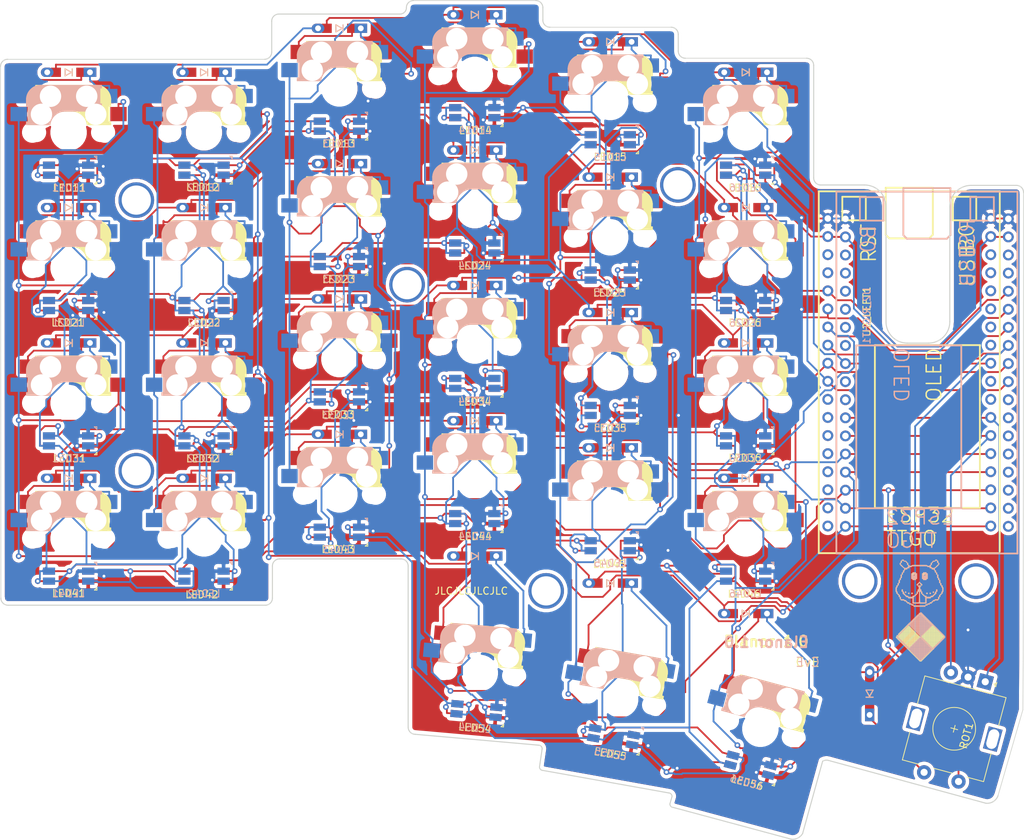
<source format=kicad_pcb>
(kicad_pcb (version 20171130) (host pcbnew 5.1.10)
  (layers (0 F.Cu signal hide) (31 B.Cu signal hide) (34 B.Paste user hide) (35 F.Paste user hide) (36 B.SilkS user) (37 F.SilkS user) (38 B.Mask user hide) (39 F.Mask user hide) (44 Edge.Cuts user))
  (net 0 "")
  (net 1 Row1)
  (net 2 "Net-(D11-Pad1)")
  (net 3 "Net-(D12-Pad1)")
  (net 4 "Net-(D13-Pad1)")
  (net 5 "Net-(D14-Pad1)")
  (net 6 "Net-(D15-Pad1)")
  (net 7 "Net-(D16-Pad1)")
  (net 8 Row2)
  (net 9 "Net-(D21-Pad1)")
  (net 10 "Net-(D22-Pad1)")
  (net 11 "Net-(D23-Pad1)")
  (net 12 "Net-(D24-Pad1)")
  (net 13 "Net-(D25-Pad1)")
  (net 14 "Net-(D26-Pad1)")
  (net 15 Row3)
  (net 16 "Net-(D31-Pad1)")
  (net 17 "Net-(D32-Pad1)")
  (net 18 "Net-(D33-Pad1)")
  (net 19 "Net-(D34-Pad1)")
  (net 20 "Net-(D35-Pad1)")
  (net 21 "Net-(D36-Pad1)")
  (net 22 Row4)
  (net 23 "Net-(D41-Pad1)")
  (net 24 "Net-(D42-Pad1)")
  (net 25 "Net-(D43-Pad1)")
  (net 26 "Net-(D44-Pad1)")
  (net 27 "Net-(D45-Pad1)")
  (net 28 "Net-(D46-Pad1)")
  (net 29 Row5)
  (net 30 "Net-(D54-Pad1)")
  (net 31 "Net-(D55-Pad1)")
  (net 32 "Net-(D56-Pad1)")
  (net 33 Column1)
  (net 34 Column2)
  (net 35 Column3)
  (net 36 Column4)
  (net 37 Column5)
  (net 38 Column6)
  (net 39 din)
  (net 40 B)
  (net 41 A)
  (net 42 "Net-(U2_LEFT1-PadPIN26)")
  (net 43 "Net-(U2_LEFT1-PadPIN28)")
  (net 44 "Net-(U2_LEFT1-PadPIN29)")
  (net 45 "Net-(U2_LEFT1-PadPIN30)")
  (net 46 "Net-(U2_LEFT1-PadPIN31)")
  (net 47 "Net-(U2_LEFT1-PadPIN32)")
  (net 48 "Net-(U2_LEFT1-PadPIN17)")
  (net 49 "Net-(U2_LEFT1-PadPIN16)")
  (net 50 "Net-(U2_LEFT1-PadPIN15)")
  (net 51 "Net-(U2_LEFT1-PadPIN14)")
  (net 52 "Net-(U2_LEFT1-PadPIN13)")
  (net 53 "Net-(U2_LEFT1-PadPIN12)")
  (net 54 "Net-(U2_LEFT1-PadPIN11)")
  (net 55 "Net-(U2_LEFT1-PadPIN10)")
  (net 56 "Net-(U2_LEFT1-PadPIN3)")
  (net 57 "Net-(U2_LEFT1-PadPIN2)")
  (net 58 "Net-(U2_RIGHT1-PadPIN26)")
  (net 59 "Net-(U2_RIGHT1-PadPIN28)")
  (net 60 "Net-(U2_RIGHT1-PadPIN29)")
  (net 61 "Net-(U2_RIGHT1-PadPIN30)")
  (net 62 "Net-(U2_RIGHT1-PadPIN31)")
  (net 63 "Net-(U2_RIGHT1-PadPIN32)")
  (net 64 "Net-(U2_RIGHT1-PadPIN17)")
  (net 65 "Net-(U2_RIGHT1-PadPIN16)")
  (net 66 "Net-(U2_RIGHT1-PadPIN15)")
  (net 67 "Net-(U2_RIGHT1-PadPIN14)")
  (net 68 "Net-(U2_RIGHT1-PadPIN13)")
  (net 69 "Net-(U2_RIGHT1-PadPIN12)")
  (net 70 "Net-(U2_RIGHT1-PadPIN11)")
  (net 71 "Net-(U2_RIGHT1-PadPIN10)")
  (net 72 "Net-(U2_RIGHT1-PadPIN3)")
  (net 73 "Net-(U2_RIGHT1-PadPIN2)")
  (net 74 "Net-(U2_LEFT1-PadPIN33)")
  (net 75 "Net-(U2_RIGHT1-PadPIN33)")
  (net 76 "Net-(LED11-Pad2)")
  (net 77 +5V)
  (net 78 GND)
  (net 79 "Net-(LED11-Pad4)")
  (net 80 "Net-(LED12-Pad4)")
  (net 81 "Net-(LED13-Pad4)")
  (net 82 "Net-(LED14-Pad4)")
  (net 83 "Net-(LED15-Pad4)")
  (net 84 "Net-(LED21-Pad4)")
  (net 85 "Net-(LED23-Pad4)")
  (net 86 "Net-(LED25-Pad4)")
  (net 87 "Net-(LED31-Pad4)")
  (net 88 "Net-(LED33-Pad4)")
  (net 89 "Net-(LED35-Pad4)")
  (net 90 "Net-(LED41-Pad4)")
  (net 91 "Net-(LED43-Pad4)")
  (net 92 "Net-(LED45-Pad4)")
  (net 93 "Net-(LED55-Pad4)")
  (net 94 "Net-(LED12-Pad2)")
  (net 95 "Net-(LED14-Pad2)")
  (net 96 "Net-(LED16-Pad2)")
  (net 97 "Net-(LED22-Pad2)")
  (net 98 "Net-(LED24-Pad2)")
  (net 99 "Net-(LED26-Pad2)")
  (net 100 "Net-(LED32-Pad2)")
  (net 101 "Net-(LED34-Pad2)")
  (net 102 "Net-(LED36-Pad2)")
  (net 103 "Net-(LED44-Pad2)")
  (net 104 "Net-(LED46-Pad2)")
  (net 105 "Net-(DROT1-Pad1)")
  (net 106 "Net-(U2_LEFT1-PadPIN25)")
  (net 107 "Net-(U2_RIGHT1-PadPIN25)")
  (module casper:beaver_fiona (layer B.Cu) (at 202.6 127.1 180)
    (fp_text reference beaver1 hide)
    (fp_text value FL hide)
  )
  (module casper:beaver_fiona (layer F.Cu) (at 202.6 127.1)
    (fp_text reference beaver1 hide)
    (fp_text value FL hide)
  )
  (module casper:cve_logo_neg (layer B.Cu) (at 199.2 129.8 270)
    (fp_text reference BOARD_LOGO1 hide)
    (fp_text value CvE (at 8.4 12.3 180) (layer B.SilkS) (effects (font (size 1.27 1.27)) (justify mirror)))
  )
  (module casper:cve_logo_neg (layer F.Cu) (at 197.9 131.1)
    (fp_text reference BOARD_LOGO1 hide)
    (fp_text value CvE (at -11 7.1) (layer F.SilkS) (effects (font (size 1.27 1.27))))
  )
  (module kbd:CherryMX_MidHeight_Hotswap1.5v (layer F.Cu) (at 180.271 147.547 345)
    (fp_text reference K56 hide)
    (fp_text value key hide)
    (pad "" np_thru_hole circle (at 4.5 0 345) (size 1.7 1.7) (drill 1.7) (layers *.Cu *.Mask))
    (pad "" np_thru_hole circle (at -4.5 0 345) (size 1.7 1.7) (drill 1.7) (layers *.Cu *.Mask))
    (pad 2 smd rect (at 5.7 -5.12 165) (size 2.3 2) (layers B.Cu B.Paste B.Mask) (net 32 "Net-(D56-Pad1)"))
    (pad "" np_thru_hole circle (at -5.08 0 345) (size 1.9 1.9) (drill 1.9) (layers *.Cu *.Mask))
    (pad "" np_thru_hole circle (at 5.08 0 345) (size 1.9 1.9) (drill 1.9) (layers *.Cu *.Mask))
    (pad "" np_thru_hole circle (at 0 0 75) (size 4.1 4.1) (drill 4.1) (layers *.Cu *.Mask))
    (pad "" np_thru_hole circle (at 2.54 -5.08 165) (size 3 3) (drill 3) (layers *.Cu *.Mask))
    (pad "" np_thru_hole circle (at 3.81 -2.540001 165) (size 3 3) (drill 3) (layers *.Cu *.Mask))
    (pad "" np_thru_hole circle (at -2.54 -5.08 165) (size 3 3) (drill 3) (layers *.Cu *.Mask))
    (pad "" np_thru_hole circle (at -3.81 -2.54 165) (size 3 3) (drill 3) (layers *.Cu *.Mask))
    (pad 2 smd rect (at -5.7 -5.12 165) (size 2.3 2) (layers F.Cu F.Paste F.Mask) (net 32 "Net-(D56-Pad1)"))
    (pad 1 smd rect (at 7 -2.58 165) (size 2.3 2) (layers F.Cu F.Paste F.Mask) (net 38 Column6))
    (pad 1 smd rect (at -7 -2.58 165) (size 2.3 2) (layers B.Cu B.Paste B.Mask) (net 38 Column6))
  )
  (module kbd:D3_TH_SMD_v2 (layer F.Cu) (at 83.2 112.376 180)
    (fp_text reference D41 hide)
    (fp_text value 1N4148 hide)
    (pad 2 smd rect (at 1.775 0) (size 1.4 1.3) (layers F.Cu F.Paste F.Mask) (net 22 Row4))
    (pad 1 smd rect (at -1.775 0) (size 1.4 1.3) (layers F.Cu F.Paste F.Mask) (net 23 "Net-(D41-Pad1)"))
    (pad 2 thru_hole oval (at 3 0 180) (size 1.778 1.3) (drill 0.8128) (layers *.Cu B.Mask) (net 22 Row4))
    (pad 1 thru_hole rect (at -3 0 180) (size 1.778 1.3) (drill 0.8128) (layers *.Cu B.Mask) (net 23 "Net-(D41-Pad1)"))
  )
  (module kbd:D3_TH_SMD_v2 (layer F.Cu) (at 178.2 131.376 180)
    (fp_text reference D56 hide)
    (fp_text value 1N4148 hide)
    (pad 2 smd rect (at 1.775 0) (size 1.4 1.3) (layers F.Cu F.Paste F.Mask) (net 29 Row5))
    (pad 1 smd rect (at -1.775 0) (size 1.4 1.3) (layers F.Cu F.Paste F.Mask) (net 32 "Net-(D56-Pad1)"))
    (pad 2 thru_hole oval (at 3 0 180) (size 1.778 1.3) (drill 0.8128) (layers *.Cu B.Mask) (net 29 Row5))
    (pad 1 thru_hole rect (at -3 0 180) (size 1.778 1.3) (drill 0.8128) (layers *.Cu B.Mask) (net 32 "Net-(D56-Pad1)"))
  )
  (module kbd:D3_TH_SMD_v2 (layer F.Cu) (at 159.2 127.101 180)
    (fp_text reference D55 hide)
    (fp_text value 1N4148 hide)
    (pad 2 smd rect (at 1.775 0) (size 1.4 1.3) (layers F.Cu F.Paste F.Mask) (net 29 Row5))
    (pad 1 smd rect (at -1.775 0) (size 1.4 1.3) (layers F.Cu F.Paste F.Mask) (net 31 "Net-(D55-Pad1)"))
    (pad 2 thru_hole oval (at 3 0 180) (size 1.778 1.3) (drill 0.8128) (layers *.Cu B.Mask) (net 29 Row5))
    (pad 1 thru_hole rect (at -3 0 180) (size 1.778 1.3) (drill 0.8128) (layers *.Cu B.Mask) (net 31 "Net-(D55-Pad1)"))
  )
  (module kbd:D3_TH_SMD_v2 (layer F.Cu) (at 140.2 123.301 180)
    (fp_text reference D54 hide)
    (fp_text value 1N4148 hide)
    (pad 2 smd rect (at 1.775 0) (size 1.4 1.3) (layers F.Cu F.Paste F.Mask) (net 29 Row5))
    (pad 1 smd rect (at -1.775 0) (size 1.4 1.3) (layers F.Cu F.Paste F.Mask) (net 30 "Net-(D54-Pad1)"))
    (pad 2 thru_hole oval (at 3 0 180) (size 1.778 1.3) (drill 0.8128) (layers *.Cu B.Mask) (net 29 Row5))
    (pad 1 thru_hole rect (at -3 0 180) (size 1.778 1.3) (drill 0.8128) (layers *.Cu B.Mask) (net 30 "Net-(D54-Pad1)"))
  )
  (module kbd:D3_TH_SMD_v2 (layer F.Cu) (at 195.6 142.6 90)
    (fp_text reference DROT1 hide)
    (fp_text value 1N414 hide)
    (pad 2 smd rect (at 1.775 0 270) (size 1.4 1.3) (layers F.Cu F.Paste F.Mask) (net 29 Row5))
    (pad 1 smd rect (at -1.775 0 270) (size 1.4 1.3) (layers F.Cu F.Paste F.Mask) (net 105 "Net-(DROT1-Pad1)"))
    (pad 2 thru_hole oval (at 3 0 90) (size 1.778 1.3) (drill 0.8128) (layers *.Cu B.Mask) (net 29 Row5))
    (pad 1 thru_hole rect (at -3 0 90) (size 1.778 1.3) (drill 0.8128) (layers *.Cu B.Mask) (net 105 "Net-(DROT1-Pad1)"))
  )
  (module kbd:D3_TH_SMD_v2 (layer F.Cu) (at 178.2 112.376 180)
    (fp_text reference D46 hide)
    (fp_text value 1N4148 hide)
    (pad 2 smd rect (at 1.775 0) (size 1.4 1.3) (layers F.Cu F.Paste F.Mask) (net 22 Row4))
    (pad 1 smd rect (at -1.775 0) (size 1.4 1.3) (layers F.Cu F.Paste F.Mask) (net 28 "Net-(D46-Pad1)"))
    (pad 2 thru_hole oval (at 3 0 180) (size 1.778 1.3) (drill 0.8128) (layers *.Cu B.Mask) (net 22 Row4))
    (pad 1 thru_hole rect (at -3 0 180) (size 1.778 1.3) (drill 0.8128) (layers *.Cu B.Mask) (net 28 "Net-(D46-Pad1)"))
  )
  (module kbd:D3_TH_SMD_v2 (layer F.Cu) (at 159.2 108.101 180)
    (fp_text reference D45 hide)
    (fp_text value 1N4148 hide)
    (pad 2 smd rect (at 1.775 0) (size 1.4 1.3) (layers F.Cu F.Paste F.Mask) (net 22 Row4))
    (pad 1 smd rect (at -1.775 0) (size 1.4 1.3) (layers F.Cu F.Paste F.Mask) (net 27 "Net-(D45-Pad1)"))
    (pad 2 thru_hole oval (at 3 0 180) (size 1.778 1.3) (drill 0.8128) (layers *.Cu B.Mask) (net 22 Row4))
    (pad 1 thru_hole rect (at -3 0 180) (size 1.778 1.3) (drill 0.8128) (layers *.Cu B.Mask) (net 27 "Net-(D45-Pad1)"))
  )
  (module kbd:D3_TH_SMD_v2 (layer F.Cu) (at 140.2 104.301 180)
    (fp_text reference D44 hide)
    (fp_text value 1N4148 hide)
    (pad 2 smd rect (at 1.775 0) (size 1.4 1.3) (layers F.Cu F.Paste F.Mask) (net 22 Row4))
    (pad 1 smd rect (at -1.775 0) (size 1.4 1.3) (layers F.Cu F.Paste F.Mask) (net 26 "Net-(D44-Pad1)"))
    (pad 2 thru_hole oval (at 3 0 180) (size 1.778 1.3) (drill 0.8128) (layers *.Cu B.Mask) (net 22 Row4))
    (pad 1 thru_hole rect (at -3 0 180) (size 1.778 1.3) (drill 0.8128) (layers *.Cu B.Mask) (net 26 "Net-(D44-Pad1)"))
  )
  (module kbd:D3_TH_SMD_v2 (layer F.Cu) (at 121.2 106.201 180)
    (fp_text reference D43 hide)
    (fp_text value 1N4148 hide)
    (pad 2 smd rect (at 1.775 0) (size 1.4 1.3) (layers F.Cu F.Paste F.Mask) (net 22 Row4))
    (pad 1 smd rect (at -1.775 0) (size 1.4 1.3) (layers F.Cu F.Paste F.Mask) (net 25 "Net-(D43-Pad1)"))
    (pad 2 thru_hole oval (at 3 0 180) (size 1.778 1.3) (drill 0.8128) (layers *.Cu B.Mask) (net 22 Row4))
    (pad 1 thru_hole rect (at -3 0 180) (size 1.778 1.3) (drill 0.8128) (layers *.Cu B.Mask) (net 25 "Net-(D43-Pad1)"))
  )
  (module kbd:D3_TH_SMD_v2 (layer F.Cu) (at 102.2 112.376 180)
    (fp_text reference D42 hide)
    (fp_text value 1N4148 hide)
    (pad 2 smd rect (at 1.775 0) (size 1.4 1.3) (layers F.Cu F.Paste F.Mask) (net 22 Row4))
    (pad 1 smd rect (at -1.775 0) (size 1.4 1.3) (layers F.Cu F.Paste F.Mask) (net 24 "Net-(D42-Pad1)"))
    (pad 2 thru_hole oval (at 3 0 180) (size 1.778 1.3) (drill 0.8128) (layers *.Cu B.Mask) (net 22 Row4))
    (pad 1 thru_hole rect (at -3 0 180) (size 1.778 1.3) (drill 0.8128) (layers *.Cu B.Mask) (net 24 "Net-(D42-Pad1)"))
  )
  (module kbd:D3_TH_SMD_v2 (layer F.Cu) (at 178.2 93.3756 180)
    (fp_text reference D36 hide)
    (fp_text value 1N4148 hide)
    (pad 2 smd rect (at 1.775 0) (size 1.4 1.3) (layers F.Cu F.Paste F.Mask) (net 15 Row3))
    (pad 1 smd rect (at -1.775 0) (size 1.4 1.3) (layers F.Cu F.Paste F.Mask) (net 21 "Net-(D36-Pad1)"))
    (pad 2 thru_hole oval (at 3 0 180) (size 1.778 1.3) (drill 0.8128) (layers *.Cu B.Mask) (net 15 Row3))
    (pad 1 thru_hole rect (at -3 0 180) (size 1.778 1.3) (drill 0.8128) (layers *.Cu B.Mask) (net 21 "Net-(D36-Pad1)"))
  )
  (module kbd:D3_TH_SMD_v2 (layer F.Cu) (at 159.2 89.1006 180)
    (fp_text reference D35 hide)
    (fp_text value 1N4148 hide)
    (pad 2 smd rect (at 1.775 0) (size 1.4 1.3) (layers F.Cu F.Paste F.Mask) (net 15 Row3))
    (pad 1 smd rect (at -1.775 0) (size 1.4 1.3) (layers F.Cu F.Paste F.Mask) (net 20 "Net-(D35-Pad1)"))
    (pad 2 thru_hole oval (at 3 0 180) (size 1.778 1.3) (drill 0.8128) (layers *.Cu B.Mask) (net 15 Row3))
    (pad 1 thru_hole rect (at -3 0 180) (size 1.778 1.3) (drill 0.8128) (layers *.Cu B.Mask) (net 20 "Net-(D35-Pad1)"))
  )
  (module kbd:D3_TH_SMD_v2 (layer F.Cu) (at 140.2 85.3006 180)
    (fp_text reference D34 hide)
    (fp_text value 1N414 hide)
    (pad 2 smd rect (at 1.775 0) (size 1.4 1.3) (layers F.Cu F.Paste F.Mask) (net 15 Row3))
    (pad 1 smd rect (at -1.775 0) (size 1.4 1.3) (layers F.Cu F.Paste F.Mask) (net 19 "Net-(D34-Pad1)"))
    (pad 2 thru_hole oval (at 3 0 180) (size 1.778 1.3) (drill 0.8128) (layers *.Cu B.Mask) (net 15 Row3))
    (pad 1 thru_hole rect (at -3 0 180) (size 1.778 1.3) (drill 0.8128) (layers *.Cu B.Mask) (net 19 "Net-(D34-Pad1)"))
  )
  (module kbd:D3_TH_SMD_v2 (layer F.Cu) (at 121.2 87.2006 180)
    (fp_text reference D33 hide)
    (fp_text value 1N4148 hide)
    (pad 2 smd rect (at 1.775 0) (size 1.4 1.3) (layers F.Cu F.Paste F.Mask) (net 15 Row3))
    (pad 1 smd rect (at -1.775 0) (size 1.4 1.3) (layers F.Cu F.Paste F.Mask) (net 18 "Net-(D33-Pad1)"))
    (pad 2 thru_hole oval (at 3 0 180) (size 1.778 1.3) (drill 0.8128) (layers *.Cu B.Mask) (net 15 Row3))
    (pad 1 thru_hole rect (at -3 0 180) (size 1.778 1.3) (drill 0.8128) (layers *.Cu B.Mask) (net 18 "Net-(D33-Pad1)"))
  )
  (module kbd:D3_TH_SMD_v2 (layer F.Cu) (at 102.2 93.3756 180)
    (fp_text reference D32 hide)
    (fp_text value 1N4148 hide)
    (pad 2 smd rect (at 1.775 0) (size 1.4 1.3) (layers F.Cu F.Paste F.Mask) (net 15 Row3))
    (pad 1 smd rect (at -1.775 0) (size 1.4 1.3) (layers F.Cu F.Paste F.Mask) (net 17 "Net-(D32-Pad1)"))
    (pad 2 thru_hole oval (at 3 0 180) (size 1.778 1.3) (drill 0.8128) (layers *.Cu B.Mask) (net 15 Row3))
    (pad 1 thru_hole rect (at -3 0 180) (size 1.778 1.3) (drill 0.8128) (layers *.Cu B.Mask) (net 17 "Net-(D32-Pad1)"))
  )
  (module kbd:D3_TH_SMD_v2 (layer F.Cu) (at 83.2 93.3756 180)
    (fp_text reference D31 hide)
    (fp_text value 1N4148 hide)
    (pad 2 smd rect (at 1.775 0) (size 1.4 1.3) (layers F.Cu F.Paste F.Mask) (net 15 Row3))
    (pad 1 smd rect (at -1.775 0) (size 1.4 1.3) (layers F.Cu F.Paste F.Mask) (net 16 "Net-(D31-Pad1)"))
    (pad 2 thru_hole oval (at 3 0 180) (size 1.778 1.3) (drill 0.8128) (layers *.Cu B.Mask) (net 15 Row3))
    (pad 1 thru_hole rect (at -3 0 180) (size 1.778 1.3) (drill 0.8128) (layers *.Cu B.Mask) (net 16 "Net-(D31-Pad1)"))
  )
  (module kbd:D3_TH_SMD_v2 (layer F.Cu) (at 178.2 74.3756 180)
    (fp_text reference D26 hide)
    (fp_text value 1N4148 hide)
    (pad 2 smd rect (at 1.775 0) (size 1.4 1.3) (layers F.Cu F.Paste F.Mask) (net 8 Row2))
    (pad 1 smd rect (at -1.775 0) (size 1.4 1.3) (layers F.Cu F.Paste F.Mask) (net 14 "Net-(D26-Pad1)"))
    (pad 2 thru_hole oval (at 3 0 180) (size 1.778 1.3) (drill 0.8128) (layers *.Cu B.Mask) (net 8 Row2))
    (pad 1 thru_hole rect (at -3 0 180) (size 1.778 1.3) (drill 0.8128) (layers *.Cu B.Mask) (net 14 "Net-(D26-Pad1)"))
  )
  (module kbd:D3_TH_SMD_v2 (layer F.Cu) (at 159.2 70.1006 180)
    (fp_text reference D25 hide)
    (fp_text value 1N414 hide)
    (pad 2 smd rect (at 1.775 0) (size 1.4 1.3) (layers F.Cu F.Paste F.Mask) (net 8 Row2))
    (pad 1 smd rect (at -1.775 0) (size 1.4 1.3) (layers F.Cu F.Paste F.Mask) (net 13 "Net-(D25-Pad1)"))
    (pad 2 thru_hole oval (at 3 0 180) (size 1.778 1.3) (drill 0.8128) (layers *.Cu B.Mask) (net 8 Row2))
    (pad 1 thru_hole rect (at -3 0 180) (size 1.778 1.3) (drill 0.8128) (layers *.Cu B.Mask) (net 13 "Net-(D25-Pad1)"))
  )
  (module kbd:D3_TH_SMD_v2 (layer F.Cu) (at 140.2 66.3006 180)
    (fp_text reference D24 hide)
    (fp_text value 1N4148 hide)
    (pad 2 smd rect (at 1.775 0) (size 1.4 1.3) (layers F.Cu F.Paste F.Mask) (net 8 Row2))
    (pad 1 smd rect (at -1.775 0) (size 1.4 1.3) (layers F.Cu F.Paste F.Mask) (net 12 "Net-(D24-Pad1)"))
    (pad 2 thru_hole oval (at 3 0 180) (size 1.778 1.3) (drill 0.8128) (layers *.Cu B.Mask) (net 8 Row2))
    (pad 1 thru_hole rect (at -3 0 180) (size 1.778 1.3) (drill 0.8128) (layers *.Cu B.Mask) (net 12 "Net-(D24-Pad1)"))
  )
  (module kbd:D3_TH_SMD_v2 (layer F.Cu) (at 121.2 68.2006 180)
    (fp_text reference D23 hide)
    (fp_text value 1N4148 hide)
    (pad 2 smd rect (at 1.775 0) (size 1.4 1.3) (layers F.Cu F.Paste F.Mask) (net 8 Row2))
    (pad 1 smd rect (at -1.775 0) (size 1.4 1.3) (layers F.Cu F.Paste F.Mask) (net 11 "Net-(D23-Pad1)"))
    (pad 2 thru_hole oval (at 3 0 180) (size 1.778 1.3) (drill 0.8128) (layers *.Cu B.Mask) (net 8 Row2))
    (pad 1 thru_hole rect (at -3 0 180) (size 1.778 1.3) (drill 0.8128) (layers *.Cu B.Mask) (net 11 "Net-(D23-Pad1)"))
  )
  (module kbd:D3_TH_SMD_v2 (layer F.Cu) (at 102.2 74.3756 180)
    (fp_text reference D22 hide)
    (fp_text value 1N4148 hide)
    (pad 2 smd rect (at 1.775 0) (size 1.4 1.3) (layers F.Cu F.Paste F.Mask) (net 8 Row2))
    (pad 1 smd rect (at -1.775 0) (size 1.4 1.3) (layers F.Cu F.Paste F.Mask) (net 10 "Net-(D22-Pad1)"))
    (pad 2 thru_hole oval (at 3 0 180) (size 1.778 1.3) (drill 0.8128) (layers *.Cu B.Mask) (net 8 Row2))
    (pad 1 thru_hole rect (at -3 0 180) (size 1.778 1.3) (drill 0.8128) (layers *.Cu B.Mask) (net 10 "Net-(D22-Pad1)"))
  )
  (module kbd:D3_TH_SMD_v2 (layer F.Cu) (at 83.2 74.3756 180)
    (fp_text reference D21 hide)
    (fp_text value 1N4148 hide)
    (pad 2 smd rect (at 1.775 0) (size 1.4 1.3) (layers F.Cu F.Paste F.Mask) (net 8 Row2))
    (pad 1 smd rect (at -1.775 0) (size 1.4 1.3) (layers F.Cu F.Paste F.Mask) (net 9 "Net-(D21-Pad1)"))
    (pad 2 thru_hole oval (at 3 0 180) (size 1.778 1.3) (drill 0.8128) (layers *.Cu B.Mask) (net 8 Row2))
    (pad 1 thru_hole rect (at -3 0 180) (size 1.778 1.3) (drill 0.8128) (layers *.Cu B.Mask) (net 9 "Net-(D21-Pad1)"))
  )
  (module kbd:D3_TH_SMD_v2 (layer F.Cu) (at 178.2 55.3756 180)
    (fp_text reference D16 hide)
    (fp_text value 1N4148 hide)
    (pad 2 smd rect (at 1.775 0) (size 1.4 1.3) (layers F.Cu F.Paste F.Mask) (net 1 Row1))
    (pad 1 smd rect (at -1.775 0) (size 1.4 1.3) (layers F.Cu F.Paste F.Mask) (net 7 "Net-(D16-Pad1)"))
    (pad 2 thru_hole oval (at 3 0 180) (size 1.778 1.3) (drill 0.8128) (layers *.Cu B.Mask) (net 1 Row1))
    (pad 1 thru_hole rect (at -3 0 180) (size 1.778 1.3) (drill 0.8128) (layers *.Cu B.Mask) (net 7 "Net-(D16-Pad1)"))
  )
  (module kbd:D3_TH_SMD_v2 (layer F.Cu) (at 159.2 51.1006 180)
    (fp_text reference D15 hide)
    (fp_text value 1N414 hide)
    (pad 2 smd rect (at 1.775 0) (size 1.4 1.3) (layers F.Cu F.Paste F.Mask) (net 1 Row1))
    (pad 1 smd rect (at -1.775 0) (size 1.4 1.3) (layers F.Cu F.Paste F.Mask) (net 6 "Net-(D15-Pad1)"))
    (pad 2 thru_hole oval (at 3 0 180) (size 1.778 1.3) (drill 0.8128) (layers *.Cu B.Mask) (net 1 Row1))
    (pad 1 thru_hole rect (at -3 0 180) (size 1.778 1.3) (drill 0.8128) (layers *.Cu B.Mask) (net 6 "Net-(D15-Pad1)"))
  )
  (module kbd:D3_TH_SMD_v2 (layer F.Cu) (at 140.2 47.3006 180)
    (fp_text reference D14 hide)
    (fp_text value 1N4148 hide)
    (pad 2 smd rect (at 1.775 0) (size 1.4 1.3) (layers F.Cu F.Paste F.Mask) (net 1 Row1))
    (pad 1 smd rect (at -1.775 0) (size 1.4 1.3) (layers F.Cu F.Paste F.Mask) (net 5 "Net-(D14-Pad1)"))
    (pad 2 thru_hole oval (at 3 0 180) (size 1.778 1.3) (drill 0.8128) (layers *.Cu B.Mask) (net 1 Row1))
    (pad 1 thru_hole rect (at -3 0 180) (size 1.778 1.3) (drill 0.8128) (layers *.Cu B.Mask) (net 5 "Net-(D14-Pad1)"))
  )
  (module kbd:D3_TH_SMD_v2 (layer F.Cu) (at 121.2 49.2006 180)
    (fp_text reference D13 hide)
    (fp_text value 1N4148 hide)
    (pad 2 smd rect (at 1.775 0) (size 1.4 1.3) (layers F.Cu F.Paste F.Mask) (net 1 Row1))
    (pad 1 smd rect (at -1.775 0) (size 1.4 1.3) (layers F.Cu F.Paste F.Mask) (net 4 "Net-(D13-Pad1)"))
    (pad 2 thru_hole oval (at 3 0 180) (size 1.778 1.3) (drill 0.8128) (layers *.Cu B.Mask) (net 1 Row1))
    (pad 1 thru_hole rect (at -3 0 180) (size 1.778 1.3) (drill 0.8128) (layers *.Cu B.Mask) (net 4 "Net-(D13-Pad1)"))
  )
  (module kbd:D3_TH_SMD_v2 (layer F.Cu) (at 102.2 55.3756 180)
    (fp_text reference D12 hide)
    (fp_text value 1N4148 hide)
    (pad 2 smd rect (at 1.775 0) (size 1.4 1.3) (layers F.Cu F.Paste F.Mask) (net 1 Row1))
    (pad 1 smd rect (at -1.775 0) (size 1.4 1.3) (layers F.Cu F.Paste F.Mask) (net 3 "Net-(D12-Pad1)"))
    (pad 2 thru_hole oval (at 3 0 180) (size 1.778 1.3) (drill 0.8128) (layers *.Cu B.Mask) (net 1 Row1))
    (pad 1 thru_hole rect (at -3 0 180) (size 1.778 1.3) (drill 0.8128) (layers *.Cu B.Mask) (net 3 "Net-(D12-Pad1)"))
  )
  (module kbd:D3_TH_SMD_v2 (layer F.Cu) (at 83.2 55.3756 180)
    (fp_text reference D11 hide)
    (fp_text value 1N4148 hide)
    (pad 2 smd rect (at 1.775 0) (size 1.4 1.3) (layers F.Cu F.Paste F.Mask) (net 1 Row1))
    (pad 1 smd rect (at -1.775 0) (size 1.4 1.3) (layers F.Cu F.Paste F.Mask) (net 2 "Net-(D11-Pad1)"))
    (pad 2 thru_hole oval (at 3 0 180) (size 1.778 1.3) (drill 0.8128) (layers *.Cu B.Mask) (net 1 Row1))
    (pad 1 thru_hole rect (at -3 0 180) (size 1.778 1.3) (drill 0.8128) (layers *.Cu B.Mask) (net 2 "Net-(D11-Pad1)"))
  )
  (module kbd:CherryMX_MidHeight_Hotswap1.25v (layer F.Cu) (at 160.589 143.423 350)
    (fp_text reference K55 hide)
    (fp_text value key hide)
    (pad "" np_thru_hole circle (at 4.5 0 350) (size 1.7 1.7) (drill 1.7) (layers *.Cu *.Mask))
    (pad "" np_thru_hole circle (at -4.5 0 350) (size 1.7 1.7) (drill 1.7) (layers *.Cu *.Mask))
    (pad 2 smd rect (at 5.7 -5.12 170) (size 2.3 2) (layers B.Cu B.Paste B.Mask) (net 31 "Net-(D55-Pad1)"))
    (pad "" np_thru_hole circle (at -5.08 0 350) (size 1.9 1.9) (drill 1.9) (layers *.Cu *.Mask))
    (pad "" np_thru_hole circle (at 5.08 0 350) (size 1.9 1.9) (drill 1.9) (layers *.Cu *.Mask))
    (pad "" np_thru_hole circle (at 0 0 80) (size 4.1 4.1) (drill 4.1) (layers *.Cu *.Mask))
    (pad "" np_thru_hole circle (at 2.54 -5.08 170) (size 3 3) (drill 3) (layers *.Cu *.Mask))
    (pad "" np_thru_hole circle (at 3.81 -2.540001 170) (size 3 3) (drill 3) (layers *.Cu *.Mask))
    (pad "" np_thru_hole circle (at -2.54 -5.08 170) (size 3 3) (drill 3) (layers *.Cu *.Mask))
    (pad "" np_thru_hole circle (at -3.81 -2.54 170) (size 3 3) (drill 3) (layers *.Cu *.Mask))
    (pad 2 smd rect (at -5.7 -5.12 170) (size 2.3 2) (layers F.Cu F.Paste F.Mask) (net 31 "Net-(D55-Pad1)"))
    (pad 1 smd rect (at 7 -2.58 170) (size 2.3 2) (layers F.Cu F.Paste F.Mask) (net 37 Column5))
    (pad 1 smd rect (at -7 -2.58 170) (size 2.3 2) (layers B.Cu B.Paste B.Mask) (net 37 Column5))
  )
  (module ttgo:ESP32_TTGO_V2 (layer F.Cu) (at 201.8 94.95 270)
    (fp_text reference U2_LEFT1 (at -5.967 6.6 270) (layer F.SilkS))
    (fp_text value TTGO_ESP32_OLED_V2)
    (fp_text user USB (at -9.267 -7.5 270) (layer F.SilkS) (effects (font (size 2.032 2.032) (thickness 0.2032)) (justify left)))
    (fp_text user RST (at -12.69 6.32 270) (layer F.SilkS) (effects (font (size 2.032 2.032) (thickness 0.2032)) (justify left)))
    (fp_text user B0 (at -14.22 -7.41 270) (layer F.SilkS) (effects (font (size 2.032 2.032) (thickness 0.2032)) (justify left)))
    (fp_text user OLED (at 6.857949 -2.837713 270) (layer F.SilkS) (effects (font (size 2.032 2.032) (thickness 0.2032)) (justify left)))
    (fp_text user "ESP32\nTTGO" (at 24.233 4.1 180) (layer F.SilkS) (effects (font (size 2.032 2.032) (thickness 0.2032)) (justify left)))
    (pad PIN18 thru_hole circle (at 24.129949 -10.795025 270) (size 1.524 1.524) (drill 0.9144) (layers *.Cu *.Mask) (net 37 Column5))
    (pad PIN19 thru_hole circle (at 21.589949 -10.795025 270) (size 1.524 1.524) (drill 0.9144) (layers *.Cu *.Mask) (net 36 Column4))
    (pad PIN20 thru_hole circle (at 19.049949 -10.795025 270) (size 1.524 1.524) (drill 0.9144) (layers *.Cu *.Mask) (net 35 Column3))
    (pad PIN21 thru_hole circle (at 16.509949 -10.795025 270) (size 1.524 1.524) (drill 0.9144) (layers *.Cu *.Mask) (net 34 Column2))
    (pad PIN22 thru_hole circle (at 13.969949 -10.795025 270) (size 1.524 1.524) (drill 0.9144) (layers *.Cu *.Mask) (net 33 Column1))
    (pad PIN23 thru_hole circle (at 11.429949 -10.795025 270) (size 1.524 1.524) (drill 0.9144) (layers *.Cu *.Mask) (net 40 B))
    (pad PIN24 thru_hole circle (at 8.889949 -10.795025 270) (size 1.524 1.524) (drill 0.9144) (layers *.Cu *.Mask) (net 41 A))
    (pad PIN25 thru_hole circle (at 6.349949 -10.795025 270) (size 1.524 1.524) (drill 0.9144) (layers *.Cu *.Mask) (net 106 "Net-(U2_LEFT1-PadPIN25)"))
    (pad PIN26 thru_hole circle (at 3.809949 -10.795025 270) (size 1.524 1.524) (drill 0.9144) (layers *.Cu *.Mask) (net 42 "Net-(U2_LEFT1-PadPIN26)"))
    (pad PIN28 thru_hole circle (at -1.270051 -10.795025 270) (size 1.524 1.524) (drill 0.9144) (layers *.Cu *.Mask) (net 43 "Net-(U2_LEFT1-PadPIN28)"))
    (pad PIN29 thru_hole circle (at -3.810051 -10.795025 270) (size 1.524 1.524) (drill 0.9144) (layers *.Cu *.Mask) (net 44 "Net-(U2_LEFT1-PadPIN29)"))
    (pad PIN30 thru_hole circle (at -6.350051 -10.795025 270) (size 1.524 1.524) (drill 0.9144) (layers *.Cu *.Mask) (net 45 "Net-(U2_LEFT1-PadPIN30)"))
    (pad PIN31 thru_hole circle (at -8.890051 -10.795025 270) (size 1.524 1.524) (drill 0.9144) (layers *.Cu *.Mask) (net 46 "Net-(U2_LEFT1-PadPIN31)"))
    (pad PIN32 thru_hole circle (at -11.430051 -10.795025 270) (size 1.524 1.524) (drill 0.9144) (layers *.Cu *.Mask) (net 47 "Net-(U2_LEFT1-PadPIN32)"))
    (pad PIN33 thru_hole circle (at -13.970051 -10.795025 270) (size 1.524 1.524) (drill 0.9144) (layers *.Cu *.Mask) (net 74 "Net-(U2_LEFT1-PadPIN33)"))
    (pad PIN34 thru_hole circle (at -16.510051 -10.795025 270) (size 1.524 1.524) (drill 0.9144) (layers *.Cu *.Mask) (net 77 +5V))
    (pad PIN35 thru_hole circle (at -19.050051 -10.795025 270) (size 1.524 1.524) (drill 0.9144) (layers *.Cu *.Mask) (net 78 GND))
    (pad PIN17 thru_hole circle (at 24.129949 12.064975 270) (size 1.524 1.524) (drill 0.9144) (layers *.Cu *.Mask) (net 48 "Net-(U2_LEFT1-PadPIN17)"))
    (pad PIN16 thru_hole circle (at 21.589949 12.064975 270) (size 1.524 1.524) (drill 0.9144) (layers *.Cu *.Mask) (net 49 "Net-(U2_LEFT1-PadPIN16)"))
    (pad PIN15 thru_hole circle (at 19.049949 12.064975 270) (size 1.524 1.524) (drill 0.9144) (layers *.Cu *.Mask) (net 50 "Net-(U2_LEFT1-PadPIN15)"))
    (pad PIN14 thru_hole circle (at 16.509949 12.064975 270) (size 1.524 1.524) (drill 0.9144) (layers *.Cu *.Mask) (net 51 "Net-(U2_LEFT1-PadPIN14)"))
    (pad PIN13 thru_hole circle (at 13.969949 12.064975 270) (size 1.524 1.524) (drill 0.9144) (layers *.Cu *.Mask) (net 52 "Net-(U2_LEFT1-PadPIN13)"))
    (pad PIN12 thru_hole circle (at 11.429949 12.064975 270) (size 1.524 1.524) (drill 0.9144) (layers *.Cu *.Mask) (net 53 "Net-(U2_LEFT1-PadPIN12)"))
    (pad PIN11 thru_hole circle (at 8.889949 12.064975 270) (size 1.524 1.524) (drill 0.9144) (layers *.Cu *.Mask) (net 54 "Net-(U2_LEFT1-PadPIN11)"))
    (pad PIN10 thru_hole circle (at 6.349949 12.064975 270) (size 1.524 1.524) (drill 0.9144) (layers *.Cu *.Mask) (net 55 "Net-(U2_LEFT1-PadPIN10)"))
    (pad PIN9 thru_hole circle (at 3.809949 12.064975 270) (size 1.524 1.524) (drill 0.9144) (layers *.Cu *.Mask) (net 39 din))
    (pad PIN7 thru_hole circle (at -1.270051 12.064975 270) (size 1.524 1.524) (drill 0.9144) (layers *.Cu *.Mask) (net 29 Row5))
    (pad PIN6 thru_hole circle (at -3.810051 12.064975 270) (size 1.524 1.524) (drill 0.9144) (layers *.Cu *.Mask) (net 22 Row4))
    (pad PIN5 thru_hole circle (at -6.350051 12.064975 270) (size 1.524 1.524) (drill 0.9144) (layers *.Cu *.Mask) (net 15 Row3))
    (pad PIN4 thru_hole circle (at -8.890051 12.064975 270) (size 1.524 1.524) (drill 0.9144) (layers *.Cu *.Mask) (net 8 Row2))
    (pad PIN3 thru_hole circle (at -11.430051 12.064975 270) (size 1.524 1.524) (drill 0.9144) (layers *.Cu *.Mask) (net 56 "Net-(U2_LEFT1-PadPIN3)"))
    (pad PIN2 thru_hole circle (at -13.970051 12.064975 270) (size 1.524 1.524) (drill 0.9144) (layers *.Cu *.Mask) (net 57 "Net-(U2_LEFT1-PadPIN2)"))
    (pad PIN1 thru_hole circle (at -16.510051 12.064975 270) (size 1.524 1.524) (drill 0.9144) (layers *.Cu *.Mask) (net 77 +5V))
    (pad PIN0 thru_hole circle (at -19.050051 12.064975 270) (size 1.524 1.524) (drill 0.9144) (layers *.Cu *.Mask) (net 78 GND))
    (pad PIN8 thru_hole circle (at 1.269949 12.064975 270) (size 1.524 1.524) (drill 0.9144) (layers *.Cu *.Mask) (net 38 Column6))
    (pad PIN27 thru_hole circle (at 1.269949 -10.795025 270) (size 1.524 1.524) (drill 0.9144) (layers *.Cu *.Mask) (net 1 Row1))
  )
  (module Keebio-Parts:RotaryEncoder_Alps_EC11E-Switch_Vertical_H20mm (layer F.Cu) (at 207.471 147.547 255)
    (fp_text reference ROT1 (at 0.483543 -1.910501 75) (layer F.SilkS))
    (fp_text value Device_Rotary_Encoder_Switch)
    (pad S1 thru_hole circle (at 7 2.5 255) (size 2 2) (drill 1) (layers *.Cu *.Mask) (net 105 "Net-(DROT1-Pad1)"))
    (pad S2 thru_hole circle (at 7 -2.5 255) (size 2 2) (drill 1) (layers *.Cu *.Mask) (net 35 Column3))
    (pad MP thru_hole rect (at 0 5.6 255) (size 3.2 2) (drill oval 2.8 1.5) (layers *.Cu *.Mask))
    (pad MP thru_hole rect (at 0 -5.6 255) (size 3.2 2) (drill oval 2.8 1.5) (layers *.Cu *.Mask))
    (pad B thru_hole circle (at -7.5 2.5 255) (size 2 2) (drill 1) (layers *.Cu *.Mask) (net 40 B))
    (pad C thru_hole circle (at -7.5 0 255) (size 2 2) (drill 1) (layers *.Cu *.Mask) (net 78 GND))
    (pad A thru_hole rect (at -7.5 -2.5 255) (size 2 2) (drill 1) (layers *.Cu *.Mask) (net 41 A))
  )
  (module kbd:CherryMX_MidHeight_Hotswap_ME (layer F.Cu) (at 83.2 63.82)
    (fp_text reference K11 hide)
    (fp_text value key hide)
    (pad "" np_thru_hole circle (at 4.5 0) (size 1.7 1.7) (drill 1.7) (layers *.Cu *.Mask))
    (pad "" np_thru_hole circle (at -4.5 0) (size 1.7 1.7) (drill 1.7) (layers *.Cu *.Mask))
    (pad 2 smd rect (at 5.7 -5.12 180) (size 2.3 2) (layers B.Cu B.Paste B.Mask) (net 2 "Net-(D11-Pad1)"))
    (pad "" np_thru_hole circle (at -5.08 0) (size 1.9 1.9) (drill 1.9) (layers *.Cu *.Mask))
    (pad "" np_thru_hole circle (at 5.08 0) (size 1.9 1.9) (drill 1.9) (layers *.Cu *.Mask))
    (pad "" np_thru_hole circle (at 0 0 90) (size 4.1 4.1) (drill 4.1) (layers *.Cu *.Mask))
    (pad "" np_thru_hole circle (at 2.54 -5.08 180) (size 3 3) (drill 3) (layers *.Cu *.Mask))
    (pad "" np_thru_hole circle (at 3.81 -2.540001 180) (size 3 3) (drill 3) (layers *.Cu *.Mask))
    (pad "" np_thru_hole circle (at -2.54 -5.08 180) (size 3 3) (drill 3) (layers *.Cu *.Mask))
    (pad "" np_thru_hole circle (at -3.81 -2.54 180) (size 3 3) (drill 3) (layers *.Cu *.Mask))
    (pad 2 smd rect (at -5.7 -5.12 180) (size 2.3 2) (layers F.Cu F.Paste F.Mask) (net 2 "Net-(D11-Pad1)"))
    (pad 1 smd rect (at 7 -2.58 180) (size 2.3 2) (layers F.Cu F.Paste F.Mask) (net 33 Column1))
    (pad 1 smd rect (at -7 -2.58 180) (size 2.3 2) (layers B.Cu B.Paste B.Mask) (net 33 Column1))
  )
  (module kbd:CherryMX_MidHeight_Hotswap_ME (layer F.Cu) (at 102.2 63.82)
    (fp_text reference K12 hide)
    (fp_text value key hide)
    (pad "" np_thru_hole circle (at 4.5 0) (size 1.7 1.7) (drill 1.7) (layers *.Cu *.Mask))
    (pad "" np_thru_hole circle (at -4.5 0) (size 1.7 1.7) (drill 1.7) (layers *.Cu *.Mask))
    (pad 2 smd rect (at 5.7 -5.12 180) (size 2.3 2) (layers B.Cu B.Paste B.Mask) (net 3 "Net-(D12-Pad1)"))
    (pad "" np_thru_hole circle (at -5.08 0) (size 1.9 1.9) (drill 1.9) (layers *.Cu *.Mask))
    (pad "" np_thru_hole circle (at 5.08 0) (size 1.9 1.9) (drill 1.9) (layers *.Cu *.Mask))
    (pad "" np_thru_hole circle (at 0 0 90) (size 4.1 4.1) (drill 4.1) (layers *.Cu *.Mask))
    (pad "" np_thru_hole circle (at 2.54 -5.08 180) (size 3 3) (drill 3) (layers *.Cu *.Mask))
    (pad "" np_thru_hole circle (at 3.81 -2.540001 180) (size 3 3) (drill 3) (layers *.Cu *.Mask))
    (pad "" np_thru_hole circle (at -2.54 -5.08 180) (size 3 3) (drill 3) (layers *.Cu *.Mask))
    (pad "" np_thru_hole circle (at -3.81 -2.54 180) (size 3 3) (drill 3) (layers *.Cu *.Mask))
    (pad 2 smd rect (at -5.7 -5.12 180) (size 2.3 2) (layers F.Cu F.Paste F.Mask) (net 3 "Net-(D12-Pad1)"))
    (pad 1 smd rect (at 7 -2.58 180) (size 2.3 2) (layers F.Cu F.Paste F.Mask) (net 34 Column2))
    (pad 1 smd rect (at -7 -2.58 180) (size 2.3 2) (layers B.Cu B.Paste B.Mask) (net 34 Column2))
  )
  (module kbd:CherryMX_MidHeight_Hotswap_ME (layer F.Cu) (at 121.2 57.645)
    (fp_text reference K13 hide)
    (fp_text value key hide)
    (pad "" np_thru_hole circle (at 4.5 0) (size 1.7 1.7) (drill 1.7) (layers *.Cu *.Mask))
    (pad "" np_thru_hole circle (at -4.5 0) (size 1.7 1.7) (drill 1.7) (layers *.Cu *.Mask))
    (pad 2 smd rect (at 5.7 -5.12 180) (size 2.3 2) (layers B.Cu B.Paste B.Mask) (net 4 "Net-(D13-Pad1)"))
    (pad "" np_thru_hole circle (at -5.08 0) (size 1.9 1.9) (drill 1.9) (layers *.Cu *.Mask))
    (pad "" np_thru_hole circle (at 5.08 0) (size 1.9 1.9) (drill 1.9) (layers *.Cu *.Mask))
    (pad "" np_thru_hole circle (at 0 0 90) (size 4.1 4.1) (drill 4.1) (layers *.Cu *.Mask))
    (pad "" np_thru_hole circle (at 2.54 -5.08 180) (size 3 3) (drill 3) (layers *.Cu *.Mask))
    (pad "" np_thru_hole circle (at 3.81 -2.540001 180) (size 3 3) (drill 3) (layers *.Cu *.Mask))
    (pad "" np_thru_hole circle (at -2.54 -5.08 180) (size 3 3) (drill 3) (layers *.Cu *.Mask))
    (pad "" np_thru_hole circle (at -3.81 -2.54 180) (size 3 3) (drill 3) (layers *.Cu *.Mask))
    (pad 2 smd rect (at -5.7 -5.12 180) (size 2.3 2) (layers F.Cu F.Paste F.Mask) (net 4 "Net-(D13-Pad1)"))
    (pad 1 smd rect (at 7 -2.58 180) (size 2.3 2) (layers F.Cu F.Paste F.Mask) (net 35 Column3))
    (pad 1 smd rect (at -7 -2.58 180) (size 2.3 2) (layers B.Cu B.Paste B.Mask) (net 35 Column3))
  )
  (module kbd:CherryMX_MidHeight_Hotswap_ME (layer F.Cu) (at 140.2 55.745)
    (fp_text reference K14 hide)
    (fp_text value key hide)
    (pad "" np_thru_hole circle (at 4.5 0) (size 1.7 1.7) (drill 1.7) (layers *.Cu *.Mask))
    (pad "" np_thru_hole circle (at -4.5 0) (size 1.7 1.7) (drill 1.7) (layers *.Cu *.Mask))
    (pad 2 smd rect (at 5.7 -5.12 180) (size 2.3 2) (layers B.Cu B.Paste B.Mask) (net 5 "Net-(D14-Pad1)"))
    (pad "" np_thru_hole circle (at -5.08 0) (size 1.9 1.9) (drill 1.9) (layers *.Cu *.Mask))
    (pad "" np_thru_hole circle (at 5.08 0) (size 1.9 1.9) (drill 1.9) (layers *.Cu *.Mask))
    (pad "" np_thru_hole circle (at 0 0 90) (size 4.1 4.1) (drill 4.1) (layers *.Cu *.Mask))
    (pad "" np_thru_hole circle (at 2.54 -5.08 180) (size 3 3) (drill 3) (layers *.Cu *.Mask))
    (pad "" np_thru_hole circle (at 3.81 -2.540001 180) (size 3 3) (drill 3) (layers *.Cu *.Mask))
    (pad "" np_thru_hole circle (at -2.54 -5.08 180) (size 3 3) (drill 3) (layers *.Cu *.Mask))
    (pad "" np_thru_hole circle (at -3.81 -2.54 180) (size 3 3) (drill 3) (layers *.Cu *.Mask))
    (pad 2 smd rect (at -5.7 -5.12 180) (size 2.3 2) (layers F.Cu F.Paste F.Mask) (net 5 "Net-(D14-Pad1)"))
    (pad 1 smd rect (at 7 -2.58 180) (size 2.3 2) (layers F.Cu F.Paste F.Mask) (net 36 Column4))
    (pad 1 smd rect (at -7 -2.58 180) (size 2.3 2) (layers B.Cu B.Paste B.Mask) (net 36 Column4))
  )
  (module kbd:CherryMX_MidHeight_Hotswap_ME (layer F.Cu) (at 159.2 59.545)
    (fp_text reference K15 hide)
    (fp_text value key hide)
    (pad "" np_thru_hole circle (at 4.5 0) (size 1.7 1.7) (drill 1.7) (layers *.Cu *.Mask))
    (pad "" np_thru_hole circle (at -4.5 0) (size 1.7 1.7) (drill 1.7) (layers *.Cu *.Mask))
    (pad 2 smd rect (at 5.7 -5.12 180) (size 2.3 2) (layers B.Cu B.Paste B.Mask) (net 6 "Net-(D15-Pad1)"))
    (pad "" np_thru_hole circle (at -5.08 0) (size 1.9 1.9) (drill 1.9) (layers *.Cu *.Mask))
    (pad "" np_thru_hole circle (at 5.08 0) (size 1.9 1.9) (drill 1.9) (layers *.Cu *.Mask))
    (pad "" np_thru_hole circle (at 0 0 90) (size 4.1 4.1) (drill 4.1) (layers *.Cu *.Mask))
    (pad "" np_thru_hole circle (at 2.54 -5.08 180) (size 3 3) (drill 3) (layers *.Cu *.Mask))
    (pad "" np_thru_hole circle (at 3.81 -2.540001 180) (size 3 3) (drill 3) (layers *.Cu *.Mask))
    (pad "" np_thru_hole circle (at -2.54 -5.08 180) (size 3 3) (drill 3) (layers *.Cu *.Mask))
    (pad "" np_thru_hole circle (at -3.81 -2.54 180) (size 3 3) (drill 3) (layers *.Cu *.Mask))
    (pad 2 smd rect (at -5.7 -5.12 180) (size 2.3 2) (layers F.Cu F.Paste F.Mask) (net 6 "Net-(D15-Pad1)"))
    (pad 1 smd rect (at 7 -2.58 180) (size 2.3 2) (layers F.Cu F.Paste F.Mask) (net 37 Column5))
    (pad 1 smd rect (at -7 -2.58 180) (size 2.3 2) (layers B.Cu B.Paste B.Mask) (net 37 Column5))
  )
  (module kbd:CherryMX_MidHeight_Hotswap_ME (layer F.Cu) (at 178.2 63.82)
    (fp_text reference K16 hide)
    (fp_text value key hide)
    (pad "" np_thru_hole circle (at 4.5 0) (size 1.7 1.7) (drill 1.7) (layers *.Cu *.Mask))
    (pad "" np_thru_hole circle (at -4.5 0) (size 1.7 1.7) (drill 1.7) (layers *.Cu *.Mask))
    (pad 2 smd rect (at 5.7 -5.12 180) (size 2.3 2) (layers B.Cu B.Paste B.Mask) (net 7 "Net-(D16-Pad1)"))
    (pad "" np_thru_hole circle (at -5.08 0) (size 1.9 1.9) (drill 1.9) (layers *.Cu *.Mask))
    (pad "" np_thru_hole circle (at 5.08 0) (size 1.9 1.9) (drill 1.9) (layers *.Cu *.Mask))
    (pad "" np_thru_hole circle (at 0 0 90) (size 4.1 4.1) (drill 4.1) (layers *.Cu *.Mask))
    (pad "" np_thru_hole circle (at 2.54 -5.08 180) (size 3 3) (drill 3) (layers *.Cu *.Mask))
    (pad "" np_thru_hole circle (at 3.81 -2.540001 180) (size 3 3) (drill 3) (layers *.Cu *.Mask))
    (pad "" np_thru_hole circle (at -2.54 -5.08 180) (size 3 3) (drill 3) (layers *.Cu *.Mask))
    (pad "" np_thru_hole circle (at -3.81 -2.54 180) (size 3 3) (drill 3) (layers *.Cu *.Mask))
    (pad 2 smd rect (at -5.7 -5.12 180) (size 2.3 2) (layers F.Cu F.Paste F.Mask) (net 7 "Net-(D16-Pad1)"))
    (pad 1 smd rect (at 7 -2.58 180) (size 2.3 2) (layers F.Cu F.Paste F.Mask) (net 38 Column6))
    (pad 1 smd rect (at -7 -2.58 180) (size 2.3 2) (layers B.Cu B.Paste B.Mask) (net 38 Column6))
  )
  (module kbd:CherryMX_MidHeight_Hotswap_ME (layer F.Cu) (at 83.2 82.82)
    (fp_text reference K21 hide)
    (fp_text value key hide)
    (pad "" np_thru_hole circle (at 4.5 0) (size 1.7 1.7) (drill 1.7) (layers *.Cu *.Mask))
    (pad "" np_thru_hole circle (at -4.5 0) (size 1.7 1.7) (drill 1.7) (layers *.Cu *.Mask))
    (pad 2 smd rect (at 5.7 -5.12 180) (size 2.3 2) (layers B.Cu B.Paste B.Mask) (net 9 "Net-(D21-Pad1)"))
    (pad "" np_thru_hole circle (at -5.08 0) (size 1.9 1.9) (drill 1.9) (layers *.Cu *.Mask))
    (pad "" np_thru_hole circle (at 5.08 0) (size 1.9 1.9) (drill 1.9) (layers *.Cu *.Mask))
    (pad "" np_thru_hole circle (at 0 0 90) (size 4.1 4.1) (drill 4.1) (layers *.Cu *.Mask))
    (pad "" np_thru_hole circle (at 2.54 -5.08 180) (size 3 3) (drill 3) (layers *.Cu *.Mask))
    (pad "" np_thru_hole circle (at 3.81 -2.540001 180) (size 3 3) (drill 3) (layers *.Cu *.Mask))
    (pad "" np_thru_hole circle (at -2.54 -5.08 180) (size 3 3) (drill 3) (layers *.Cu *.Mask))
    (pad "" np_thru_hole circle (at -3.81 -2.54 180) (size 3 3) (drill 3) (layers *.Cu *.Mask))
    (pad 2 smd rect (at -5.7 -5.12 180) (size 2.3 2) (layers F.Cu F.Paste F.Mask) (net 9 "Net-(D21-Pad1)"))
    (pad 1 smd rect (at 7 -2.58 180) (size 2.3 2) (layers F.Cu F.Paste F.Mask) (net 33 Column1))
    (pad 1 smd rect (at -7 -2.58 180) (size 2.3 2) (layers B.Cu B.Paste B.Mask) (net 33 Column1))
  )
  (module kbd:CherryMX_MidHeight_Hotswap_ME (layer F.Cu) (at 102.2 82.82)
    (fp_text reference K22 hide)
    (fp_text value key hide)
    (pad "" np_thru_hole circle (at 4.5 0) (size 1.7 1.7) (drill 1.7) (layers *.Cu *.Mask))
    (pad "" np_thru_hole circle (at -4.5 0) (size 1.7 1.7) (drill 1.7) (layers *.Cu *.Mask))
    (pad 2 smd rect (at 5.7 -5.12 180) (size 2.3 2) (layers B.Cu B.Paste B.Mask) (net 10 "Net-(D22-Pad1)"))
    (pad "" np_thru_hole circle (at -5.08 0) (size 1.9 1.9) (drill 1.9) (layers *.Cu *.Mask))
    (pad "" np_thru_hole circle (at 5.08 0) (size 1.9 1.9) (drill 1.9) (layers *.Cu *.Mask))
    (pad "" np_thru_hole circle (at 0 0 90) (size 4.1 4.1) (drill 4.1) (layers *.Cu *.Mask))
    (pad "" np_thru_hole circle (at 2.54 -5.08 180) (size 3 3) (drill 3) (layers *.Cu *.Mask))
    (pad "" np_thru_hole circle (at 3.81 -2.540001 180) (size 3 3) (drill 3) (layers *.Cu *.Mask))
    (pad "" np_thru_hole circle (at -2.54 -5.08 180) (size 3 3) (drill 3) (layers *.Cu *.Mask))
    (pad "" np_thru_hole circle (at -3.81 -2.54 180) (size 3 3) (drill 3) (layers *.Cu *.Mask))
    (pad 2 smd rect (at -5.7 -5.12 180) (size 2.3 2) (layers F.Cu F.Paste F.Mask) (net 10 "Net-(D22-Pad1)"))
    (pad 1 smd rect (at 7 -2.58 180) (size 2.3 2) (layers F.Cu F.Paste F.Mask) (net 34 Column2))
    (pad 1 smd rect (at -7 -2.58 180) (size 2.3 2) (layers B.Cu B.Paste B.Mask) (net 34 Column2))
  )
  (module kbd:CherryMX_MidHeight_Hotswap_ME (layer F.Cu) (at 121.2 76.645)
    (fp_text reference K23 hide)
    (fp_text value key hide)
    (pad "" np_thru_hole circle (at 4.5 0) (size 1.7 1.7) (drill 1.7) (layers *.Cu *.Mask))
    (pad "" np_thru_hole circle (at -4.5 0) (size 1.7 1.7) (drill 1.7) (layers *.Cu *.Mask))
    (pad 2 smd rect (at 5.7 -5.12 180) (size 2.3 2) (layers B.Cu B.Paste B.Mask) (net 11 "Net-(D23-Pad1)"))
    (pad "" np_thru_hole circle (at -5.08 0) (size 1.9 1.9) (drill 1.9) (layers *.Cu *.Mask))
    (pad "" np_thru_hole circle (at 5.08 0) (size 1.9 1.9) (drill 1.9) (layers *.Cu *.Mask))
    (pad "" np_thru_hole circle (at 0 0 90) (size 4.1 4.1) (drill 4.1) (layers *.Cu *.Mask))
    (pad "" np_thru_hole circle (at 2.54 -5.08 180) (size 3 3) (drill 3) (layers *.Cu *.Mask))
    (pad "" np_thru_hole circle (at 3.81 -2.540001 180) (size 3 3) (drill 3) (layers *.Cu *.Mask))
    (pad "" np_thru_hole circle (at -2.54 -5.08 180) (size 3 3) (drill 3) (layers *.Cu *.Mask))
    (pad "" np_thru_hole circle (at -3.81 -2.54 180) (size 3 3) (drill 3) (layers *.Cu *.Mask))
    (pad 2 smd rect (at -5.7 -5.12 180) (size 2.3 2) (layers F.Cu F.Paste F.Mask) (net 11 "Net-(D23-Pad1)"))
    (pad 1 smd rect (at 7 -2.58 180) (size 2.3 2) (layers F.Cu F.Paste F.Mask) (net 35 Column3))
    (pad 1 smd rect (at -7 -2.58 180) (size 2.3 2) (layers B.Cu B.Paste B.Mask) (net 35 Column3))
  )
  (module kbd:CherryMX_MidHeight_Hotswap_ME (layer F.Cu) (at 140.2 74.745)
    (fp_text reference K24 hide)
    (fp_text value key hide)
    (pad "" np_thru_hole circle (at 4.5 0) (size 1.7 1.7) (drill 1.7) (layers *.Cu *.Mask))
    (pad "" np_thru_hole circle (at -4.5 0) (size 1.7 1.7) (drill 1.7) (layers *.Cu *.Mask))
    (pad 2 smd rect (at 5.7 -5.12 180) (size 2.3 2) (layers B.Cu B.Paste B.Mask) (net 12 "Net-(D24-Pad1)"))
    (pad "" np_thru_hole circle (at -5.08 0) (size 1.9 1.9) (drill 1.9) (layers *.Cu *.Mask))
    (pad "" np_thru_hole circle (at 5.08 0) (size 1.9 1.9) (drill 1.9) (layers *.Cu *.Mask))
    (pad "" np_thru_hole circle (at 0 0 90) (size 4.1 4.1) (drill 4.1) (layers *.Cu *.Mask))
    (pad "" np_thru_hole circle (at 2.54 -5.08 180) (size 3 3) (drill 3) (layers *.Cu *.Mask))
    (pad "" np_thru_hole circle (at 3.81 -2.540001 180) (size 3 3) (drill 3) (layers *.Cu *.Mask))
    (pad "" np_thru_hole circle (at -2.54 -5.08 180) (size 3 3) (drill 3) (layers *.Cu *.Mask))
    (pad "" np_thru_hole circle (at -3.81 -2.54 180) (size 3 3) (drill 3) (layers *.Cu *.Mask))
    (pad 2 smd rect (at -5.7 -5.12 180) (size 2.3 2) (layers F.Cu F.Paste F.Mask) (net 12 "Net-(D24-Pad1)"))
    (pad 1 smd rect (at 7 -2.58 180) (size 2.3 2) (layers F.Cu F.Paste F.Mask) (net 36 Column4))
    (pad 1 smd rect (at -7 -2.58 180) (size 2.3 2) (layers B.Cu B.Paste B.Mask) (net 36 Column4))
  )
  (module kbd:CherryMX_MidHeight_Hotswap_ME (layer F.Cu) (at 159.2 78.545)
    (fp_text reference K25 hide)
    (fp_text value key hide)
    (pad "" np_thru_hole circle (at 4.5 0) (size 1.7 1.7) (drill 1.7) (layers *.Cu *.Mask))
    (pad "" np_thru_hole circle (at -4.5 0) (size 1.7 1.7) (drill 1.7) (layers *.Cu *.Mask))
    (pad 2 smd rect (at 5.7 -5.12 180) (size 2.3 2) (layers B.Cu B.Paste B.Mask) (net 13 "Net-(D25-Pad1)"))
    (pad "" np_thru_hole circle (at -5.08 0) (size 1.9 1.9) (drill 1.9) (layers *.Cu *.Mask))
    (pad "" np_thru_hole circle (at 5.08 0) (size 1.9 1.9) (drill 1.9) (layers *.Cu *.Mask))
    (pad "" np_thru_hole circle (at 0 0 90) (size 4.1 4.1) (drill 4.1) (layers *.Cu *.Mask))
    (pad "" np_thru_hole circle (at 2.54 -5.08 180) (size 3 3) (drill 3) (layers *.Cu *.Mask))
    (pad "" np_thru_hole circle (at 3.81 -2.540001 180) (size 3 3) (drill 3) (layers *.Cu *.Mask))
    (pad "" np_thru_hole circle (at -2.54 -5.08 180) (size 3 3) (drill 3) (layers *.Cu *.Mask))
    (pad "" np_thru_hole circle (at -3.81 -2.54 180) (size 3 3) (drill 3) (layers *.Cu *.Mask))
    (pad 2 smd rect (at -5.7 -5.12 180) (size 2.3 2) (layers F.Cu F.Paste F.Mask) (net 13 "Net-(D25-Pad1)"))
    (pad 1 smd rect (at 7 -2.58 180) (size 2.3 2) (layers F.Cu F.Paste F.Mask) (net 37 Column5))
    (pad 1 smd rect (at -7 -2.58 180) (size 2.3 2) (layers B.Cu B.Paste B.Mask) (net 37 Column5))
  )
  (module kbd:CherryMX_MidHeight_Hotswap_ME (layer F.Cu) (at 178.2 82.82)
    (fp_text reference K26 hide)
    (fp_text value key hide)
    (pad "" np_thru_hole circle (at 4.5 0) (size 1.7 1.7) (drill 1.7) (layers *.Cu *.Mask))
    (pad "" np_thru_hole circle (at -4.5 0) (size 1.7 1.7) (drill 1.7) (layers *.Cu *.Mask))
    (pad 2 smd rect (at 5.7 -5.12 180) (size 2.3 2) (layers B.Cu B.Paste B.Mask) (net 14 "Net-(D26-Pad1)"))
    (pad "" np_thru_hole circle (at -5.08 0) (size 1.9 1.9) (drill 1.9) (layers *.Cu *.Mask))
    (pad "" np_thru_hole circle (at 5.08 0) (size 1.9 1.9) (drill 1.9) (layers *.Cu *.Mask))
    (pad "" np_thru_hole circle (at 0 0 90) (size 4.1 4.1) (drill 4.1) (layers *.Cu *.Mask))
    (pad "" np_thru_hole circle (at 2.54 -5.08 180) (size 3 3) (drill 3) (layers *.Cu *.Mask))
    (pad "" np_thru_hole circle (at 3.81 -2.540001 180) (size 3 3) (drill 3) (layers *.Cu *.Mask))
    (pad "" np_thru_hole circle (at -2.54 -5.08 180) (size 3 3) (drill 3) (layers *.Cu *.Mask))
    (pad "" np_thru_hole circle (at -3.81 -2.54 180) (size 3 3) (drill 3) (layers *.Cu *.Mask))
    (pad 2 smd rect (at -5.7 -5.12 180) (size 2.3 2) (layers F.Cu F.Paste F.Mask) (net 14 "Net-(D26-Pad1)"))
    (pad 1 smd rect (at 7 -2.58 180) (size 2.3 2) (layers F.Cu F.Paste F.Mask) (net 38 Column6))
    (pad 1 smd rect (at -7 -2.58 180) (size 2.3 2) (layers B.Cu B.Paste B.Mask) (net 38 Column6))
  )
  (module kbd:CherryMX_MidHeight_Hotswap_ME (layer F.Cu) (at 83.2 101.82)
    (fp_text reference K31 hide)
    (fp_text value key hide)
    (pad "" np_thru_hole circle (at 4.5 0) (size 1.7 1.7) (drill 1.7) (layers *.Cu *.Mask))
    (pad "" np_thru_hole circle (at -4.5 0) (size 1.7 1.7) (drill 1.7) (layers *.Cu *.Mask))
    (pad 2 smd rect (at 5.7 -5.12 180) (size 2.3 2) (layers B.Cu B.Paste B.Mask) (net 16 "Net-(D31-Pad1)"))
    (pad "" np_thru_hole circle (at -5.08 0) (size 1.9 1.9) (drill 1.9) (layers *.Cu *.Mask))
    (pad "" np_thru_hole circle (at 5.08 0) (size 1.9 1.9) (drill 1.9) (layers *.Cu *.Mask))
    (pad "" np_thru_hole circle (at 0 0 90) (size 4.1 4.1) (drill 4.1) (layers *.Cu *.Mask))
    (pad "" np_thru_hole circle (at 2.54 -5.08 180) (size 3 3) (drill 3) (layers *.Cu *.Mask))
    (pad "" np_thru_hole circle (at 3.81 -2.540001 180) (size 3 3) (drill 3) (layers *.Cu *.Mask))
    (pad "" np_thru_hole circle (at -2.54 -5.08 180) (size 3 3) (drill 3) (layers *.Cu *.Mask))
    (pad "" np_thru_hole circle (at -3.81 -2.54 180) (size 3 3) (drill 3) (layers *.Cu *.Mask))
    (pad 2 smd rect (at -5.7 -5.12 180) (size 2.3 2) (layers F.Cu F.Paste F.Mask) (net 16 "Net-(D31-Pad1)"))
    (pad 1 smd rect (at 7 -2.58 180) (size 2.3 2) (layers F.Cu F.Paste F.Mask) (net 33 Column1))
    (pad 1 smd rect (at -7 -2.58 180) (size 2.3 2) (layers B.Cu B.Paste B.Mask) (net 33 Column1))
  )
  (module kbd:CherryMX_MidHeight_Hotswap_ME (layer F.Cu) (at 102.2 101.82)
    (fp_text reference K32 hide)
    (fp_text value key hide)
    (pad "" np_thru_hole circle (at 4.5 0) (size 1.7 1.7) (drill 1.7) (layers *.Cu *.Mask))
    (pad "" np_thru_hole circle (at -4.5 0) (size 1.7 1.7) (drill 1.7) (layers *.Cu *.Mask))
    (pad 2 smd rect (at 5.7 -5.12 180) (size 2.3 2) (layers B.Cu B.Paste B.Mask) (net 17 "Net-(D32-Pad1)"))
    (pad "" np_thru_hole circle (at -5.08 0) (size 1.9 1.9) (drill 1.9) (layers *.Cu *.Mask))
    (pad "" np_thru_hole circle (at 5.08 0) (size 1.9 1.9) (drill 1.9) (layers *.Cu *.Mask))
    (pad "" np_thru_hole circle (at 0 0 90) (size 4.1 4.1) (drill 4.1) (layers *.Cu *.Mask))
    (pad "" np_thru_hole circle (at 2.54 -5.08 180) (size 3 3) (drill 3) (layers *.Cu *.Mask))
    (pad "" np_thru_hole circle (at 3.81 -2.540001 180) (size 3 3) (drill 3) (layers *.Cu *.Mask))
    (pad "" np_thru_hole circle (at -2.54 -5.08 180) (size 3 3) (drill 3) (layers *.Cu *.Mask))
    (pad "" np_thru_hole circle (at -3.81 -2.54 180) (size 3 3) (drill 3) (layers *.Cu *.Mask))
    (pad 2 smd rect (at -5.7 -5.12 180) (size 2.3 2) (layers F.Cu F.Paste F.Mask) (net 17 "Net-(D32-Pad1)"))
    (pad 1 smd rect (at 7 -2.58 180) (size 2.3 2) (layers F.Cu F.Paste F.Mask) (net 34 Column2))
    (pad 1 smd rect (at -7 -2.58 180) (size 2.3 2) (layers B.Cu B.Paste B.Mask) (net 34 Column2))
  )
  (module kbd:CherryMX_MidHeight_Hotswap_ME (layer F.Cu) (at 121.2 95.645)
    (fp_text reference K33 hide)
    (fp_text value key hide)
    (pad "" np_thru_hole circle (at 4.5 0) (size 1.7 1.7) (drill 1.7) (layers *.Cu *.Mask))
    (pad "" np_thru_hole circle (at -4.5 0) (size 1.7 1.7) (drill 1.7) (layers *.Cu *.Mask))
    (pad 2 smd rect (at 5.7 -5.12 180) (size 2.3 2) (layers B.Cu B.Paste B.Mask) (net 18 "Net-(D33-Pad1)"))
    (pad "" np_thru_hole circle (at -5.08 0) (size 1.9 1.9) (drill 1.9) (layers *.Cu *.Mask))
    (pad "" np_thru_hole circle (at 5.08 0) (size 1.9 1.9) (drill 1.9) (layers *.Cu *.Mask))
    (pad "" np_thru_hole circle (at 0 0 90) (size 4.1 4.1) (drill 4.1) (layers *.Cu *.Mask))
    (pad "" np_thru_hole circle (at 2.54 -5.08 180) (size 3 3) (drill 3) (layers *.Cu *.Mask))
    (pad "" np_thru_hole circle (at 3.81 -2.540001 180) (size 3 3) (drill 3) (layers *.Cu *.Mask))
    (pad "" np_thru_hole circle (at -2.54 -5.08 180) (size 3 3) (drill 3) (layers *.Cu *.Mask))
    (pad "" np_thru_hole circle (at -3.81 -2.54 180) (size 3 3) (drill 3) (layers *.Cu *.Mask))
    (pad 2 smd rect (at -5.7 -5.12 180) (size 2.3 2) (layers F.Cu F.Paste F.Mask) (net 18 "Net-(D33-Pad1)"))
    (pad 1 smd rect (at 7 -2.58 180) (size 2.3 2) (layers F.Cu F.Paste F.Mask) (net 35 Column3))
    (pad 1 smd rect (at -7 -2.58 180) (size 2.3 2) (layers B.Cu B.Paste B.Mask) (net 35 Column3))
  )
  (module kbd:CherryMX_MidHeight_Hotswap_ME (layer F.Cu) (at 140.2 93.745)
    (fp_text reference K34 hide)
    (fp_text value key hide)
    (pad "" np_thru_hole circle (at 4.5 0) (size 1.7 1.7) (drill 1.7) (layers *.Cu *.Mask))
    (pad "" np_thru_hole circle (at -4.5 0) (size 1.7 1.7) (drill 1.7) (layers *.Cu *.Mask))
    (pad 2 smd rect (at 5.7 -5.12 180) (size 2.3 2) (layers B.Cu B.Paste B.Mask) (net 19 "Net-(D34-Pad1)"))
    (pad "" np_thru_hole circle (at -5.08 0) (size 1.9 1.9) (drill 1.9) (layers *.Cu *.Mask))
    (pad "" np_thru_hole circle (at 5.08 0) (size 1.9 1.9) (drill 1.9) (layers *.Cu *.Mask))
    (pad "" np_thru_hole circle (at 0 0 90) (size 4.1 4.1) (drill 4.1) (layers *.Cu *.Mask))
    (pad "" np_thru_hole circle (at 2.54 -5.08 180) (size 3 3) (drill 3) (layers *.Cu *.Mask))
    (pad "" np_thru_hole circle (at 3.81 -2.540001 180) (size 3 3) (drill 3) (layers *.Cu *.Mask))
    (pad "" np_thru_hole circle (at -2.54 -5.08 180) (size 3 3) (drill 3) (layers *.Cu *.Mask))
    (pad "" np_thru_hole circle (at -3.81 -2.54 180) (size 3 3) (drill 3) (layers *.Cu *.Mask))
    (pad 2 smd rect (at -5.7 -5.12 180) (size 2.3 2) (layers F.Cu F.Paste F.Mask) (net 19 "Net-(D34-Pad1)"))
    (pad 1 smd rect (at 7 -2.58 180) (size 2.3 2) (layers F.Cu F.Paste F.Mask) (net 36 Column4))
    (pad 1 smd rect (at -7 -2.58 180) (size 2.3 2) (layers B.Cu B.Paste B.Mask) (net 36 Column4))
  )
  (module kbd:CherryMX_MidHeight_Hotswap_ME (layer F.Cu) (at 159.2 97.545)
    (fp_text reference K35 hide)
    (fp_text value key hide)
    (pad "" np_thru_hole circle (at 4.5 0) (size 1.7 1.7) (drill 1.7) (layers *.Cu *.Mask))
    (pad "" np_thru_hole circle (at -4.5 0) (size 1.7 1.7) (drill 1.7) (layers *.Cu *.Mask))
    (pad 2 smd rect (at 5.7 -5.12 180) (size 2.3 2) (layers B.Cu B.Paste B.Mask) (net 20 "Net-(D35-Pad1)"))
    (pad "" np_thru_hole circle (at -5.08 0) (size 1.9 1.9) (drill 1.9) (layers *.Cu *.Mask))
    (pad "" np_thru_hole circle (at 5.08 0) (size 1.9 1.9) (drill 1.9) (layers *.Cu *.Mask))
    (pad "" np_thru_hole circle (at 0 0 90) (size 4.1 4.1) (drill 4.1) (layers *.Cu *.Mask))
    (pad "" np_thru_hole circle (at 2.54 -5.08 180) (size 3 3) (drill 3) (layers *.Cu *.Mask))
    (pad "" np_thru_hole circle (at 3.81 -2.540001 180) (size 3 3) (drill 3) (layers *.Cu *.Mask))
    (pad "" np_thru_hole circle (at -2.54 -5.08 180) (size 3 3) (drill 3) (layers *.Cu *.Mask))
    (pad "" np_thru_hole circle (at -3.81 -2.54 180) (size 3 3) (drill 3) (layers *.Cu *.Mask))
    (pad 2 smd rect (at -5.7 -5.12 180) (size 2.3 2) (layers F.Cu F.Paste F.Mask) (net 20 "Net-(D35-Pad1)"))
    (pad 1 smd rect (at 7 -2.58 180) (size 2.3 2) (layers F.Cu F.Paste F.Mask) (net 37 Column5))
    (pad 1 smd rect (at -7 -2.58 180) (size 2.3 2) (layers B.Cu B.Paste B.Mask) (net 37 Column5))
  )
  (module kbd:CherryMX_MidHeight_Hotswap_ME (layer F.Cu) (at 178.2 101.82)
    (fp_text reference K36 hide)
    (fp_text value key hide)
    (pad "" np_thru_hole circle (at 4.5 0) (size 1.7 1.7) (drill 1.7) (layers *.Cu *.Mask))
    (pad "" np_thru_hole circle (at -4.5 0) (size 1.7 1.7) (drill 1.7) (layers *.Cu *.Mask))
    (pad 2 smd rect (at 5.7 -5.12 180) (size 2.3 2) (layers B.Cu B.Paste B.Mask) (net 21 "Net-(D36-Pad1)"))
    (pad "" np_thru_hole circle (at -5.08 0) (size 1.9 1.9) (drill 1.9) (layers *.Cu *.Mask))
    (pad "" np_thru_hole circle (at 5.08 0) (size 1.9 1.9) (drill 1.9) (layers *.Cu *.Mask))
    (pad "" np_thru_hole circle (at 0 0 90) (size 4.1 4.1) (drill 4.1) (layers *.Cu *.Mask))
    (pad "" np_thru_hole circle (at 2.54 -5.08 180) (size 3 3) (drill 3) (layers *.Cu *.Mask))
    (pad "" np_thru_hole circle (at 3.81 -2.540001 180) (size 3 3) (drill 3) (layers *.Cu *.Mask))
    (pad "" np_thru_hole circle (at -2.54 -5.08 180) (size 3 3) (drill 3) (layers *.Cu *.Mask))
    (pad "" np_thru_hole circle (at -3.81 -2.54 180) (size 3 3) (drill 3) (layers *.Cu *.Mask))
    (pad 2 smd rect (at -5.7 -5.12 180) (size 2.3 2) (layers F.Cu F.Paste F.Mask) (net 21 "Net-(D36-Pad1)"))
    (pad 1 smd rect (at 7 -2.58 180) (size 2.3 2) (layers F.Cu F.Paste F.Mask) (net 38 Column6))
    (pad 1 smd rect (at -7 -2.58 180) (size 2.3 2) (layers B.Cu B.Paste B.Mask) (net 38 Column6))
  )
  (module kbd:CherryMX_MidHeight_Hotswap_ME (layer F.Cu) (at 83.2 120.82)
    (fp_text reference K41 hide)
    (fp_text value key hide)
    (pad "" np_thru_hole circle (at 4.5 0) (size 1.7 1.7) (drill 1.7) (layers *.Cu *.Mask))
    (pad "" np_thru_hole circle (at -4.5 0) (size 1.7 1.7) (drill 1.7) (layers *.Cu *.Mask))
    (pad 2 smd rect (at 5.7 -5.12 180) (size 2.3 2) (layers B.Cu B.Paste B.Mask) (net 23 "Net-(D41-Pad1)"))
    (pad "" np_thru_hole circle (at -5.08 0) (size 1.9 1.9) (drill 1.9) (layers *.Cu *.Mask))
    (pad "" np_thru_hole circle (at 5.08 0) (size 1.9 1.9) (drill 1.9) (layers *.Cu *.Mask))
    (pad "" np_thru_hole circle (at 0 0 90) (size 4.1 4.1) (drill 4.1) (layers *.Cu *.Mask))
    (pad "" np_thru_hole circle (at 2.54 -5.08 180) (size 3 3) (drill 3) (layers *.Cu *.Mask))
    (pad "" np_thru_hole circle (at 3.81 -2.540001 180) (size 3 3) (drill 3) (layers *.Cu *.Mask))
    (pad "" np_thru_hole circle (at -2.54 -5.08 180) (size 3 3) (drill 3) (layers *.Cu *.Mask))
    (pad "" np_thru_hole circle (at -3.81 -2.54 180) (size 3 3) (drill 3) (layers *.Cu *.Mask))
    (pad 2 smd rect (at -5.7 -5.12 180) (size 2.3 2) (layers F.Cu F.Paste F.Mask) (net 23 "Net-(D41-Pad1)"))
    (pad 1 smd rect (at 7 -2.58 180) (size 2.3 2) (layers F.Cu F.Paste F.Mask) (net 33 Column1))
    (pad 1 smd rect (at -7 -2.58 180) (size 2.3 2) (layers B.Cu B.Paste B.Mask) (net 33 Column1))
  )
  (module kbd:CherryMX_MidHeight_Hotswap_ME (layer F.Cu) (at 102.2 120.82)
    (fp_text reference K42 hide)
    (fp_text value key hide)
    (pad "" np_thru_hole circle (at 4.5 0) (size 1.7 1.7) (drill 1.7) (layers *.Cu *.Mask))
    (pad "" np_thru_hole circle (at -4.5 0) (size 1.7 1.7) (drill 1.7) (layers *.Cu *.Mask))
    (pad 2 smd rect (at 5.7 -5.12 180) (size 2.3 2) (layers B.Cu B.Paste B.Mask) (net 24 "Net-(D42-Pad1)"))
    (pad "" np_thru_hole circle (at -5.08 0) (size 1.9 1.9) (drill 1.9) (layers *.Cu *.Mask))
    (pad "" np_thru_hole circle (at 5.08 0) (size 1.9 1.9) (drill 1.9) (layers *.Cu *.Mask))
    (pad "" np_thru_hole circle (at 0 0 90) (size 4.1 4.1) (drill 4.1) (layers *.Cu *.Mask))
    (pad "" np_thru_hole circle (at 2.54 -5.08 180) (size 3 3) (drill 3) (layers *.Cu *.Mask))
    (pad "" np_thru_hole circle (at 3.81 -2.540001 180) (size 3 3) (drill 3) (layers *.Cu *.Mask))
    (pad "" np_thru_hole circle (at -2.54 -5.08 180) (size 3 3) (drill 3) (layers *.Cu *.Mask))
    (pad "" np_thru_hole circle (at -3.81 -2.54 180) (size 3 3) (drill 3) (layers *.Cu *.Mask))
    (pad 2 smd rect (at -5.7 -5.12 180) (size 2.3 2) (layers F.Cu F.Paste F.Mask) (net 24 "Net-(D42-Pad1)"))
    (pad 1 smd rect (at 7 -2.58 180) (size 2.3 2) (layers F.Cu F.Paste F.Mask) (net 34 Column2))
    (pad 1 smd rect (at -7 -2.58 180) (size 2.3 2) (layers B.Cu B.Paste B.Mask) (net 34 Column2))
  )
  (module kbd:CherryMX_MidHeight_Hotswap_ME (layer F.Cu) (at 121.2 114.645)
    (fp_text reference K43 hide)
    (fp_text value key hide)
    (pad "" np_thru_hole circle (at 4.5 0) (size 1.7 1.7) (drill 1.7) (layers *.Cu *.Mask))
    (pad "" np_thru_hole circle (at -4.5 0) (size 1.7 1.7) (drill 1.7) (layers *.Cu *.Mask))
    (pad 2 smd rect (at 5.7 -5.12 180) (size 2.3 2) (layers B.Cu B.Paste B.Mask) (net 25 "Net-(D43-Pad1)"))
    (pad "" np_thru_hole circle (at -5.08 0) (size 1.9 1.9) (drill 1.9) (layers *.Cu *.Mask))
    (pad "" np_thru_hole circle (at 5.08 0) (size 1.9 1.9) (drill 1.9) (layers *.Cu *.Mask))
    (pad "" np_thru_hole circle (at 0 0 90) (size 4.1 4.1) (drill 4.1) (layers *.Cu *.Mask))
    (pad "" np_thru_hole circle (at 2.54 -5.08 180) (size 3 3) (drill 3) (layers *.Cu *.Mask))
    (pad "" np_thru_hole circle (at 3.81 -2.540001 180) (size 3 3) (drill 3) (layers *.Cu *.Mask))
    (pad "" np_thru_hole circle (at -2.54 -5.08 180) (size 3 3) (drill 3) (layers *.Cu *.Mask))
    (pad "" np_thru_hole circle (at -3.81 -2.54 180) (size 3 3) (drill 3) (layers *.Cu *.Mask))
    (pad 2 smd rect (at -5.7 -5.12 180) (size 2.3 2) (layers F.Cu F.Paste F.Mask) (net 25 "Net-(D43-Pad1)"))
    (pad 1 smd rect (at 7 -2.58 180) (size 2.3 2) (layers F.Cu F.Paste F.Mask) (net 35 Column3))
    (pad 1 smd rect (at -7 -2.58 180) (size 2.3 2) (layers B.Cu B.Paste B.Mask) (net 35 Column3))
  )
  (module kbd:CherryMX_MidHeight_Hotswap_ME (layer F.Cu) (at 140.2 112.745)
    (fp_text reference K44 hide)
    (fp_text value key hide)
    (pad "" np_thru_hole circle (at 4.5 0) (size 1.7 1.7) (drill 1.7) (layers *.Cu *.Mask))
    (pad "" np_thru_hole circle (at -4.5 0) (size 1.7 1.7) (drill 1.7) (layers *.Cu *.Mask))
    (pad 2 smd rect (at 5.7 -5.12 180) (size 2.3 2) (layers B.Cu B.Paste B.Mask) (net 26 "Net-(D44-Pad1)"))
    (pad "" np_thru_hole circle (at -5.08 0) (size 1.9 1.9) (drill 1.9) (layers *.Cu *.Mask))
    (pad "" np_thru_hole circle (at 5.08 0) (size 1.9 1.9) (drill 1.9) (layers *.Cu *.Mask))
    (pad "" np_thru_hole circle (at 0 0 90) (size 4.1 4.1) (drill 4.1) (layers *.Cu *.Mask))
    (pad "" np_thru_hole circle (at 2.54 -5.08 180) (size 3 3) (drill 3) (layers *.Cu *.Mask))
    (pad "" np_thru_hole circle (at 3.81 -2.540001 180) (size 3 3) (drill 3) (layers *.Cu *.Mask))
    (pad "" np_thru_hole circle (at -2.54 -5.08 180) (size 3 3) (drill 3) (layers *.Cu *.Mask))
    (pad "" np_thru_hole circle (at -3.81 -2.54 180) (size 3 3) (drill 3) (layers *.Cu *.Mask))
    (pad 2 smd rect (at -5.7 -5.12 180) (size 2.3 2) (layers F.Cu F.Paste F.Mask) (net 26 "Net-(D44-Pad1)"))
    (pad 1 smd rect (at 7 -2.58 180) (size 2.3 2) (layers F.Cu F.Paste F.Mask) (net 36 Column4))
    (pad 1 smd rect (at -7 -2.58 180) (size 2.3 2) (layers B.Cu B.Paste B.Mask) (net 36 Column4))
  )
  (module kbd:CherryMX_MidHeight_Hotswap_ME (layer F.Cu) (at 159.2 116.545)
    (fp_text reference K45 hide)
    (fp_text value key hide)
    (pad "" np_thru_hole circle (at 4.5 0) (size 1.7 1.7) (drill 1.7) (layers *.Cu *.Mask))
    (pad "" np_thru_hole circle (at -4.5 0) (size 1.7 1.7) (drill 1.7) (layers *.Cu *.Mask))
    (pad 2 smd rect (at 5.7 -5.12 180) (size 2.3 2) (layers B.Cu B.Paste B.Mask) (net 27 "Net-(D45-Pad1)"))
    (pad "" np_thru_hole circle (at -5.08 0) (size 1.9 1.9) (drill 1.9) (layers *.Cu *.Mask))
    (pad "" np_thru_hole circle (at 5.08 0) (size 1.9 1.9) (drill 1.9) (layers *.Cu *.Mask))
    (pad "" np_thru_hole circle (at 0 0 90) (size 4.1 4.1) (drill 4.1) (layers *.Cu *.Mask))
    (pad "" np_thru_hole circle (at 2.54 -5.08 180) (size 3 3) (drill 3) (layers *.Cu *.Mask))
    (pad "" np_thru_hole circle (at 3.81 -2.540001 180) (size 3 3) (drill 3) (layers *.Cu *.Mask))
    (pad "" np_thru_hole circle (at -2.54 -5.08 180) (size 3 3) (drill 3) (layers *.Cu *.Mask))
    (pad "" np_thru_hole circle (at -3.81 -2.54 180) (size 3 3) (drill 3) (layers *.Cu *.Mask))
    (pad 2 smd rect (at -5.7 -5.12 180) (size 2.3 2) (layers F.Cu F.Paste F.Mask) (net 27 "Net-(D45-Pad1)"))
    (pad 1 smd rect (at 7 -2.58 180) (size 2.3 2) (layers F.Cu F.Paste F.Mask) (net 37 Column5))
    (pad 1 smd rect (at -7 -2.58 180) (size 2.3 2) (layers B.Cu B.Paste B.Mask) (net 37 Column5))
  )
  (module kbd:CherryMX_MidHeight_Hotswap_ME (layer F.Cu) (at 178.2 120.82)
    (fp_text reference K46 hide)
    (fp_text value key hide)
    (pad "" np_thru_hole circle (at 4.5 0) (size 1.7 1.7) (drill 1.7) (layers *.Cu *.Mask))
    (pad "" np_thru_hole circle (at -4.5 0) (size 1.7 1.7) (drill 1.7) (layers *.Cu *.Mask))
    (pad 2 smd rect (at 5.7 -5.12 180) (size 2.3 2) (layers B.Cu B.Paste B.Mask) (net 28 "Net-(D46-Pad1)"))
    (pad "" np_thru_hole circle (at -5.08 0) (size 1.9 1.9) (drill 1.9) (layers *.Cu *.Mask))
    (pad "" np_thru_hole circle (at 5.08 0) (size 1.9 1.9) (drill 1.9) (layers *.Cu *.Mask))
    (pad "" np_thru_hole circle (at 0 0 90) (size 4.1 4.1) (drill 4.1) (layers *.Cu *.Mask))
    (pad "" np_thru_hole circle (at 2.54 -5.08 180) (size 3 3) (drill 3) (layers *.Cu *.Mask))
    (pad "" np_thru_hole circle (at 3.81 -2.540001 180) (size 3 3) (drill 3) (layers *.Cu *.Mask))
    (pad "" np_thru_hole circle (at -2.54 -5.08 180) (size 3 3) (drill 3) (layers *.Cu *.Mask))
    (pad "" np_thru_hole circle (at -3.81 -2.54 180) (size 3 3) (drill 3) (layers *.Cu *.Mask))
    (pad 2 smd rect (at -5.7 -5.12 180) (size 2.3 2) (layers F.Cu F.Paste F.Mask) (net 28 "Net-(D46-Pad1)"))
    (pad 1 smd rect (at 7 -2.58 180) (size 2.3 2) (layers F.Cu F.Paste F.Mask) (net 38 Column6))
    (pad 1 smd rect (at -7 -2.58 180) (size 2.3 2) (layers B.Cu B.Paste B.Mask) (net 38 Column6))
  )
  (module kbd:CherryMX_MidHeight_Hotswap_ME (layer F.Cu) (at 140.897 139.715 355)
    (fp_text reference K54 hide)
    (fp_text value key hide)
    (pad "" np_thru_hole circle (at 4.5 0 355) (size 1.7 1.7) (drill 1.7) (layers *.Cu *.Mask))
    (pad "" np_thru_hole circle (at -4.5 0 355) (size 1.7 1.7) (drill 1.7) (layers *.Cu *.Mask))
    (pad 2 smd rect (at 5.7 -5.12 175) (size 2.3 2) (layers B.Cu B.Paste B.Mask) (net 30 "Net-(D54-Pad1)"))
    (pad "" np_thru_hole circle (at -5.08 0 355) (size 1.9 1.9) (drill 1.9) (layers *.Cu *.Mask))
    (pad "" np_thru_hole circle (at 5.08 0 355) (size 1.9 1.9) (drill 1.9) (layers *.Cu *.Mask))
    (pad "" np_thru_hole circle (at 0 0 85) (size 4.1 4.1) (drill 4.1) (layers *.Cu *.Mask))
    (pad "" np_thru_hole circle (at 2.54 -5.08 175) (size 3 3) (drill 3) (layers *.Cu *.Mask))
    (pad "" np_thru_hole circle (at 3.81 -2.540001 175) (size 3 3) (drill 3) (layers *.Cu *.Mask))
    (pad "" np_thru_hole circle (at -2.54 -5.08 175) (size 3 3) (drill 3) (layers *.Cu *.Mask))
    (pad "" np_thru_hole circle (at -3.81 -2.54 175) (size 3 3) (drill 3) (layers *.Cu *.Mask))
    (pad 2 smd rect (at -5.7 -5.12 175) (size 2.3 2) (layers F.Cu F.Paste F.Mask) (net 30 "Net-(D54-Pad1)"))
    (pad 1 smd rect (at 7 -2.58 175) (size 2.3 2) (layers F.Cu F.Paste F.Mask) (net 36 Column4))
    (pad 1 smd rect (at -7 -2.58 175) (size 2.3 2) (layers B.Cu B.Paste B.Mask) (net 36 Column4))
  )
  (module kbd:SK6812_double_sided_no_hole (layer F.Cu) (at 83.2 69.12)
    (fp_text reference LED11 (at 0.1 2.5 180) (layer F.SilkS))
    (fp_text value SK6812MINI)
    (fp_text user %R (at -0.01 2.46 180) (layer B.SilkS) (effects (justify mirror)))
    (pad 3 smd rect (at 2.75 -0.7) (size 1.7 1) (layers B.Cu B.Paste B.Mask) (net 78 GND))
    (pad 4 smd rect (at 2.75 0.7) (size 1.7 1) (layers B.Cu B.Paste B.Mask) (net 79 "Net-(LED11-Pad4)"))
    (pad 2 smd rect (at -2.75 -0.7) (size 1.7 1) (layers B.Cu B.Paste B.Mask) (net 76 "Net-(LED11-Pad2)"))
    (pad 1 smd rect (at -2.75 0.7) (size 1.7 1) (layers B.Cu B.Paste B.Mask) (net 77 +5V))
    (pad 3 smd rect (at 2.75 0.7) (size 1.7 1) (layers F.Cu F.Paste F.Mask) (net 78 GND))
    (pad 4 smd rect (at 2.75 -0.7) (size 1.7 1) (layers F.Cu F.Paste F.Mask) (net 79 "Net-(LED11-Pad4)"))
    (pad 2 smd rect (at -2.75 0.7) (size 1.7 1) (layers F.Cu F.Paste F.Mask) (net 76 "Net-(LED11-Pad2)"))
    (pad 1 smd rect (at -2.75 -0.7) (size 1.7 1) (layers F.Cu F.Paste F.Mask) (net 77 +5V))
  )
  (module kbd:SK6812_double_sided_no_hole (layer F.Cu) (at 102.2 69.12)
    (fp_text reference LED12 (at -0.2 2.38 180) (layer F.SilkS))
    (fp_text value SK6812MIN)
    (fp_text user %R (at -0.01 2.46 180) (layer B.SilkS) (effects (justify mirror)))
    (pad 3 smd rect (at 2.75 -0.7) (size 1.7 1) (layers B.Cu B.Paste B.Mask) (net 78 GND))
    (pad 4 smd rect (at 2.75 0.7) (size 1.7 1) (layers B.Cu B.Paste B.Mask) (net 80 "Net-(LED12-Pad4)"))
    (pad 2 smd rect (at -2.75 -0.7) (size 1.7 1) (layers B.Cu B.Paste B.Mask) (net 94 "Net-(LED12-Pad2)"))
    (pad 1 smd rect (at -2.75 0.7) (size 1.7 1) (layers B.Cu B.Paste B.Mask) (net 77 +5V))
    (pad 3 smd rect (at 2.75 0.7) (size 1.7 1) (layers F.Cu F.Paste F.Mask) (net 78 GND))
    (pad 4 smd rect (at 2.75 -0.7) (size 1.7 1) (layers F.Cu F.Paste F.Mask) (net 80 "Net-(LED12-Pad4)"))
    (pad 2 smd rect (at -2.75 0.7) (size 1.7 1) (layers F.Cu F.Paste F.Mask) (net 94 "Net-(LED12-Pad2)"))
    (pad 1 smd rect (at -2.75 -0.7) (size 1.7 1) (layers F.Cu F.Paste F.Mask) (net 77 +5V))
  )
  (module kbd:SK6812_double_sided_no_hole (layer F.Cu) (at 121.2 62.945)
    (fp_text reference LED13 (at -0.1 2.455 180) (layer F.SilkS))
    (fp_text value SK6812MINI)
    (fp_text user %R (at -0.01 2.46 180) (layer B.SilkS) (effects (justify mirror)))
    (pad 3 smd rect (at 2.75 -0.7) (size 1.7 1) (layers B.Cu B.Paste B.Mask) (net 78 GND))
    (pad 4 smd rect (at 2.75 0.7) (size 1.7 1) (layers B.Cu B.Paste B.Mask) (net 81 "Net-(LED13-Pad4)"))
    (pad 2 smd rect (at -2.75 -0.7) (size 1.7 1) (layers B.Cu B.Paste B.Mask) (net 80 "Net-(LED12-Pad4)"))
    (pad 1 smd rect (at -2.75 0.7) (size 1.7 1) (layers B.Cu B.Paste B.Mask) (net 77 +5V))
    (pad 3 smd rect (at 2.75 0.7) (size 1.7 1) (layers F.Cu F.Paste F.Mask) (net 78 GND))
    (pad 4 smd rect (at 2.75 -0.7) (size 1.7 1) (layers F.Cu F.Paste F.Mask) (net 81 "Net-(LED13-Pad4)"))
    (pad 2 smd rect (at -2.75 0.7) (size 1.7 1) (layers F.Cu F.Paste F.Mask) (net 80 "Net-(LED12-Pad4)"))
    (pad 1 smd rect (at -2.75 -0.7) (size 1.7 1) (layers F.Cu F.Paste F.Mask) (net 77 +5V))
  )
  (module kbd:SK6812_double_sided_no_hole (layer F.Cu) (at 140.2 61.045)
    (fp_text reference LED14 (at 0.1 2.5 180) (layer F.SilkS))
    (fp_text value SK6812MIN)
    (fp_text user %R (at -0.01 2.46 180) (layer B.SilkS) (effects (justify mirror)))
    (pad 3 smd rect (at 2.75 -0.7) (size 1.7 1) (layers B.Cu B.Paste B.Mask) (net 78 GND))
    (pad 4 smd rect (at 2.75 0.7) (size 1.7 1) (layers B.Cu B.Paste B.Mask) (net 82 "Net-(LED14-Pad4)"))
    (pad 2 smd rect (at -2.75 -0.7) (size 1.7 1) (layers B.Cu B.Paste B.Mask) (net 95 "Net-(LED14-Pad2)"))
    (pad 1 smd rect (at -2.75 0.7) (size 1.7 1) (layers B.Cu B.Paste B.Mask) (net 77 +5V))
    (pad 3 smd rect (at 2.75 0.7) (size 1.7 1) (layers F.Cu F.Paste F.Mask) (net 78 GND))
    (pad 4 smd rect (at 2.75 -0.7) (size 1.7 1) (layers F.Cu F.Paste F.Mask) (net 82 "Net-(LED14-Pad4)"))
    (pad 2 smd rect (at -2.75 0.7) (size 1.7 1) (layers F.Cu F.Paste F.Mask) (net 95 "Net-(LED14-Pad2)"))
    (pad 1 smd rect (at -2.75 -0.7) (size 1.7 1) (layers F.Cu F.Paste F.Mask) (net 77 +5V))
  )
  (module kbd:SK6812_double_sided_no_hole (layer F.Cu) (at 159.2 64.845)
    (fp_text reference LED15 (at 0 2.4 180) (layer F.SilkS))
    (fp_text value SK6812MIN)
    (fp_text user %R (at -0.01 2.46 180) (layer B.SilkS) (effects (justify mirror)))
    (pad 3 smd rect (at 2.75 -0.7) (size 1.7 1) (layers B.Cu B.Paste B.Mask) (net 78 GND))
    (pad 4 smd rect (at 2.75 0.7) (size 1.7 1) (layers B.Cu B.Paste B.Mask) (net 83 "Net-(LED15-Pad4)"))
    (pad 2 smd rect (at -2.75 -0.7) (size 1.7 1) (layers B.Cu B.Paste B.Mask) (net 82 "Net-(LED14-Pad4)"))
    (pad 1 smd rect (at -2.75 0.7) (size 1.7 1) (layers B.Cu B.Paste B.Mask) (net 77 +5V))
    (pad 3 smd rect (at 2.75 0.7) (size 1.7 1) (layers F.Cu F.Paste F.Mask) (net 78 GND))
    (pad 4 smd rect (at 2.75 -0.7) (size 1.7 1) (layers F.Cu F.Paste F.Mask) (net 83 "Net-(LED15-Pad4)"))
    (pad 2 smd rect (at -2.75 0.7) (size 1.7 1) (layers F.Cu F.Paste F.Mask) (net 82 "Net-(LED14-Pad4)"))
    (pad 1 smd rect (at -2.75 -0.7) (size 1.7 1) (layers F.Cu F.Paste F.Mask) (net 77 +5V))
  )
  (module kbd:SK6812_double_sided_no_hole (layer F.Cu) (at 178.2 69.12)
    (fp_text reference LED16 (at -0.1 2.5 180) (layer F.SilkS))
    (fp_text value SK6812MINI)
    (fp_text user %R (at -0.01 2.46 180) (layer B.SilkS) (effects (justify mirror)))
    (pad 3 smd rect (at 2.75 -0.7) (size 1.7 1) (layers B.Cu B.Paste B.Mask) (net 78 GND))
    (pad 4 smd rect (at 2.75 0.7) (size 1.7 1) (layers B.Cu B.Paste B.Mask) (net 39 din))
    (pad 2 smd rect (at -2.75 -0.7) (size 1.7 1) (layers B.Cu B.Paste B.Mask) (net 96 "Net-(LED16-Pad2)"))
    (pad 1 smd rect (at -2.75 0.7) (size 1.7 1) (layers B.Cu B.Paste B.Mask) (net 77 +5V))
    (pad 3 smd rect (at 2.75 0.7) (size 1.7 1) (layers F.Cu F.Paste F.Mask) (net 78 GND))
    (pad 4 smd rect (at 2.75 -0.7) (size 1.7 1) (layers F.Cu F.Paste F.Mask) (net 39 din))
    (pad 2 smd rect (at -2.75 0.7) (size 1.7 1) (layers F.Cu F.Paste F.Mask) (net 96 "Net-(LED16-Pad2)"))
    (pad 1 smd rect (at -2.75 -0.7) (size 1.7 1) (layers F.Cu F.Paste F.Mask) (net 77 +5V))
  )
  (module kbd:SK6812_double_sided_no_hole (layer F.Cu) (at 83.2 88.12)
    (fp_text reference LED21 (at -0.1 2.4 180) (layer F.SilkS))
    (fp_text value SK6812MINI)
    (fp_text user %R (at -0.01 2.46 180) (layer B.SilkS) (effects (justify mirror)))
    (pad 3 smd rect (at 2.75 -0.7) (size 1.7 1) (layers B.Cu B.Paste B.Mask) (net 78 GND))
    (pad 4 smd rect (at 2.75 0.7) (size 1.7 1) (layers B.Cu B.Paste B.Mask) (net 84 "Net-(LED21-Pad4)"))
    (pad 2 smd rect (at -2.75 -0.7) (size 1.7 1) (layers B.Cu B.Paste B.Mask) (net 79 "Net-(LED11-Pad4)"))
    (pad 1 smd rect (at -2.75 0.7) (size 1.7 1) (layers B.Cu B.Paste B.Mask) (net 77 +5V))
    (pad 3 smd rect (at 2.75 0.7) (size 1.7 1) (layers F.Cu F.Paste F.Mask) (net 78 GND))
    (pad 4 smd rect (at 2.75 -0.7) (size 1.7 1) (layers F.Cu F.Paste F.Mask) (net 84 "Net-(LED21-Pad4)"))
    (pad 2 smd rect (at -2.75 0.7) (size 1.7 1) (layers F.Cu F.Paste F.Mask) (net 79 "Net-(LED11-Pad4)"))
    (pad 1 smd rect (at -2.75 -0.7) (size 1.7 1) (layers F.Cu F.Paste F.Mask) (net 77 +5V))
  )
  (module kbd:SK6812_double_sided_no_hole (layer F.Cu) (at 102.2 88.12)
    (fp_text reference LED22 (at 0 2.4 180) (layer F.SilkS))
    (fp_text value SK6812MINI)
    (fp_text user %R (at -0.01 2.46 180) (layer B.SilkS) (effects (justify mirror)))
    (pad 3 smd rect (at 2.75 -0.7) (size 1.7 1) (layers B.Cu B.Paste B.Mask) (net 78 GND))
    (pad 4 smd rect (at 2.75 0.7) (size 1.7 1) (layers B.Cu B.Paste B.Mask) (net 94 "Net-(LED12-Pad2)"))
    (pad 2 smd rect (at -2.75 -0.7) (size 1.7 1) (layers B.Cu B.Paste B.Mask) (net 97 "Net-(LED22-Pad2)"))
    (pad 1 smd rect (at -2.75 0.7) (size 1.7 1) (layers B.Cu B.Paste B.Mask) (net 77 +5V))
    (pad 3 smd rect (at 2.75 0.7) (size 1.7 1) (layers F.Cu F.Paste F.Mask) (net 78 GND))
    (pad 4 smd rect (at 2.75 -0.7) (size 1.7 1) (layers F.Cu F.Paste F.Mask) (net 94 "Net-(LED12-Pad2)"))
    (pad 2 smd rect (at -2.75 0.7) (size 1.7 1) (layers F.Cu F.Paste F.Mask) (net 97 "Net-(LED22-Pad2)"))
    (pad 1 smd rect (at -2.75 -0.7) (size 1.7 1) (layers F.Cu F.Paste F.Mask) (net 77 +5V))
  )
  (module kbd:SK6812_double_sided_no_hole (layer F.Cu) (at 121.2 81.945)
    (fp_text reference LED23 (at -0.1 2.5 180) (layer F.SilkS))
    (fp_text value SK6812MIN)
    (fp_text user %R (at -0.01 2.46 180) (layer B.SilkS) (effects (justify mirror)))
    (pad 3 smd rect (at 2.75 -0.7) (size 1.7 1) (layers B.Cu B.Paste B.Mask) (net 78 GND))
    (pad 4 smd rect (at 2.75 0.7) (size 1.7 1) (layers B.Cu B.Paste B.Mask) (net 85 "Net-(LED23-Pad4)"))
    (pad 2 smd rect (at -2.75 -0.7) (size 1.7 1) (layers B.Cu B.Paste B.Mask) (net 81 "Net-(LED13-Pad4)"))
    (pad 1 smd rect (at -2.75 0.7) (size 1.7 1) (layers B.Cu B.Paste B.Mask) (net 77 +5V))
    (pad 3 smd rect (at 2.75 0.7) (size 1.7 1) (layers F.Cu F.Paste F.Mask) (net 78 GND))
    (pad 4 smd rect (at 2.75 -0.7) (size 1.7 1) (layers F.Cu F.Paste F.Mask) (net 85 "Net-(LED23-Pad4)"))
    (pad 2 smd rect (at -2.75 0.7) (size 1.7 1) (layers F.Cu F.Paste F.Mask) (net 81 "Net-(LED13-Pad4)"))
    (pad 1 smd rect (at -2.75 -0.7) (size 1.7 1) (layers F.Cu F.Paste F.Mask) (net 77 +5V))
  )
  (module kbd:SK6812_double_sided_no_hole (layer F.Cu) (at 140.2 80.045)
    (fp_text reference LED24 (at 0 2.5 180) (layer F.SilkS))
    (fp_text value SK6812MINI)
    (fp_text user %R (at -0.01 2.46 180) (layer B.SilkS) (effects (justify mirror)))
    (pad 3 smd rect (at 2.75 -0.7) (size 1.7 1) (layers B.Cu B.Paste B.Mask) (net 78 GND))
    (pad 4 smd rect (at 2.75 0.7) (size 1.7 1) (layers B.Cu B.Paste B.Mask) (net 95 "Net-(LED14-Pad2)"))
    (pad 2 smd rect (at -2.75 -0.7) (size 1.7 1) (layers B.Cu B.Paste B.Mask) (net 98 "Net-(LED24-Pad2)"))
    (pad 1 smd rect (at -2.75 0.7) (size 1.7 1) (layers B.Cu B.Paste B.Mask) (net 77 +5V))
    (pad 3 smd rect (at 2.75 0.7) (size 1.7 1) (layers F.Cu F.Paste F.Mask) (net 78 GND))
    (pad 4 smd rect (at 2.75 -0.7) (size 1.7 1) (layers F.Cu F.Paste F.Mask) (net 95 "Net-(LED14-Pad2)"))
    (pad 2 smd rect (at -2.75 0.7) (size 1.7 1) (layers F.Cu F.Paste F.Mask) (net 98 "Net-(LED24-Pad2)"))
    (pad 1 smd rect (at -2.75 -0.7) (size 1.7 1) (layers F.Cu F.Paste F.Mask) (net 77 +5V))
  )
  (module kbd:SK6812_double_sided_no_hole (layer F.Cu) (at 159.2 83.845)
    (fp_text reference LED25 (at -0.1 2.5 180) (layer F.SilkS))
    (fp_text value SK6812MINI)
    (fp_text user %R (at -0.01 2.46 180) (layer B.SilkS) (effects (justify mirror)))
    (pad 3 smd rect (at 2.75 -0.7) (size 1.7 1) (layers B.Cu B.Paste B.Mask) (net 78 GND))
    (pad 4 smd rect (at 2.75 0.7) (size 1.7 1) (layers B.Cu B.Paste B.Mask) (net 86 "Net-(LED25-Pad4)"))
    (pad 2 smd rect (at -2.75 -0.7) (size 1.7 1) (layers B.Cu B.Paste B.Mask) (net 83 "Net-(LED15-Pad4)"))
    (pad 1 smd rect (at -2.75 0.7) (size 1.7 1) (layers B.Cu B.Paste B.Mask) (net 77 +5V))
    (pad 3 smd rect (at 2.75 0.7) (size 1.7 1) (layers F.Cu F.Paste F.Mask) (net 78 GND))
    (pad 4 smd rect (at 2.75 -0.7) (size 1.7 1) (layers F.Cu F.Paste F.Mask) (net 86 "Net-(LED25-Pad4)"))
    (pad 2 smd rect (at -2.75 0.7) (size 1.7 1) (layers F.Cu F.Paste F.Mask) (net 83 "Net-(LED15-Pad4)"))
    (pad 1 smd rect (at -2.75 -0.7) (size 1.7 1) (layers F.Cu F.Paste F.Mask) (net 77 +5V))
  )
  (module kbd:SK6812_double_sided_no_hole (layer F.Cu) (at 178.2 88.12)
    (fp_text reference LED26 (at -0.1 2.4 180) (layer F.SilkS))
    (fp_text value SK6812MINI)
    (fp_text user %R (at -0.01 2.46 180) (layer B.SilkS) (effects (justify mirror)))
    (pad 3 smd rect (at 2.75 -0.7) (size 1.7 1) (layers B.Cu B.Paste B.Mask) (net 78 GND))
    (pad 4 smd rect (at 2.75 0.7) (size 1.7 1) (layers B.Cu B.Paste B.Mask) (net 96 "Net-(LED16-Pad2)"))
    (pad 2 smd rect (at -2.75 -0.7) (size 1.7 1) (layers B.Cu B.Paste B.Mask) (net 99 "Net-(LED26-Pad2)"))
    (pad 1 smd rect (at -2.75 0.7) (size 1.7 1) (layers B.Cu B.Paste B.Mask) (net 77 +5V))
    (pad 3 smd rect (at 2.75 0.7) (size 1.7 1) (layers F.Cu F.Paste F.Mask) (net 78 GND))
    (pad 4 smd rect (at 2.75 -0.7) (size 1.7 1) (layers F.Cu F.Paste F.Mask) (net 96 "Net-(LED16-Pad2)"))
    (pad 2 smd rect (at -2.75 0.7) (size 1.7 1) (layers F.Cu F.Paste F.Mask) (net 99 "Net-(LED26-Pad2)"))
    (pad 1 smd rect (at -2.75 -0.7) (size 1.7 1) (layers F.Cu F.Paste F.Mask) (net 77 +5V))
  )
  (module kbd:SK6812_double_sided_no_hole (layer F.Cu) (at 83.2 107.12)
    (fp_text reference LED31 (at 0.1 2.5 180) (layer F.SilkS))
    (fp_text value SK6812MINI)
    (fp_text user %R (at -0.01 2.46 180) (layer B.SilkS) (effects (justify mirror)))
    (pad 3 smd rect (at 2.75 -0.7) (size 1.7 1) (layers B.Cu B.Paste B.Mask) (net 78 GND))
    (pad 4 smd rect (at 2.75 0.7) (size 1.7 1) (layers B.Cu B.Paste B.Mask) (net 87 "Net-(LED31-Pad4)"))
    (pad 2 smd rect (at -2.75 -0.7) (size 1.7 1) (layers B.Cu B.Paste B.Mask) (net 84 "Net-(LED21-Pad4)"))
    (pad 1 smd rect (at -2.75 0.7) (size 1.7 1) (layers B.Cu B.Paste B.Mask) (net 77 +5V))
    (pad 3 smd rect (at 2.75 0.7) (size 1.7 1) (layers F.Cu F.Paste F.Mask) (net 78 GND))
    (pad 4 smd rect (at 2.75 -0.7) (size 1.7 1) (layers F.Cu F.Paste F.Mask) (net 87 "Net-(LED31-Pad4)"))
    (pad 2 smd rect (at -2.75 0.7) (size 1.7 1) (layers F.Cu F.Paste F.Mask) (net 84 "Net-(LED21-Pad4)"))
    (pad 1 smd rect (at -2.75 -0.7) (size 1.7 1) (layers F.Cu F.Paste F.Mask) (net 77 +5V))
  )
  (module kbd:SK6812_double_sided_no_hole (layer F.Cu) (at 102.2 107.12)
    (fp_text reference LED32 (at -0.2 2.5 180) (layer F.SilkS))
    (fp_text value SK6812MINI)
    (fp_text user %R (at -0.01 2.46 180) (layer B.SilkS) (effects (justify mirror)))
    (pad 3 smd rect (at 2.75 -0.7) (size 1.7 1) (layers B.Cu B.Paste B.Mask) (net 78 GND))
    (pad 4 smd rect (at 2.75 0.7) (size 1.7 1) (layers B.Cu B.Paste B.Mask) (net 97 "Net-(LED22-Pad2)"))
    (pad 2 smd rect (at -2.75 -0.7) (size 1.7 1) (layers B.Cu B.Paste B.Mask) (net 100 "Net-(LED32-Pad2)"))
    (pad 1 smd rect (at -2.75 0.7) (size 1.7 1) (layers B.Cu B.Paste B.Mask) (net 77 +5V))
    (pad 3 smd rect (at 2.75 0.7) (size 1.7 1) (layers F.Cu F.Paste F.Mask) (net 78 GND))
    (pad 4 smd rect (at 2.75 -0.7) (size 1.7 1) (layers F.Cu F.Paste F.Mask) (net 97 "Net-(LED22-Pad2)"))
    (pad 2 smd rect (at -2.75 0.7) (size 1.7 1) (layers F.Cu F.Paste F.Mask) (net 100 "Net-(LED32-Pad2)"))
    (pad 1 smd rect (at -2.75 -0.7) (size 1.7 1) (layers F.Cu F.Paste F.Mask) (net 77 +5V))
  )
  (module kbd:SK6812_double_sided_no_hole (layer F.Cu) (at 121.2 100.945)
    (fp_text reference LED33 (at -0.2 2.5 180) (layer F.SilkS))
    (fp_text value SK6812MINI)
    (fp_text user LED33 (at -0.1 2.6 180) (layer B.SilkS) (effects (justify mirror)))
    (pad 3 smd rect (at 2.75 -0.7) (size 1.7 1) (layers B.Cu B.Paste B.Mask) (net 78 GND))
    (pad 4 smd rect (at 2.75 0.7) (size 1.7 1) (layers B.Cu B.Paste B.Mask) (net 88 "Net-(LED33-Pad4)"))
    (pad 2 smd rect (at -2.75 -0.7) (size 1.7 1) (layers B.Cu B.Paste B.Mask) (net 85 "Net-(LED23-Pad4)"))
    (pad 1 smd rect (at -2.75 0.7) (size 1.7 1) (layers B.Cu B.Paste B.Mask) (net 77 +5V))
    (pad 3 smd rect (at 2.75 0.7) (size 1.7 1) (layers F.Cu F.Paste F.Mask) (net 78 GND))
    (pad 4 smd rect (at 2.75 -0.7) (size 1.7 1) (layers F.Cu F.Paste F.Mask) (net 88 "Net-(LED33-Pad4)"))
    (pad 2 smd rect (at -2.75 0.7) (size 1.7 1) (layers F.Cu F.Paste F.Mask) (net 85 "Net-(LED23-Pad4)"))
    (pad 1 smd rect (at -2.75 -0.7) (size 1.7 1) (layers F.Cu F.Paste F.Mask) (net 77 +5V))
  )
  (module kbd:SK6812_double_sided_no_hole (layer F.Cu) (at 140.2 99.045)
    (fp_text reference LED34 (at 0 2.6 180) (layer F.SilkS))
    (fp_text value SK6812MINI)
    (fp_text user %R (at -0.01 2.46 180) (layer B.SilkS) (effects (justify mirror)))
    (pad 3 smd rect (at 2.75 -0.7) (size 1.7 1) (layers B.Cu B.Paste B.Mask) (net 78 GND))
    (pad 4 smd rect (at 2.75 0.7) (size 1.7 1) (layers B.Cu B.Paste B.Mask) (net 98 "Net-(LED24-Pad2)"))
    (pad 2 smd rect (at -2.75 -0.7) (size 1.7 1) (layers B.Cu B.Paste B.Mask) (net 101 "Net-(LED34-Pad2)"))
    (pad 1 smd rect (at -2.75 0.7) (size 1.7 1) (layers B.Cu B.Paste B.Mask) (net 77 +5V))
    (pad 3 smd rect (at 2.75 0.7) (size 1.7 1) (layers F.Cu F.Paste F.Mask) (net 78 GND))
    (pad 4 smd rect (at 2.75 -0.7) (size 1.7 1) (layers F.Cu F.Paste F.Mask) (net 98 "Net-(LED24-Pad2)"))
    (pad 2 smd rect (at -2.75 0.7) (size 1.7 1) (layers F.Cu F.Paste F.Mask) (net 101 "Net-(LED34-Pad2)"))
    (pad 1 smd rect (at -2.75 -0.7) (size 1.7 1) (layers F.Cu F.Paste F.Mask) (net 77 +5V))
  )
  (module kbd:SK6812_double_sided_no_hole (layer F.Cu) (at 159.2 102.845)
    (fp_text reference LED35 (at 0 2.5 180) (layer F.SilkS))
    (fp_text value SK6812MINI)
    (fp_text user %R (at -0.01 2.46 180) (layer B.SilkS) (effects (justify mirror)))
    (pad 3 smd rect (at 2.75 -0.7) (size 1.7 1) (layers B.Cu B.Paste B.Mask) (net 78 GND))
    (pad 4 smd rect (at 2.75 0.7) (size 1.7 1) (layers B.Cu B.Paste B.Mask) (net 89 "Net-(LED35-Pad4)"))
    (pad 2 smd rect (at -2.75 -0.7) (size 1.7 1) (layers B.Cu B.Paste B.Mask) (net 86 "Net-(LED25-Pad4)"))
    (pad 1 smd rect (at -2.75 0.7) (size 1.7 1) (layers B.Cu B.Paste B.Mask) (net 77 +5V))
    (pad 3 smd rect (at 2.75 0.7) (size 1.7 1) (layers F.Cu F.Paste F.Mask) (net 78 GND))
    (pad 4 smd rect (at 2.75 -0.7) (size 1.7 1) (layers F.Cu F.Paste F.Mask) (net 89 "Net-(LED35-Pad4)"))
    (pad 2 smd rect (at -2.75 0.7) (size 1.7 1) (layers F.Cu F.Paste F.Mask) (net 86 "Net-(LED25-Pad4)"))
    (pad 1 smd rect (at -2.75 -0.7) (size 1.7 1) (layers F.Cu F.Paste F.Mask) (net 77 +5V))
  )
  (module kbd:SK6812_double_sided_no_hole (layer F.Cu) (at 178.2 107.12)
    (fp_text reference LED36 (at -0.1 2.4 180) (layer F.SilkS))
    (fp_text value SK6812MINI)
    (fp_text user %R (at -0.01 2.46 180) (layer B.SilkS) (effects (justify mirror)))
    (pad 3 smd rect (at 2.75 -0.7) (size 1.7 1) (layers B.Cu B.Paste B.Mask) (net 78 GND))
    (pad 4 smd rect (at 2.75 0.7) (size 1.7 1) (layers B.Cu B.Paste B.Mask) (net 99 "Net-(LED26-Pad2)"))
    (pad 2 smd rect (at -2.75 -0.7) (size 1.7 1) (layers B.Cu B.Paste B.Mask) (net 102 "Net-(LED36-Pad2)"))
    (pad 1 smd rect (at -2.75 0.7) (size 1.7 1) (layers B.Cu B.Paste B.Mask) (net 77 +5V))
    (pad 3 smd rect (at 2.75 0.7) (size 1.7 1) (layers F.Cu F.Paste F.Mask) (net 78 GND))
    (pad 4 smd rect (at 2.75 -0.7) (size 1.7 1) (layers F.Cu F.Paste F.Mask) (net 99 "Net-(LED26-Pad2)"))
    (pad 2 smd rect (at -2.75 0.7) (size 1.7 1) (layers F.Cu F.Paste F.Mask) (net 102 "Net-(LED36-Pad2)"))
    (pad 1 smd rect (at -2.75 -0.7) (size 1.7 1) (layers F.Cu F.Paste F.Mask) (net 77 +5V))
  )
  (module kbd:SK6812_double_sided_no_hole (layer F.Cu) (at 83.2 126.12)
    (fp_text reference LED41 (at 0 2.4 180) (layer F.SilkS))
    (fp_text value SK6812MINI)
    (fp_text user %R (at -0.01 2.46 180) (layer B.SilkS) (effects (justify mirror)))
    (pad 3 smd rect (at 2.75 -0.7) (size 1.7 1) (layers B.Cu B.Paste B.Mask) (net 78 GND))
    (pad 4 smd rect (at 2.75 0.7) (size 1.7 1) (layers B.Cu B.Paste B.Mask) (net 90 "Net-(LED41-Pad4)"))
    (pad 2 smd rect (at -2.75 -0.7) (size 1.7 1) (layers B.Cu B.Paste B.Mask) (net 87 "Net-(LED31-Pad4)"))
    (pad 1 smd rect (at -2.75 0.7) (size 1.7 1) (layers B.Cu B.Paste B.Mask) (net 77 +5V))
    (pad 3 smd rect (at 2.75 0.7) (size 1.7 1) (layers F.Cu F.Paste F.Mask) (net 78 GND))
    (pad 4 smd rect (at 2.75 -0.7) (size 1.7 1) (layers F.Cu F.Paste F.Mask) (net 90 "Net-(LED41-Pad4)"))
    (pad 2 smd rect (at -2.75 0.7) (size 1.7 1) (layers F.Cu F.Paste F.Mask) (net 87 "Net-(LED31-Pad4)"))
    (pad 1 smd rect (at -2.75 -0.7) (size 1.7 1) (layers F.Cu F.Paste F.Mask) (net 77 +5V))
  )
  (module kbd:SK6812_double_sided_no_hole (layer F.Cu) (at 102.2 126.12)
    (fp_text reference LED42 (at -0.3 2.6 180) (layer F.SilkS))
    (fp_text value SK6812MINI)
    (fp_text user %R (at -0.01 2.46 180) (layer B.SilkS) (effects (justify mirror)))
    (pad 3 smd rect (at 2.75 -0.7) (size 1.7 1) (layers B.Cu B.Paste B.Mask) (net 78 GND))
    (pad 4 smd rect (at 2.75 0.7) (size 1.7 1) (layers B.Cu B.Paste B.Mask) (net 100 "Net-(LED32-Pad2)"))
    (pad 2 smd rect (at -2.75 -0.7) (size 1.7 1) (layers B.Cu B.Paste B.Mask) (net 90 "Net-(LED41-Pad4)"))
    (pad 1 smd rect (at -2.75 0.7) (size 1.7 1) (layers B.Cu B.Paste B.Mask) (net 77 +5V))
    (pad 3 smd rect (at 2.75 0.7) (size 1.7 1) (layers F.Cu F.Paste F.Mask) (net 78 GND))
    (pad 4 smd rect (at 2.75 -0.7) (size 1.7 1) (layers F.Cu F.Paste F.Mask) (net 100 "Net-(LED32-Pad2)"))
    (pad 2 smd rect (at -2.75 0.7) (size 1.7 1) (layers F.Cu F.Paste F.Mask) (net 90 "Net-(LED41-Pad4)"))
    (pad 1 smd rect (at -2.75 -0.7) (size 1.7 1) (layers F.Cu F.Paste F.Mask) (net 77 +5V))
  )
  (module kbd:SK6812_double_sided_no_hole (layer F.Cu) (at 121.2 119.945)
    (fp_text reference LED43 (at -0.2 2.4 180) (layer F.SilkS))
    (fp_text value SK6812MINI)
    (fp_text user %R (at -0.01 2.46 180) (layer B.SilkS) (effects (justify mirror)))
    (pad 3 smd rect (at 2.75 -0.7) (size 1.7 1) (layers B.Cu B.Paste B.Mask) (net 78 GND))
    (pad 4 smd rect (at 2.75 0.7) (size 1.7 1) (layers B.Cu B.Paste B.Mask) (net 91 "Net-(LED43-Pad4)"))
    (pad 2 smd rect (at -2.75 -0.7) (size 1.7 1) (layers B.Cu B.Paste B.Mask) (net 88 "Net-(LED33-Pad4)"))
    (pad 1 smd rect (at -2.75 0.7) (size 1.7 1) (layers B.Cu B.Paste B.Mask) (net 77 +5V))
    (pad 3 smd rect (at 2.75 0.7) (size 1.7 1) (layers F.Cu F.Paste F.Mask) (net 78 GND))
    (pad 4 smd rect (at 2.75 -0.7) (size 1.7 1) (layers F.Cu F.Paste F.Mask) (net 91 "Net-(LED43-Pad4)"))
    (pad 2 smd rect (at -2.75 0.7) (size 1.7 1) (layers F.Cu F.Paste F.Mask) (net 88 "Net-(LED33-Pad4)"))
    (pad 1 smd rect (at -2.75 -0.7) (size 1.7 1) (layers F.Cu F.Paste F.Mask) (net 77 +5V))
  )
  (module kbd:SK6812_double_sided_no_hole (layer F.Cu) (at 140.2 118.045)
    (fp_text reference LED44 (at 0.1 2.5 180) (layer F.SilkS))
    (fp_text value SK6812MINI)
    (fp_text user %R (at -0.01 2.46 180) (layer B.SilkS) (effects (justify mirror)))
    (pad 3 smd rect (at 2.75 -0.7) (size 1.7 1) (layers B.Cu B.Paste B.Mask) (net 78 GND))
    (pad 4 smd rect (at 2.75 0.7) (size 1.7 1) (layers B.Cu B.Paste B.Mask) (net 101 "Net-(LED34-Pad2)"))
    (pad 2 smd rect (at -2.75 -0.7) (size 1.7 1) (layers B.Cu B.Paste B.Mask) (net 103 "Net-(LED44-Pad2)"))
    (pad 1 smd rect (at -2.75 0.7) (size 1.7 1) (layers B.Cu B.Paste B.Mask) (net 77 +5V))
    (pad 3 smd rect (at 2.75 0.7) (size 1.7 1) (layers F.Cu F.Paste F.Mask) (net 78 GND))
    (pad 4 smd rect (at 2.75 -0.7) (size 1.7 1) (layers F.Cu F.Paste F.Mask) (net 101 "Net-(LED34-Pad2)"))
    (pad 2 smd rect (at -2.75 0.7) (size 1.7 1) (layers F.Cu F.Paste F.Mask) (net 103 "Net-(LED44-Pad2)"))
    (pad 1 smd rect (at -2.75 -0.7) (size 1.7 1) (layers F.Cu F.Paste F.Mask) (net 77 +5V))
  )
  (module kbd:SK6812_double_sided_no_hole (layer F.Cu) (at 159.2 121.845)
    (fp_text reference LED45 (at -0.1 2.6 180) (layer F.SilkS))
    (fp_text value SK6812MINI)
    (fp_text user %R (at -0.01 2.46 180) (layer B.SilkS) (effects (justify mirror)))
    (pad 3 smd rect (at 2.75 -0.7) (size 1.7 1) (layers B.Cu B.Paste B.Mask) (net 78 GND))
    (pad 4 smd rect (at 2.75 0.7) (size 1.7 1) (layers B.Cu B.Paste B.Mask) (net 92 "Net-(LED45-Pad4)"))
    (pad 2 smd rect (at -2.75 -0.7) (size 1.7 1) (layers B.Cu B.Paste B.Mask) (net 89 "Net-(LED35-Pad4)"))
    (pad 1 smd rect (at -2.75 0.7) (size 1.7 1) (layers B.Cu B.Paste B.Mask) (net 77 +5V))
    (pad 3 smd rect (at 2.75 0.7) (size 1.7 1) (layers F.Cu F.Paste F.Mask) (net 78 GND))
    (pad 4 smd rect (at 2.75 -0.7) (size 1.7 1) (layers F.Cu F.Paste F.Mask) (net 92 "Net-(LED45-Pad4)"))
    (pad 2 smd rect (at -2.75 0.7) (size 1.7 1) (layers F.Cu F.Paste F.Mask) (net 89 "Net-(LED35-Pad4)"))
    (pad 1 smd rect (at -2.75 -0.7) (size 1.7 1) (layers F.Cu F.Paste F.Mask) (net 77 +5V))
  )
  (module kbd:SK6812_double_sided_no_hole (layer F.Cu) (at 178.2 126.12)
    (fp_text reference LED46 (at -0.2 2.5 180) (layer F.SilkS))
    (fp_text value SK6812MINI)
    (fp_text user %R (at -0.01 2.46 180) (layer B.SilkS) (effects (justify mirror)))
    (pad 3 smd rect (at 2.75 -0.7) (size 1.7 1) (layers B.Cu B.Paste B.Mask) (net 78 GND))
    (pad 4 smd rect (at 2.75 0.7) (size 1.7 1) (layers B.Cu B.Paste B.Mask) (net 102 "Net-(LED36-Pad2)"))
    (pad 2 smd rect (at -2.75 -0.7) (size 1.7 1) (layers B.Cu B.Paste B.Mask) (net 104 "Net-(LED46-Pad2)"))
    (pad 1 smd rect (at -2.75 0.7) (size 1.7 1) (layers B.Cu B.Paste B.Mask) (net 77 +5V))
    (pad 3 smd rect (at 2.75 0.7) (size 1.7 1) (layers F.Cu F.Paste F.Mask) (net 78 GND))
    (pad 4 smd rect (at 2.75 -0.7) (size 1.7 1) (layers F.Cu F.Paste F.Mask) (net 102 "Net-(LED36-Pad2)"))
    (pad 2 smd rect (at -2.75 0.7) (size 1.7 1) (layers F.Cu F.Paste F.Mask) (net 104 "Net-(LED46-Pad2)"))
    (pad 1 smd rect (at -2.75 -0.7) (size 1.7 1) (layers F.Cu F.Paste F.Mask) (net 77 +5V))
  )
  (module kbd:SK6812_double_sided_no_hole (layer F.Cu) (at 140.435 144.994 355)
    (fp_text reference LED54 (at -0.020487 2.462155 355) (layer F.SilkS))
    (fp_text value SK6812MINI)
    (fp_text user %R (at -0.01 2.46 355) (layer B.SilkS) (effects (justify mirror)))
    (pad 3 smd rect (at 2.75 -0.7 355) (size 1.7 1) (layers B.Cu B.Paste B.Mask) (net 78 GND))
    (pad 4 smd rect (at 2.75 0.7 355) (size 1.7 1) (layers B.Cu B.Paste B.Mask) (net 103 "Net-(LED44-Pad2)"))
    (pad 2 smd rect (at -2.75 -0.7 355) (size 1.7 1) (layers B.Cu B.Paste B.Mask) (net 91 "Net-(LED43-Pad4)"))
    (pad 1 smd rect (at -2.75 0.7 355) (size 1.7 1) (layers B.Cu B.Paste B.Mask) (net 77 +5V))
    (pad 3 smd rect (at 2.75 0.7 355) (size 1.7 1) (layers F.Cu F.Paste F.Mask) (net 78 GND))
    (pad 4 smd rect (at 2.75 -0.7 355) (size 1.7 1) (layers F.Cu F.Paste F.Mask) (net 103 "Net-(LED44-Pad2)"))
    (pad 2 smd rect (at -2.75 0.7 355) (size 1.7 1) (layers F.Cu F.Paste F.Mask) (net 91 "Net-(LED43-Pad4)"))
    (pad 1 smd rect (at -2.75 -0.7 355) (size 1.7 1) (layers F.Cu F.Paste F.Mask) (net 77 +5V))
  )
  (module kbd:SK6812_double_sided_no_hole (layer F.Cu) (at 159.669 148.643 350)
    (fp_text reference LED55 (at -0.021434 2.498683 350) (layer F.SilkS))
    (fp_text value SK6812MINI)
    (fp_text user %R (at -0.01 2.46 350) (layer B.SilkS) (effects (justify mirror)))
    (pad 3 smd rect (at 2.75 -0.7 350) (size 1.7 1) (layers B.Cu B.Paste B.Mask) (net 78 GND))
    (pad 4 smd rect (at 2.75 0.7 350) (size 1.7 1) (layers B.Cu B.Paste B.Mask) (net 93 "Net-(LED55-Pad4)"))
    (pad 2 smd rect (at -2.75 -0.7 350) (size 1.7 1) (layers B.Cu B.Paste B.Mask) (net 92 "Net-(LED45-Pad4)"))
    (pad 1 smd rect (at -2.75 0.7 350) (size 1.7 1) (layers B.Cu B.Paste B.Mask) (net 77 +5V))
    (pad 3 smd rect (at 2.75 0.7 350) (size 1.7 1) (layers F.Cu F.Paste F.Mask) (net 78 GND))
    (pad 4 smd rect (at 2.75 -0.7 350) (size 1.7 1) (layers F.Cu F.Paste F.Mask) (net 93 "Net-(LED55-Pad4)"))
    (pad 2 smd rect (at -2.75 0.7 350) (size 1.7 1) (layers F.Cu F.Paste F.Mask) (net 92 "Net-(LED45-Pad4)"))
    (pad 1 smd rect (at -2.75 -0.7 350) (size 1.7 1) (layers F.Cu F.Paste F.Mask) (net 77 +5V))
  )
  (module kbd:SK6812_double_sided_no_hole (layer F.Cu) (at 178.899 152.667 345)
    (fp_text reference LED56 (at 0.184762 2.490026 345) (layer F.SilkS))
    (fp_text value SK6812MINI)
    (fp_text user %R (at -0.01 2.46 345) (layer B.SilkS) (effects (justify mirror)))
    (pad 3 smd rect (at 2.75 -0.7 345) (size 1.7 1) (layers B.Cu B.Paste B.Mask) (net 78 GND))
    (pad 4 smd rect (at 2.75 0.7 345) (size 1.7 1) (layers B.Cu B.Paste B.Mask) (net 104 "Net-(LED46-Pad2)"))
    (pad 2 smd rect (at -2.75 -0.7 345) (size 1.7 1) (layers B.Cu B.Paste B.Mask) (net 93 "Net-(LED55-Pad4)"))
    (pad 1 smd rect (at -2.75 0.7 345) (size 1.7 1) (layers B.Cu B.Paste B.Mask) (net 77 +5V))
    (pad 3 smd rect (at 2.75 0.7 345) (size 1.7 1) (layers F.Cu F.Paste F.Mask) (net 78 GND))
    (pad 4 smd rect (at 2.75 -0.7 345) (size 1.7 1) (layers F.Cu F.Paste F.Mask) (net 104 "Net-(LED46-Pad2)"))
    (pad 2 smd rect (at -2.75 0.7 345) (size 1.7 1) (layers F.Cu F.Paste F.Mask) (net 93 "Net-(LED55-Pad4)"))
    (pad 1 smd rect (at -2.75 -0.7 345) (size 1.7 1) (layers F.Cu F.Paste F.Mask) (net 77 +5V))
  )
  (module ttgo:ESP32_TTGO_V2 (layer B.Cu) (at 203 95 270)
    (fp_text reference U2_RIGHT1 (at -5.4101 7.795 90) (layer B.SilkS) (effects (justify mirror)))
    (fp_text value TTGO_ESP32_OLED_V)
    (fp_text user USB (at -9.3101 -6.405 270) (layer B.SilkS) (effects (font (size 2.032 2.032) (thickness 0.2032)) (justify right mirror)))
    (fp_text user RST (at -13.48 -6.35 270) (layer B.SilkS) (effects (font (size 2.032 2.032) (thickness 0.2032)) (justify right mirror)))
    (fp_text user B0 (at -14.1 7.61 270) (layer B.SilkS) (effects (font (size 2.032 2.032) (thickness 0.2032)) (justify right mirror)))
    (fp_text user OLED (at 6.857949 2.837713 270) (layer B.SilkS) (effects (font (size 2.032 2.032) (thickness 0.2032)) (justify right mirror)))
    (fp_text user "ESP32\nTTGO" (at 24.4899 5.295 180) (layer B.SilkS) (effects (font (size 2.032 2.032) (thickness 0.2032)) (justify right mirror)))
    (pad PIN18 thru_hole circle (at 24.129949 10.795025 270) (size 1.524 1.524) (drill 0.9144) (layers *.Cu *.Mask) (net 37 Column5))
    (pad PIN19 thru_hole circle (at 21.589949 10.795025 270) (size 1.524 1.524) (drill 0.9144) (layers *.Cu *.Mask) (net 36 Column4))
    (pad PIN20 thru_hole circle (at 19.049949 10.795025 270) (size 1.524 1.524) (drill 0.9144) (layers *.Cu *.Mask) (net 35 Column3))
    (pad PIN21 thru_hole circle (at 16.509949 10.795025 270) (size 1.524 1.524) (drill 0.9144) (layers *.Cu *.Mask) (net 34 Column2))
    (pad PIN22 thru_hole circle (at 13.969949 10.795025 270) (size 1.524 1.524) (drill 0.9144) (layers *.Cu *.Mask) (net 33 Column1))
    (pad PIN23 thru_hole circle (at 11.429949 10.795025 270) (size 1.524 1.524) (drill 0.9144) (layers *.Cu *.Mask) (net 40 B))
    (pad PIN24 thru_hole circle (at 8.889949 10.795025 270) (size 1.524 1.524) (drill 0.9144) (layers *.Cu *.Mask) (net 41 A))
    (pad PIN25 thru_hole circle (at 6.349949 10.795025 270) (size 1.524 1.524) (drill 0.9144) (layers *.Cu *.Mask) (net 107 "Net-(U2_RIGHT1-PadPIN25)"))
    (pad PIN26 thru_hole circle (at 3.809949 10.795025 270) (size 1.524 1.524) (drill 0.9144) (layers *.Cu *.Mask) (net 58 "Net-(U2_RIGHT1-PadPIN26)"))
    (pad PIN28 thru_hole circle (at -1.270051 10.795025 270) (size 1.524 1.524) (drill 0.9144) (layers *.Cu *.Mask) (net 59 "Net-(U2_RIGHT1-PadPIN28)"))
    (pad PIN29 thru_hole circle (at -3.810051 10.795025 270) (size 1.524 1.524) (drill 0.9144) (layers *.Cu *.Mask) (net 60 "Net-(U2_RIGHT1-PadPIN29)"))
    (pad PIN30 thru_hole circle (at -6.350051 10.795025 270) (size 1.524 1.524) (drill 0.9144) (layers *.Cu *.Mask) (net 61 "Net-(U2_RIGHT1-PadPIN30)"))
    (pad PIN31 thru_hole circle (at -8.890051 10.795025 270) (size 1.524 1.524) (drill 0.9144) (layers *.Cu *.Mask) (net 62 "Net-(U2_RIGHT1-PadPIN31)"))
    (pad PIN32 thru_hole circle (at -11.430051 10.795025 270) (size 1.524 1.524) (drill 0.9144) (layers *.Cu *.Mask) (net 63 "Net-(U2_RIGHT1-PadPIN32)"))
    (pad PIN33 thru_hole circle (at -13.970051 10.795025 270) (size 1.524 1.524) (drill 0.9144) (layers *.Cu *.Mask) (net 75 "Net-(U2_RIGHT1-PadPIN33)"))
    (pad PIN34 thru_hole circle (at -16.510051 10.795025 270) (size 1.524 1.524) (drill 0.9144) (layers *.Cu *.Mask) (net 77 +5V))
    (pad PIN35 thru_hole circle (at -19.050051 10.795025 270) (size 1.524 1.524) (drill 0.9144) (layers *.Cu *.Mask) (net 78 GND))
    (pad PIN17 thru_hole circle (at 24.129949 -12.064975 270) (size 1.524 1.524) (drill 0.9144) (layers *.Cu *.Mask) (net 64 "Net-(U2_RIGHT1-PadPIN17)"))
    (pad PIN16 thru_hole circle (at 21.589949 -12.064975 270) (size 1.524 1.524) (drill 0.9144) (layers *.Cu *.Mask) (net 65 "Net-(U2_RIGHT1-PadPIN16)"))
    (pad PIN15 thru_hole circle (at 19.049949 -12.064975 270) (size 1.524 1.524) (drill 0.9144) (layers *.Cu *.Mask) (net 66 "Net-(U2_RIGHT1-PadPIN15)"))
    (pad PIN14 thru_hole circle (at 16.509949 -12.064975 270) (size 1.524 1.524) (drill 0.9144) (layers *.Cu *.Mask) (net 67 "Net-(U2_RIGHT1-PadPIN14)"))
    (pad PIN13 thru_hole circle (at 13.969949 -12.064975 270) (size 1.524 1.524) (drill 0.9144) (layers *.Cu *.Mask) (net 68 "Net-(U2_RIGHT1-PadPIN13)"))
    (pad PIN12 thru_hole circle (at 11.429949 -12.064975 270) (size 1.524 1.524) (drill 0.9144) (layers *.Cu *.Mask) (net 69 "Net-(U2_RIGHT1-PadPIN12)"))
    (pad PIN11 thru_hole circle (at 8.889949 -12.064975 270) (size 1.524 1.524) (drill 0.9144) (layers *.Cu *.Mask) (net 70 "Net-(U2_RIGHT1-PadPIN11)"))
    (pad PIN10 thru_hole circle (at 6.349949 -12.064975 270) (size 1.524 1.524) (drill 0.9144) (layers *.Cu *.Mask) (net 71 "Net-(U2_RIGHT1-PadPIN10)"))
    (pad PIN9 thru_hole circle (at 3.809949 -12.064975 270) (size 1.524 1.524) (drill 0.9144) (layers *.Cu *.Mask) (net 39 din))
    (pad PIN7 thru_hole circle (at -1.270051 -12.064975 270) (size 1.524 1.524) (drill 0.9144) (layers *.Cu *.Mask) (net 29 Row5))
    (pad PIN6 thru_hole circle (at -3.810051 -12.064975 270) (size 1.524 1.524) (drill 0.9144) (layers *.Cu *.Mask) (net 22 Row4))
    (pad PIN5 thru_hole circle (at -6.350051 -12.064975 270) (size 1.524 1.524) (drill 0.9144) (layers *.Cu *.Mask) (net 15 Row3))
    (pad PIN4 thru_hole circle (at -8.890051 -12.064975 270) (size 1.524 1.524) (drill 0.9144) (layers *.Cu *.Mask) (net 8 Row2))
    (pad PIN3 thru_hole circle (at -11.430051 -12.064975 270) (size 1.524 1.524) (drill 0.9144) (layers *.Cu *.Mask) (net 72 "Net-(U2_RIGHT1-PadPIN3)"))
    (pad PIN2 thru_hole circle (at -13.970051 -12.064975 270) (size 1.524 1.524) (drill 0.9144) (layers *.Cu *.Mask) (net 73 "Net-(U2_RIGHT1-PadPIN2)"))
    (pad PIN1 thru_hole circle (at -16.510051 -12.064975 270) (size 1.524 1.524) (drill 0.9144) (layers *.Cu *.Mask) (net 77 +5V))
    (pad PIN0 thru_hole circle (at -19.050051 -12.064975 270) (size 1.524 1.524) (drill 0.9144) (layers *.Cu *.Mask) (net 78 GND))
    (pad PIN8 thru_hole circle (at 1.269949 -12.064975 270) (size 1.524 1.524) (drill 0.9144) (layers *.Cu *.Mask) (net 38 Column6))
    (pad PIN27 thru_hole circle (at 1.269949 10.795025 270) (size 1.524 1.524) (drill 0.9144) (layers *.Cu *.Mask) (net 1 Row1))
  )
  (module MountingHole:LEGO_HOLE (layer F.Cu) (at 210.54 126.82)
    (fp_text reference EC12 hide)
    (fp_text value EC12)
    (pad "" thru_hole circle (at 0 0) (size 5 5) (drill 4.1) (layers *.Cu *.Mask))
  )
  (module MountingHole:LEGO_HOLE (layer F.Cu) (at 194.213 126.82)
    (fp_text reference EC11 hide)
    (fp_text value EC11)
    (pad "" thru_hole circle (at 0 0) (size 5 5) (drill 4.1) (layers *.Cu *.Mask))
  )
  (module MountingHole:LEGO_HOLE (layer F.Cu) (at 92.7 73.32)
    (fp_text reference C11 hide)
    (fp_text value "column 5")
    (pad "" thru_hole circle (at 0 0) (size 5 5) (drill 4.1) (layers *.Cu *.Mask))
  )
  (module MountingHole:LEGO_HOLE (layer F.Cu) (at 130.7 85.195 45)
    (fp_text reference C33 hide)
    (fp_text value "column 4")
    (pad "" thru_hole circle (at 0 0 45) (size 5 5) (drill 4.1) (layers *.Cu *.Mask))
  )
  (module MountingHole:LEGO_HOLE (layer F.Cu) (at 150.211 128.186)
    (fp_text reference C55 hide)
    (fp_text value column1)
    (pad "" thru_hole circle (at 0 0) (size 5 5) (drill 4.1) (layers *.Cu *.Mask))
  )
  (module MountingHole:LEGO_HOLE (layer F.Cu) (at 92.7 111.32 45)
    (fp_text reference C15 hide)
    (fp_text value column3)
    (pad "" thru_hole circle (at 0 0 45) (size 5 5) (drill 4.1) (layers *.Cu *.Mask))
  )
  (module MountingHole:LEGO_HOLE (layer F.Cu) (at 168.7 71.1825)
    (fp_text reference C51 hide)
    (fp_text value column2)
    (pad "" thru_hole circle (at 0 0) (size 5 5) (drill 4.1) (layers *.Cu *.Mask))
  )
  (gr_text JLCJLCJLCJLC (at 139.7 128.2) (layer F.SilkS) (effects (font (size 1 1))))
  (gr_arc (start 212.099999 156.400001) (end 211.9 158) (angle -76.98872809) (layer Edge.Cuts) (width 0.15))
  (gr_text "Elanor 1.0\n" (at 181.1 135.4) (layer B.SilkS) (effects (font (size 1.5 1.5) (thickness 0.3)) (justify mirror)))
  (gr_text "Elanor 1.0\n" (at 181.1 135.3) (layer F.SilkS) (effects (font (size 1.5 1.5) (thickness 0.3))))
  (gr_arc (start 149.15 150.35) (end 149.65 150.35) (angle -90) (layer Edge.Cuts) (width 0.15))
  (gr_arc (start 149.775 152.9) (end 149.275 152.9) (angle -90) (layer Edge.Cuts) (width 0.15))
  (gr_arc (start 167.375 157.05) (end 167.875 157.05) (angle -90) (layer Edge.Cuts) (width 0.15))
  (gr_line (start 167.575 158.1) (end 167.875 157.05) (layer Edge.Cuts) (width 0.15))
  (gr_arc (start 168.075 158.1) (end 167.575 158.1) (angle -90) (layer Edge.Cuts) (width 0.15))
  (gr_line (start 149.65 150.35) (end 149.275 152.9) (layer Edge.Cuts) (width 0.15))
  (gr_line (start 189.85 152) (end 211.9 158) (layer Edge.Cuts) (width 0.15))
  (gr_line (start 209.85 71.25) (end 216.2 71.25) (layer Edge.Cuts) (width 0.15))
  (gr_line (start 187.75 54.4) (end 187.75 70.2) (layer Edge.Cuts) (width 0.15))
  (gr_line (start 168.75 50.05) (end 168.75 52.4) (layer Edge.Cuts) (width 0.15))
  (gr_line (start 149.75 46.3) (end 149.75 48.05) (layer Edge.Cuts) (width 0.15))
  (gr_arc (start 148.75 46.3) (end 149.75 46.3) (angle -90) (layer Edge.Cuts) (width 0.15))
  (gr_line (start 110.7 53.55) (end 74.65 53.55) (layer Edge.Cuts) (width 0.1))
  (gr_line (start 73.65 54.55) (end 73.7 129.2) (layer Edge.Cuts) (width 0.1))
  (gr_line (start 217.1 144.9) (end 217.15 138.1) (layer Edge.Cuts) (width 0.1))
  (gr_line (start 217.15 138.1) (end 217.2 72.25) (layer Edge.Cuts) (width 0.1))
  (gr_line (start 186.75 53.4) (end 169.75 53.4) (layer Edge.Cuts) (width 0.1))
  (gr_line (start 167.75 49.05) (end 150.75 49.05) (layer Edge.Cuts) (width 0.1))
  (gr_line (start 148.75 45.3) (end 131.6 45.3) (layer Edge.Cuts) (width 0.1))
  (gr_line (start 186.202417 162.245753) (end 189.00559 152.109148) (layer Edge.Cuts) (width 0.15))
  (gr_arc (start 189.55 153) (end 189.85 152) (angle -48.12880985) (layer Edge.Cuts) (width 0.15))
  (gr_arc (start 184.799999 161.450001) (end 184.6 163.05) (angle -67.55379304) (layer Edge.Cuts) (width 0.15))
  (gr_arc (start 203.85 90.4) (end 203.85 93.4) (angle -90) (layer Edge.Cuts) (width 0.15))
  (gr_arc (start 200.9 90.4) (end 197.9 90.4) (angle -90) (layer Edge.Cuts) (width 0.15))
  (gr_line (start 203.85 93.4) (end 200.9 93.4) (layer Edge.Cuts) (width 0.15))
  (gr_line (start 206.85 74.25) (end 206.85 90.4) (layer Edge.Cuts) (width 0.15))
  (gr_line (start 197.9 74.2) (end 197.9 90.4) (layer Edge.Cuts) (width 0.15))
  (gr_arc (start 209.85 74.25) (end 209.85 71.25) (angle -90) (layer Edge.Cuts) (width 0.15))
  (gr_arc (start 194.9 74.2) (end 197.9 74.2) (angle -90.95484125) (layer Edge.Cuts) (width 0.15))
  (gr_arc (start 131.85 147.325) (end 130.85 147.325) (angle -90) (layer Edge.Cuts) (width 0.15))
  (gr_arc (start 129.85 124.7) (end 130.85 124.7) (angle -90) (layer Edge.Cuts) (width 0.15))
  (gr_arc (start 112.8 124.7) (end 112.8 123.7) (angle -90) (layer Edge.Cuts) (width 0.15))
  (gr_arc (start 110.8 129.2) (end 110.8 130.2) (angle -90) (layer Edge.Cuts) (width 0.15))
  (gr_line (start 111.8 124.7) (end 111.8 129.2) (layer Edge.Cuts) (width 0.15))
  (gr_line (start 129.85 123.7) (end 112.8 123.7) (layer Edge.Cuts) (width 0.15))
  (gr_line (start 130.85 147.325) (end 130.85 124.7) (layer Edge.Cuts) (width 0.15))
  (gr_line (start 168.075 158.6) (end 184.6 163.05) (layer Edge.Cuts) (width 0.15))
  (gr_line (start 149.775 153.4) (end 167.375 156.55) (layer Edge.Cuts) (width 0.15))
  (gr_line (start 131.85 148.325) (end 149.15 149.85) (layer Edge.Cuts) (width 0.15))
  (gr_line (start 74.7 130.2) (end 110.8 130.2) (layer Edge.Cuts) (width 0.15))
  (gr_arc (start 150.75 48.05) (end 149.75 48.05) (angle -90) (layer Edge.Cuts) (width 0.15))
  (gr_arc (start 129.702496 46.3) (end 129.65 47.2) (angle -90.47595435) (layer Edge.Cuts) (width 0.15))
  (gr_arc (start 74.7 129.2) (end 73.7 129.2) (angle -90) (layer Edge.Cuts) (width 0.15))
  (gr_arc (start 188.75 70.2) (end 187.75 70.2) (angle -90) (layer Edge.Cuts) (width 0.15))
  (gr_line (start 188.75 71.2) (end 194.85 71.2) (layer Edge.Cuts) (width 0.15))
  (gr_arc (start 169.75 52.4) (end 168.75 52.4) (angle -90) (layer Edge.Cuts) (width 0.15))
  (gr_line (start 112.7 47.2) (end 129.65 47.2) (layer Edge.Cuts) (width 0.15))
  (gr_line (start 111.7 52.55) (end 111.7 48.2) (layer Edge.Cuts) (width 0.15))
  (gr_arc (start 74.65 54.55) (end 74.65 53.55) (angle -90) (layer Edge.Cuts) (width 0.15))
  (gr_arc (start 216.2 72.25) (end 217.2 72.25) (angle -90) (layer Edge.Cuts) (width 0.15))
  (gr_arc (start 186.75 54.4) (end 187.75 54.4) (angle -90) (layer Edge.Cuts) (width 0.15))
  (gr_arc (start 167.75 50.05) (end 168.75 50.05) (angle -90) (layer Edge.Cuts) (width 0.15))
  (gr_arc (start 131.6 46.3) (end 131.6 45.3) (angle -92.58509029) (layer Edge.Cuts) (width 0.15))
  (gr_arc (start 112.7 48.2) (end 112.7 47.2) (angle -90) (layer Edge.Cuts) (width 0.15))
  (gr_arc (start 110.7 52.55) (end 110.7 53.55) (angle -90) (layer Edge.Cuts) (width 0.15))
  (gr_line (start 213.613891 156.955093) (end 217.1 144.9) (layer Edge.Cuts) (width 0.1))
  (segment (start 175.2 55.3756) (end 169.3221 55.3756) (width 0.25) (layer F.Cu) (net 1))
  (segment (start 169.3221 55.3756) (end 163.972 50.0255) (width 0.25) (layer F.Cu) (net 1))
  (segment (start 163.972 50.0255) (end 157.425 50.0255) (width 0.25) (layer F.Cu) (net 1))
  (segment (start 175.2 55.3756) (end 176.425 55.3756) (width 0.25) (layer F.Cu) (net 1))
  (segment (start 157.425 51.1006) (end 157.425 50.0255) (width 0.25) (layer F.Cu) (net 1))
  (segment (start 156.2 51.1006) (end 157.425 51.1006) (width 0.25) (layer F.Cu) (net 1))
  (segment (start 137.2 46.2255) (end 145.664 46.2255) (width 0.25) (layer F.Cu) (net 1))
  (segment (start 145.664 46.2255) (end 150.5391 51.1006) (width 0.25) (layer F.Cu) (net 1))
  (segment (start 150.5391 51.1006) (end 156.2 51.1006) (width 0.25) (layer F.Cu) (net 1))
  (segment (start 137.2 47.3006) (end 137.2 46.2255) (width 0.25) (layer F.Cu) (net 1))
  (segment (start 137.2 47.3006) (end 136.543 47.3006) (width 0.25) (layer F.Cu) (net 1))
  (segment (start 138.425 47.3006) (end 137.2 47.3006) (width 0.25) (layer F.Cu) (net 1))
  (segment (start 136.543 47.3006) (end 135.8859 47.3006) (width 0.25) (layer F.Cu) (net 1))
  (segment (start 119.425 49.2006) (end 119.425 48.1255) (width 0.25) (layer F.Cu) (net 1))
  (segment (start 119.425 48.1255) (end 119.8045 47.746) (width 0.25) (layer F.Cu) (net 1))
  (segment (start 119.8045 47.746) (end 135.4405 47.746) (width 0.25) (layer F.Cu) (net 1))
  (segment (start 135.4405 47.746) (end 135.8859 47.3006) (width 0.25) (layer F.Cu) (net 1))
  (segment (start 118.2 49.2006) (end 119.425 49.2006) (width 0.25) (layer F.Cu) (net 1))
  (segment (start 99.2 55.3756) (end 99.2 54.3005) (width 0.25) (layer B.Cu) (net 1))
  (segment (start 99.2 54.3005) (end 111.0397 54.3005) (width 0.25) (layer B.Cu) (net 1))
  (segment (start 111.0397 54.3005) (end 116.1396 49.2006) (width 0.25) (layer B.Cu) (net 1))
  (segment (start 116.1396 49.2006) (end 118.2 49.2006) (width 0.25) (layer B.Cu) (net 1))
  (segment (start 100.425 55.3756) (end 99.2999 55.3756) (width 0.25) (layer F.Cu) (net 1))
  (segment (start 99.2 54.838) (end 99.2999 54.9379) (width 0.25) (layer F.Cu) (net 1))
  (segment (start 99.2999 54.9379) (end 99.2999 55.3756) (width 0.25) (layer F.Cu) (net 1))
  (segment (start 99.2 54.838) (end 99.2 54.3005) (width 0.25) (layer F.Cu) (net 1))
  (segment (start 99.2 55.3756) (end 99.2 54.838) (width 0.25) (layer F.Cu) (net 1))
  (segment (start 81.425 55.3756) (end 81.425 54.3005) (width 0.25) (layer F.Cu) (net 1))
  (segment (start 81.425 54.3005) (end 99.2 54.3005) (width 0.25) (layer F.Cu) (net 1))
  (segment (start 80.2 55.3756) (end 81.425 55.3756) (width 0.25) (layer F.Cu) (net 1))
  (segment (start 175.2 55.3756) (end 175.2 56.4507) (width 0.25) (layer B.Cu) (net 1))
  (segment (start 192.205 96.27) (end 190.885 94.95) (width 0.25) (layer B.Cu) (net 1))
  (segment (start 190.885 94.95) (end 189.2781 94.95) (width 0.25) (layer B.Cu) (net 1))
  (segment (start 189.2781 94.95) (end 187.759 93.4309) (width 0.25) (layer B.Cu) (net 1))
  (segment (start 187.759 93.4309) (end 187.759 72.3362) (width 0.25) (layer B.Cu) (net 1))
  (segment (start 187.759 72.3362) (end 181.2446 65.8218) (width 0.25) (layer B.Cu) (net 1))
  (segment (start 181.2446 65.8218) (end 181.2446 63.3642) (width 0.25) (layer B.Cu) (net 1))
  (segment (start 181.2446 63.3642) (end 178.2001 60.3197) (width 0.25) (layer B.Cu) (net 1))
  (segment (start 178.2001 60.3197) (end 178.2001 58.4734) (width 0.25) (layer B.Cu) (net 1))
  (segment (start 178.2001 58.4734) (end 176.1774 56.4507) (width 0.25) (layer B.Cu) (net 1))
  (segment (start 176.1774 56.4507) (end 175.2 56.4507) (width 0.25) (layer B.Cu) (net 1))
  (segment (start 192.205 96.27) (end 212.545 96.27) (width 0.25) (layer F.Cu) (net 1))
  (segment (start 212.545 96.27) (end 212.595 96.22) (width 0.25) (layer F.Cu) (net 1))
  (segment (start 86.2 55.3756) (end 84.975 55.3756) (width 0.25) (layer F.Cu) (net 2))
  (segment (start 86.2 55.3756) (end 86.2 56.4507) (width 0.25) (layer B.Cu) (net 2))
  (segment (start 88.9 58.7) (end 88.9 57.2749) (width 0.25) (layer B.Cu) (net 2))
  (segment (start 88.9 57.2749) (end 87.0242 57.2749) (width 0.25) (layer B.Cu) (net 2))
  (segment (start 87.0242 57.2749) (end 86.2 56.4507) (width 0.25) (layer B.Cu) (net 2))
  (segment (start 84.975 55.3756) (end 84.975 56.4507) (width 0.25) (layer F.Cu) (net 2))
  (segment (start 77.5 58.7) (end 77.5 57.2749) (width 0.25) (layer F.Cu) (net 2))
  (segment (start 77.5 57.2749) (end 78.3242 56.4507) (width 0.25) (layer F.Cu) (net 2))
  (segment (start 78.3242 56.4507) (end 84.975 56.4507) (width 0.25) (layer F.Cu) (net 2))
  (segment (start 105.2 55.3756) (end 103.975 55.3756) (width 0.25) (layer F.Cu) (net 3))
  (segment (start 105.2 55.3756) (end 105.2 56.4507) (width 0.25) (layer B.Cu) (net 3))
  (segment (start 107.9 58.7) (end 107.9 57.2749) (width 0.25) (layer B.Cu) (net 3))
  (segment (start 107.9 57.2749) (end 106.0242 57.2749) (width 0.25) (layer B.Cu) (net 3))
  (segment (start 106.0242 57.2749) (end 105.2 56.4507) (width 0.25) (layer B.Cu) (net 3))
  (segment (start 103.975 55.3756) (end 103.975 56.4507) (width 0.25) (layer F.Cu) (net 3))
  (segment (start 96.5 58.7) (end 96.5 57.2749) (width 0.25) (layer F.Cu) (net 3))
  (segment (start 96.5 57.2749) (end 97.3242 56.4507) (width 0.25) (layer F.Cu) (net 3))
  (segment (start 97.3242 56.4507) (end 103.975 56.4507) (width 0.25) (layer F.Cu) (net 3))
  (segment (start 124.2 49.2006) (end 122.975 49.2006) (width 0.25) (layer F.Cu) (net 4))
  (segment (start 124.2 49.2006) (end 124.2 50.2757) (width 0.25) (layer B.Cu) (net 4))
  (segment (start 126.9 52.525) (end 126.9 51.0999) (width 0.25) (layer B.Cu) (net 4))
  (segment (start 126.9 51.0999) (end 125.0242 51.0999) (width 0.25) (layer B.Cu) (net 4))
  (segment (start 125.0242 51.0999) (end 124.2 50.2757) (width 0.25) (layer B.Cu) (net 4))
  (segment (start 122.975 49.2006) (end 122.975 50.2757) (width 0.25) (layer F.Cu) (net 4))
  (segment (start 115.5 52.525) (end 115.5 51.0999) (width 0.25) (layer F.Cu) (net 4))
  (segment (start 115.5 51.0999) (end 116.3242 50.2757) (width 0.25) (layer F.Cu) (net 4))
  (segment (start 116.3242 50.2757) (end 122.975 50.2757) (width 0.25) (layer F.Cu) (net 4))
  (segment (start 143.2 47.3006) (end 141.975 47.3006) (width 0.25) (layer F.Cu) (net 5))
  (segment (start 143.2 47.3006) (end 143.2 48.3757) (width 0.25) (layer B.Cu) (net 5))
  (segment (start 145.9 50.625) (end 145.9 49.1999) (width 0.25) (layer B.Cu) (net 5))
  (segment (start 145.9 49.1999) (end 144.0242 49.1999) (width 0.25) (layer B.Cu) (net 5))
  (segment (start 144.0242 49.1999) (end 143.2 48.3757) (width 0.25) (layer B.Cu) (net 5))
  (segment (start 141.975 47.3006) (end 141.975 48.3757) (width 0.25) (layer F.Cu) (net 5))
  (segment (start 134.5 50.625) (end 134.5 49.1999) (width 0.25) (layer F.Cu) (net 5))
  (segment (start 134.5 49.1999) (end 135.3242 48.3757) (width 0.25) (layer F.Cu) (net 5))
  (segment (start 135.3242 48.3757) (end 141.975 48.3757) (width 0.25) (layer F.Cu) (net 5))
  (segment (start 162.2 51.1006) (end 160.975 51.1006) (width 0.25) (layer F.Cu) (net 6))
  (segment (start 162.2 51.1006) (end 162.2 52.1757) (width 0.25) (layer B.Cu) (net 6))
  (segment (start 164.9 54.425) (end 164.9 52.9999) (width 0.25) (layer B.Cu) (net 6))
  (segment (start 164.9 52.9999) (end 163.0242 52.9999) (width 0.25) (layer B.Cu) (net 6))
  (segment (start 163.0242 52.9999) (end 162.2 52.1757) (width 0.25) (layer B.Cu) (net 6))
  (segment (start 160.975 51.1006) (end 160.975 52.1757) (width 0.25) (layer F.Cu) (net 6))
  (segment (start 153.5 54.425) (end 153.5 52.9999) (width 0.25) (layer F.Cu) (net 6))
  (segment (start 153.5 52.9999) (end 154.3242 52.1757) (width 0.25) (layer F.Cu) (net 6))
  (segment (start 154.3242 52.1757) (end 160.975 52.1757) (width 0.25) (layer F.Cu) (net 6))
  (segment (start 181.2 55.3756) (end 179.975 55.3756) (width 0.25) (layer F.Cu) (net 7))
  (segment (start 181.2 55.3756) (end 181.2 56.4507) (width 0.25) (layer B.Cu) (net 7))
  (segment (start 183.9 58.7) (end 183.9 57.2749) (width 0.25) (layer B.Cu) (net 7))
  (segment (start 183.9 57.2749) (end 182.0242 57.2749) (width 0.25) (layer B.Cu) (net 7))
  (segment (start 182.0242 57.2749) (end 181.2 56.4507) (width 0.25) (layer B.Cu) (net 7))
  (segment (start 179.975 55.3756) (end 179.975 56.4507) (width 0.25) (layer F.Cu) (net 7))
  (segment (start 172.5 58.7) (end 172.5 57.2749) (width 0.25) (layer F.Cu) (net 7))
  (segment (start 172.5 57.2749) (end 173.3242 56.4507) (width 0.25) (layer F.Cu) (net 7))
  (segment (start 173.3242 56.4507) (end 179.975 56.4507) (width 0.25) (layer F.Cu) (net 7))
  (segment (start 175.2 74.3756) (end 175.2 73.3005) (width 0.25) (layer F.Cu) (net 8))
  (segment (start 175.2 73.3005) (end 170.1264 68.2269) (width 0.25) (layer F.Cu) (net 8))
  (segment (start 170.1264 68.2269) (end 156.9986 68.2269) (width 0.25) (layer F.Cu) (net 8))
  (segment (start 156.9986 68.2269) (end 156.2 69.0255) (width 0.25) (layer F.Cu) (net 8))
  (segment (start 175.2 74.3756) (end 176.425 74.3756) (width 0.25) (layer F.Cu) (net 8))
  (segment (start 156.2 69.163) (end 156.2 69.0255) (width 0.25) (layer F.Cu) (net 8))
  (segment (start 156.2 69.563) (end 156.2 69.163) (width 0.25) (layer F.Cu) (net 8))
  (segment (start 157.425 70.1006) (end 156.2999 70.1006) (width 0.25) (layer F.Cu) (net 8))
  (segment (start 156.2 69.563) (end 156.2999 69.6629) (width 0.25) (layer F.Cu) (net 8))
  (segment (start 156.2999 69.6629) (end 156.2999 70.1006) (width 0.25) (layer F.Cu) (net 8))
  (segment (start 156.2 70.1006) (end 156.2 69.563) (width 0.25) (layer F.Cu) (net 8))
  (segment (start 137.8625 66.3006) (end 138.9377 65.2254) (width 0.25) (layer F.Cu) (net 8))
  (segment (start 138.9377 65.2254) (end 152.3999 65.2254) (width 0.25) (layer F.Cu) (net 8))
  (segment (start 152.3999 65.2254) (end 156.2 69.0255) (width 0.25) (layer F.Cu) (net 8))
  (segment (start 137.8625 66.3006) (end 137.2999 66.3006) (width 0.25) (layer F.Cu) (net 8))
  (segment (start 138.425 66.3006) (end 137.8625 66.3006) (width 0.25) (layer F.Cu) (net 8))
  (segment (start 137.2 65.763) (end 137.2999 65.8629) (width 0.25) (layer F.Cu) (net 8))
  (segment (start 137.2999 65.8629) (end 137.2999 66.3006) (width 0.25) (layer F.Cu) (net 8))
  (segment (start 137.2 65.763) (end 137.2 65.2255) (width 0.25) (layer F.Cu) (net 8))
  (segment (start 137.2 66.3006) (end 137.2 65.763) (width 0.25) (layer F.Cu) (net 8))
  (segment (start 119.425 68.2006) (end 119.425 67.1255) (width 0.25) (layer F.Cu) (net 8))
  (segment (start 119.425 67.1255) (end 120.5001 66.0504) (width 0.25) (layer F.Cu) (net 8))
  (segment (start 120.5001 66.0504) (end 120.5001 62.9084) (width 0.25) (layer F.Cu) (net 8))
  (segment (start 120.5001 62.9084) (end 122.0887 61.3198) (width 0.25) (layer F.Cu) (net 8))
  (segment (start 122.0887 61.3198) (end 133.2943 61.3198) (width 0.25) (layer F.Cu) (net 8))
  (segment (start 133.2943 61.3198) (end 137.2 65.2255) (width 0.25) (layer F.Cu) (net 8))
  (segment (start 118.2 68.2006) (end 119.425 68.2006) (width 0.25) (layer F.Cu) (net 8))
  (segment (start 100.425 73.3005) (end 107.2368 73.3005) (width 0.25) (layer F.Cu) (net 8))
  (segment (start 107.2368 73.3005) (end 112.3367 68.2006) (width 0.25) (layer F.Cu) (net 8))
  (segment (start 112.3367 68.2006) (end 118.2 68.2006) (width 0.25) (layer F.Cu) (net 8))
  (segment (start 100.425 74.3756) (end 100.425 73.3005) (width 0.25) (layer F.Cu) (net 8))
  (segment (start 99.2 74.3756) (end 100.425 74.3756) (width 0.25) (layer F.Cu) (net 8))
  (segment (start 81.425 73.3005) (end 87.3312 73.3005) (width 0.25) (layer F.Cu) (net 8))
  (segment (start 87.3312 73.3005) (end 90.3055 76.2748) (width 0.25) (layer F.Cu) (net 8))
  (segment (start 90.3055 76.2748) (end 93.8821 76.2748) (width 0.25) (layer F.Cu) (net 8))
  (segment (start 93.8821 76.2748) (end 95.7813 74.3756) (width 0.25) (layer F.Cu) (net 8))
  (segment (start 95.7813 74.3756) (end 99.2 74.3756) (width 0.25) (layer F.Cu) (net 8))
  (segment (start 81.425 74.3756) (end 81.425 73.3005) (width 0.25) (layer F.Cu) (net 8))
  (segment (start 80.2 74.3756) (end 81.425 74.3756) (width 0.25) (layer F.Cu) (net 8))
  (segment (start 176.425 74.3756) (end 176.425 75.4507) (width 0.25) (layer F.Cu) (net 8))
  (segment (start 189.735 86.06) (end 184.0342 86.06) (width 0.25) (layer F.Cu) (net 8))
  (segment (start 184.0342 86.06) (end 181.2446 83.2704) (width 0.25) (layer F.Cu) (net 8))
  (segment (start 181.2446 83.2704) (end 181.2446 82.3642) (width 0.25) (layer F.Cu) (net 8))
  (segment (start 181.2446 82.3642) (end 177.6498 78.7694) (width 0.25) (layer F.Cu) (net 8))
  (segment (start 177.6498 78.7694) (end 177.6498 76.6755) (width 0.25) (layer F.Cu) (net 8))
  (segment (start 177.6498 76.6755) (end 176.425 75.4507) (width 0.25) (layer F.Cu) (net 8))
  (segment (start 215.065 86.11) (end 213.845 87.33) (width 0.25) (layer F.Cu) (net 8))
  (segment (start 213.845 87.33) (end 212.1341 87.33) (width 0.25) (layer F.Cu) (net 8))
  (segment (start 212.1341 87.33) (end 205.605 93.8591) (width 0.25) (layer F.Cu) (net 8))
  (segment (start 205.605 93.8591) (end 199.4866 93.8591) (width 0.25) (layer F.Cu) (net 8))
  (segment (start 199.4866 93.8591) (end 193.0075 87.38) (width 0.25) (layer F.Cu) (net 8))
  (segment (start 193.0075 87.38) (end 191.055 87.38) (width 0.25) (layer F.Cu) (net 8))
  (segment (start 191.055 87.38) (end 189.735 86.06) (width 0.25) (layer F.Cu) (net 8))
  (segment (start 86.2 74.3756) (end 84.975 74.3756) (width 0.25) (layer F.Cu) (net 9))
  (segment (start 86.2 74.3756) (end 86.2 75.4507) (width 0.25) (layer B.Cu) (net 9))
  (segment (start 88.9 77.7) (end 88.9 76.2749) (width 0.25) (layer B.Cu) (net 9))
  (segment (start 88.9 76.2749) (end 87.0242 76.2749) (width 0.25) (layer B.Cu) (net 9))
  (segment (start 87.0242 76.2749) (end 86.2 75.4507) (width 0.25) (layer B.Cu) (net 9))
  (segment (start 84.975 74.3756) (end 84.975 75.4507) (width 0.25) (layer F.Cu) (net 9))
  (segment (start 77.5 77.7) (end 77.5 76.2749) (width 0.25) (layer F.Cu) (net 9))
  (segment (start 77.5 76.2749) (end 78.3242 75.4507) (width 0.25) (layer F.Cu) (net 9))
  (segment (start 78.3242 75.4507) (end 84.975 75.4507) (width 0.25) (layer F.Cu) (net 9))
  (segment (start 105.2 74.3756) (end 103.975 74.3756) (width 0.25) (layer F.Cu) (net 10))
  (segment (start 96.5 76.2749) (end 96.5232 76.2517) (width 0.25) (layer F.Cu) (net 10))
  (segment (start 96.5232 76.2517) (end 96.6842 76.4128) (width 0.25) (layer F.Cu) (net 10))
  (segment (start 96.6842 76.4128) (end 97.1401 76.4128) (width 0.25) (layer F.Cu) (net 10))
  (segment (start 97.1401 76.4128) (end 98.0356 75.5173) (width 0.25) (layer F.Cu) (net 10))
  (segment (start 98.0356 75.5173) (end 98.0356 75.4507) (width 0.25) (layer F.Cu) (net 10))
  (segment (start 98.0356 75.4507) (end 103.975 75.4507) (width 0.25) (layer F.Cu) (net 10))
  (segment (start 105.2 74.3756) (end 105.2 75.4507) (width 0.25) (layer B.Cu) (net 10))
  (segment (start 107.9 77.7) (end 107.9 76.2749) (width 0.25) (layer B.Cu) (net 10))
  (segment (start 107.9 76.2749) (end 106.0242 76.2749) (width 0.25) (layer B.Cu) (net 10))
  (segment (start 106.0242 76.2749) (end 105.2 75.4507) (width 0.25) (layer B.Cu) (net 10))
  (segment (start 103.975 74.3756) (end 103.975 75.4507) (width 0.25) (layer F.Cu) (net 10))
  (segment (start 96.5 77.7) (end 96.5 76.2749) (width 0.25) (layer F.Cu) (net 10))
  (segment (start 124.2 68.2006) (end 122.975 68.2006) (width 0.25) (layer F.Cu) (net 11))
  (segment (start 124.2 68.2006) (end 124.2 69.2757) (width 0.25) (layer B.Cu) (net 11))
  (segment (start 126.9 71.525) (end 126.9 70.0999) (width 0.25) (layer B.Cu) (net 11))
  (segment (start 126.9 70.0999) (end 125.0242 70.0999) (width 0.25) (layer B.Cu) (net 11))
  (segment (start 125.0242 70.0999) (end 124.2 69.2757) (width 0.25) (layer B.Cu) (net 11))
  (segment (start 122.975 68.2006) (end 122.975 69.2757) (width 0.25) (layer F.Cu) (net 11))
  (segment (start 115.5 71.525) (end 115.5 70.0999) (width 0.25) (layer F.Cu) (net 11))
  (segment (start 115.5 70.0999) (end 116.3242 69.2757) (width 0.25) (layer F.Cu) (net 11))
  (segment (start 116.3242 69.2757) (end 122.975 69.2757) (width 0.25) (layer F.Cu) (net 11))
  (segment (start 143.2 66.3006) (end 141.975 66.3006) (width 0.25) (layer F.Cu) (net 12))
  (segment (start 143.2 66.3006) (end 143.2 67.3757) (width 0.25) (layer B.Cu) (net 12))
  (segment (start 145.9 69.625) (end 145.9 68.1999) (width 0.25) (layer B.Cu) (net 12))
  (segment (start 145.9 68.1999) (end 144.0242 68.1999) (width 0.25) (layer B.Cu) (net 12))
  (segment (start 144.0242 68.1999) (end 143.2 67.3757) (width 0.25) (layer B.Cu) (net 12))
  (segment (start 141.975 66.3006) (end 141.975 67.3757) (width 0.25) (layer F.Cu) (net 12))
  (segment (start 134.5 69.625) (end 134.5 68.1999) (width 0.25) (layer F.Cu) (net 12))
  (segment (start 134.5 68.1999) (end 135.3242 67.3757) (width 0.25) (layer F.Cu) (net 12))
  (segment (start 135.3242 67.3757) (end 141.975 67.3757) (width 0.25) (layer F.Cu) (net 12))
  (segment (start 162.2 70.1006) (end 160.975 70.1006) (width 0.25) (layer F.Cu) (net 13))
  (segment (start 162.2 70.1006) (end 162.2 71.1757) (width 0.25) (layer B.Cu) (net 13))
  (segment (start 164.9 73.425) (end 164.9 71.9999) (width 0.25) (layer B.Cu) (net 13))
  (segment (start 164.9 71.9999) (end 163.0242 71.9999) (width 0.25) (layer B.Cu) (net 13))
  (segment (start 163.0242 71.9999) (end 162.2 71.1757) (width 0.25) (layer B.Cu) (net 13))
  (segment (start 160.975 70.1006) (end 160.975 71.1757) (width 0.25) (layer F.Cu) (net 13))
  (segment (start 153.5 73.425) (end 153.5 71.9999) (width 0.25) (layer F.Cu) (net 13))
  (segment (start 153.5 71.9999) (end 154.3242 71.1757) (width 0.25) (layer F.Cu) (net 13))
  (segment (start 154.3242 71.1757) (end 160.975 71.1757) (width 0.25) (layer F.Cu) (net 13))
  (segment (start 172.5 77.7) (end 172.5 76.0327) (width 0.25) (layer F.Cu) (net 14))
  (segment (start 172.5 76.0327) (end 172.5448 75.9879) (width 0.25) (layer F.Cu) (net 14))
  (segment (start 181.2 73.3005) (end 179.3474 71.4479) (width 0.25) (layer B.Cu) (net 14))
  (segment (start 179.3474 71.4479) (end 179.3474 69.4655) (width 0.25) (layer B.Cu) (net 14))
  (segment (start 179.3474 69.4655) (end 177.3659 67.484) (width 0.25) (layer B.Cu) (net 14))
  (segment (start 177.3659 67.484) (end 174.4348 67.484) (width 0.25) (layer B.Cu) (net 14))
  (segment (start 174.4348 67.484) (end 172.5448 69.374) (width 0.25) (layer B.Cu) (net 14))
  (segment (start 172.5448 69.374) (end 172.5448 75.9879) (width 0.25) (layer B.Cu) (net 14))
  (segment (start 181.2 74.3756) (end 181.2 73.3005) (width 0.25) (layer B.Cu) (net 14))
  (segment (start 181.2 74.3756) (end 179.975 74.3756) (width 0.25) (layer F.Cu) (net 14))
  (segment (start 181.2 74.3756) (end 181.2 75.4507) (width 0.25) (layer B.Cu) (net 14))
  (segment (start 183.9 77.7) (end 183.9 76.2749) (width 0.25) (layer B.Cu) (net 14))
  (segment (start 183.9 76.2749) (end 182.0242 76.2749) (width 0.25) (layer B.Cu) (net 14))
  (segment (start 182.0242 76.2749) (end 181.2 75.4507) (width 0.25) (layer B.Cu) (net 14))
  (via (at 172.5448 75.9879) (size 0.8) (layers F.Cu B.Cu) (net 14))
  (segment (start 176.425 92.3005) (end 178.9381 89.7874) (width 0.25) (layer F.Cu) (net 15))
  (segment (start 178.9381 89.7874) (end 189.735 89.7874) (width 0.25) (layer F.Cu) (net 15))
  (segment (start 146.3445 84.2255) (end 152.4 84.2255) (width 0.25) (layer B.Cu) (net 15))
  (segment (start 152.4 84.2255) (end 156.2 88.0255) (width 0.25) (layer B.Cu) (net 15))
  (segment (start 138.425 84.2255) (end 146.3445 84.2255) (width 0.25) (layer F.Cu) (net 15))
  (segment (start 175.2 93.3756) (end 176.425 93.3756) (width 0.25) (layer F.Cu) (net 15))
  (segment (start 157.425 89.1006) (end 157.425 88.0255) (width 0.25) (layer F.Cu) (net 15))
  (segment (start 157.425 88.0255) (end 172.15 88.0255) (width 0.25) (layer F.Cu) (net 15))
  (segment (start 172.15 88.0255) (end 176.425 92.3005) (width 0.25) (layer F.Cu) (net 15))
  (segment (start 156.2 89.1006) (end 157.425 89.1006) (width 0.25) (layer F.Cu) (net 15))
  (segment (start 138.425 85.3006) (end 138.425 84.2255) (width 0.25) (layer F.Cu) (net 15))
  (segment (start 137.2 85.3006) (end 138.425 85.3006) (width 0.25) (layer F.Cu) (net 15))
  (segment (start 156.2 89.1006) (end 156.2 88.0255) (width 0.25) (layer B.Cu) (net 15))
  (segment (start 119.425 86.1255) (end 125.2837 86.1255) (width 0.25) (layer F.Cu) (net 15))
  (segment (start 125.2837 86.1255) (end 127.2851 88.1269) (width 0.25) (layer F.Cu) (net 15))
  (segment (start 127.2851 88.1269) (end 132.0777 88.1269) (width 0.25) (layer F.Cu) (net 15))
  (segment (start 132.0777 88.1269) (end 134.904 85.3006) (width 0.25) (layer F.Cu) (net 15))
  (segment (start 134.904 85.3006) (end 137.2 85.3006) (width 0.25) (layer F.Cu) (net 15))
  (segment (start 119.425 87.2006) (end 119.425 86.1255) (width 0.25) (layer F.Cu) (net 15))
  (segment (start 118.2 87.2006) (end 119.425 87.2006) (width 0.25) (layer F.Cu) (net 15))
  (segment (start 99.2 92.5692) (end 101.0864 90.6828) (width 0.25) (layer F.Cu) (net 15))
  (segment (start 101.0864 90.6828) (end 108.8545 90.6828) (width 0.25) (layer F.Cu) (net 15))
  (segment (start 108.8545 90.6828) (end 112.3367 87.2006) (width 0.25) (layer F.Cu) (net 15))
  (segment (start 112.3367 87.2006) (end 118.2 87.2006) (width 0.25) (layer F.Cu) (net 15))
  (segment (start 99.2 92.5692) (end 99.2 92.3005) (width 0.25) (layer F.Cu) (net 15))
  (segment (start 99.2 92.838) (end 99.2 92.5692) (width 0.25) (layer F.Cu) (net 15))
  (segment (start 100.425 93.3756) (end 99.2999 93.3756) (width 0.25) (layer F.Cu) (net 15))
  (segment (start 99.2 92.838) (end 99.2999 92.9379) (width 0.25) (layer F.Cu) (net 15))
  (segment (start 99.2999 92.9379) (end 99.2999 93.3756) (width 0.25) (layer F.Cu) (net 15))
  (segment (start 99.2 93.3756) (end 99.2 92.838) (width 0.25) (layer F.Cu) (net 15))
  (segment (start 81.425 93.3756) (end 81.425 92.3005) (width 0.25) (layer F.Cu) (net 15))
  (segment (start 81.425 92.3005) (end 99.2 92.3005) (width 0.25) (layer F.Cu) (net 15))
  (segment (start 80.2 93.3756) (end 81.425 93.3756) (width 0.25) (layer F.Cu) (net 15))
  (segment (start 215.065 88.65) (end 213.845 89.87) (width 0.25) (layer F.Cu) (net 15))
  (segment (start 213.845 89.87) (end 211.285 89.87) (width 0.25) (layer F.Cu) (net 15))
  (segment (start 211.285 89.87) (end 206.7399 94.4151) (width 0.25) (layer F.Cu) (net 15))
  (segment (start 206.7399 94.4151) (end 198.462 94.4151) (width 0.25) (layer F.Cu) (net 15))
  (segment (start 198.462 94.4151) (end 193.9669 89.92) (width 0.25) (layer F.Cu) (net 15))
  (segment (start 193.9669 89.92) (end 189.8676 89.92) (width 0.25) (layer F.Cu) (net 15))
  (segment (start 189.8676 89.92) (end 189.735 89.7874) (width 0.25) (layer F.Cu) (net 15))
  (segment (start 189.735 88.6) (end 189.735 89.7874) (width 0.25) (layer F.Cu) (net 15))
  (segment (start 176.425 93.3756) (end 176.425 92.3005) (width 0.25) (layer F.Cu) (net 15))
  (via (at 146.3445 84.2255) (size 0.8) (layers F.Cu B.Cu) (net 15))
  (segment (start 86.2 93.3756) (end 84.975 93.3756) (width 0.25) (layer F.Cu) (net 16))
  (segment (start 86.2 93.3756) (end 86.2 94.4507) (width 0.25) (layer B.Cu) (net 16))
  (segment (start 88.9 96.7) (end 88.9 95.2749) (width 0.25) (layer B.Cu) (net 16))
  (segment (start 88.9 95.2749) (end 87.0242 95.2749) (width 0.25) (layer B.Cu) (net 16))
  (segment (start 87.0242 95.2749) (end 86.2 94.4507) (width 0.25) (layer B.Cu) (net 16))
  (segment (start 84.975 93.3756) (end 84.975 94.4507) (width 0.25) (layer F.Cu) (net 16))
  (segment (start 77.5 96.7) (end 77.5 95.2749) (width 0.25) (layer F.Cu) (net 16))
  (segment (start 77.5 95.2749) (end 78.3242 94.4507) (width 0.25) (layer F.Cu) (net 16))
  (segment (start 78.3242 94.4507) (end 84.975 94.4507) (width 0.25) (layer F.Cu) (net 16))
  (segment (start 105.2 93.3756) (end 103.975 93.3756) (width 0.25) (layer F.Cu) (net 17))
  (segment (start 105.2 93.3756) (end 105.2 94.4507) (width 0.25) (layer B.Cu) (net 17))
  (segment (start 107.9 96.7) (end 107.9 95.2749) (width 0.25) (layer B.Cu) (net 17))
  (segment (start 107.9 95.2749) (end 106.0242 95.2749) (width 0.25) (layer B.Cu) (net 17))
  (segment (start 106.0242 95.2749) (end 105.2 94.4507) (width 0.25) (layer B.Cu) (net 17))
  (segment (start 103.975 93.3756) (end 103.975 94.4507) (width 0.25) (layer F.Cu) (net 17))
  (segment (start 96.5 96.7) (end 96.5 95.2749) (width 0.25) (layer F.Cu) (net 17))
  (segment (start 96.5 95.2749) (end 97.3242 94.4507) (width 0.25) (layer F.Cu) (net 17))
  (segment (start 97.3242 94.4507) (end 103.975 94.4507) (width 0.25) (layer F.Cu) (net 17))
  (segment (start 124.2 87.2006) (end 122.975 87.2006) (width 0.25) (layer F.Cu) (net 18))
  (segment (start 124.2 87.2006) (end 124.2 88.2757) (width 0.25) (layer B.Cu) (net 18))
  (segment (start 126.9 90.525) (end 126.9 89.0999) (width 0.25) (layer B.Cu) (net 18))
  (segment (start 126.9 89.0999) (end 125.0242 89.0999) (width 0.25) (layer B.Cu) (net 18))
  (segment (start 125.0242 89.0999) (end 124.2 88.2757) (width 0.25) (layer B.Cu) (net 18))
  (segment (start 122.975 87.2006) (end 122.975 88.2757) (width 0.25) (layer F.Cu) (net 18))
  (segment (start 115.5 90.525) (end 115.5 89.0999) (width 0.25) (layer F.Cu) (net 18))
  (segment (start 115.5 89.0999) (end 116.3242 88.2757) (width 0.25) (layer F.Cu) (net 18))
  (segment (start 116.3242 88.2757) (end 122.975 88.2757) (width 0.25) (layer F.Cu) (net 18))
  (segment (start 143.2 85.3006) (end 141.975 85.3006) (width 0.25) (layer F.Cu) (net 19))
  (segment (start 134.5 87.1999) (end 135.3242 86.3757) (width 0.25) (layer F.Cu) (net 19))
  (segment (start 135.3242 86.3757) (end 141.975 86.3757) (width 0.25) (layer F.Cu) (net 19))
  (segment (start 143.2 85.3006) (end 143.2 86.3757) (width 0.25) (layer B.Cu) (net 19))
  (segment (start 145.9 88.625) (end 145.9 87.1999) (width 0.25) (layer B.Cu) (net 19))
  (segment (start 145.9 87.1999) (end 144.0242 87.1999) (width 0.25) (layer B.Cu) (net 19))
  (segment (start 144.0242 87.1999) (end 143.2 86.3757) (width 0.25) (layer B.Cu) (net 19))
  (segment (start 141.975 85.3006) (end 141.975 86.3757) (width 0.25) (layer F.Cu) (net 19))
  (segment (start 134.5 88.625) (end 134.5 87.1999) (width 0.25) (layer F.Cu) (net 19))
  (segment (start 153.5 92.425) (end 153.5 90.9999) (width 0.25) (layer F.Cu) (net 20))
  (segment (start 160.975 89.1006) (end 160.975 90.1757) (width 0.25) (layer F.Cu) (net 20))
  (segment (start 153.5 90.9999) (end 154.3242 90.1757) (width 0.25) (layer F.Cu) (net 20))
  (segment (start 154.3242 90.1757) (end 160.975 90.1757) (width 0.25) (layer F.Cu) (net 20))
  (segment (start 162.2 89.1006) (end 160.975 89.1006) (width 0.25) (layer F.Cu) (net 20))
  (segment (start 162.2 89.1006) (end 162.2 90.1757) (width 0.25) (layer B.Cu) (net 20))
  (segment (start 164.9 92.425) (end 164.9 90.9999) (width 0.25) (layer B.Cu) (net 20))
  (segment (start 164.9 90.9999) (end 163.0242 90.9999) (width 0.25) (layer B.Cu) (net 20))
  (segment (start 163.0242 90.9999) (end 162.2 90.1757) (width 0.25) (layer B.Cu) (net 20))
  (segment (start 181.2 93.3756) (end 179.975 93.3756) (width 0.25) (layer F.Cu) (net 21))
  (segment (start 181.2 93.3756) (end 181.2 94.4507) (width 0.25) (layer B.Cu) (net 21))
  (segment (start 183.9 96.7) (end 183.9 95.2749) (width 0.25) (layer B.Cu) (net 21))
  (segment (start 183.9 95.2749) (end 182.0242 95.2749) (width 0.25) (layer B.Cu) (net 21))
  (segment (start 182.0242 95.2749) (end 181.2 94.4507) (width 0.25) (layer B.Cu) (net 21))
  (segment (start 179.975 93.3756) (end 179.975 94.4507) (width 0.25) (layer F.Cu) (net 21))
  (segment (start 172.5 96.7) (end 172.5 95.2749) (width 0.25) (layer F.Cu) (net 21))
  (segment (start 172.5 95.2749) (end 173.3242 94.4507) (width 0.25) (layer F.Cu) (net 21))
  (segment (start 173.3242 94.4507) (end 179.975 94.4507) (width 0.25) (layer F.Cu) (net 21))
  (segment (start 138.425 103.2259) (end 146.169 103.2259) (width 0.25) (layer F.Cu) (net 22))
  (segment (start 146.169 103.2259) (end 151.0441 108.101) (width 0.25) (layer F.Cu) (net 22))
  (segment (start 151.0441 108.101) (end 156.2 108.101) (width 0.25) (layer F.Cu) (net 22))
  (segment (start 138.425 104.301) (end 138.425 103.2259) (width 0.25) (layer F.Cu) (net 22))
  (segment (start 157.425 108.101) (end 156.2 108.101) (width 0.25) (layer F.Cu) (net 22))
  (segment (start 100.425 111.3009) (end 108.6335 111.3009) (width 0.25) (layer F.Cu) (net 22))
  (segment (start 108.6335 111.3009) (end 113.7334 106.201) (width 0.25) (layer F.Cu) (net 22))
  (segment (start 113.7334 106.201) (end 118.2 106.201) (width 0.25) (layer F.Cu) (net 22))
  (segment (start 119.425 105.1259) (end 123.5306 105.1259) (width 0.25) (layer F.Cu) (net 22))
  (segment (start 123.5306 105.1259) (end 124.3555 104.301) (width 0.25) (layer F.Cu) (net 22))
  (segment (start 124.3555 104.301) (end 137.2 104.301) (width 0.25) (layer F.Cu) (net 22))
  (segment (start 80.2 112.376) (end 81.425 112.376) (width 0.25) (layer F.Cu) (net 22))
  (segment (start 175.2 112.376) (end 176.425 112.376) (width 0.25) (layer F.Cu) (net 22))
  (segment (start 158.5501 108.101) (end 159.6253 107.0258) (width 0.25) (layer F.Cu) (net 22))
  (segment (start 159.6253 107.0258) (end 163.3901 107.0258) (width 0.25) (layer F.Cu) (net 22))
  (segment (start 163.3901 107.0258) (end 168.7403 112.376) (width 0.25) (layer F.Cu) (net 22))
  (segment (start 168.7403 112.376) (end 175.2 112.376) (width 0.25) (layer F.Cu) (net 22))
  (segment (start 157.425 108.101) (end 158.5501 108.101) (width 0.25) (layer F.Cu) (net 22))
  (segment (start 100.425 112.376) (end 100.425 111.3009) (width 0.25) (layer F.Cu) (net 22))
  (segment (start 119.425 106.201) (end 118.2 106.201) (width 0.25) (layer F.Cu) (net 22))
  (segment (start 137.2 104.301) (end 138.425 104.301) (width 0.25) (layer F.Cu) (net 22))
  (segment (start 119.425 106.201) (end 119.425 105.1259) (width 0.25) (layer F.Cu) (net 22))
  (segment (start 81.425 112.376) (end 81.425 111.3009) (width 0.25) (layer F.Cu) (net 22))
  (segment (start 99.2 112.376) (end 96.8469 112.376) (width 0.25) (layer F.Cu) (net 22))
  (segment (start 96.8469 112.376) (end 94.968 114.2549) (width 0.25) (layer F.Cu) (net 22))
  (segment (start 94.968 114.2549) (end 90.2378 114.2549) (width 0.25) (layer F.Cu) (net 22))
  (segment (start 90.2378 114.2549) (end 87.2838 111.3009) (width 0.25) (layer F.Cu) (net 22))
  (segment (start 87.2838 111.3009) (end 81.425 111.3009) (width 0.25) (layer F.Cu) (net 22))
  (segment (start 100.425 112.376) (end 99.2 112.376) (width 0.25) (layer F.Cu) (net 22))
  (segment (start 189.735 91.14) (end 190.9722 92.3772) (width 0.25) (layer B.Cu) (net 22))
  (segment (start 190.9722 92.3772) (end 192.5695 92.3772) (width 0.25) (layer B.Cu) (net 22))
  (segment (start 192.5695 92.3772) (end 193.4143 93.222) (width 0.25) (layer B.Cu) (net 22))
  (segment (start 193.4143 93.222) (end 193.4143 96.8024) (width 0.25) (layer B.Cu) (net 22))
  (segment (start 193.4143 96.8024) (end 192.6289 97.5878) (width 0.25) (layer B.Cu) (net 22))
  (segment (start 192.6289 97.5878) (end 191.7201 97.5878) (width 0.25) (layer B.Cu) (net 22))
  (segment (start 191.7201 97.5878) (end 190.9451 98.3628) (width 0.25) (layer B.Cu) (net 22))
  (segment (start 190.9451 98.3628) (end 190.9451 99.2394) (width 0.25) (layer B.Cu) (net 22))
  (segment (start 190.9451 99.2394) (end 190.1545 100.03) (width 0.25) (layer B.Cu) (net 22))
  (segment (start 190.1545 100.03) (end 189.3259 100.03) (width 0.25) (layer B.Cu) (net 22))
  (segment (start 189.3259 100.03) (end 186.3472 103.0087) (width 0.25) (layer B.Cu) (net 22))
  (segment (start 186.3472 103.0087) (end 186.3472 104.5359) (width 0.25) (layer B.Cu) (net 22))
  (segment (start 186.3472 104.5359) (end 178.5071 112.376) (width 0.25) (layer B.Cu) (net 22))
  (segment (start 178.5071 112.376) (end 175.2 112.376) (width 0.25) (layer B.Cu) (net 22))
  (segment (start 215.065 91.19) (end 213.845 92.41) (width 0.25) (layer F.Cu) (net 22))
  (segment (start 213.845 92.41) (end 210.6299 92.41) (width 0.25) (layer F.Cu) (net 22))
  (segment (start 210.6299 92.41) (end 208.0126 95.0273) (width 0.25) (layer F.Cu) (net 22))
  (segment (start 208.0126 95.0273) (end 197.7919 95.0273) (width 0.25) (layer F.Cu) (net 22))
  (segment (start 197.7919 95.0273) (end 195.2246 92.46) (width 0.25) (layer F.Cu) (net 22))
  (segment (start 195.2246 92.46) (end 191.055 92.46) (width 0.25) (layer F.Cu) (net 22))
  (segment (start 191.055 92.46) (end 189.735 91.14) (width 0.25) (layer F.Cu) (net 22))
  (segment (start 86.2 112.376) (end 84.975 112.376) (width 0.25) (layer F.Cu) (net 23))
  (segment (start 86.2 112.376) (end 86.2 113.4511) (width 0.25) (layer B.Cu) (net 23))
  (segment (start 88.9 115.7) (end 88.9 114.2749) (width 0.25) (layer B.Cu) (net 23))
  (segment (start 88.9 114.2749) (end 87.0238 114.2749) (width 0.25) (layer B.Cu) (net 23))
  (segment (start 87.0238 114.2749) (end 86.2 113.4511) (width 0.25) (layer B.Cu) (net 23))
  (segment (start 84.975 112.376) (end 84.975 113.4511) (width 0.25) (layer F.Cu) (net 23))
  (segment (start 77.5 115.7) (end 77.5 114.2749) (width 0.25) (layer F.Cu) (net 23))
  (segment (start 77.5 114.2749) (end 78.3238 113.4511) (width 0.25) (layer F.Cu) (net 23))
  (segment (start 78.3238 113.4511) (end 84.975 113.4511) (width 0.25) (layer F.Cu) (net 23))
  (segment (start 105.2 112.376) (end 103.975 112.376) (width 0.25) (layer F.Cu) (net 24))
  (segment (start 105.2 112.376) (end 105.2 113.4511) (width 0.25) (layer B.Cu) (net 24))
  (segment (start 107.9 115.7) (end 107.9 114.2749) (width 0.25) (layer B.Cu) (net 24))
  (segment (start 107.9 114.2749) (end 106.0238 114.2749) (width 0.25) (layer B.Cu) (net 24))
  (segment (start 106.0238 114.2749) (end 105.2 113.4511) (width 0.25) (layer B.Cu) (net 24))
  (segment (start 103.975 112.376) (end 103.975 113.4511) (width 0.25) (layer F.Cu) (net 24))
  (segment (start 96.5 115.7) (end 96.5 114.2749) (width 0.25) (layer F.Cu) (net 24))
  (segment (start 96.5 114.2749) (end 97.3238 113.4511) (width 0.25) (layer F.Cu) (net 24))
  (segment (start 97.3238 113.4511) (end 103.975 113.4511) (width 0.25) (layer F.Cu) (net 24))
  (segment (start 124.2 106.201) (end 122.975 106.201) (width 0.25) (layer F.Cu) (net 25))
  (segment (start 124.2 106.201) (end 124.2 107.2761) (width 0.25) (layer B.Cu) (net 25))
  (segment (start 126.9 109.525) (end 126.9 108.0999) (width 0.25) (layer B.Cu) (net 25))
  (segment (start 126.9 108.0999) (end 125.0238 108.0999) (width 0.25) (layer B.Cu) (net 25))
  (segment (start 125.0238 108.0999) (end 124.2 107.2761) (width 0.25) (layer B.Cu) (net 25))
  (segment (start 122.975 106.201) (end 122.975 107.2761) (width 0.25) (layer F.Cu) (net 25))
  (segment (start 115.5 109.525) (end 115.5 108.0999) (width 0.25) (layer F.Cu) (net 25))
  (segment (start 115.5 108.0999) (end 116.3238 107.2761) (width 0.25) (layer F.Cu) (net 25))
  (segment (start 116.3238 107.2761) (end 122.975 107.2761) (width 0.25) (layer F.Cu) (net 25))
  (segment (start 143.2 104.301) (end 141.975 104.301) (width 0.25) (layer F.Cu) (net 26))
  (segment (start 143.2 104.301) (end 143.2 105.3761) (width 0.25) (layer B.Cu) (net 26))
  (segment (start 145.9 107.625) (end 145.9 106.1999) (width 0.25) (layer B.Cu) (net 26))
  (segment (start 145.9 106.1999) (end 144.0238 106.1999) (width 0.25) (layer B.Cu) (net 26))
  (segment (start 144.0238 106.1999) (end 143.2 105.3761) (width 0.25) (layer B.Cu) (net 26))
  (segment (start 141.975 104.301) (end 141.975 105.3761) (width 0.25) (layer F.Cu) (net 26))
  (segment (start 134.5 107.625) (end 134.5 106.1999) (width 0.25) (layer F.Cu) (net 26))
  (segment (start 134.5 106.1999) (end 135.3238 105.3761) (width 0.25) (layer F.Cu) (net 26))
  (segment (start 135.3238 105.3761) (end 141.975 105.3761) (width 0.25) (layer F.Cu) (net 26))
  (segment (start 162.2 108.101) (end 160.975 108.101) (width 0.25) (layer F.Cu) (net 27))
  (segment (start 162.2 108.101) (end 162.2 109.1761) (width 0.25) (layer B.Cu) (net 27))
  (segment (start 164.9 111.425) (end 164.9 109.9999) (width 0.25) (layer B.Cu) (net 27))
  (segment (start 164.9 109.9999) (end 163.0238 109.9999) (width 0.25) (layer B.Cu) (net 27))
  (segment (start 163.0238 109.9999) (end 162.2 109.1761) (width 0.25) (layer B.Cu) (net 27))
  (segment (start 160.975 108.101) (end 160.975 109.1761) (width 0.25) (layer F.Cu) (net 27))
  (segment (start 153.5 111.425) (end 153.5 109.9999) (width 0.25) (layer F.Cu) (net 27))
  (segment (start 153.5 109.9999) (end 154.3238 109.1761) (width 0.25) (layer F.Cu) (net 27))
  (segment (start 154.3238 109.1761) (end 160.975 109.1761) (width 0.25) (layer F.Cu) (net 27))
  (segment (start 179.975 112.376) (end 179.975 113.4511) (width 0.25) (layer F.Cu) (net 28))
  (segment (start 172.5 115.7) (end 172.5 114.2749) (width 0.25) (layer F.Cu) (net 28))
  (segment (start 172.5 114.2749) (end 173.3238 113.4511) (width 0.25) (layer F.Cu) (net 28))
  (segment (start 173.3238 113.4511) (end 179.975 113.4511) (width 0.25) (layer F.Cu) (net 28))
  (segment (start 181.2 112.376) (end 179.975 112.376) (width 0.25) (layer F.Cu) (net 28))
  (segment (start 181.2 112.376) (end 181.2 113.4511) (width 0.25) (layer B.Cu) (net 28))
  (segment (start 183.9 115.7) (end 183.9 114.2749) (width 0.25) (layer B.Cu) (net 28))
  (segment (start 183.9 114.2749) (end 182.0238 114.2749) (width 0.25) (layer B.Cu) (net 28))
  (segment (start 182.0238 114.2749) (end 181.2 113.4511) (width 0.25) (layer B.Cu) (net 28))
  (segment (start 195.6 139.6) (end 193.0716 139.6) (width 0.25) (layer F.Cu) (net 29))
  (segment (start 193.0716 139.6) (end 183.7795 130.3079) (width 0.25) (layer F.Cu) (net 29))
  (segment (start 183.7795 130.3079) (end 183.0501 130.3079) (width 0.25) (layer F.Cu) (net 29))
  (segment (start 183.0501 130.3079) (end 182.493 129.7508) (width 0.25) (layer F.Cu) (net 29))
  (segment (start 182.493 129.7508) (end 175.7501 129.7508) (width 0.25) (layer F.Cu) (net 29))
  (segment (start 175.7501 129.7508) (end 175.2 130.3009) (width 0.25) (layer F.Cu) (net 29))
  (segment (start 175.2 130.3009) (end 170.3748 125.4757) (width 0.25) (layer F.Cu) (net 29))
  (segment (start 170.3748 125.4757) (end 158.4878 125.4757) (width 0.25) (layer F.Cu) (net 29))
  (segment (start 158.4878 125.4757) (end 156.8625 127.101) (width 0.25) (layer F.Cu) (net 29))
  (segment (start 156.2 126.0259) (end 151.8499 121.6758) (width 0.25) (layer F.Cu) (net 29))
  (segment (start 151.8499 121.6758) (end 138.9751 121.6758) (width 0.25) (layer F.Cu) (net 29))
  (segment (start 138.9751 121.6758) (end 138.425 122.2259) (width 0.25) (layer F.Cu) (net 29))
  (segment (start 195.6 139.6) (end 195.6 140.825) (width 0.25) (layer F.Cu) (net 29))
  (segment (start 176.425 131.376) (end 175.2999 131.376) (width 0.25) (layer F.Cu) (net 29))
  (segment (start 175.2 130.8384) (end 175.2999 130.9383) (width 0.25) (layer F.Cu) (net 29))
  (segment (start 175.2999 130.9383) (end 175.2999 131.376) (width 0.25) (layer F.Cu) (net 29))
  (segment (start 175.2 130.8384) (end 175.2 130.3009) (width 0.25) (layer F.Cu) (net 29))
  (segment (start 175.2 131.376) (end 175.2 130.8384) (width 0.25) (layer F.Cu) (net 29))
  (segment (start 156.8625 127.101) (end 156.2999 127.101) (width 0.25) (layer F.Cu) (net 29))
  (segment (start 157.425 127.101) (end 156.8625 127.101) (width 0.25) (layer F.Cu) (net 29))
  (segment (start 156.2 126.5634) (end 156.2999 126.6633) (width 0.25) (layer F.Cu) (net 29))
  (segment (start 156.2999 126.6633) (end 156.2999 127.101) (width 0.25) (layer F.Cu) (net 29))
  (segment (start 156.2 126.5634) (end 156.2 126.0259) (width 0.25) (layer F.Cu) (net 29))
  (segment (start 156.2 127.101) (end 156.2 126.5634) (width 0.25) (layer F.Cu) (net 29))
  (segment (start 138.425 123.301) (end 138.425 122.2259) (width 0.25) (layer F.Cu) (net 29))
  (segment (start 137.2 123.301) (end 138.425 123.301) (width 0.25) (layer F.Cu) (net 29))
  (segment (start 195.6 139.6) (end 196.6751 139.6) (width 0.25) (layer B.Cu) (net 29))
  (segment (start 215.065 93.73) (end 213.845 94.95) (width 0.25) (layer B.Cu) (net 29))
  (segment (start 213.845 94.95) (end 212.1111 94.95) (width 0.25) (layer B.Cu) (net 29))
  (segment (start 212.1111 94.95) (end 201.9873 105.0738) (width 0.25) (layer B.Cu) (net 29))
  (segment (start 201.9873 105.0738) (end 201.9873 134.2878) (width 0.25) (layer B.Cu) (net 29))
  (segment (start 201.9873 134.2878) (end 196.6751 139.6) (width 0.25) (layer B.Cu) (net 29))
  (segment (start 215.065 93.73) (end 213.9278 94.8672) (width 0.25) (layer F.Cu) (net 29))
  (segment (start 213.9278 94.8672) (end 211.5677 94.8672) (width 0.25) (layer F.Cu) (net 29))
  (segment (start 211.5677 94.8672) (end 210.8574 95.5775) (width 0.25) (layer F.Cu) (net 29))
  (segment (start 210.8574 95.5775) (end 194.906 95.5775) (width 0.25) (layer F.Cu) (net 29))
  (segment (start 194.906 95.5775) (end 194.3285 95) (width 0.25) (layer F.Cu) (net 29))
  (segment (start 194.3285 95) (end 191.055 95) (width 0.25) (layer F.Cu) (net 29))
  (segment (start 191.055 95) (end 189.735 93.68) (width 0.25) (layer F.Cu) (net 29))
  (segment (start 143.2 123.301) (end 141.975 123.301) (width 0.25) (layer F.Cu) (net 30))
  (segment (start 143.2 123.301) (end 143.2 124.3761) (width 0.25) (layer B.Cu) (net 30))
  (segment (start 147.0215 135.1113) (end 147.1578 133.5542) (width 0.25) (layer B.Cu) (net 30))
  (segment (start 147.1578 133.5542) (end 147.1577 133.5542) (width 0.25) (layer B.Cu) (net 30))
  (segment (start 147.1577 133.5542) (end 147.0215 133.418) (width 0.25) (layer B.Cu) (net 30))
  (segment (start 147.0215 133.418) (end 147.0215 128.1976) (width 0.25) (layer B.Cu) (net 30))
  (segment (start 147.0215 128.1976) (end 143.2 124.3761) (width 0.25) (layer B.Cu) (net 30))
  (segment (start 141.975 123.301) (end 141.975 124.3761) (width 0.25) (layer F.Cu) (net 30))
  (segment (start 135.6649 134.1177) (end 135.8012 132.5608) (width 0.25) (layer F.Cu) (net 30))
  (segment (start 135.8012 132.5608) (end 135.8011 132.5608) (width 0.25) (layer F.Cu) (net 30))
  (segment (start 135.8011 132.5608) (end 135.8011 130.55) (width 0.25) (layer F.Cu) (net 30))
  (segment (start 135.8011 130.55) (end 141.975 124.3761) (width 0.25) (layer F.Cu) (net 30))
  (segment (start 162.2 127.101) (end 160.975 127.101) (width 0.25) (layer F.Cu) (net 31))
  (segment (start 162.2 127.101) (end 162.2 128.1761) (width 0.25) (layer B.Cu) (net 31))
  (segment (start 167.0915 139.3706) (end 167.3871 137.6935) (width 0.25) (layer B.Cu) (net 31))
  (segment (start 167.3871 137.6935) (end 167.0915 137.3979) (width 0.25) (layer B.Cu) (net 31))
  (segment (start 167.0915 137.3979) (end 167.0915 133.0676) (width 0.25) (layer B.Cu) (net 31))
  (segment (start 167.0915 133.0676) (end 162.2 128.1761) (width 0.25) (layer B.Cu) (net 31))
  (segment (start 160.975 127.101) (end 160.975 128.1761) (width 0.25) (layer F.Cu) (net 31))
  (segment (start 155.8647 137.391) (end 156.1603 135.7139) (width 0.25) (layer F.Cu) (net 31))
  (segment (start 156.1603 135.7139) (end 156.1603 132.9908) (width 0.25) (layer F.Cu) (net 31))
  (segment (start 156.1603 132.9908) (end 160.975 128.1761) (width 0.25) (layer F.Cu) (net 31))
  (segment (start 179.975 131.376) (end 179.975 132.4511) (width 0.25) (layer F.Cu) (net 32))
  (segment (start 176.0904 141.1262) (end 176.5685 139.3419) (width 0.25) (layer F.Cu) (net 32))
  (segment (start 176.5685 139.3419) (end 176.5684 139.3419) (width 0.25) (layer F.Cu) (net 32))
  (segment (start 176.5684 139.3419) (end 176.5684 135.8577) (width 0.25) (layer F.Cu) (net 32))
  (segment (start 176.5684 135.8577) (end 179.975 132.4511) (width 0.25) (layer F.Cu) (net 32))
  (segment (start 187.1019 144.0767) (end 187.58 142.2925) (width 0.25) (layer B.Cu) (net 32))
  (segment (start 181.2 131.376) (end 181.2 132.4511) (width 0.25) (layer B.Cu) (net 32))
  (segment (start 181.2 132.4511) (end 187.1019 138.353) (width 0.25) (layer B.Cu) (net 32))
  (segment (start 187.1019 138.353) (end 187.1019 141.8145) (width 0.25) (layer B.Cu) (net 32))
  (segment (start 187.1019 141.8145) (end 187.5799 142.2925) (width 0.25) (layer B.Cu) (net 32))
  (segment (start 187.5799 142.2925) (end 187.58 142.2925) (width 0.25) (layer B.Cu) (net 32))
  (segment (start 181.2 131.376) (end 179.975 131.376) (width 0.25) (layer F.Cu) (net 32))
  (segment (start 90.2 101.9191) (end 92.6307 104.3498) (width 0.25) (layer F.Cu) (net 33))
  (segment (start 92.6307 104.3498) (end 112.2756 104.3498) (width 0.25) (layer F.Cu) (net 33))
  (segment (start 112.2756 104.3498) (end 117.352 99.2734) (width 0.25) (layer F.Cu) (net 33))
  (segment (start 117.352 99.2734) (end 125.3482 99.2734) (width 0.25) (layer F.Cu) (net 33))
  (segment (start 125.3482 99.2734) (end 127.1443 101.0695) (width 0.25) (layer F.Cu) (net 33))
  (segment (start 127.1443 101.0695) (end 145.8278 101.0695) (width 0.25) (layer F.Cu) (net 33))
  (segment (start 145.8278 101.0695) (end 151.234 106.4757) (width 0.25) (layer F.Cu) (net 33))
  (segment (start 151.234 106.4757) (end 163.6181 106.4757) (width 0.25) (layer F.Cu) (net 33))
  (segment (start 163.6181 106.4757) (end 168.3692 111.2268) (width 0.25) (layer F.Cu) (net 33))
  (segment (start 168.3692 111.2268) (end 183.5144 111.2268) (width 0.25) (layer F.Cu) (net 33))
  (segment (start 183.5144 111.2268) (end 184.0238 110.7174) (width 0.25) (layer F.Cu) (net 33))
  (segment (start 192.205 108.9699) (end 191.0509 110.124) (width 0.25) (layer B.Cu) (net 33))
  (segment (start 191.0509 110.124) (end 184.6172 110.124) (width 0.25) (layer B.Cu) (net 33))
  (segment (start 184.6172 110.124) (end 184.0238 110.7174) (width 0.25) (layer B.Cu) (net 33))
  (segment (start 90.2 101.9191) (end 87.8231 104.296) (width 0.25) (layer F.Cu) (net 33))
  (segment (start 87.8231 104.296) (end 82.157 104.296) (width 0.25) (layer F.Cu) (net 33))
  (segment (start 82.157 104.296) (end 82.0829 104.2219) (width 0.25) (layer F.Cu) (net 33))
  (segment (start 82.0829 104.2219) (end 76.2 104.2219) (width 0.25) (layer F.Cu) (net 33))
  (segment (start 90.2 99.24) (end 90.2 101.9191) (width 0.25) (layer F.Cu) (net 33))
  (segment (start 76.2 123.3122) (end 87.7544 123.3122) (width 0.25) (layer F.Cu) (net 33))
  (segment (start 87.7544 123.3122) (end 90.2 120.8666) (width 0.25) (layer F.Cu) (net 33))
  (segment (start 90.2 120.8666) (end 90.2 118.24) (width 0.25) (layer F.Cu) (net 33))
  (segment (start 212.595 108.9199) (end 212.545 108.9699) (width 0.25) (layer F.Cu) (net 33))
  (segment (start 212.545 108.9699) (end 192.205 108.9699) (width 0.25) (layer F.Cu) (net 33))
  (segment (start 76.2 104.2219) (end 76.2 99.24) (width 0.25) (layer B.Cu) (net 33))
  (segment (start 76.2 118.24) (end 76.2 104.2219) (width 0.25) (layer B.Cu) (net 33))
  (segment (start 76.2 66.2972) (end 76.2 61.24) (width 0.25) (layer B.Cu) (net 33))
  (segment (start 76.2 80.24) (end 76.2 66.2972) (width 0.25) (layer B.Cu) (net 33))
  (segment (start 76.2 66.2972) (end 87.8238 66.2972) (width 0.25) (layer B.Cu) (net 33))
  (segment (start 87.8238 66.2972) (end 90.8845 63.2365) (width 0.25) (layer B.Cu) (net 33))
  (segment (start 90.8845 63.2365) (end 90.8845 59.5154) (width 0.25) (layer B.Cu) (net 33))
  (segment (start 90.8845 59.5154) (end 90.585 59.8149) (width 0.25) (layer F.Cu) (net 33))
  (segment (start 90.585 59.8149) (end 90.2 59.8149) (width 0.25) (layer F.Cu) (net 33))
  (segment (start 90.2 61.24) (end 90.2 59.8149) (width 0.25) (layer F.Cu) (net 33))
  (segment (start 90.2 80.24) (end 90.2 82.8451) (width 0.25) (layer F.Cu) (net 33))
  (segment (start 90.2 82.8451) (end 87.7499 85.2952) (width 0.25) (layer F.Cu) (net 33))
  (segment (start 87.7499 85.2952) (end 76.2 85.2952) (width 0.25) (layer F.Cu) (net 33))
  (segment (start 76.2 99.24) (end 76.2 85.2952) (width 0.25) (layer B.Cu) (net 33))
  (segment (start 76.2 80.24) (end 76.2 85.2952) (width 0.25) (layer B.Cu) (net 33))
  (segment (start 76.2 118.24) (end 76.2 123.3122) (width 0.25) (layer B.Cu) (net 33))
  (via (at 184.0238 110.7174) (size 0.8) (layers F.Cu B.Cu) (net 33))
  (via (at 76.2 104.2219) (size 0.8) (layers F.Cu B.Cu) (net 33))
  (via (at 90.8845 59.5154) (size 0.8) (layers F.Cu B.Cu) (net 33))
  (via (at 76.2 85.2952) (size 0.8) (layers F.Cu B.Cu) (net 33))
  (via (at 76.2 123.3122) (size 0.8) (layers F.Cu B.Cu) (net 33))
  (segment (start 111.2817 117.9418) (end 111.2817 123.4608) (width 0.25) (layer B.Cu) (net 34))
  (segment (start 183.4377 131.133) (end 193.3939 121.1768) (width 0.25) (layer B.Cu) (net 34))
  (segment (start 193.3939 121.1768) (end 193.3939 112.6988) (width 0.25) (layer B.Cu) (net 34))
  (segment (start 193.3939 112.6988) (end 192.205 111.5099) (width 0.25) (layer B.Cu) (net 34))
  (segment (start 109.7516 97.445) (end 111.2817 98.9751) (width 0.25) (layer B.Cu) (net 34))
  (segment (start 111.2817 98.9751) (end 111.2817 117.9418) (width 0.25) (layer B.Cu) (net 34))
  (segment (start 110.7751 118.24) (end 111.0733 117.9418) (width 0.25) (layer F.Cu) (net 34))
  (segment (start 111.0733 117.9418) (end 111.2817 117.9418) (width 0.25) (layer F.Cu) (net 34))
  (segment (start 109.7516 78.1148) (end 109.7516 97.445) (width 0.25) (layer B.Cu) (net 34))
  (segment (start 109.2 118.24) (end 110.7751 118.24) (width 0.25) (layer F.Cu) (net 34))
  (segment (start 192.205 111.5099) (end 212.545 111.5099) (width 0.25) (layer F.Cu) (net 34))
  (segment (start 212.545 111.5099) (end 212.595 111.4599) (width 0.25) (layer F.Cu) (net 34))
  (segment (start 107.4345 67.4501) (end 109.7516 69.7672) (width 0.25) (layer B.Cu) (net 34))
  (segment (start 109.7516 69.7672) (end 109.7516 78.1148) (width 0.25) (layer B.Cu) (net 34))
  (segment (start 109.7516 97.445) (end 109.3817 97.8149) (width 0.25) (layer F.Cu) (net 34))
  (segment (start 109.3817 97.8149) (end 109.2 97.8149) (width 0.25) (layer F.Cu) (net 34))
  (segment (start 109.2 99.24) (end 109.2 97.8149) (width 0.25) (layer F.Cu) (net 34))
  (segment (start 95.6744 67.4501) (end 107.4345 67.4501) (width 0.25) (layer B.Cu) (net 34))
  (segment (start 107.4345 67.4501) (end 111.0522 63.8324) (width 0.25) (layer B.Cu) (net 34))
  (segment (start 111.0522 63.8324) (end 111.0522 61.24) (width 0.25) (layer B.Cu) (net 34))
  (segment (start 110.7751 61.24) (end 111.0522 61.24) (width 0.25) (layer F.Cu) (net 34))
  (segment (start 109.2 61.24) (end 110.7751 61.24) (width 0.25) (layer F.Cu) (net 34))
  (segment (start 95.6744 67.4501) (end 95.6744 63.1395) (width 0.25) (layer B.Cu) (net 34))
  (segment (start 95.6744 63.1395) (end 95.2 62.6651) (width 0.25) (layer B.Cu) (net 34))
  (segment (start 95.2 78.8149) (end 95.6744 78.3405) (width 0.25) (layer B.Cu) (net 34))
  (segment (start 95.6744 78.3405) (end 95.6744 67.4501) (width 0.25) (layer B.Cu) (net 34))
  (segment (start 109.7516 78.1148) (end 109.2 78.6664) (width 0.25) (layer F.Cu) (net 34))
  (segment (start 109.2 78.6664) (end 109.2 80.24) (width 0.25) (layer F.Cu) (net 34))
  (segment (start 95.2 61.24) (end 95.2 62.6651) (width 0.25) (layer B.Cu) (net 34))
  (segment (start 95.2 80.24) (end 95.2 78.8149) (width 0.25) (layer B.Cu) (net 34))
  (segment (start 95.2 99.24) (end 95.2 80.24) (width 0.25) (layer B.Cu) (net 34))
  (segment (start 95.2 116.8149) (end 95.655 116.3599) (width 0.25) (layer B.Cu) (net 34))
  (segment (start 95.655 116.3599) (end 95.655 101.1201) (width 0.25) (layer B.Cu) (net 34))
  (segment (start 95.655 101.1201) (end 95.2 100.6651) (width 0.25) (layer B.Cu) (net 34))
  (segment (start 95.2 99.9525) (end 95.2 99.24) (width 0.25) (layer B.Cu) (net 34))
  (segment (start 95.2 99.9525) (end 95.2 100.6651) (width 0.25) (layer B.Cu) (net 34))
  (segment (start 95.2 118.24) (end 95.2 116.8149) (width 0.25) (layer B.Cu) (net 34))
  (via (at 183.4377 131.133) (size 0.8) (layers F.Cu B.Cu) (net 34))
  (via (at 111.2817 123.4608) (size 0.8) (layers F.Cu B.Cu) (net 34))
  (via (at 111.2817 117.9418) (size 0.8) (layers F.Cu B.Cu) (net 34))
  (via (at 109.7516 97.445) (size 0.8) (layers F.Cu B.Cu) (net 34))
  (via (at 111.0522 61.24) (size 0.8) (layers F.Cu B.Cu) (net 34))
  (via (at 109.7516 78.1148) (size 0.8) (layers F.Cu B.Cu) (net 34))
  (segment (start 183.0971 131.133) (end 183.4377 131.133) (width 0.25) (layer F.Cu) (net 34))
  (segment (start 182.265 130.3009) (end 183.0971 131.133) (width 0.25) (layer F.Cu) (net 34))
  (segment (start 177.5502 132.2168) (end 177.5502 131.7377) (width 0.25) (layer F.Cu) (net 34))
  (segment (start 174.4362 132.4512) (end 177.3158 132.4512) (width 0.25) (layer F.Cu) (net 34))
  (segment (start 168.0108 126.0258) (end 174.4362 132.4512) (width 0.25) (layer F.Cu) (net 34))
  (segment (start 177.5502 131.7377) (end 178.987 130.3009) (width 0.25) (layer F.Cu) (net 34))
  (segment (start 160.0602 126.0258) (end 168.0108 126.0258) (width 0.25) (layer F.Cu) (net 34))
  (segment (start 159.2 126.886) (end 160.0602 126.0258) (width 0.25) (layer F.Cu) (net 34))
  (segment (start 159.2 127.99) (end 159.2 126.886) (width 0.25) (layer F.Cu) (net 34))
  (segment (start 111.4821 123.2604) (end 132.6594 123.2604) (width 0.25) (layer F.Cu) (net 34))
  (segment (start 132.6594 123.2604) (end 133.7752 124.3762) (width 0.25) (layer F.Cu) (net 34))
  (segment (start 133.7752 124.3762) (end 139.301 124.3762) (width 0.25) (layer F.Cu) (net 34))
  (segment (start 139.301 124.3762) (end 140.7625 122.9147) (width 0.25) (layer F.Cu) (net 34))
  (segment (start 140.7625 122.4841) (end 141.0207 122.2259) (width 0.25) (layer F.Cu) (net 34))
  (segment (start 149.3159 122.2259) (end 153.74075 126.65075) (width 0.25) (layer F.Cu) (net 34))
  (segment (start 178.987 130.3009) (end 182.265 130.3009) (width 0.25) (layer F.Cu) (net 34))
  (segment (start 140.7625 122.9147) (end 140.7625 122.4841) (width 0.25) (layer F.Cu) (net 34))
  (segment (start 158.16 129.03) (end 159.2 127.99) (width 0.25) (layer F.Cu) (net 34))
  (segment (start 141.0207 122.2259) (end 149.3159 122.2259) (width 0.25) (layer F.Cu) (net 34))
  (segment (start 177.3158 132.4512) (end 177.5502 132.2168) (width 0.25) (layer F.Cu) (net 34))
  (segment (start 111.2817 123.4608) (end 111.4821 123.2604) (width 0.25) (layer F.Cu) (net 34))
  (segment (start 155.2115 129.03) (end 158.16 129.03) (width 0.25) (layer F.Cu) (net 34))
  (segment (start 153.74075 126.65075) (end 153.74075 127.55925) (width 0.25) (layer F.Cu) (net 34))
  (segment (start 153.74075 127.55925) (end 155.2115 129.03) (width 0.25) (layer F.Cu) (net 34))
  (segment (start 126.6291 78.0704) (end 125.2285 78.0704) (width 0.25) (layer F.Cu) (net 35))
  (segment (start 125.2285 78.0704) (end 124.0749 76.9168) (width 0.25) (layer F.Cu) (net 35))
  (segment (start 124.0749 76.9168) (end 124.0749 76.0195) (width 0.25) (layer F.Cu) (net 35))
  (segment (start 124.0749 76.0195) (end 122.2253 74.1699) (width 0.25) (layer F.Cu) (net 35))
  (segment (start 122.2253 74.1699) (end 120.1748 74.1699) (width 0.25) (layer F.Cu) (net 35))
  (segment (start 120.1748 74.1699) (end 118.7249 75.6198) (width 0.25) (layer F.Cu) (net 35))
  (segment (start 118.7249 75.6198) (end 118.7249 76.5116) (width 0.25) (layer F.Cu) (net 35))
  (segment (start 118.7249 76.5116) (end 117.2111 78.0254) (width 0.25) (layer F.Cu) (net 35))
  (segment (start 117.2111 78.0254) (end 115.5282 78.0254) (width 0.25) (layer F.Cu) (net 35))
  (segment (start 115.5282 78.0254) (end 114.2 76.6972) (width 0.25) (layer F.Cu) (net 35))
  (segment (start 114.2 76.6972) (end 114.2 76.4531) (width 0.25) (layer F.Cu) (net 35))
  (segment (start 128.2 74.065) (end 128.2 76.7441) (width 0.25) (layer F.Cu) (net 35))
  (segment (start 128.2 76.7441) (end 126.8737 78.0704) (width 0.25) (layer F.Cu) (net 35))
  (segment (start 126.8737 78.0704) (end 126.6291 78.0704) (width 0.25) (layer F.Cu) (net 35))
  (segment (start 126.6291 78.0704) (end 126.6291 78.3272) (width 0.25) (layer F.Cu) (net 35))
  (segment (start 128.2 98.4663) (end 129.0388 97.6275) (width 0.25) (layer B.Cu) (net 35))
  (segment (start 129.0388 97.6275) (end 129.0388 87.6705) (width 0.25) (layer B.Cu) (net 35))
  (segment (start 129.0388 87.6705) (end 126.6291 85.2608) (width 0.25) (layer B.Cu) (net 35))
  (segment (start 126.6291 85.2608) (end 126.6291 78.3272) (width 0.25) (layer B.Cu) (net 35))
  (segment (start 128.2 94.4901) (end 128.2 98.4663) (width 0.25) (layer F.Cu) (net 35))
  (segment (start 128.2 107.8092) (end 128.2 98.4663) (width 0.25) (layer B.Cu) (net 35))
  (segment (start 128.2 112.065) (end 128.2 113.4901) (width 0.25) (layer F.Cu) (net 35))
  (segment (start 128.2 113.4901) (end 130.8456 116.1357) (width 0.25) (layer F.Cu) (net 35))
  (segment (start 130.8456 116.1357) (end 149.4199 116.1357) (width 0.25) (layer F.Cu) (net 35))
  (segment (start 149.4199 116.1357) (end 152.882 119.5978) (width 0.25) (layer F.Cu) (net 35))
  (segment (start 152.882 119.5978) (end 169.3398 119.5978) (width 0.25) (layer F.Cu) (net 35))
  (segment (start 169.3398 119.5978) (end 171.9702 122.2282) (width 0.25) (layer F.Cu) (net 35))
  (segment (start 171.9702 122.2282) (end 174.1437 122.2282) (width 0.25) (layer F.Cu) (net 35))
  (segment (start 174.1437 122.2282) (end 175.1554 121.2165) (width 0.25) (layer F.Cu) (net 35))
  (segment (start 175.1554 121.2165) (end 175.1554 120.3642) (width 0.25) (layer F.Cu) (net 35))
  (segment (start 175.1554 120.3642) (end 177.2055 118.3141) (width 0.25) (layer F.Cu) (net 35))
  (segment (start 177.2055 118.3141) (end 179.2581 118.3141) (width 0.25) (layer F.Cu) (net 35))
  (segment (start 179.2581 118.3141) (end 180.6752 119.7312) (width 0.25) (layer F.Cu) (net 35))
  (segment (start 180.6752 119.7312) (end 180.6752 120.6607) (width 0.25) (layer F.Cu) (net 35))
  (segment (start 180.6752 120.6607) (end 182.2508 122.2363) (width 0.25) (layer F.Cu) (net 35))
  (segment (start 182.2508 122.2363) (end 183.9811 122.2363) (width 0.25) (layer F.Cu) (net 35))
  (segment (start 183.9811 122.2363) (end 188.1867 118.0307) (width 0.25) (layer F.Cu) (net 35))
  (segment (start 188.1867 118.0307) (end 188.1867 116.4034) (width 0.25) (layer F.Cu) (net 35))
  (segment (start 188.1867 116.4034) (end 189.3202 115.2699) (width 0.25) (layer F.Cu) (net 35))
  (segment (start 189.3202 115.2699) (end 190.985 115.2699) (width 0.25) (layer F.Cu) (net 35))
  (segment (start 190.985 115.2699) (end 192.205 114.0499) (width 0.25) (layer F.Cu) (net 35))
  (segment (start 128.2 107.8092) (end 128.2 112.065) (width 0.25) (layer F.Cu) (net 35))
  (segment (start 114.2 112.065) (end 114.2 93.065) (width 0.25) (layer B.Cu) (net 35))
  (segment (start 212.595 113.9999) (end 212.545 114.0499) (width 0.25) (layer F.Cu) (net 35))
  (segment (start 212.545 114.0499) (end 192.205 114.0499) (width 0.25) (layer F.Cu) (net 35))
  (segment (start 114.2 76.4531) (end 114.2 75.4901) (width 0.25) (layer B.Cu) (net 35))
  (segment (start 114.2 93.065) (end 114.2 76.4531) (width 0.25) (layer B.Cu) (net 35))
  (segment (start 114.2 59.0629) (end 114.2 55.065) (width 0.25) (layer B.Cu) (net 35))
  (segment (start 114.2 74.065) (end 114.2 59.0629) (width 0.25) (layer B.Cu) (net 35))
  (segment (start 114.2 59.0629) (end 117.0939 59.0629) (width 0.25) (layer B.Cu) (net 35))
  (segment (start 117.0939 59.0629) (end 118.1554 58.0014) (width 0.25) (layer B.Cu) (net 35))
  (segment (start 118.1554 58.0014) (end 118.1554 57.1893) (width 0.25) (layer B.Cu) (net 35))
  (segment (start 118.1554 57.1893) (end 120.5852 54.7595) (width 0.25) (layer B.Cu) (net 35))
  (segment (start 120.5852 54.7595) (end 120.5852 50.6752) (width 0.25) (layer B.Cu) (net 35))
  (segment (start 120.5852 50.6752) (end 123.135 48.1254) (width 0.25) (layer B.Cu) (net 35))
  (segment (start 123.135 48.1254) (end 125.3216 48.1254) (width 0.25) (layer B.Cu) (net 35))
  (segment (start 125.3216 48.1254) (end 131.2642 54.068) (width 0.25) (layer B.Cu) (net 35))
  (segment (start 131.2642 54.068) (end 131.2642 55.5796) (width 0.25) (layer B.Cu) (net 35))
  (segment (start 128.2 55.065) (end 129.7751 55.065) (width 0.25) (layer F.Cu) (net 35))
  (segment (start 131.2642 55.5796) (end 130.2897 55.5796) (width 0.25) (layer F.Cu) (net 35))
  (segment (start 130.2897 55.5796) (end 129.7751 55.065) (width 0.25) (layer F.Cu) (net 35))
  (segment (start 128.2 93.065) (end 128.2 94.4901) (width 0.25) (layer F.Cu) (net 35))
  (segment (start 114.2 74.5133) (end 114.2 74.065) (width 0.25) (layer B.Cu) (net 35))
  (segment (start 114.2 74.5133) (end 114.2 75.4901) (width 0.25) (layer B.Cu) (net 35))
  (via (at 126.6291 78.3272) (size 0.8) (layers F.Cu B.Cu) (net 35))
  (via (at 128.2 107.8092) (size 0.8) (layers F.Cu B.Cu) (net 35))
  (via (at 128.2 98.4663) (size 0.8) (layers F.Cu B.Cu) (net 35))
  (via (at 114.2 76.4531) (size 0.8) (layers F.Cu B.Cu) (net 35))
  (via (at 131.2642 55.5796) (size 0.8) (layers F.Cu B.Cu) (net 35))
  (segment (start 208.074081 154.955528) (end 208.074081 145.874081) (width 0.25) (layer F.Cu) (net 35))
  (via (at 198.2 135.8) (size 0.8) (drill 0.4) (layers F.Cu B.Cu) (net 35))
  (segment (start 198.2 136) (end 198.2 135.8) (width 0.25) (layer F.Cu) (net 35))
  (segment (start 208.074081 145.874081) (end 198.2 136) (width 0.25) (layer F.Cu) (net 35))
  (via (at 198.2501 114.0499) (size 0.8) (drill 0.4) (layers F.Cu B.Cu) (net 35))
  (segment (start 198.2 114.1) (end 198.2501 114.0499) (width 0.25) (layer B.Cu) (net 35))
  (segment (start 198.2 135.8) (end 198.2 114.1) (width 0.25) (layer B.Cu) (net 35))
  (segment (start 147.2 96.4403) (end 133.2 96.4403) (width 0.25) (layer F.Cu) (net 36))
  (segment (start 133.2 96.4403) (end 133.2 92.5901) (width 0.25) (layer B.Cu) (net 36))
  (segment (start 133.2 110.165) (end 133.2 96.4403) (width 0.25) (layer B.Cu) (net 36))
  (segment (start 147.2 96.4403) (end 147.2 91.165) (width 0.25) (layer F.Cu) (net 36))
  (segment (start 182.4864 110.3652) (end 168.2856 110.3652) (width 0.25) (layer F.Cu) (net 36))
  (segment (start 168.2856 110.3652) (end 163.846 105.9256) (width 0.25) (layer F.Cu) (net 36))
  (segment (start 163.846 105.9256) (end 154.7964 105.9256) (width 0.25) (layer F.Cu) (net 36))
  (segment (start 154.7964 105.9256) (end 147.2 98.3292) (width 0.25) (layer F.Cu) (net 36))
  (segment (start 147.2 98.3292) (end 147.2 96.4403) (width 0.25) (layer F.Cu) (net 36))
  (segment (start 133.2 114.9836) (end 133.2 110.165) (width 0.25) (layer B.Cu) (net 36))
  (segment (start 133.2 91.165) (end 133.2 92.5901) (width 0.25) (layer B.Cu) (net 36))
  (segment (start 147.2 110.165) (end 147.2 112.7754) (width 0.25) (layer F.Cu) (net 36))
  (segment (start 147.2 112.7754) (end 144.683 115.2924) (width 0.25) (layer F.Cu) (net 36))
  (segment (start 144.683 115.2924) (end 133.5088 115.2924) (width 0.25) (layer F.Cu) (net 36))
  (segment (start 133.5088 115.2924) (end 133.2 114.9836) (width 0.25) (layer F.Cu) (net 36))
  (segment (start 134.2848 134.9777) (end 134.2847 134.9777) (width 0.25) (layer B.Cu) (net 36))
  (segment (start 134.2847 134.9777) (end 133.2 133.893) (width 0.25) (layer B.Cu) (net 36))
  (segment (start 133.2 133.893) (end 133.2 114.9836) (width 0.25) (layer B.Cu) (net 36))
  (segment (start 192.205 116.5899) (end 190.9678 115.3527) (width 0.25) (layer B.Cu) (net 36))
  (segment (start 190.9678 115.3527) (end 187.4739 115.3527) (width 0.25) (layer B.Cu) (net 36))
  (segment (start 187.4739 115.3527) (end 182.4864 110.3652) (width 0.25) (layer B.Cu) (net 36))
  (segment (start 147.2 53.165) (end 147.2 51.7399) (width 0.25) (layer F.Cu) (net 36))
  (segment (start 133.2 58.2609) (end 133.2 53.165) (width 0.25) (layer B.Cu) (net 36))
  (segment (start 133.2 72.165) (end 133.2 58.2609) (width 0.25) (layer B.Cu) (net 36))
  (segment (start 133.2 58.2609) (end 144.709 58.2609) (width 0.25) (layer B.Cu) (net 36))
  (segment (start 144.709 58.2609) (end 147.7649 55.205) (width 0.25) (layer B.Cu) (net 36))
  (segment (start 147.7649 55.205) (end 147.7649 51.4167) (width 0.25) (layer B.Cu) (net 36))
  (segment (start 147.2 51.7399) (end 147.4417 51.7399) (width 0.25) (layer F.Cu) (net 36))
  (segment (start 147.4417 51.7399) (end 147.7649 51.4167) (width 0.25) (layer F.Cu) (net 36))
  (segment (start 192.205 116.5899) (end 212.545 116.5899) (width 0.25) (layer F.Cu) (net 36))
  (segment (start 212.545 116.5899) (end 212.595 116.5399) (width 0.25) (layer F.Cu) (net 36))
  (segment (start 148.0952 137.7549) (end 147.9589 139.3118) (width 0.25) (layer F.Cu) (net 36))
  (segment (start 147.2 72.165) (end 147.2 91.165) (width 0.25) (layer F.Cu) (net 36))
  (segment (start 133.2 72.6133) (end 133.2 72.165) (width 0.25) (layer B.Cu) (net 36))
  (segment (start 133.2 72.6133) (end 133.2 73.5901) (width 0.25) (layer B.Cu) (net 36))
  (segment (start 133.2 91.165) (end 133.2 89.7399) (width 0.25) (layer B.Cu) (net 36))
  (segment (start 133.2 89.7399) (end 133.6767 89.2632) (width 0.25) (layer B.Cu) (net 36))
  (segment (start 133.6767 89.2632) (end 133.6767 74.0668) (width 0.25) (layer B.Cu) (net 36))
  (segment (start 133.6767 74.0668) (end 133.2 73.5901) (width 0.25) (layer B.Cu) (net 36))
  (segment (start 134.1485 136.5347) (end 134.0122 138.0918) (width 0.25) (layer B.Cu) (net 36))
  (segment (start 147.9589 139.3118) (end 147.959 139.3118) (width 0.25) (layer F.Cu) (net 36))
  (segment (start 147.959 139.3118) (end 147.959 140.1454) (width 0.25) (layer F.Cu) (net 36))
  (segment (start 147.959 140.1454) (end 145.8748 142.2296) (width 0.25) (layer F.Cu) (net 36))
  (segment (start 145.8748 142.2296) (end 136.7887 142.2296) (width 0.25) (layer F.Cu) (net 36))
  (segment (start 134.0122 138.0918) (end 134.0123 138.0918) (width 0.25) (layer B.Cu) (net 36))
  (segment (start 134.0123 138.0918) (end 134.1485 138.228) (width 0.25) (layer B.Cu) (net 36))
  (segment (start 134.1485 138.228) (end 134.1485 139.5894) (width 0.25) (layer B.Cu) (net 36))
  (segment (start 134.1485 139.5894) (end 136.7887 142.2296) (width 0.25) (layer B.Cu) (net 36))
  (segment (start 134.1485 136.5347) (end 134.2848 134.9777) (width 0.25) (layer B.Cu) (net 36))
  (via (at 133.2 96.4403) (size 0.8) (layers F.Cu B.Cu) (net 36))
  (via (at 133.2 114.9836) (size 0.8) (layers F.Cu B.Cu) (net 36))
  (via (at 147.7649 51.4167) (size 0.8) (layers F.Cu B.Cu) (net 36))
  (via (at 182.4864 110.3652) (size 0.8) (layers F.Cu B.Cu) (net 36))
  (via (at 136.7887 142.2296) (size 0.8) (layers F.Cu B.Cu) (net 36))
  (segment (start 156.5842 60.9451) (end 156.5842 58.6605) (width 0.25) (layer B.Cu) (net 37))
  (segment (start 156.5842 58.6605) (end 159.3987 55.846) (width 0.25) (layer B.Cu) (net 37))
  (segment (start 159.3987 55.846) (end 159.3987 51.7055) (width 0.25) (layer B.Cu) (net 37))
  (segment (start 159.3987 51.7055) (end 161.0788 50.0254) (width 0.25) (layer B.Cu) (net 37))
  (segment (start 161.0788 50.0254) (end 163.3007 50.0254) (width 0.25) (layer B.Cu) (net 37))
  (segment (start 163.3007 50.0254) (end 166.9725 53.6972) (width 0.25) (layer B.Cu) (net 37))
  (segment (start 166.9725 53.6972) (end 166.9725 55.2291) (width 0.25) (layer B.Cu) (net 37))
  (segment (start 152.2 75.965) (end 152.2 72.2653) (width 0.25) (layer B.Cu) (net 37))
  (segment (start 152.2 72.2653) (end 157.7252 66.7401) (width 0.25) (layer B.Cu) (net 37))
  (segment (start 157.7252 66.7401) (end 157.7252 62.0861) (width 0.25) (layer B.Cu) (net 37))
  (segment (start 157.7252 62.0861) (end 156.5842 60.9451) (width 0.25) (layer B.Cu) (net 37))
  (segment (start 156.5842 60.9451) (end 153.5195 60.9451) (width 0.25) (layer B.Cu) (net 37))
  (segment (start 153.5195 60.9451) (end 152.2 59.6256) (width 0.25) (layer B.Cu) (net 37))
  (segment (start 152.2 59.6256) (end 152.2 56.965) (width 0.25) (layer B.Cu) (net 37))
  (segment (start 166.9725 55.2291) (end 166.6617 55.5399) (width 0.25) (layer F.Cu) (net 37))
  (segment (start 166.6617 55.5399) (end 166.2 55.5399) (width 0.25) (layer F.Cu) (net 37))
  (segment (start 166.2 56.965) (end 166.2 55.5399) (width 0.25) (layer F.Cu) (net 37))
  (segment (start 152.2 81.3614) (end 152.2 75.965) (width 0.25) (layer B.Cu) (net 37))
  (segment (start 168.0712 95.0639) (end 167.9652 95.1699) (width 0.25) (layer B.Cu) (net 37))
  (segment (start 167.9652 95.1699) (end 167.9652 114.9887) (width 0.25) (layer B.Cu) (net 37))
  (segment (start 167.9652 114.9887) (end 166.2 116.7539) (width 0.25) (layer B.Cu) (net 37))
  (segment (start 167.9307 142.0977) (end 169.7294 142.4148) (width 0.25) (layer F.Cu) (net 37))
  (segment (start 177.1403 133.4523) (end 169.7294 140.8632) (width 0.25) (layer F.Cu) (net 37))
  (segment (start 169.7294 140.8632) (end 169.7294 142.4148) (width 0.25) (layer F.Cu) (net 37))
  (segment (start 192.205 119.1299) (end 183.0162 128.3187) (width 0.25) (layer B.Cu) (net 37))
  (segment (start 183.0162 128.3187) (end 182.0499 128.3187) (width 0.25) (layer B.Cu) (net 37))
  (segment (start 182.0499 128.3187) (end 177.1403 133.2283) (width 0.25) (layer B.Cu) (net 37))
  (segment (start 177.1403 133.2283) (end 177.1403 133.4523) (width 0.25) (layer B.Cu) (net 37))
  (segment (start 152.2 81.3614) (end 152.2 83.4814) (width 0.25) (layer F.Cu) (net 37))
  (segment (start 152.2 83.4814) (end 150.6249 85.0565) (width 0.25) (layer F.Cu) (net 37))
  (segment (start 166.2 75.965) (end 166.2 78.5754) (width 0.25) (layer F.Cu) (net 37))
  (segment (start 166.2 78.5754) (end 163.414 81.3614) (width 0.25) (layer F.Cu) (net 37))
  (segment (start 163.414 81.3614) (end 152.2 81.3614) (width 0.25) (layer F.Cu) (net 37))
  (segment (start 167.6351 143.7748) (end 167.6351 144.2789) (width 0.25) (layer F.Cu) (net 37))
  (segment (start 167.6351 144.2789) (end 165.9747 145.9393) (width 0.25) (layer F.Cu) (net 37))
  (segment (start 165.9747 145.9393) (end 157.0398 145.9393) (width 0.25) (layer F.Cu) (net 37))
  (segment (start 157.0398 145.9393) (end 153.7597 142.6592) (width 0.25) (layer F.Cu) (net 37))
  (segment (start 153.7597 142.6592) (end 153.3243 142.6592) (width 0.25) (layer F.Cu) (net 37))
  (segment (start 154.439 137.9898) (end 154.439 139.9041) (width 0.25) (layer B.Cu) (net 37))
  (segment (start 154.439 139.9041) (end 153.3243 141.0188) (width 0.25) (layer B.Cu) (net 37))
  (segment (start 153.3243 141.0188) (end 153.3243 142.6592) (width 0.25) (layer B.Cu) (net 37))
  (segment (start 167.9307 142.0977) (end 167.6351 143.7748) (width 0.25) (layer F.Cu) (net 37))
  (segment (start 154.439 137.9898) (end 154.439 124.1599) (width 0.25) (layer B.Cu) (net 37))
  (segment (start 154.1434 139.6667) (end 154.439 137.9898) (width 0.25) (layer B.Cu) (net 37))
  (segment (start 167.7751 94.965) (end 167.874 95.0639) (width 0.25) (layer F.Cu) (net 37))
  (segment (start 167.874 95.0639) (end 168.0712 95.0639) (width 0.25) (layer F.Cu) (net 37))
  (segment (start 166.2 94.965) (end 167.7751 94.965) (width 0.25) (layer F.Cu) (net 37))
  (segment (start 150.6249 94.965) (end 150.6249 85.0565) (width 0.25) (layer B.Cu) (net 37))
  (segment (start 166.2 116.7539) (end 164.0994 118.8545) (width 0.25) (layer B.Cu) (net 37))
  (segment (start 164.0994 118.8545) (end 162.1044 118.8545) (width 0.25) (layer B.Cu) (net 37))
  (segment (start 162.1044 118.8545) (end 156.799 124.1599) (width 0.25) (layer B.Cu) (net 37))
  (segment (start 156.799 124.1599) (end 154.439 124.1599) (width 0.25) (layer B.Cu) (net 37))
  (segment (start 152.2 113.965) (end 152.2 121.9209) (width 0.25) (layer B.Cu) (net 37))
  (segment (start 152.2 121.9209) (end 154.439 124.1599) (width 0.25) (layer B.Cu) (net 37))
  (segment (start 166.2 116.7539) (end 166.2 113.965) (width 0.25) (layer F.Cu) (net 37))
  (segment (start 212.595 119.0799) (end 212.545 119.1299) (width 0.25) (layer F.Cu) (net 37))
  (segment (start 212.545 119.1299) (end 192.205 119.1299) (width 0.25) (layer F.Cu) (net 37))
  (segment (start 152.2 94.965) (end 152.2 113.965) (width 0.25) (layer B.Cu) (net 37))
  (segment (start 152.2 94.965) (end 150.6249 94.965) (width 0.25) (layer B.Cu) (net 37))
  (via (at 166.9725 55.2291) (size 0.8) (layers F.Cu B.Cu) (net 37))
  (via (at 177.1403 133.4523) (size 0.8) (layers F.Cu B.Cu) (net 37))
  (via (at 152.2 81.3614) (size 0.8) (layers F.Cu B.Cu) (net 37))
  (via (at 153.3243 142.6592) (size 0.8) (layers F.Cu B.Cu) (net 37))
  (via (at 168.0712 95.0639) (size 0.8) (layers F.Cu B.Cu) (net 37))
  (via (at 166.2 116.7539) (size 0.8) (layers F.Cu B.Cu) (net 37))
  (via (at 150.6249 85.0565) (size 0.8) (layers F.Cu B.Cu) (net 37))
  (segment (start 176.7849 127.7685) (end 176.7849 132.6409) (width 0.25) (layer B.Cu) (net 38))
  (segment (start 176.7849 132.6409) (end 176.3152 133.1106) (width 0.25) (layer B.Cu) (net 38))
  (segment (start 176.3152 133.1106) (end 176.3152 139.7991) (width 0.25) (layer B.Cu) (net 38))
  (segment (start 176.3152 139.7991) (end 174.6554 141.4589) (width 0.25) (layer B.Cu) (net 38))
  (segment (start 171.2 118.24) (end 171.2 120.9225) (width 0.25) (layer B.Cu) (net 38))
  (segment (start 171.2 120.9225) (end 174.7656 124.4881) (width 0.25) (layer B.Cu) (net 38))
  (segment (start 174.7656 124.4881) (end 176.5316 124.4881) (width 0.25) (layer B.Cu) (net 38))
  (segment (start 176.5316 124.4881) (end 176.7849 124.7414) (width 0.25) (layer B.Cu) (net 38))
  (segment (start 176.7849 124.7414) (end 176.7849 127.7685) (width 0.25) (layer B.Cu) (net 38))
  (segment (start 176.7849 127.7685) (end 182.7618 127.7685) (width 0.25) (layer B.Cu) (net 38))
  (segment (start 182.7618 127.7685) (end 186.6536 123.8767) (width 0.25) (layer B.Cu) (net 38))
  (segment (start 186.6536 123.8767) (end 186.6536 115.6993) (width 0.25) (layer B.Cu) (net 38))
  (segment (start 185.2 115.6993) (end 185.2 118.24) (width 0.25) (layer F.Cu) (net 38))
  (segment (start 185.2 99.24) (end 185.2 115.6993) (width 0.25) (layer F.Cu) (net 38))
  (segment (start 186.6536 115.6993) (end 185.2 115.6993) (width 0.25) (layer F.Cu) (net 38))
  (segment (start 185.2 61.24) (end 185.2 63.851) (width 0.25) (layer F.Cu) (net 38))
  (segment (start 185.2 63.851) (end 182.4106 66.6404) (width 0.25) (layer F.Cu) (net 38))
  (segment (start 182.4106 66.6404) (end 174.9609 66.6404) (width 0.25) (layer F.Cu) (net 38))
  (segment (start 174.9609 66.6404) (end 174.1724 67.4289) (width 0.25) (layer F.Cu) (net 38))
  (segment (start 174.1773 143.2432) (end 174.6554 141.4589) (width 0.25) (layer B.Cu) (net 38))
  (segment (start 171.2 99.24) (end 171.2 118.24) (width 0.25) (layer B.Cu) (net 38))
  (segment (start 187.2221 148.6509) (end 187.2222 148.6509) (width 0.25) (layer F.Cu) (net 38))
  (segment (start 187.2222 148.6509) (end 187.2222 148.7632) (width 0.25) (layer F.Cu) (net 38))
  (segment (start 187.2222 148.7632) (end 185.7112 150.2742) (width 0.25) (layer F.Cu) (net 38))
  (segment (start 185.7112 150.2742) (end 177.4614 150.2742) (width 0.25) (layer F.Cu) (net 38))
  (segment (start 177.4614 150.2742) (end 177.0451 149.8579) (width 0.25) (layer F.Cu) (net 38))
  (segment (start 173.6992 145.0274) (end 173.6992 146.512) (width 0.25) (layer B.Cu) (net 38))
  (segment (start 173.6992 146.512) (end 177.0451 149.8579) (width 0.25) (layer B.Cu) (net 38))
  (segment (start 187.7002 146.8666) (end 187.2221 148.6509) (width 0.25) (layer F.Cu) (net 38))
  (segment (start 174.1773 143.2432) (end 173.6992 145.0274) (width 0.25) (layer B.Cu) (net 38))
  (segment (start 174.1724 67.4289) (end 171.6767 67.4289) (width 0.25) (layer F.Cu) (net 38))
  (segment (start 174.1724 67.4289) (end 174.1724 70.5841) (width 0.25) (layer F.Cu) (net 38))
  (segment (start 174.1724 70.5841) (end 176.6123 73.024) (width 0.25) (layer F.Cu) (net 38))
  (segment (start 176.6123 73.024) (end 177.0333 73.024) (width 0.25) (layer F.Cu) (net 38))
  (segment (start 177.0333 73.024) (end 177.7322 73.7229) (width 0.25) (layer F.Cu) (net 38))
  (segment (start 177.7322 73.7229) (end 177.7322 74.2005) (width 0.25) (layer F.Cu) (net 38))
  (segment (start 177.7322 74.2005) (end 178.9825 75.4508) (width 0.25) (layer F.Cu) (net 38))
  (segment (start 178.9825 75.4508) (end 181.8359 75.4508) (width 0.25) (layer F.Cu) (net 38))
  (segment (start 181.8359 75.4508) (end 185.2 78.8149) (width 0.25) (layer F.Cu) (net 38))
  (segment (start 185.2 80.24) (end 185.2 78.8149) (width 0.25) (layer F.Cu) (net 38))
  (segment (start 171.6767 67.4289) (end 171.6767 63.1418) (width 0.25) (layer B.Cu) (net 38))
  (segment (start 171.6767 63.1418) (end 171.2 62.6651) (width 0.25) (layer B.Cu) (net 38))
  (segment (start 171.2 78.8149) (end 171.6767 78.3382) (width 0.25) (layer B.Cu) (net 38))
  (segment (start 171.6767 78.3382) (end 171.6767 67.4289) (width 0.25) (layer B.Cu) (net 38))
  (segment (start 215.065 96.27) (end 213.8746 97.4604) (width 0.25) (layer F.Cu) (net 38))
  (segment (start 213.8746 97.4604) (end 190.9754 97.4604) (width 0.25) (layer F.Cu) (net 38))
  (segment (start 190.9754 97.4604) (end 189.735 96.22) (width 0.25) (layer F.Cu) (net 38))
  (segment (start 171.2 61.24) (end 171.2 62.6651) (width 0.25) (layer B.Cu) (net 38))
  (segment (start 171.2 80.24) (end 171.2 78.8149) (width 0.25) (layer B.Cu) (net 38))
  (segment (start 171.2 99.24) (end 171.2 80.24) (width 0.25) (layer B.Cu) (net 38))
  (segment (start 185.2 99.24) (end 186.7751 99.24) (width 0.25) (layer F.Cu) (net 38))
  (segment (start 186.7751 99.24) (end 186.7751 99.1799) (width 0.25) (layer F.Cu) (net 38))
  (segment (start 186.7751 99.1799) (end 189.735 96.22) (width 0.25) (layer F.Cu) (net 38))
  (via (at 186.6536 115.6993) (size 0.8) (layers F.Cu B.Cu) (net 38))
  (via (at 177.0451 149.8579) (size 0.8) (layers F.Cu B.Cu) (net 38))
  (via (at 171.6767 67.4289) (size 0.8) (layers F.Cu B.Cu) (net 38))
  (segment (start 189.735 98.76) (end 186.866 95.891) (width 0.25) (layer B.Cu) (net 39))
  (segment (start 186.866 95.891) (end 186.866 75.3801) (width 0.25) (layer B.Cu) (net 39))
  (segment (start 186.866 75.3801) (end 182.3072 70.8213) (width 0.25) (layer B.Cu) (net 39))
  (segment (start 215.065 98.81) (end 213.8744 100.0006) (width 0.25) (layer F.Cu) (net 39))
  (segment (start 213.8744 100.0006) (end 190.9756 100.0006) (width 0.25) (layer F.Cu) (net 39))
  (segment (start 190.9756 100.0006) (end 189.735 98.76) (width 0.25) (layer F.Cu) (net 39))
  (segment (start 182.3072 70.8213) (end 182.2251 70.7392) (width 0.25) (layer B.Cu) (net 39))
  (segment (start 182.2251 70.7392) (end 182.2251 69.82) (width 0.25) (layer B.Cu) (net 39))
  (segment (start 180.95 68.42) (end 182.2251 68.42) (width 0.25) (layer F.Cu) (net 39))
  (segment (start 180.95 69.82) (end 182.2251 69.82) (width 0.25) (layer B.Cu) (net 39))
  (segment (start 182.2251 68.42) (end 182.2251 70.7392) (width 0.25) (layer F.Cu) (net 39))
  (segment (start 182.2251 70.7392) (end 182.3072 70.8213) (width 0.25) (layer F.Cu) (net 39))
  (via (at 182.3072 70.8213) (size 0.8) (layers F.Cu B.Cu) (net 39))
  (segment (start 192.205 106.4299) (end 212.545 106.4299) (width 0.25) (layer F.Cu) (net 40))
  (segment (start 212.545 106.4299) (end 212.595 106.3799) (width 0.25) (layer F.Cu) (net 40))
  (segment (start 206.9973 139.6555) (end 206.9973 111.9776) (width 0.25) (layer B.Cu) (net 40))
  (segment (start 206.9973 111.9776) (end 212.595 106.3799) (width 0.25) (layer B.Cu) (net 40))
  (segment (start 192.205 103.89) (end 212.545 103.89) (width 0.25) (layer F.Cu) (net 41))
  (segment (start 212.545 103.89) (end 212.595 103.84) (width 0.25) (layer F.Cu) (net 41))
  (segment (start 211.827 140.9496) (end 212.2947 139.2042) (width 0.25) (layer B.Cu) (net 41))
  (segment (start 212.2947 139.2042) (end 213.8003 137.6986) (width 0.25) (layer B.Cu) (net 41))
  (segment (start 213.8003 137.6986) (end 213.8003 105.0453) (width 0.25) (layer B.Cu) (net 41))
  (segment (start 213.8003 105.0453) (end 212.595 103.84) (width 0.25) (layer B.Cu) (net 41))
  (segment (start 79.1749 69.82) (end 78.8733 69.82) (width 0.25) (layer F.Cu) (net 76))
  (segment (start 79.1749 68.42) (end 78.8733 68.7216) (width 0.25) (layer B.Cu) (net 76))
  (segment (start 78.8733 68.7216) (end 78.8733 69.82) (width 0.25) (layer B.Cu) (net 76))
  (segment (start 80.45 69.82) (end 79.1749 69.82) (width 0.25) (layer F.Cu) (net 76))
  (segment (start 80.45 68.42) (end 79.1749 68.42) (width 0.25) (layer B.Cu) (net 76))
  (via (at 78.8733 69.82) (size 0.8) (layers F.Cu B.Cu) (net 76))
  (segment (start 138.7251 99.745) (end 139.5921 100.612) (width 0.25) (layer B.Cu) (net 77))
  (segment (start 139.5921 100.612) (end 139.5921 109.8526) (width 0.25) (layer B.Cu) (net 77))
  (segment (start 139.5921 109.8526) (end 137.1554 112.2893) (width 0.25) (layer B.Cu) (net 77))
  (segment (start 137.1554 112.2893) (end 137.1554 114.7469) (width 0.25) (layer B.Cu) (net 77))
  (segment (start 137.1554 114.7469) (end 136.1749 115.7274) (width 0.25) (layer B.Cu) (net 77))
  (segment (start 136.1749 115.7274) (end 136.1749 118.745) (width 0.25) (layer B.Cu) (net 77))
  (segment (start 99.5345 105.698) (end 100.0576 105.1749) (width 0.25) (layer F.Cu) (net 77))
  (segment (start 100.0576 105.1749) (end 113.1832 105.1749) (width 0.25) (layer F.Cu) (net 77))
  (segment (start 113.1832 105.1749) (end 116.8905 101.4676) (width 0.25) (layer F.Cu) (net 77))
  (segment (start 173.6805 105.9256) (end 164.624 105.9256) (width 0.25) (layer F.Cu) (net 77))
  (segment (start 164.624 105.9256) (end 164.0739 105.3755) (width 0.25) (layer F.Cu) (net 77))
  (segment (start 164.0739 105.3755) (end 160.1715 105.3755) (width 0.25) (layer F.Cu) (net 77))
  (segment (start 160.1715 105.3755) (end 158.3963 103.6002) (width 0.25) (layer F.Cu) (net 77))
  (segment (start 158.3963 103.6002) (end 156.8961 105.1004) (width 0.25) (layer F.Cu) (net 77))
  (segment (start 156.8961 105.1004) (end 155.1749 105.1004) (width 0.25) (layer F.Cu) (net 77))
  (segment (start 155.1749 103.545) (end 155.1749 105.1004) (width 0.25) (layer B.Cu) (net 77))
  (segment (start 83.3181 125.42) (end 81.9181 126.82) (width 0.25) (layer B.Cu) (net 77))
  (segment (start 81.9181 126.82) (end 80.45 126.82) (width 0.25) (layer B.Cu) (net 77))
  (segment (start 85.7103 124.4446) (end 84.2935 124.4446) (width 0.25) (layer B.Cu) (net 77))
  (segment (start 84.2935 124.4446) (end 83.3181 125.42) (width 0.25) (layer B.Cu) (net 77))
  (segment (start 83.3181 125.42) (end 84.2432 124.4949) (width 0.25) (layer F.Cu) (net 77))
  (segment (start 84.2432 124.4949) (end 97.2498 124.4949) (width 0.25) (layer F.Cu) (net 77))
  (segment (start 97.2498 124.4949) (end 98.1749 125.42) (width 0.25) (layer F.Cu) (net 77))
  (segment (start 83.3181 125.42) (end 81.7251 125.42) (width 0.25) (layer F.Cu) (net 77))
  (segment (start 171.7478 129.2471) (end 174.1749 126.82) (width 0.25) (layer B.Cu) (net 77))
  (segment (start 170.3209 147.3636) (end 170.3209 130.674) (width 0.25) (layer B.Cu) (net 77))
  (segment (start 170.3209 130.674) (end 171.7478 129.2471) (width 0.25) (layer B.Cu) (net 77))
  (segment (start 171.7478 129.2471) (end 167.1512 124.6505) (width 0.25) (layer B.Cu) (net 77))
  (segment (start 167.1512 124.6505) (end 161.3152 124.6505) (width 0.25) (layer F.Cu) (net 77))
  (segment (start 161.3152 124.6505) (end 157.8097 121.145) (width 0.25) (layer F.Cu) (net 77))
  (segment (start 157.8097 121.145) (end 156.45 121.145) (width 0.25) (layer F.Cu) (net 77))
  (segment (start 175.45 125.42) (end 175.0909 125.7791) (width 0.25) (layer F.Cu) (net 77))
  (segment (start 175.0909 125.7791) (end 173.4604 125.7791) (width 0.25) (layer F.Cu) (net 77))
  (segment (start 173.4604 125.7791) (end 172.3318 124.6505) (width 0.25) (layer F.Cu) (net 77))
  (segment (start 172.3318 124.6505) (end 167.1512 124.6505) (width 0.25) (layer F.Cu) (net 77))
  (segment (start 154.506 121.145) (end 154.4867 121.1257) (width 0.25) (layer F.Cu) (net 77))
  (segment (start 154.4867 121.1257) (end 142.5781 121.1257) (width 0.25) (layer F.Cu) (net 77))
  (segment (start 142.5781 121.1257) (end 138.7974 117.345) (width 0.25) (layer F.Cu) (net 77))
  (segment (start 138.7974 117.345) (end 137.45 117.345) (width 0.25) (layer F.Cu) (net 77))
  (segment (start 118.45 119.245) (end 113.5357 119.245) (width 0.25) (layer F.Cu) (net 77))
  (segment (start 113.5357 119.245) (end 108.8898 123.8909) (width 0.25) (layer F.Cu) (net 77))
  (segment (start 108.8898 123.8909) (end 100.3416 123.8909) (width 0.25) (layer F.Cu) (net 77))
  (segment (start 100.3416 123.8909) (end 98.8125 125.42) (width 0.25) (layer F.Cu) (net 77))
  (segment (start 192.205 78.4899) (end 193.3922 79.6771) (width 0.25) (layer B.Cu) (net 77))
  (segment (start 193.3922 79.6771) (end 193.3922 88.5458) (width 0.25) (layer B.Cu) (net 77))
  (segment (start 193.3922 88.5458) (end 199.3376 94.4912) (width 0.25) (layer B.Cu) (net 77))
  (segment (start 199.3376 94.4912) (end 205.4469 94.4912) (width 0.25) (layer B.Cu) (net 77))
  (segment (start 205.4469 94.4912) (end 211.1696 88.7685) (width 0.25) (layer B.Cu) (net 77))
  (segment (start 211.1696 88.7685) (end 211.1696 79.8653) (width 0.25) (layer B.Cu) (net 77))
  (segment (start 211.1696 79.8653) (end 212.595 78.4399) (width 0.25) (layer B.Cu) (net 77))
  (segment (start 150.5908 81.7315) (end 141.1548 81.7315) (width 0.25) (layer B.Cu) (net 77))
  (segment (start 141.1548 81.7315) (end 140.477 81.0537) (width 0.25) (layer B.Cu) (net 77))
  (segment (start 140.477 81.0537) (end 140.477 79.998) (width 0.25) (layer B.Cu) (net 77))
  (segment (start 140.477 79.998) (end 137.7856 77.3066) (width 0.25) (layer B.Cu) (net 77))
  (segment (start 137.7856 77.3066) (end 137.7054 77.3066) (width 0.25) (layer B.Cu) (net 77))
  (segment (start 156.45 84.545) (end 153.4976 84.545) (width 0.25) (layer B.Cu) (net 77))
  (segment (start 153.4976 84.545) (end 150.6841 81.7315) (width 0.25) (layer B.Cu) (net 77))
  (segment (start 150.6841 81.7315) (end 150.5908 81.7315) (width 0.25) (layer B.Cu) (net 77))
  (segment (start 150.5908 81.7315) (end 150.5908 70.1291) (width 0.25) (layer B.Cu) (net 77))
  (segment (start 150.5908 70.1291) (end 155.1749 65.545) (width 0.25) (layer B.Cu) (net 77))
  (segment (start 156.45 65.545) (end 155.1749 65.545) (width 0.25) (layer B.Cu) (net 77))
  (segment (start 98.8125 106.42) (end 99.5345 105.698) (width 0.25) (layer F.Cu) (net 77))
  (segment (start 99.5345 105.698) (end 99.0544 105.2179) (width 0.25) (layer F.Cu) (net 77))
  (segment (start 99.0544 105.2179) (end 98.6146 105.2179) (width 0.25) (layer B.Cu) (net 77))
  (segment (start 98.6146 105.2179) (end 98.1749 105.6576) (width 0.25) (layer B.Cu) (net 77))
  (segment (start 98.1749 105.6576) (end 98.1749 107.82) (width 0.25) (layer B.Cu) (net 77))
  (segment (start 100.7251 88.82) (end 100.7251 89.2542) (width 0.25) (layer B.Cu) (net 77))
  (segment (start 100.7251 89.2542) (end 101.5924 90.1215) (width 0.25) (layer B.Cu) (net 77))
  (segment (start 101.5924 90.1215) (end 101.5924 98.9273) (width 0.25) (layer B.Cu) (net 77))
  (segment (start 101.5924 98.9273) (end 99.0544 101.4653) (width 0.25) (layer B.Cu) (net 77))
  (segment (start 99.0544 101.4653) (end 99.0544 105.2179) (width 0.25) (layer B.Cu) (net 77))
  (segment (start 135.887 98.2813) (end 136.1749 98.5692) (width 0.25) (layer B.Cu) (net 77))
  (segment (start 136.1749 98.5692) (end 136.1749 99.745) (width 0.25) (layer B.Cu) (net 77))
  (segment (start 155.1749 64.145) (end 140.8274 64.145) (width 0.25) (layer F.Cu) (net 77))
  (segment (start 140.8274 64.145) (end 139.3526 62.6702) (width 0.25) (layer F.Cu) (net 77))
  (segment (start 156.45 64.145) (end 155.1749 64.145) (width 0.25) (layer F.Cu) (net 77))
  (segment (start 178.6758 70.3162) (end 177.422 70.3162) (width 0.25) (layer F.Cu) (net 77))
  (segment (start 189.735 78.4399) (end 187.4045 78.4399) (width 0.25) (layer F.Cu) (net 77))
  (segment (start 187.4045 78.4399) (end 179.2808 70.3162) (width 0.25) (layer F.Cu) (net 77))
  (segment (start 179.2808 70.3162) (end 178.6758 70.3162) (width 0.25) (layer F.Cu) (net 77))
  (segment (start 176.7251 68.42) (end 176.833 68.3121) (width 0.25) (layer F.Cu) (net 77))
  (segment (start 176.833 68.3121) (end 178.2037 68.3121) (width 0.25) (layer F.Cu) (net 77))
  (segment (start 178.2037 68.3121) (end 178.6758 68.7842) (width 0.25) (layer F.Cu) (net 77))
  (segment (start 178.6758 68.7842) (end 178.6758 70.3162) (width 0.25) (layer F.Cu) (net 77))
  (segment (start 175.45 68.42) (end 176.7251 68.42) (width 0.25) (layer F.Cu) (net 77))
  (segment (start 136.1749 79.345) (end 136.1749 80.745) (width 0.25) (layer B.Cu) (net 77))
  (segment (start 137.7054 77.3066) (end 137.4648 77.3066) (width 0.25) (layer B.Cu) (net 77))
  (segment (start 137.4648 77.3066) (end 136.1749 78.5965) (width 0.25) (layer B.Cu) (net 77))
  (segment (start 136.1749 78.5965) (end 136.1749 79.345) (width 0.25) (layer B.Cu) (net 77))
  (segment (start 136.1749 79.345) (end 135.8977 79.345) (width 0.25) (layer B.Cu) (net 77))
  (segment (start 135.8977 79.345) (end 121.6251 79.345) (width 0.25) (layer F.Cu) (net 77))
  (segment (start 121.6251 79.345) (end 119.7251 81.245) (width 0.25) (layer F.Cu) (net 77))
  (segment (start 136.1749 79.345) (end 135.8977 79.345) (width 0.25) (layer F.Cu) (net 77))
  (segment (start 99.45 87.42) (end 100.7251 87.42) (width 0.25) (layer F.Cu) (net 77))
  (segment (start 118.45 81.245) (end 111.8602 81.245) (width 0.25) (layer F.Cu) (net 77))
  (segment (start 111.8602 81.245) (end 106.6103 86.4949) (width 0.25) (layer F.Cu) (net 77))
  (segment (start 106.6103 86.4949) (end 101.6502 86.4949) (width 0.25) (layer F.Cu) (net 77))
  (segment (start 101.6502 86.4949) (end 100.7251 87.42) (width 0.25) (layer F.Cu) (net 77))
  (segment (start 119.0876 81.245) (end 118.45 81.245) (width 0.25) (layer F.Cu) (net 77))
  (segment (start 119.0876 81.245) (end 119.7251 81.245) (width 0.25) (layer F.Cu) (net 77))
  (segment (start 137.7054 77.3066) (end 137.7054 73.7393) (width 0.25) (layer B.Cu) (net 77))
  (segment (start 137.7054 73.7393) (end 139.5924 71.8523) (width 0.25) (layer B.Cu) (net 77))
  (segment (start 139.5924 71.8523) (end 139.5924 62.91) (width 0.25) (layer B.Cu) (net 77))
  (segment (start 139.5924 62.91) (end 139.3526 62.6702) (width 0.25) (layer B.Cu) (net 77))
  (segment (start 137.45 79.345) (end 136.1749 79.345) (width 0.25) (layer F.Cu) (net 77))
  (segment (start 85.7103 124.4446) (end 85.7103 119.8298) (width 0.25) (layer B.Cu) (net 77))
  (segment (start 85.7103 119.8298) (end 83.3059 117.4254) (width 0.25) (layer B.Cu) (net 77))
  (segment (start 83.3059 117.4254) (end 83.3059 109.233) (width 0.25) (layer B.Cu) (net 77))
  (segment (start 83.3059 109.233) (end 81.8929 107.82) (width 0.25) (layer B.Cu) (net 77))
  (segment (start 81.8929 107.82) (end 81.7251 107.82) (width 0.25) (layer B.Cu) (net 77))
  (segment (start 177.422 70.3162) (end 177.5907 70.4849) (width 0.25) (layer B.Cu) (net 77))
  (segment (start 177.5907 70.4849) (end 177.5907 79.8654) (width 0.25) (layer B.Cu) (net 77))
  (segment (start 177.5907 79.8654) (end 175.1015 82.3546) (width 0.25) (layer B.Cu) (net 77))
  (segment (start 175.1015 82.3546) (end 175.1015 84.4435) (width 0.25) (layer B.Cu) (net 77))
  (segment (start 175.1015 84.4435) (end 174.1749 85.3701) (width 0.25) (layer B.Cu) (net 77))
  (segment (start 174.1749 85.3701) (end 174.1749 87.054) (width 0.25) (layer B.Cu) (net 77))
  (segment (start 176.7251 69.82) (end 177.2213 70.3162) (width 0.25) (layer B.Cu) (net 77))
  (segment (start 177.2213 70.3162) (end 177.422 70.3162) (width 0.25) (layer B.Cu) (net 77))
  (segment (start 80.45 69.82) (end 81.7251 69.82) (width 0.25) (layer B.Cu) (net 77))
  (segment (start 81.7251 69.82) (end 82.599 70.6939) (width 0.25) (layer B.Cu) (net 77))
  (segment (start 82.599 70.6939) (end 82.599 79.8571) (width 0.25) (layer B.Cu) (net 77))
  (segment (start 82.599 79.8571) (end 80.0015 82.4546) (width 0.25) (layer B.Cu) (net 77))
  (segment (start 80.0015 82.4546) (end 80.0015 85.3242) (width 0.25) (layer B.Cu) (net 77))
  (segment (start 80.0015 85.3242) (end 78.072 87.2537) (width 0.25) (layer B.Cu) (net 77))
  (segment (start 78.072 87.2537) (end 78.072 89.1941) (width 0.25) (layer B.Cu) (net 77))
  (segment (start 78.072 89.1941) (end 78.5448 89.6669) (width 0.25) (layer B.Cu) (net 77))
  (segment (start 78.5448 89.6669) (end 79.6031 89.6669) (width 0.25) (layer B.Cu) (net 77))
  (segment (start 79.6031 89.6669) (end 80.45 88.82) (width 0.25) (layer B.Cu) (net 77))
  (segment (start 138.7251 61.745) (end 139.3526 62.3725) (width 0.25) (layer B.Cu) (net 77))
  (segment (start 139.3526 62.3725) (end 139.3526 62.6702) (width 0.25) (layer B.Cu) (net 77))
  (segment (start 139.3526 62.6702) (end 139.3526 60.9725) (width 0.25) (layer F.Cu) (net 77))
  (segment (start 139.3526 60.9725) (end 138.7251 60.345) (width 0.25) (layer F.Cu) (net 77))
  (segment (start 99.45 68.42) (end 100.7251 68.42) (width 0.25) (layer F.Cu) (net 77))
  (segment (start 118.45 62.245) (end 112.3958 62.245) (width 0.25) (layer F.Cu) (net 77))
  (segment (start 112.3958 62.245) (end 107.1459 67.4949) (width 0.25) (layer F.Cu) (net 77))
  (segment (start 107.1459 67.4949) (end 101.6502 67.4949) (width 0.25) (layer F.Cu) (net 77))
  (segment (start 101.6502 67.4949) (end 100.7251 68.42) (width 0.25) (layer F.Cu) (net 77))
  (segment (start 119.0876 62.245) (end 118.45 62.245) (width 0.25) (layer F.Cu) (net 77))
  (segment (start 119.0876 62.245) (end 119.7251 62.245) (width 0.25) (layer F.Cu) (net 77))
  (segment (start 119.972 119.4919) (end 119.972 121.4839) (width 0.25) (layer F.Cu) (net 77))
  (segment (start 119.5876 119.245) (end 119.7251 119.245) (width 0.25) (layer F.Cu) (net 77))
  (segment (start 119.7251 119.245) (end 119.972 119.4919) (width 0.25) (layer F.Cu) (net 77))
  (segment (start 119.972 119.4919) (end 121.5221 117.9418) (width 0.25) (layer F.Cu) (net 77))
  (segment (start 121.5221 117.9418) (end 135.3717 117.9418) (width 0.25) (layer F.Cu) (net 77))
  (segment (start 118.45 120.645) (end 119.7251 120.645) (width 0.25) (layer B.Cu) (net 77))
  (segment (start 119.972 121.4839) (end 119.7251 121.237) (width 0.25) (layer B.Cu) (net 77))
  (segment (start 119.7251 121.237) (end 119.7251 120.645) (width 0.25) (layer B.Cu) (net 77))
  (segment (start 118.45 119.245) (end 119.5876 119.245) (width 0.25) (layer F.Cu) (net 77))
  (segment (start 80.45 107.82) (end 79.1749 107.82) (width 0.25) (layer B.Cu) (net 77))
  (segment (start 80.45 88.82) (end 81.7251 88.82) (width 0.25) (layer B.Cu) (net 77))
  (segment (start 81.7251 88.82) (end 82.6294 89.7243) (width 0.25) (layer B.Cu) (net 77))
  (segment (start 82.6294 89.7243) (end 82.6294 98.8904) (width 0.25) (layer B.Cu) (net 77))
  (segment (start 82.6294 98.8904) (end 80.0615 101.4583) (width 0.25) (layer B.Cu) (net 77))
  (segment (start 80.0615 101.4583) (end 80.0615 102.3085) (width 0.25) (layer B.Cu) (net 77))
  (segment (start 80.0615 102.3085) (end 79.1749 103.1951) (width 0.25) (layer B.Cu) (net 77))
  (segment (start 79.1749 103.1951) (end 79.1749 107.82) (width 0.25) (layer B.Cu) (net 77))
  (segment (start 175.45 87.42) (end 174.1749 87.42) (width 0.25) (layer F.Cu) (net 77))
  (segment (start 173.89 87.054) (end 160.9383 87.054) (width 0.25) (layer F.Cu) (net 77))
  (segment (start 160.9383 87.054) (end 158.7669 84.8826) (width 0.25) (layer F.Cu) (net 77))
  (segment (start 174.1749 87.42) (end 174.1749 87.3389) (width 0.25) (layer F.Cu) (net 77))
  (segment (start 174.1749 87.3389) (end 173.89 87.054) (width 0.25) (layer F.Cu) (net 77))
  (segment (start 173.89 87.054) (end 174.1749 87.054) (width 0.25) (layer B.Cu) (net 77))
  (segment (start 174.1749 87.054) (end 174.1749 88.82) (width 0.25) (layer B.Cu) (net 77))
  (segment (start 98.1749 87.0095) (end 98.1749 88.82) (width 0.25) (layer B.Cu) (net 77))
  (segment (start 100.7251 69.82) (end 101.5924 70.6873) (width 0.25) (layer B.Cu) (net 77))
  (segment (start 101.5924 70.6873) (end 101.5924 79.9273) (width 0.25) (layer B.Cu) (net 77))
  (segment (start 101.5924 79.9273) (end 99.0543 82.4654) (width 0.25) (layer B.Cu) (net 77))
  (segment (start 99.0543 82.4654) (end 99.0543 85.4264) (width 0.25) (layer B.Cu) (net 77))
  (segment (start 99.0543 85.4264) (end 98.1749 86.3058) (width 0.25) (layer B.Cu) (net 77))
  (segment (start 98.1749 86.3058) (end 98.1749 87.0095) (width 0.25) (layer B.Cu) (net 77))
  (segment (start 98.1749 87.0095) (end 97.7644 87.0095) (width 0.25) (layer B.Cu) (net 77))
  (segment (start 97.7644 87.0095) (end 97.2498 86.4949) (width 0.25) (layer F.Cu) (net 77))
  (segment (start 97.2498 86.4949) (end 82.6502 86.4949) (width 0.25) (layer F.Cu) (net 77))
  (segment (start 82.6502 86.4949) (end 81.7251 87.42) (width 0.25) (layer F.Cu) (net 77))
  (segment (start 98.1749 87.42) (end 97.7644 87.0095) (width 0.25) (layer F.Cu) (net 77))
  (segment (start 118.45 100.245) (end 117.1749 100.245) (width 0.25) (layer F.Cu) (net 77))
  (segment (start 117.1749 101.4676) (end 117.1749 101.645) (width 0.25) (layer B.Cu) (net 77))
  (segment (start 119.7251 82.645) (end 120.5924 83.5123) (width 0.25) (layer B.Cu) (net 77))
  (segment (start 120.5924 83.5123) (end 120.5924 92.7523) (width 0.25) (layer B.Cu) (net 77))
  (segment (start 120.5924 92.7523) (end 118.1554 95.1893) (width 0.25) (layer B.Cu) (net 77))
  (segment (start 118.1554 95.1893) (end 118.1554 97.6469) (width 0.25) (layer B.Cu) (net 77))
  (segment (start 118.1554 97.6469) (end 117.1749 98.6274) (width 0.25) (layer B.Cu) (net 77))
  (segment (start 117.1749 98.6274) (end 117.1749 101.4676) (width 0.25) (layer B.Cu) (net 77))
  (segment (start 117.1749 101.4676) (end 116.8905 101.4676) (width 0.25) (layer B.Cu) (net 77))
  (segment (start 117.1749 100.245) (end 117.1749 101.1832) (width 0.25) (layer F.Cu) (net 77))
  (segment (start 117.1749 101.1832) (end 116.8905 101.4676) (width 0.25) (layer F.Cu) (net 77))
  (segment (start 157.7251 84.545) (end 158.0627 84.8826) (width 0.25) (layer B.Cu) (net 77))
  (segment (start 158.0627 84.8826) (end 158.7669 84.8826) (width 0.25) (layer B.Cu) (net 77))
  (segment (start 156.45 84.545) (end 157.7251 84.545) (width 0.25) (layer B.Cu) (net 77))
  (segment (start 157.7251 83.145) (end 157.7251 83.8408) (width 0.25) (layer F.Cu) (net 77))
  (segment (start 157.7251 83.8408) (end 158.7669 84.8826) (width 0.25) (layer F.Cu) (net 77))
  (segment (start 156.45 83.145) (end 157.7251 83.145) (width 0.25) (layer F.Cu) (net 77))
  (segment (start 98.1749 106.42) (end 97.2498 105.4949) (width 0.25) (layer F.Cu) (net 77))
  (segment (start 97.2498 105.4949) (end 82.6502 105.4949) (width 0.25) (layer F.Cu) (net 77))
  (segment (start 82.6502 105.4949) (end 81.7251 106.42) (width 0.25) (layer F.Cu) (net 77))
  (segment (start 98.8125 106.42) (end 98.1749 106.42) (width 0.25) (layer F.Cu) (net 77))
  (segment (start 99.45 106.42) (end 98.8125 106.42) (width 0.25) (layer F.Cu) (net 77))
  (segment (start 119.7251 63.645) (end 120.5924 64.5123) (width 0.25) (layer B.Cu) (net 77))
  (segment (start 120.5924 64.5123) (end 120.5924 73.7523) (width 0.25) (layer B.Cu) (net 77))
  (segment (start 120.5924 73.7523) (end 118.6491 75.6956) (width 0.25) (layer B.Cu) (net 77))
  (segment (start 118.6491 75.6956) (end 118.6491 79.0535) (width 0.25) (layer B.Cu) (net 77))
  (segment (start 118.6491 79.0535) (end 117.1749 80.5277) (width 0.25) (layer B.Cu) (net 77))
  (segment (start 117.1749 80.5277) (end 117.1749 82.645) (width 0.25) (layer B.Cu) (net 77))
  (segment (start 137.45 98.345) (end 136.1749 98.345) (width 0.25) (layer F.Cu) (net 77))
  (segment (start 136.1749 98.345) (end 136.1112 98.2813) (width 0.25) (layer F.Cu) (net 77))
  (segment (start 136.1112 98.2813) (end 135.887 98.2813) (width 0.25) (layer F.Cu) (net 77))
  (segment (start 158.3963 103.6002) (end 157.7251 102.9291) (width 0.25) (layer F.Cu) (net 77))
  (segment (start 157.7251 102.9291) (end 157.7251 102.145) (width 0.25) (layer F.Cu) (net 77))
  (segment (start 156.45 103.545) (end 155.1749 103.545) (width 0.25) (layer B.Cu) (net 77))
  (segment (start 176.7251 88.82) (end 176.7251 90.0869) (width 0.25) (layer B.Cu) (net 77))
  (segment (start 176.7251 90.0869) (end 177.5924 90.9542) (width 0.25) (layer B.Cu) (net 77))
  (segment (start 177.5924 90.9542) (end 177.5924 98.9273) (width 0.25) (layer B.Cu) (net 77))
  (segment (start 177.5924 98.9273) (end 175.1554 101.3643) (width 0.25) (layer B.Cu) (net 77))
  (segment (start 175.1554 101.3643) (end 175.1554 104.0692) (width 0.25) (layer B.Cu) (net 77))
  (segment (start 175.1554 104.0692) (end 174.1749 105.0497) (width 0.25) (layer B.Cu) (net 77))
  (segment (start 174.1749 106.42) (end 173.6805 105.9256) (width 0.25) (layer F.Cu) (net 77))
  (segment (start 173.6805 105.9256) (end 174.1749 105.4312) (width 0.25) (layer F.Cu) (net 77))
  (segment (start 174.1749 105.4312) (end 174.1749 105.0497) (width 0.25) (layer F.Cu) (net 77))
  (segment (start 174.1749 107.82) (end 174.1749 105.0497) (width 0.25) (layer B.Cu) (net 77))
  (segment (start 98.1749 124.4446) (end 85.7103 124.4446) (width 0.25) (layer B.Cu) (net 77))
  (segment (start 80.45 107.82) (end 81.7251 107.82) (width 0.25) (layer B.Cu) (net 77))
  (segment (start 98.1749 124.4446) (end 98.1749 126.82) (width 0.25) (layer B.Cu) (net 77))
  (segment (start 100.7251 107.82) (end 101.5921 108.687) (width 0.25) (layer B.Cu) (net 77))
  (segment (start 101.5921 108.687) (end 101.5921 117.9276) (width 0.25) (layer B.Cu) (net 77))
  (segment (start 101.5921 117.9276) (end 99.1554 120.3643) (width 0.25) (layer B.Cu) (net 77))
  (segment (start 99.1554 120.3643) (end 99.1554 123.4641) (width 0.25) (layer B.Cu) (net 77))
  (segment (start 99.1554 123.4641) (end 98.1749 124.4446) (width 0.25) (layer B.Cu) (net 77))
  (segment (start 135.3717 117.9418) (end 135.9685 117.345) (width 0.25) (layer F.Cu) (net 77))
  (segment (start 135.9685 117.345) (end 137.45 117.345) (width 0.25) (layer F.Cu) (net 77))
  (segment (start 135.3717 117.9418) (end 136.1749 118.745) (width 0.25) (layer B.Cu) (net 77))
  (segment (start 156.45 122.545) (end 155.1749 122.545) (width 0.25) (layer B.Cu) (net 77))
  (segment (start 155.1749 122.545) (end 155.1749 121.8139) (width 0.25) (layer B.Cu) (net 77))
  (segment (start 155.1749 121.8139) (end 154.506 121.145) (width 0.25) (layer B.Cu) (net 77))
  (segment (start 156.45 121.145) (end 154.506 121.145) (width 0.25) (layer F.Cu) (net 77))
  (segment (start 174.5904 152.2372) (end 170.3209 147.9677) (width 0.25) (layer B.Cu) (net 77))
  (segment (start 170.3209 147.9677) (end 170.3209 147.3636) (width 0.25) (layer B.Cu) (net 77))
  (segment (start 170.3209 147.3636) (end 159.9964 147.3636) (width 0.25) (layer B.Cu) (net 77))
  (segment (start 159.9964 147.3636) (end 158.2556 149.1044) (width 0.25) (layer B.Cu) (net 77))
  (segment (start 158.2556 149.1044) (end 158.2556 149.1045) (width 0.25) (layer B.Cu) (net 77))
  (segment (start 175.45 126.82) (end 174.1749 126.82) (width 0.25) (layer B.Cu) (net 77))
  (segment (start 139.3608 145.1946) (end 139.3608 144.162) (width 0.25) (layer B.Cu) (net 77))
  (segment (start 138.9854 145.5699) (end 138.9854 145.57) (width 0.25) (layer B.Cu) (net 77))
  (segment (start 138.9854 145.57) (end 139.3608 145.1946) (width 0.25) (layer B.Cu) (net 77))
  (segment (start 156.8392 148.8548) (end 143.021 148.8548) (width 0.25) (layer B.Cu) (net 77))
  (segment (start 143.021 148.8548) (end 139.3608 145.1946) (width 0.25) (layer B.Cu) (net 77))
  (segment (start 139.3608 144.162) (end 140.0221 143.5007) (width 0.25) (layer F.Cu) (net 77))
  (segment (start 140.0221 143.5007) (end 153.6903 143.5007) (width 0.25) (layer F.Cu) (net 77))
  (segment (start 153.6903 143.5007) (end 157.7905 147.6009) (width 0.25) (layer F.Cu) (net 77))
  (segment (start 138.9557 144.162) (end 139.3608 144.162) (width 0.25) (layer F.Cu) (net 77))
  (segment (start 137.7565 144.057) (end 138.9557 144.162) (width 0.25) (layer F.Cu) (net 77))
  (segment (start 175.45 106.42) (end 174.1749 106.42) (width 0.25) (layer F.Cu) (net 77))
  (segment (start 192.205 78.4899) (end 189.785 78.4899) (width 0.25) (layer F.Cu) (net 77))
  (segment (start 189.785 78.4899) (end 189.735 78.4399) (width 0.25) (layer F.Cu) (net 77))
  (segment (start 215.065 78.4899) (end 212.645 78.4899) (width 0.25) (layer F.Cu) (net 77))
  (segment (start 212.645 78.4899) (end 212.595 78.4399) (width 0.25) (layer F.Cu) (net 77))
  (segment (start 98.8125 68.42) (end 99.45 68.42) (width 0.25) (layer F.Cu) (net 77))
  (segment (start 98.8125 68.42) (end 98.1749 68.42) (width 0.25) (layer F.Cu) (net 77))
  (segment (start 80.45 68.42) (end 81.7251 68.42) (width 0.25) (layer F.Cu) (net 77))
  (segment (start 98.1749 68.42) (end 97.2498 67.4949) (width 0.25) (layer F.Cu) (net 77))
  (segment (start 97.2498 67.4949) (end 82.6502 67.4949) (width 0.25) (layer F.Cu) (net 77))
  (segment (start 82.6502 67.4949) (end 81.7251 68.42) (width 0.25) (layer F.Cu) (net 77))
  (segment (start 137.45 60.345) (end 138.7251 60.345) (width 0.25) (layer F.Cu) (net 77))
  (segment (start 119.7251 62.245) (end 121.6251 60.345) (width 0.25) (layer F.Cu) (net 77))
  (segment (start 121.6251 60.345) (end 137.45 60.345) (width 0.25) (layer F.Cu) (net 77))
  (segment (start 175.45 88.82) (end 174.1749 88.82) (width 0.25) (layer B.Cu) (net 77))
  (segment (start 175.45 69.82) (end 176.7251 69.82) (width 0.25) (layer B.Cu) (net 77))
  (segment (start 98.8125 87.42) (end 99.45 87.42) (width 0.25) (layer F.Cu) (net 77))
  (segment (start 98.8125 87.42) (end 98.1749 87.42) (width 0.25) (layer F.Cu) (net 77))
  (segment (start 99.45 69.82) (end 100.7251 69.82) (width 0.25) (layer B.Cu) (net 77))
  (segment (start 99.45 88.82) (end 98.1749 88.82) (width 0.25) (layer B.Cu) (net 77))
  (segment (start 100.0876 88.82) (end 99.45 88.82) (width 0.25) (layer B.Cu) (net 77))
  (segment (start 100.0876 88.82) (end 100.7251 88.82) (width 0.25) (layer B.Cu) (net 77))
  (segment (start 80.45 87.42) (end 81.7251 87.42) (width 0.25) (layer F.Cu) (net 77))
  (segment (start 118.45 63.645) (end 119.7251 63.645) (width 0.25) (layer B.Cu) (net 77))
  (segment (start 118.45 82.645) (end 117.1749 82.645) (width 0.25) (layer B.Cu) (net 77))
  (segment (start 119.0876 82.645) (end 118.45 82.645) (width 0.25) (layer B.Cu) (net 77))
  (segment (start 119.0876 82.645) (end 119.7251 82.645) (width 0.25) (layer B.Cu) (net 77))
  (segment (start 137.45 61.745) (end 138.7251 61.745) (width 0.25) (layer B.Cu) (net 77))
  (segment (start 137.45 80.745) (end 136.1749 80.745) (width 0.25) (layer B.Cu) (net 77))
  (segment (start 99.45 107.82) (end 98.1749 107.82) (width 0.25) (layer B.Cu) (net 77))
  (segment (start 100.0243 107.82) (end 99.45 107.82) (width 0.25) (layer B.Cu) (net 77))
  (segment (start 100.0243 107.82) (end 100.7251 107.82) (width 0.25) (layer B.Cu) (net 77))
  (segment (start 80.45 106.42) (end 81.7251 106.42) (width 0.25) (layer F.Cu) (net 77))
  (segment (start 118.45 101.645) (end 117.1749 101.645) (width 0.25) (layer B.Cu) (net 77))
  (segment (start 137.45 99.745) (end 136.1749 99.745) (width 0.25) (layer B.Cu) (net 77))
  (segment (start 138.0876 99.745) (end 137.45 99.745) (width 0.25) (layer B.Cu) (net 77))
  (segment (start 138.0876 99.745) (end 138.7251 99.745) (width 0.25) (layer B.Cu) (net 77))
  (segment (start 157.0876 102.145) (end 156.45 102.145) (width 0.25) (layer F.Cu) (net 77))
  (segment (start 157.0876 102.145) (end 157.7251 102.145) (width 0.25) (layer F.Cu) (net 77))
  (segment (start 175.45 88.82) (end 176.7251 88.82) (width 0.25) (layer B.Cu) (net 77))
  (segment (start 175.45 107.82) (end 174.1749 107.82) (width 0.25) (layer B.Cu) (net 77))
  (segment (start 98.8125 125.42) (end 98.1749 125.42) (width 0.25) (layer F.Cu) (net 77))
  (segment (start 99.45 125.42) (end 98.8125 125.42) (width 0.25) (layer F.Cu) (net 77))
  (segment (start 99.45 126.82) (end 98.1749 126.82) (width 0.25) (layer B.Cu) (net 77))
  (segment (start 80.45 125.42) (end 81.7251 125.42) (width 0.25) (layer F.Cu) (net 77))
  (segment (start 137.45 118.745) (end 136.1749 118.745) (width 0.25) (layer B.Cu) (net 77))
  (segment (start 137.6345 145.4517) (end 138.9854 145.5699) (width 0.25) (layer B.Cu) (net 77))
  (segment (start 156.8392 148.8548) (end 158.2556 149.1045) (width 0.25) (layer B.Cu) (net 77))
  (segment (start 157.7905 147.6009) (end 158.4987 147.7258) (width 0.25) (layer F.Cu) (net 77))
  (segment (start 157.0823 147.4761) (end 157.7905 147.6009) (width 0.25) (layer F.Cu) (net 77))
  (segment (start 176.0615 152.6314) (end 174.5904 152.2372) (width 0.25) (layer B.Cu) (net 77))
  (segment (start 176.4239 151.2791) (end 174.9527 150.8849) (width 0.25) (layer F.Cu) (net 77))
  (segment (start 174.9527 150.8849) (end 171.4325 147.3647) (width 0.25) (layer F.Cu) (net 77))
  (segment (start 171.4325 147.3647) (end 158.8597 147.3647) (width 0.25) (layer F.Cu) (net 77))
  (segment (start 158.8597 147.3647) (end 158.4987 147.7257) (width 0.25) (layer F.Cu) (net 77))
  (segment (start 158.4987 147.7257) (end 158.4987 147.7258) (width 0.25) (layer F.Cu) (net 77))
  (via (at 83.3181 125.42) (size 0.8) (layers F.Cu B.Cu) (net 77))
  (via (at 99.0544 105.2179) (size 0.8) (layers F.Cu B.Cu) (net 77))
  (via (at 135.8977 79.345) (size 0.8) (layers F.Cu B.Cu) (net 77))
  (via (at 139.3526 62.6702) (size 0.8) (layers F.Cu B.Cu) (net 77))
  (via (at 119.972 121.4839) (size 0.8) (layers F.Cu B.Cu) (net 77))
  (via (at 173.89 87.054) (size 0.8) (layers F.Cu B.Cu) (net 77))
  (via (at 97.7644 87.0095) (size 0.8) (layers F.Cu B.Cu) (net 77))
  (via (at 116.8905 101.4676) (size 0.8) (layers F.Cu B.Cu) (net 77))
  (via (at 158.7669 84.8826) (size 0.8) (layers F.Cu B.Cu) (net 77))
  (via (at 135.887 98.2813) (size 0.8) (layers F.Cu B.Cu) (net 77))
  (via (at 177.422 70.3162) (size 0.8) (layers F.Cu B.Cu) (net 77))
  (via (at 155.1749 105.1004) (size 0.8) (layers F.Cu B.Cu) (net 77))
  (via (at 174.1749 105.0497) (size 0.8) (layers F.Cu B.Cu) (net 77))
  (via (at 135.3717 117.9418) (size 0.8) (layers F.Cu B.Cu) (net 77))
  (via (at 154.506 121.145) (size 0.8) (layers F.Cu B.Cu) (net 77))
  (via (at 167.1512 124.6505) (size 0.8) (layers F.Cu B.Cu) (net 77))
  (via (at 139.3608 144.162) (size 0.8) (layers F.Cu B.Cu) (net 77))
  (segment (start 140.9739 119.8854) (end 140.5695 120.2898) (width 0.25) (layer B.Cu) (net 78))
  (segment (start 141.3782 118.745) (end 141.3782 119.4811) (width 0.25) (layer B.Cu) (net 78))
  (segment (start 141.3782 119.4811) (end 140.9739 119.8854) (width 0.25) (layer B.Cu) (net 78))
  (segment (start 125.9355 120.2898) (end 140.5695 120.2898) (width 0.25) (layer F.Cu) (net 78))
  (segment (start 125.5197 82.645) (end 125.5197 85.765) (width 0.25) (layer B.Cu) (net 78))
  (segment (start 125.5197 85.765) (end 128.4769 88.7222) (width 0.25) (layer B.Cu) (net 78))
  (segment (start 128.4769 88.7222) (end 128.4769 96.9932) (width 0.25) (layer B.Cu) (net 78))
  (segment (start 128.4769 96.9932) (end 125.2251 100.245) (width 0.25) (layer B.Cu) (net 78))
  (segment (start 141.6749 98.345) (end 141.6749 99.4477) (width 0.25) (layer B.Cu) (net 78))
  (segment (start 141.6749 99.4477) (end 141.3776 99.745) (width 0.25) (layer B.Cu) (net 78))
  (segment (start 141.3776 99.745) (end 141.5263 99.8937) (width 0.25) (layer B.Cu) (net 78))
  (segment (start 141.5263 99.8937) (end 141.5263 102.1477) (width 0.25) (layer B.Cu) (net 78))
  (segment (start 141.6749 99.745) (end 141.3776 99.745) (width 0.25) (layer F.Cu) (net 78))
  (segment (start 125.5093 101.645) (end 126.012 102.1477) (width 0.25) (layer F.Cu) (net 78))
  (segment (start 126.012 102.1477) (end 141.5263 102.1477) (width 0.25) (layer F.Cu) (net 78))
  (segment (start 104.95 107.82) (end 111.3363 107.82) (width 0.25) (layer F.Cu) (net 78))
  (segment (start 111.3363 107.82) (end 114.8897 104.2666) (width 0.25) (layer F.Cu) (net 78))
  (segment (start 114.8897 104.2666) (end 123.2231 104.2666) (width 0.25) (layer F.Cu) (net 78))
  (segment (start 124.5876 120.645) (end 122.5977 122.6349) (width 0.25) (layer F.Cu) (net 78))
  (segment (start 122.5977 122.6349) (end 110.9238 122.6349) (width 0.25) (layer F.Cu) (net 78))
  (segment (start 110.9238 122.6349) (end 106.7387 126.82) (width 0.25) (layer F.Cu) (net 78))
  (segment (start 106.7387 126.82) (end 104.95 126.82) (width 0.25) (layer F.Cu) (net 78))
  (segment (start 212.595 75.8999) (end 208.3845 80.1104) (width 0.25) (layer B.Cu) (net 78))
  (segment (start 208.3845 80.1104) (end 208.3845 90.7599) (width 0.25) (layer B.Cu) (net 78))
  (segment (start 208.3845 90.7599) (end 205.2555 93.8889) (width 0.25) (layer B.Cu) (net 78))
  (segment (start 205.2555 93.8889) (end 199.519 93.8889) (width 0.25) (layer B.Cu) (net 78))
  (segment (start 199.519 93.8889) (end 193.9645 88.3344) (width 0.25) (layer B.Cu) (net 78))
  (segment (start 193.9645 88.3344) (end 193.9645 77.7094) (width 0.25) (layer B.Cu) (net 78))
  (segment (start 193.9645 77.7094) (end 192.205 75.9499) (width 0.25) (layer B.Cu) (net 78))
  (segment (start 167.3133 122.5031) (end 168.7903 121.0261) (width 0.25) (layer B.Cu) (net 78))
  (segment (start 168.7903 121.0261) (end 168.7903 103.545) (width 0.25) (layer B.Cu) (net 78))
  (segment (start 163.5244 103.545) (end 168.7903 103.545) (width 0.25) (layer F.Cu) (net 78))
  (segment (start 168.7903 103.545) (end 175.1169 103.545) (width 0.25) (layer F.Cu) (net 78))
  (segment (start 175.1169 103.545) (end 179.3919 107.82) (width 0.25) (layer F.Cu) (net 78))
  (segment (start 167.3133 122.5031) (end 167.2714 122.545) (width 0.25) (layer F.Cu) (net 78))
  (segment (start 167.2714 122.545) (end 163.2251 122.545) (width 0.25) (layer F.Cu) (net 78))
  (segment (start 167.3133 122.5031) (end 168.367 123.5568) (width 0.25) (layer F.Cu) (net 78))
  (segment (start 168.367 123.5568) (end 176.39 123.5568) (width 0.25) (layer F.Cu) (net 78))
  (segment (start 176.39 123.5568) (end 177.8377 125.0045) (width 0.25) (layer F.Cu) (net 78))
  (segment (start 177.8377 125.0045) (end 177.8377 125.1185) (width 0.25) (layer F.Cu) (net 78))
  (segment (start 177.8377 125.1185) (end 179.5392 126.82) (width 0.25) (layer F.Cu) (net 78))
  (segment (start 179.5392 126.82) (end 180.95 126.82) (width 0.25) (layer F.Cu) (net 78))
  (segment (start 127.5299 82.2165) (end 128.4752 81.2712) (width 0.25) (layer B.Cu) (net 78))
  (segment (start 128.4752 81.2712) (end 128.4752 66.6177) (width 0.25) (layer B.Cu) (net 78))
  (segment (start 128.4752 66.6177) (end 125.5025 63.645) (width 0.25) (layer B.Cu) (net 78))
  (segment (start 180.95 68.42) (end 179.6749 68.42) (width 0.25) (layer B.Cu) (net 78))
  (segment (start 180.95 69.82) (end 179.6749 69.82) (width 0.25) (layer F.Cu) (net 78))
  (segment (start 179.4917 67.5208) (end 179.4917 69.6368) (width 0.25) (layer F.Cu) (net 78))
  (segment (start 179.4917 69.6368) (end 179.6749 69.82) (width 0.25) (layer F.Cu) (net 78))
  (segment (start 179.6749 68.42) (end 179.6749 67.704) (width 0.25) (layer B.Cu) (net 78))
  (segment (start 179.6749 67.704) (end 179.4917 67.5208) (width 0.25) (layer B.Cu) (net 78))
  (segment (start 84.6749 107.82) (end 84.3665 107.82) (width 0.25) (layer F.Cu) (net 78))
  (segment (start 84.6749 106.42) (end 84.3665 106.7284) (width 0.25) (layer B.Cu) (net 78))
  (segment (start 84.3665 106.7284) (end 84.3665 107.82) (width 0.25) (layer B.Cu) (net 78))
  (segment (start 186.0409 88.6614) (end 186.0409 75.791) (width 0.25) (layer B.Cu) (net 78))
  (segment (start 189.735 75.8999) (end 186.1498 75.8999) (width 0.25) (layer F.Cu) (net 78))
  (segment (start 186.1498 75.8999) (end 186.0409 75.791) (width 0.25) (layer F.Cu) (net 78))
  (segment (start 186.0409 75.791) (end 180.95 70.7001) (width 0.25) (layer F.Cu) (net 78))
  (segment (start 180.95 70.7001) (end 180.95 69.82) (width 0.25) (layer F.Cu) (net 78))
  (segment (start 182.2251 88.82) (end 182.3837 88.6614) (width 0.25) (layer F.Cu) (net 78))
  (segment (start 182.3837 88.6614) (end 186.0409 88.6614) (width 0.25) (layer F.Cu) (net 78))
  (segment (start 180.95 88.82) (end 182.2251 88.82) (width 0.25) (layer F.Cu) (net 78))
  (segment (start 125.2251 62.245) (end 125.2251 63.3676) (width 0.25) (layer B.Cu) (net 78))
  (segment (start 125.2251 63.3676) (end 125.5025 63.645) (width 0.25) (layer B.Cu) (net 78))
  (segment (start 125.5197 82.645) (end 125.9482 82.2165) (width 0.25) (layer F.Cu) (net 78))
  (segment (start 125.9482 82.2165) (end 127.5299 82.2165) (width 0.25) (layer F.Cu) (net 78))
  (segment (start 127.5299 82.2165) (end 139.9195 82.2165) (width 0.25) (layer F.Cu) (net 78))
  (segment (start 139.9195 82.2165) (end 141.391 80.745) (width 0.25) (layer F.Cu) (net 78))
  (segment (start 125.2251 120.645) (end 125.5803 120.2898) (width 0.25) (layer F.Cu) (net 78))
  (segment (start 125.5803 120.2898) (end 125.9355 120.2898) (width 0.25) (layer F.Cu) (net 78))
  (segment (start 125.9355 120.2898) (end 125.9355 119.7864) (width 0.25) (layer F.Cu) (net 78))
  (segment (start 142.3125 118.745) (end 142.95 118.745) (width 0.25) (layer F.Cu) (net 78))
  (segment (start 168.5903 153.0855) (end 165.4195 149.9147) (width 0.25) (layer B.Cu) (net 78))
  (segment (start 165.4195 149.9147) (end 164.5175 149.9147) (width 0.25) (layer B.Cu) (net 78))
  (segment (start 164.5175 149.9147) (end 164.5175 149.9146) (width 0.25) (layer B.Cu) (net 78))
  (segment (start 164.5175 149.9146) (end 164.2324 149.6295) (width 0.25) (layer B.Cu) (net 78))
  (segment (start 164.2324 149.6295) (end 163.9153 149.3124) (width 0.25) (layer B.Cu) (net 78))
  (segment (start 163.9153 149.3124) (end 163.9153 148.6809) (width 0.25) (layer B.Cu) (net 78))
  (segment (start 168.5903 153.0855) (end 169.2644 153.7596) (width 0.25) (layer F.Cu) (net 78))
  (segment (start 169.2644 153.7596) (end 179.5936 153.7596) (width 0.25) (layer F.Cu) (net 78))
  (segment (start 179.5936 153.7596) (end 179.6924 153.6608) (width 0.25) (layer F.Cu) (net 78))
  (segment (start 84.6749 88.82) (end 83.9972 89.4977) (width 0.25) (layer F.Cu) (net 78))
  (segment (start 83.9972 89.4977) (end 83.7904 89.4977) (width 0.25) (layer F.Cu) (net 78))
  (segment (start 84.6749 106.42) (end 84.6749 105.4949) (width 0.25) (layer B.Cu) (net 78))
  (segment (start 84.6749 105.4949) (end 85.7109 104.4589) (width 0.25) (layer B.Cu) (net 78))
  (segment (start 85.7109 104.4589) (end 85.7109 100.7669) (width 0.25) (layer B.Cu) (net 78))
  (segment (start 85.7109 100.7669) (end 83.7904 98.8464) (width 0.25) (layer B.Cu) (net 78))
  (segment (start 83.7904 98.8464) (end 83.7904 89.4977) (width 0.25) (layer B.Cu) (net 78))
  (segment (start 182.5211 126.82) (end 189.3713 133.6702) (width 0.25) (layer F.Cu) (net 78))
  (segment (start 189.3713 133.6702) (end 209.4121 133.6702) (width 0.25) (layer F.Cu) (net 78))
  (segment (start 209.4121 140.3026) (end 209.4121 133.6702) (width 0.25) (layer B.Cu) (net 78))
  (segment (start 180.95 126.82) (end 182.5211 126.82) (width 0.25) (layer F.Cu) (net 78))
  (segment (start 142.95 61.745) (end 144.2251 61.745) (width 0.25) (layer F.Cu) (net 78))
  (segment (start 144.2251 61.745) (end 145.1502 62.6701) (width 0.25) (layer F.Cu) (net 78))
  (segment (start 145.1502 62.6701) (end 157.164 62.6701) (width 0.25) (layer F.Cu) (net 78))
  (segment (start 157.164 62.6701) (end 159.2264 64.7325) (width 0.25) (layer F.Cu) (net 78))
  (segment (start 159.2264 64.7325) (end 160.3934 64.7325) (width 0.25) (layer F.Cu) (net 78))
  (segment (start 163.2251 102.145) (end 163.2251 100.0202) (width 0.25) (layer B.Cu) (net 78))
  (segment (start 163.2251 100.0202) (end 162.2986 99.0937) (width 0.25) (layer B.Cu) (net 78))
  (segment (start 162.2986 99.0937) (end 162.2986 97.0162) (width 0.25) (layer B.Cu) (net 78))
  (segment (start 162.2986 97.0162) (end 159.7682 94.4858) (width 0.25) (layer B.Cu) (net 78))
  (segment (start 159.7682 94.4858) (end 159.7682 87.1594) (width 0.25) (layer B.Cu) (net 78))
  (segment (start 159.7682 87.1594) (end 160.992 85.9356) (width 0.25) (layer B.Cu) (net 78))
  (segment (start 160.6749 84.545) (end 160.6749 85.6185) (width 0.25) (layer F.Cu) (net 78))
  (segment (start 160.6749 85.6185) (end 160.992 85.9356) (width 0.25) (layer F.Cu) (net 78))
  (segment (start 86.9752 87.42) (end 90.5205 83.8747) (width 0.25) (layer B.Cu) (net 78))
  (segment (start 90.5205 83.8747) (end 90.5205 76.4704) (width 0.25) (layer B.Cu) (net 78))
  (segment (start 90.5205 76.4704) (end 88.3798 74.3297) (width 0.25) (layer B.Cu) (net 78))
  (segment (start 88.3798 74.3297) (end 88.3798 68.8948) (width 0.25) (layer B.Cu) (net 78))
  (segment (start 88.3798 68.8948) (end 88.0644 68.5794) (width 0.25) (layer B.Cu) (net 78))
  (segment (start 86.9752 87.42) (end 87.2251 87.42) (width 0.25) (layer B.Cu) (net 78))
  (segment (start 86.9626 87.42) (end 86.9752 87.42) (width 0.25) (layer B.Cu) (net 78))
  (segment (start 85.95 87.42) (end 86.9626 87.42) (width 0.25) (layer B.Cu) (net 78))
  (segment (start 161.95 65.545) (end 160.6749 65.545) (width 0.25) (layer F.Cu) (net 78))
  (segment (start 125.2251 82.645) (end 125.5197 82.645) (width 0.25) (layer F.Cu) (net 78))
  (segment (start 123.95 119.245) (end 123.95 113.8946) (width 0.25) (layer B.Cu) (net 78))
  (segment (start 123.95 113.8946) (end 121.7901 111.7347) (width 0.25) (layer B.Cu) (net 78))
  (segment (start 121.7901 111.7347) (end 121.7901 105.6996) (width 0.25) (layer B.Cu) (net 78))
  (segment (start 121.7901 105.6996) (end 123.2231 104.2666) (width 0.25) (layer B.Cu) (net 78))
  (segment (start 125.5093 101.645) (end 125.5093 102.073) (width 0.25) (layer B.Cu) (net 78))
  (segment (start 125.5093 102.073) (end 123.3157 104.2666) (width 0.25) (layer B.Cu) (net 78))
  (segment (start 123.3157 104.2666) (end 123.2231 104.2666) (width 0.25) (layer B.Cu) (net 78))
  (segment (start 182.2251 125.42) (end 182.2251 126.524) (width 0.25) (layer B.Cu) (net 78))
  (segment (start 182.2251 126.524) (end 182.5211 126.82) (width 0.25) (layer B.Cu) (net 78))
  (segment (start 180.95 125.42) (end 182.2251 125.42) (width 0.25) (layer B.Cu) (net 78))
  (segment (start 161.95 121.145) (end 163.2251 121.145) (width 0.25) (layer B.Cu) (net 78))
  (segment (start 163.6722 150.0596) (end 164.1505 150.0596) (width 0.25) (layer F.Cu) (net 78))
  (segment (start 164.1505 150.0596) (end 164.2346 149.9755) (width 0.25) (layer F.Cu) (net 78))
  (segment (start 164.2346 149.9755) (end 164.4567 149.9755) (width 0.25) (layer F.Cu) (net 78))
  (segment (start 164.4567 149.9755) (end 164.5175 149.9147) (width 0.25) (layer F.Cu) (net 78))
  (segment (start 189.735 75.8999) (end 192.155 75.8999) (width 0.25) (layer B.Cu) (net 78))
  (segment (start 192.155 75.8999) (end 192.205 75.9499) (width 0.25) (layer B.Cu) (net 78))
  (segment (start 161.3125 84.545) (end 162.85 86.0825) (width 0.25) (layer F.Cu) (net 78))
  (segment (start 162.85 86.0825) (end 179.6749 86.0825) (width 0.25) (layer F.Cu) (net 78))
  (segment (start 179.6749 87.42) (end 179.6749 86.0825) (width 0.25) (layer B.Cu) (net 78))
  (segment (start 212.595 75.8999) (end 215.015 75.8999) (width 0.25) (layer F.Cu) (net 78))
  (segment (start 215.015 75.8999) (end 215.065 75.9499) (width 0.25) (layer F.Cu) (net 78))
  (segment (start 103.389 70.0641) (end 102.6928 70.7603) (width 0.25) (layer F.Cu) (net 78))
  (segment (start 102.6928 70.7603) (end 94.4929 70.7603) (width 0.25) (layer F.Cu) (net 78))
  (segment (start 94.4929 70.7603) (end 92.312 68.5794) (width 0.25) (layer F.Cu) (net 78))
  (segment (start 92.312 68.5794) (end 88.0644 68.5794) (width 0.25) (layer F.Cu) (net 78))
  (segment (start 103.6749 69.82) (end 103.4308 70.0641) (width 0.25) (layer F.Cu) (net 78))
  (segment (start 103.4308 70.0641) (end 103.389 70.0641) (width 0.25) (layer F.Cu) (net 78))
  (segment (start 85.95 68.42) (end 87.2251 68.42) (width 0.25) (layer B.Cu) (net 78))
  (segment (start 88.0644 68.5794) (end 87.3845 68.5794) (width 0.25) (layer B.Cu) (net 78))
  (segment (start 87.3845 68.5794) (end 87.2251 68.42) (width 0.25) (layer B.Cu) (net 78))
  (segment (start 85.95 69.82) (end 84.6749 69.82) (width 0.25) (layer F.Cu) (net 78))
  (segment (start 85.95 68.42) (end 84.6749 68.42) (width 0.25) (layer B.Cu) (net 78))
  (segment (start 84.6749 69.82) (end 84.6749 69.2306) (width 0.25) (layer F.Cu) (net 78))
  (segment (start 84.6749 69.2306) (end 84.3713 68.927) (width 0.25) (layer F.Cu) (net 78))
  (segment (start 84.6749 68.42) (end 84.6749 68.6234) (width 0.25) (layer B.Cu) (net 78))
  (segment (start 84.6749 68.6234) (end 84.3713 68.927) (width 0.25) (layer B.Cu) (net 78))
  (segment (start 103.6749 68.42) (end 103.6749 69.7782) (width 0.25) (layer B.Cu) (net 78))
  (segment (start 103.6749 69.7782) (end 103.389 70.0641) (width 0.25) (layer B.Cu) (net 78))
  (segment (start 104.95 68.42) (end 103.6749 68.42) (width 0.25) (layer B.Cu) (net 78))
  (segment (start 104.95 69.82) (end 103.6749 69.82) (width 0.25) (layer F.Cu) (net 78))
  (segment (start 141.3727 62.0472) (end 138.733 59.4075) (width 0.25) (layer F.Cu) (net 78))
  (segment (start 138.733 59.4075) (end 125.2251 59.4075) (width 0.25) (layer F.Cu) (net 78))
  (segment (start 125.2251 62.245) (end 125.2251 59.4075) (width 0.25) (layer B.Cu) (net 78))
  (segment (start 141.8125 61.745) (end 141.6749 61.745) (width 0.25) (layer F.Cu) (net 78))
  (segment (start 141.6749 61.745) (end 141.3727 62.0472) (width 0.25) (layer F.Cu) (net 78))
  (segment (start 142.95 61.745) (end 141.8125 61.745) (width 0.25) (layer F.Cu) (net 78))
  (segment (start 123.95 62.245) (end 125.2251 62.245) (width 0.25) (layer B.Cu) (net 78))
  (segment (start 125.5025 63.645) (end 123.95 63.645) (width 0.25) (layer F.Cu) (net 78))
  (segment (start 160.6749 65.545) (end 160.6749 65.014) (width 0.25) (layer F.Cu) (net 78))
  (segment (start 160.6749 65.014) (end 160.3934 64.7325) (width 0.25) (layer F.Cu) (net 78))
  (segment (start 141.6749 60.345) (end 141.6749 61.745) (width 0.25) (layer B.Cu) (net 78))
  (segment (start 141.6749 61.745) (end 141.3727 62.0472) (width 0.25) (layer B.Cu) (net 78))
  (segment (start 142.95 60.345) (end 141.6749 60.345) (width 0.25) (layer B.Cu) (net 78))
  (segment (start 163.2251 83.145) (end 163.2251 81.6159) (width 0.25) (layer B.Cu) (net 78))
  (segment (start 163.2251 81.6159) (end 162.2986 80.6894) (width 0.25) (layer B.Cu) (net 78))
  (segment (start 162.2986 80.6894) (end 162.2986 78.0162) (width 0.25) (layer B.Cu) (net 78))
  (segment (start 162.2986 78.0162) (end 159.8124 75.53) (width 0.25) (layer B.Cu) (net 78))
  (segment (start 159.8124 75.53) (end 159.8124 65.3135) (width 0.25) (layer B.Cu) (net 78))
  (segment (start 159.8124 65.3135) (end 160.3934 64.7325) (width 0.25) (layer B.Cu) (net 78))
  (segment (start 160.6749 64.145) (end 160.3934 64.4265) (width 0.25) (layer B.Cu) (net 78))
  (segment (start 160.3934 64.4265) (end 160.3934 64.7325) (width 0.25) (layer B.Cu) (net 78))
  (segment (start 161.95 64.145) (end 160.6749 64.145) (width 0.25) (layer B.Cu) (net 78))
  (segment (start 88.1612 89.0959) (end 88.8105 89.7452) (width 0.25) (layer F.Cu) (net 78))
  (segment (start 88.8105 89.7452) (end 102.5016 89.7452) (width 0.25) (layer F.Cu) (net 78))
  (segment (start 102.5016 89.7452) (end 103.3613 88.8855) (width 0.25) (layer F.Cu) (net 78))
  (segment (start 87.2251 88.82) (end 87.501 89.0959) (width 0.25) (layer F.Cu) (net 78))
  (segment (start 87.501 89.0959) (end 88.1612 89.0959) (width 0.25) (layer F.Cu) (net 78))
  (segment (start 87.2251 87.42) (end 87.2251 88.1598) (width 0.25) (layer B.Cu) (net 78))
  (segment (start 87.2251 88.1598) (end 88.1612 89.0959) (width 0.25) (layer B.Cu) (net 78))
  (segment (start 85.95 88.82) (end 87.2251 88.82) (width 0.25) (layer F.Cu) (net 78))
  (segment (start 85.3125 88.82) (end 85.95 88.82) (width 0.25) (layer F.Cu) (net 78))
  (segment (start 85.3125 88.82) (end 84.6749 88.82) (width 0.25) (layer F.Cu) (net 78))
  (segment (start 103.3613 88.8855) (end 103.6094 88.8855) (width 0.25) (layer F.Cu) (net 78))
  (segment (start 103.6094 88.8855) (end 103.6749 88.82) (width 0.25) (layer F.Cu) (net 78))
  (segment (start 103.6749 87.42) (end 103.6749 88.5719) (width 0.25) (layer B.Cu) (net 78))
  (segment (start 103.6749 88.5719) (end 103.3613 88.8855) (width 0.25) (layer B.Cu) (net 78))
  (segment (start 104.95 87.42) (end 103.6749 87.42) (width 0.25) (layer B.Cu) (net 78))
  (segment (start 104.95 88.82) (end 103.6749 88.82) (width 0.25) (layer F.Cu) (net 78))
  (segment (start 125.2251 100.245) (end 125.2251 101.3608) (width 0.25) (layer B.Cu) (net 78))
  (segment (start 125.2251 101.3608) (end 125.5093 101.645) (width 0.25) (layer B.Cu) (net 78))
  (segment (start 123.95 81.245) (end 125.2251 81.245) (width 0.25) (layer B.Cu) (net 78))
  (segment (start 125.2251 81.245) (end 125.2251 82.3504) (width 0.25) (layer B.Cu) (net 78))
  (segment (start 125.2251 82.3504) (end 125.5197 82.645) (width 0.25) (layer B.Cu) (net 78))
  (segment (start 123.95 82.645) (end 125.2251 82.645) (width 0.25) (layer F.Cu) (net 78))
  (segment (start 142.95 80.745) (end 141.391 80.745) (width 0.25) (layer F.Cu) (net 78))
  (segment (start 141.6749 79.345) (end 141.6749 80.4611) (width 0.25) (layer B.Cu) (net 78))
  (segment (start 141.6749 80.4611) (end 141.391 80.745) (width 0.25) (layer B.Cu) (net 78))
  (segment (start 142.95 79.345) (end 141.6749 79.345) (width 0.25) (layer B.Cu) (net 78))
  (segment (start 161.95 83.145) (end 163.2251 83.145) (width 0.25) (layer B.Cu) (net 78))
  (segment (start 163.2251 84.545) (end 163.5244 84.545) (width 0.25) (layer F.Cu) (net 78))
  (segment (start 163.2251 83.145) (end 163.2251 84.2457) (width 0.25) (layer B.Cu) (net 78))
  (segment (start 163.2251 84.2457) (end 163.5244 84.545) (width 0.25) (layer B.Cu) (net 78))
  (segment (start 161.95 84.545) (end 163.2251 84.545) (width 0.25) (layer F.Cu) (net 78))
  (segment (start 161.3125 84.545) (end 160.6749 84.545) (width 0.25) (layer F.Cu) (net 78))
  (segment (start 161.95 84.545) (end 161.3125 84.545) (width 0.25) (layer F.Cu) (net 78))
  (segment (start 180.95 87.42) (end 179.6749 87.42) (width 0.25) (layer B.Cu) (net 78))
  (segment (start 180.95 88.82) (end 179.6749 88.82) (width 0.25) (layer F.Cu) (net 78))
  (segment (start 179.3905 88.8855) (end 179.6094 88.8855) (width 0.25) (layer F.Cu) (net 78))
  (segment (start 179.6094 88.8855) (end 179.6749 88.82) (width 0.25) (layer F.Cu) (net 78))
  (segment (start 179.6749 87.42) (end 179.6749 88.6011) (width 0.25) (layer B.Cu) (net 78))
  (segment (start 179.6749 88.6011) (end 179.3905 88.8855) (width 0.25) (layer B.Cu) (net 78))
  (segment (start 103.3718 107.82) (end 102.4466 108.7452) (width 0.25) (layer F.Cu) (net 78))
  (segment (start 102.4466 108.7452) (end 96.4993 108.7452) (width 0.25) (layer F.Cu) (net 78))
  (segment (start 96.4993 108.7452) (end 95.5741 107.82) (width 0.25) (layer F.Cu) (net 78))
  (segment (start 95.5741 107.82) (end 85.95 107.82) (width 0.25) (layer F.Cu) (net 78))
  (segment (start 104.95 107.82) (end 103.3718 107.82) (width 0.25) (layer F.Cu) (net 78))
  (segment (start 85.95 106.42) (end 84.6749 106.42) (width 0.25) (layer B.Cu) (net 78))
  (segment (start 85.95 107.82) (end 84.6749 107.82) (width 0.25) (layer F.Cu) (net 78))
  (segment (start 104.95 106.42) (end 103.6749 106.42) (width 0.25) (layer B.Cu) (net 78))
  (segment (start 103.6749 106.42) (end 103.6749 107.5169) (width 0.25) (layer B.Cu) (net 78))
  (segment (start 103.6749 107.5169) (end 103.3718 107.82) (width 0.25) (layer B.Cu) (net 78))
  (segment (start 123.95 119.245) (end 125.3941 119.245) (width 0.25) (layer B.Cu) (net 78))
  (segment (start 125.3941 119.245) (end 125.9355 119.7864) (width 0.25) (layer B.Cu) (net 78))
  (segment (start 125.2251 101.645) (end 125.5093 101.645) (width 0.25) (layer F.Cu) (net 78))
  (segment (start 123.95 100.245) (end 125.2251 100.245) (width 0.25) (layer B.Cu) (net 78))
  (segment (start 123.95 101.645) (end 125.2251 101.645) (width 0.25) (layer F.Cu) (net 78))
  (segment (start 142.95 98.345) (end 141.6749 98.345) (width 0.25) (layer B.Cu) (net 78))
  (segment (start 142.95 99.745) (end 141.6749 99.745) (width 0.25) (layer F.Cu) (net 78))
  (segment (start 161.95 102.145) (end 163.2251 102.145) (width 0.25) (layer B.Cu) (net 78))
  (segment (start 163.2251 103.545) (end 163.5244 103.545) (width 0.25) (layer F.Cu) (net 78))
  (segment (start 163.2251 102.145) (end 163.2251 103.2457) (width 0.25) (layer B.Cu) (net 78))
  (segment (start 163.2251 103.2457) (end 163.5244 103.545) (width 0.25) (layer B.Cu) (net 78))
  (segment (start 161.95 103.545) (end 163.2251 103.545) (width 0.25) (layer F.Cu) (net 78))
  (segment (start 180.95 107.82) (end 179.3919 107.82) (width 0.25) (layer F.Cu) (net 78))
  (segment (start 179.6749 106.42) (end 179.6749 107.537) (width 0.25) (layer B.Cu) (net 78))
  (segment (start 179.6749 107.537) (end 179.3919 107.82) (width 0.25) (layer B.Cu) (net 78))
  (segment (start 180.95 106.42) (end 179.6749 106.42) (width 0.25) (layer B.Cu) (net 78))
  (segment (start 124.5876 120.645) (end 125.2251 120.645) (width 0.25) (layer F.Cu) (net 78))
  (segment (start 123.95 120.645) (end 124.5876 120.645) (width 0.25) (layer F.Cu) (net 78))
  (segment (start 88.1612 126.12) (end 87.4612 126.82) (width 0.25) (layer F.Cu) (net 78))
  (segment (start 87.4612 126.82) (end 87.2251 126.82) (width 0.25) (layer F.Cu) (net 78))
  (segment (start 85.95 125.42) (end 87.4612 125.42) (width 0.25) (layer B.Cu) (net 78))
  (segment (start 87.4612 125.42) (end 88.1612 126.12) (width 0.25) (layer B.Cu) (net 78))
  (segment (start 87.2251 126.82) (end 88.1502 127.7451) (width 0.25) (layer F.Cu) (net 78))
  (segment (start 88.1502 127.7451) (end 102.2932 127.7451) (width 0.25) (layer F.Cu) (net 78))
  (segment (start 102.2932 127.7451) (end 103.3798 126.6585) (width 0.25) (layer F.Cu) (net 78))
  (segment (start 103.3798 126.6585) (end 103.5134 126.6585) (width 0.25) (layer F.Cu) (net 78))
  (segment (start 103.5134 126.6585) (end 103.6749 126.82) (width 0.25) (layer F.Cu) (net 78))
  (segment (start 85.95 126.82) (end 87.2251 126.82) (width 0.25) (layer F.Cu) (net 78))
  (segment (start 104.95 125.42) (end 103.6749 125.42) (width 0.25) (layer B.Cu) (net 78))
  (segment (start 103.6749 125.42) (end 103.6749 126.3634) (width 0.25) (layer B.Cu) (net 78))
  (segment (start 103.6749 126.3634) (end 103.3798 126.6585) (width 0.25) (layer B.Cu) (net 78))
  (segment (start 104.95 126.82) (end 103.6749 126.82) (width 0.25) (layer F.Cu) (net 78))
  (segment (start 142.95 117.345) (end 141.6749 117.345) (width 0.25) (layer B.Cu) (net 78))
  (segment (start 141.6749 117.345) (end 141.6749 118.4483) (width 0.25) (layer B.Cu) (net 78))
  (segment (start 141.6749 118.4483) (end 141.3782 118.745) (width 0.25) (layer B.Cu) (net 78))
  (segment (start 142.3125 118.745) (end 141.6749 118.745) (width 0.25) (layer F.Cu) (net 78))
  (segment (start 163.5431 121.7165) (end 163.2251 122.0345) (width 0.25) (layer F.Cu) (net 78))
  (segment (start 163.2251 122.0345) (end 163.2251 122.545) (width 0.25) (layer F.Cu) (net 78))
  (segment (start 163.2251 121.145) (end 163.2251 121.3985) (width 0.25) (layer B.Cu) (net 78))
  (segment (start 163.2251 121.3985) (end 163.5431 121.7165) (width 0.25) (layer B.Cu) (net 78))
  (segment (start 161.95 122.545) (end 163.2251 122.545) (width 0.25) (layer F.Cu) (net 78))
  (segment (start 141.6749 118.745) (end 141.3782 118.745) (width 0.25) (layer F.Cu) (net 78))
  (segment (start 143.2355 144.5363) (end 144.5865 144.6546) (width 0.25) (layer B.Cu) (net 78))
  (segment (start 144.4645 146.0493) (end 144.5309 146.1157) (width 0.25) (layer F.Cu) (net 78))
  (segment (start 144.5309 146.1157) (end 144.7149 146.1157) (width 0.25) (layer F.Cu) (net 78))
  (segment (start 144.5865 144.6546) (end 144.5865 145.4397) (width 0.25) (layer B.Cu) (net 78))
  (segment (start 144.5865 145.4397) (end 144.7149 145.5681) (width 0.25) (layer B.Cu) (net 78))
  (segment (start 144.7149 145.5681) (end 144.7149 146.1157) (width 0.25) (layer B.Cu) (net 78))
  (segment (start 144.4645 146.0493) (end 144.4645 146.0492) (width 0.25) (layer F.Cu) (net 78))
  (segment (start 144.4645 146.0492) (end 149.0425 146.0492) (width 0.25) (layer F.Cu) (net 78))
  (segment (start 149.0425 146.0492) (end 152.949 149.9557) (width 0.25) (layer F.Cu) (net 78))
  (segment (start 152.949 149.9557) (end 160.4439 149.9557) (width 0.25) (layer F.Cu) (net 78))
  (segment (start 160.4439 149.9557) (end 160.8393 149.5603) (width 0.25) (layer F.Cu) (net 78))
  (segment (start 160.8393 149.5603) (end 160.8393 149.5602) (width 0.25) (layer F.Cu) (net 78))
  (segment (start 162.2557 149.8099) (end 160.8393 149.5602) (width 0.25) (layer F.Cu) (net 78))
  (segment (start 143.1135 145.931) (end 144.4645 146.0493) (width 0.25) (layer F.Cu) (net 78))
  (segment (start 162.4988 148.4312) (end 163.9153 148.6809) (width 0.25) (layer B.Cu) (net 78))
  (segment (start 162.2557 149.8099) (end 163.6722 150.0596) (width 0.25) (layer F.Cu) (net 78))
  (segment (start 181.7365 152.7026) (end 180.2653 152.3084) (width 0.25) (layer B.Cu) (net 78))
  (segment (start 179.6924 153.6608) (end 179.903 153.6608) (width 0.25) (layer F.Cu) (net 78))
  (segment (start 179.903 153.6608) (end 179.903 153.6607) (width 0.25) (layer F.Cu) (net 78))
  (segment (start 181.3741 154.0549) (end 179.903 153.6607) (width 0.25) (layer F.Cu) (net 78))
  (via (at 141.5263 102.1477) (size 0.8) (layers F.Cu B.Cu) (net 78))
  (via (at 167.3133 122.5031) (size 0.8) (layers F.Cu B.Cu) (net 78))
  (via (at 168.7903 103.545) (size 0.8) (layers F.Cu B.Cu) (net 78))
  (via (at 179.4917 67.5208) (size 0.8) (layers F.Cu B.Cu) (net 78))
  (via (at 186.0409 88.6614) (size 0.8) (layers F.Cu B.Cu) (net 78))
  (via (at 186.0409 75.791) (size 0.8) (layers F.Cu B.Cu) (net 78))
  (via (at 127.5299 82.2165) (size 0.8) (layers F.Cu B.Cu) (net 78))
  (via (at 140.5695 120.2898) (size 0.8) (layers F.Cu B.Cu) (net 78))
  (via (at 168.5903 153.0855) (size 0.8) (layers F.Cu B.Cu) (net 78))
  (via (at 209.4121 133.6702) (size 0.8) (layers F.Cu B.Cu) (net 78))
  (via (at 123.2231 104.2666) (size 0.8) (layers F.Cu B.Cu) (net 78))
  (via (at 182.5211 126.82) (size 0.8) (layers F.Cu B.Cu) (net 78))
  (via (at 88.0644 68.5794) (size 0.8) (layers F.Cu B.Cu) (net 78))
  (via (at 84.3713 68.927) (size 0.8) (layers F.Cu B.Cu) (net 78))
  (via (at 103.389 70.0641) (size 0.8) (layers F.Cu B.Cu) (net 78))
  (via (at 125.2251 59.4075) (size 0.8) (layers F.Cu B.Cu) (net 78))
  (via (at 125.5025 63.645) (size 0.8) (layers F.Cu B.Cu) (net 78))
  (via (at 141.3727 62.0472) (size 0.8) (layers F.Cu B.Cu) (net 78))
  (via (at 160.3934 64.7325) (size 0.8) (layers F.Cu B.Cu) (net 78))
  (via (at 88.1612 89.0959) (size 0.8) (layers F.Cu B.Cu) (net 78))
  (via (at 103.3613 88.8855) (size 0.8) (layers F.Cu B.Cu) (net 78))
  (via (at 125.5197 82.645) (size 0.8) (layers F.Cu B.Cu) (net 78))
  (via (at 83.7904 89.4977) (size 0.8) (layers F.Cu B.Cu) (net 78))
  (via (at 141.391 80.745) (size 0.8) (layers F.Cu B.Cu) (net 78))
  (via (at 163.5244 84.545) (size 0.8) (layers F.Cu B.Cu) (net 78))
  (via (at 179.6749 86.0825) (size 0.8) (layers F.Cu B.Cu) (net 78))
  (via (at 179.3905 88.8855) (size 0.8) (layers F.Cu B.Cu) (net 78))
  (via (at 84.3665 107.82) (size 0.8) (layers F.Cu B.Cu) (net 78))
  (via (at 103.3718 107.82) (size 0.8) (layers F.Cu B.Cu) (net 78))
  (via (at 125.5093 101.645) (size 0.8) (layers F.Cu B.Cu) (net 78))
  (via (at 160.992 85.9356) (size 0.8) (layers F.Cu B.Cu) (net 78))
  (via (at 141.3776 99.745) (size 0.8) (layers F.Cu B.Cu) (net 78))
  (via (at 163.5244 103.545) (size 0.8) (layers F.Cu B.Cu) (net 78))
  (via (at 179.3919 107.82) (size 0.8) (layers F.Cu B.Cu) (net 78))
  (via (at 88.1612 126.12) (size 0.8) (layers F.Cu B.Cu) (net 78))
  (via (at 103.3798 126.6585) (size 0.8) (layers F.Cu B.Cu) (net 78))
  (via (at 125.9355 119.7864) (size 0.8) (layers F.Cu B.Cu) (net 78))
  (via (at 163.5431 121.7165) (size 0.8) (layers F.Cu B.Cu) (net 78))
  (via (at 141.3782 118.745) (size 0.8) (layers F.Cu B.Cu) (net 78))
  (via (at 144.7149 146.1157) (size 0.8) (layers F.Cu B.Cu) (net 78))
  (via (at 164.5175 149.9147) (size 0.8) (layers F.Cu B.Cu) (net 78))
  (via (at 179.6924 153.6608) (size 0.8) (layers F.Cu B.Cu) (net 78))
  (segment (start 180.2653 152.3084) (end 179.7916 152.3084) (width 0.25) (layer B.Cu) (net 78))
  (segment (start 179.7916 152.3084) (end 179.3 152.8) (width 0.25) (layer B.Cu) (net 78))
  (segment (start 179.3 153.2684) (end 179.6924 153.6608) (width 0.25) (layer B.Cu) (net 78))
  (segment (start 179.3 152.8) (end 179.3 153.2684) (width 0.25) (layer B.Cu) (net 78))
  (segment (start 79.1749 88.82) (end 78.8994 88.82) (width 0.25) (layer F.Cu) (net 79))
  (segment (start 79.1749 87.42) (end 79.1749 88.5445) (width 0.25) (layer B.Cu) (net 79))
  (segment (start 79.1749 88.5445) (end 78.8994 88.82) (width 0.25) (layer B.Cu) (net 79))
  (segment (start 80.45 87.42) (end 79.1749 87.42) (width 0.25) (layer B.Cu) (net 79))
  (segment (start 80.45 88.82) (end 79.1749 88.82) (width 0.25) (layer F.Cu) (net 79))
  (segment (start 84.6749 69.82) (end 83.8108 70.6841) (width 0.25) (layer B.Cu) (net 79))
  (segment (start 83.8108 70.6841) (end 83.8108 79.9304) (width 0.25) (layer B.Cu) (net 79))
  (segment (start 83.8108 79.9304) (end 85.6917 81.8113) (width 0.25) (layer B.Cu) (net 79))
  (segment (start 85.6917 81.8113) (end 85.6917 83.8288) (width 0.25) (layer B.Cu) (net 79))
  (segment (start 85.6917 83.8288) (end 82.1005 87.42) (width 0.25) (layer B.Cu) (net 79))
  (segment (start 82.1005 87.42) (end 80.45 87.42) (width 0.25) (layer B.Cu) (net 79))
  (segment (start 85.95 68.42) (end 87.2251 68.42) (width 0.25) (layer F.Cu) (net 79))
  (segment (start 87.2251 68.42) (end 87.2251 70.4244) (width 0.25) (layer F.Cu) (net 79))
  (segment (start 87.2251 70.4244) (end 87.4638 70.6631) (width 0.25) (layer F.Cu) (net 79))
  (segment (start 87.2251 69.82) (end 87.2251 70.4244) (width 0.25) (layer B.Cu) (net 79))
  (segment (start 87.2251 70.4244) (end 87.4638 70.6631) (width 0.25) (layer B.Cu) (net 79))
  (segment (start 85.95 69.82) (end 87.2251 69.82) (width 0.25) (layer B.Cu) (net 79))
  (segment (start 85.95 69.82) (end 84.6749 69.82) (width 0.25) (layer B.Cu) (net 79))
  (via (at 78.8994 88.82) (size 0.8) (layers F.Cu B.Cu) (net 79))
  (via (at 87.4638 70.6631) (size 0.8) (layers F.Cu B.Cu) (net 79))
  (segment (start 106.2251 69.82) (end 107.1972 68.8479) (width 0.25) (layer B.Cu) (net 80))
  (segment (start 107.1972 68.8479) (end 107.1972 68.42) (width 0.25) (layer B.Cu) (net 80))
  (segment (start 104.95 69.82) (end 106.2251 69.82) (width 0.25) (layer B.Cu) (net 80))
  (segment (start 107.1972 68.42) (end 104.95 68.42) (width 0.25) (layer F.Cu) (net 80))
  (segment (start 117.1749 63.645) (end 111.9722 63.645) (width 0.25) (layer F.Cu) (net 80))
  (segment (start 111.9722 63.645) (end 107.1972 68.42) (width 0.25) (layer F.Cu) (net 80))
  (segment (start 118.45 62.245) (end 117.1749 62.245) (width 0.25) (layer B.Cu) (net 80))
  (segment (start 116.8719 63.6142) (end 117.1441 63.6142) (width 0.25) (layer F.Cu) (net 80))
  (segment (start 117.1441 63.6142) (end 117.1749 63.645) (width 0.25) (layer F.Cu) (net 80))
  (segment (start 117.1749 62.245) (end 117.1749 63.3112) (width 0.25) (layer B.Cu) (net 80))
  (segment (start 117.1749 63.3112) (end 116.8719 63.6142) (width 0.25) (layer B.Cu) (net 80))
  (segment (start 118.45 63.645) (end 117.1749 63.645) (width 0.25) (layer F.Cu) (net 80))
  (via (at 107.1972 68.42) (size 0.8) (layers F.Cu B.Cu) (net 80))
  (via (at 116.8719 63.6142) (size 0.8) (layers F.Cu B.Cu) (net 80))
  (segment (start 118.45 82.645) (end 120.9882 82.645) (width 0.25) (layer F.Cu) (net 81))
  (segment (start 120.9882 81.245) (end 120.9882 82.645) (width 0.25) (layer B.Cu) (net 81))
  (segment (start 122.6749 63.645) (end 121.8108 64.5091) (width 0.25) (layer B.Cu) (net 81))
  (segment (start 121.8108 64.5091) (end 121.8108 73.7554) (width 0.25) (layer B.Cu) (net 81))
  (segment (start 121.8108 73.7554) (end 123.6917 75.6363) (width 0.25) (layer B.Cu) (net 81))
  (segment (start 123.6917 75.6363) (end 123.6917 78.5415) (width 0.25) (layer B.Cu) (net 81))
  (segment (start 123.6917 78.5415) (end 120.9882 81.245) (width 0.25) (layer B.Cu) (net 81))
  (segment (start 120.9882 81.245) (end 119.7251 81.245) (width 0.25) (layer B.Cu) (net 81))
  (segment (start 122.6749 63.645) (end 122.3839 63.354) (width 0.25) (layer B.Cu) (net 81))
  (segment (start 122.3839 63.354) (end 122.3839 62.245) (width 0.25) (layer B.Cu) (net 81))
  (segment (start 122.6749 62.245) (end 122.3839 62.245) (width 0.25) (layer F.Cu) (net 81))
  (segment (start 123.95 62.245) (end 122.6749 62.245) (width 0.25) (layer F.Cu) (net 81))
  (segment (start 123.95 63.645) (end 122.6749 63.645) (width 0.25) (layer B.Cu) (net 81))
  (segment (start 118.45 81.245) (end 119.7251 81.245) (width 0.25) (layer B.Cu) (net 81))
  (via (at 120.9882 82.645) (size 0.8) (layers F.Cu B.Cu) (net 81))
  (via (at 122.3839 62.245) (size 0.8) (layers F.Cu B.Cu) (net 81))
  (segment (start 156.45 64.145) (end 155.1749 64.145) (width 0.25) (layer B.Cu) (net 82))
  (segment (start 146.9625 60.345) (end 151.3749 60.345) (width 0.25) (layer B.Cu) (net 82))
  (segment (start 151.3749 60.345) (end 155.1749 64.145) (width 0.25) (layer B.Cu) (net 82))
  (segment (start 144.2251 61.745) (end 145.5625 61.745) (width 0.25) (layer B.Cu) (net 82))
  (segment (start 145.5625 61.745) (end 146.9625 60.345) (width 0.25) (layer B.Cu) (net 82))
  (segment (start 146.9625 60.345) (end 148.3624 61.7449) (width 0.25) (layer F.Cu) (net 82))
  (segment (start 148.3624 61.7449) (end 157.0167 61.7449) (width 0.25) (layer F.Cu) (net 82))
  (segment (start 157.0167 61.7449) (end 158.0981 62.8263) (width 0.25) (layer F.Cu) (net 82))
  (segment (start 158.0981 62.8263) (end 163.4008 62.8263) (width 0.25) (layer F.Cu) (net 82))
  (segment (start 163.4008 62.8263) (end 164.3568 63.7823) (width 0.25) (layer F.Cu) (net 82))
  (segment (start 164.3568 63.7823) (end 164.3568 65.1237) (width 0.25) (layer F.Cu) (net 82))
  (segment (start 164.3568 65.1237) (end 163.0104 66.4701) (width 0.25) (layer F.Cu) (net 82))
  (segment (start 163.0104 66.4701) (end 158.6502 66.4701) (width 0.25) (layer F.Cu) (net 82))
  (segment (start 158.6502 66.4701) (end 157.7251 65.545) (width 0.25) (layer F.Cu) (net 82))
  (segment (start 156.45 65.545) (end 157.7251 65.545) (width 0.25) (layer F.Cu) (net 82))
  (segment (start 146.9625 60.345) (end 142.95 60.345) (width 0.25) (layer F.Cu) (net 82))
  (segment (start 142.95 61.745) (end 144.2251 61.745) (width 0.25) (layer B.Cu) (net 82))
  (via (at 146.9625 60.345) (size 0.8) (layers F.Cu B.Cu) (net 82))
  (segment (start 156.4182 83.145) (end 156.4182 77.8265) (width 0.25) (layer B.Cu) (net 83))
  (segment (start 156.4182 77.8265) (end 158.5851 75.6596) (width 0.25) (layer B.Cu) (net 83))
  (segment (start 158.5851 75.6596) (end 158.5851 65.3477) (width 0.25) (layer B.Cu) (net 83))
  (segment (start 158.5851 65.3477) (end 160.7523 63.1805) (width 0.25) (layer B.Cu) (net 83))
  (segment (start 160.7523 63.1805) (end 163.0608 63.1805) (width 0.25) (layer B.Cu) (net 83))
  (segment (start 163.0608 63.1805) (end 163.5108 63.6305) (width 0.25) (layer B.Cu) (net 83))
  (segment (start 163.5108 63.6305) (end 163.5108 64.145) (width 0.25) (layer B.Cu) (net 83))
  (segment (start 156.4182 83.145) (end 155.1749 83.145) (width 0.25) (layer B.Cu) (net 83))
  (segment (start 156.45 83.145) (end 156.4182 83.145) (width 0.25) (layer B.Cu) (net 83))
  (segment (start 155.1749 84.545) (end 155.1749 83.8472) (width 0.25) (layer F.Cu) (net 83))
  (segment (start 155.1749 83.8472) (end 154.8946 83.5669) (width 0.25) (layer F.Cu) (net 83))
  (segment (start 155.1749 83.145) (end 154.8946 83.4253) (width 0.25) (layer B.Cu) (net 83))
  (segment (start 154.8946 83.4253) (end 154.8946 83.5669) (width 0.25) (layer B.Cu) (net 83))
  (segment (start 156.45 84.545) (end 155.1749 84.545) (width 0.25) (layer F.Cu) (net 83))
  (segment (start 163.2251 65.545) (end 163.2251 64.4307) (width 0.25) (layer B.Cu) (net 83))
  (segment (start 163.2251 64.4307) (end 163.5108 64.145) (width 0.25) (layer B.Cu) (net 83))
  (segment (start 163.2251 64.145) (end 163.5108 64.145) (width 0.25) (layer F.Cu) (net 83))
  (segment (start 161.95 64.145) (end 163.2251 64.145) (width 0.25) (layer F.Cu) (net 83))
  (segment (start 161.95 65.545) (end 163.2251 65.545) (width 0.25) (layer B.Cu) (net 83))
  (via (at 154.8946 83.5669) (size 0.8) (layers F.Cu B.Cu) (net 83))
  (via (at 163.5108 64.145) (size 0.8) (layers F.Cu B.Cu) (net 83))
  (segment (start 81.7251 106.42) (end 84.0586 108.7535) (width 0.25) (layer B.Cu) (net 84))
  (segment (start 84.0586 108.7535) (end 87.1248 108.7535) (width 0.25) (layer B.Cu) (net 84))
  (segment (start 87.1248 108.7535) (end 90.4878 105.3905) (width 0.25) (layer B.Cu) (net 84))
  (segment (start 90.4878 105.3905) (end 90.4878 93.3578) (width 0.25) (layer B.Cu) (net 84))
  (segment (start 90.4878 93.3578) (end 85.95 88.82) (width 0.25) (layer B.Cu) (net 84))
  (segment (start 81.7251 106.42) (end 81.7251 105.0497) (width 0.25) (layer B.Cu) (net 84))
  (segment (start 79.1749 107.82) (end 79.1749 105.7439) (width 0.25) (layer F.Cu) (net 84))
  (segment (start 79.1749 105.7439) (end 79.8691 105.0497) (width 0.25) (layer F.Cu) (net 84))
  (segment (start 79.8691 105.0497) (end 81.7251 105.0497) (width 0.25) (layer F.Cu) (net 84))
  (segment (start 80.45 107.82) (end 79.1749 107.82) (width 0.25) (layer F.Cu) (net 84))
  (segment (start 85.95 87.42) (end 84.0165 87.42) (width 0.25) (layer F.Cu) (net 84))
  (segment (start 84.6749 88.82) (end 84.0165 88.1616) (width 0.25) (layer B.Cu) (net 84))
  (segment (start 84.0165 88.1616) (end 84.0165 87.42) (width 0.25) (layer B.Cu) (net 84))
  (segment (start 85.95 88.82) (end 84.6749 88.82) (width 0.25) (layer B.Cu) (net 84))
  (segment (start 80.45 106.42) (end 81.7251 106.42) (width 0.25) (layer B.Cu) (net 84))
  (via (at 81.7251 105.0497) (size 0.8) (layers F.Cu B.Cu) (net 84))
  (via (at 84.0165 87.42) (size 0.8) (layers F.Cu B.Cu) (net 84))
  (segment (start 119.7251 101.645) (end 120.0066 101.9265) (width 0.25) (layer F.Cu) (net 85))
  (segment (start 120.0066 101.9265) (end 120.1005 101.9265) (width 0.25) (layer F.Cu) (net 85))
  (segment (start 120.1005 100.245) (end 120.1005 101.9265) (width 0.25) (layer B.Cu) (net 85))
  (segment (start 120.1005 100.245) (end 123.6917 96.6538) (width 0.25) (layer B.Cu) (net 85))
  (segment (start 123.6917 96.6538) (end 123.6917 94.6363) (width 0.25) (layer B.Cu) (net 85))
  (segment (start 123.6917 94.6363) (end 121.8108 92.7554) (width 0.25) (layer B.Cu) (net 85))
  (segment (start 121.8108 92.7554) (end 121.8108 83.2156) (width 0.25) (layer B.Cu) (net 85))
  (segment (start 121.8108 83.2156) (end 122.3814 82.645) (width 0.25) (layer B.Cu) (net 85))
  (segment (start 118.45 100.245) (end 120.1005 100.245) (width 0.25) (layer B.Cu) (net 85))
  (segment (start 118.45 101.645) (end 119.7251 101.645) (width 0.25) (layer F.Cu) (net 85))
  (segment (start 122.3814 82.645) (end 122.3814 81.245) (width 0.25) (layer B.Cu) (net 85))
  (segment (start 122.6749 82.645) (end 122.3814 82.645) (width 0.25) (layer B.Cu) (net 85))
  (segment (start 122.6749 81.245) (end 122.3814 81.245) (width 0.25) (layer F.Cu) (net 85))
  (segment (start 123.95 81.245) (end 122.6749 81.245) (width 0.25) (layer F.Cu) (net 85))
  (segment (start 123.95 82.645) (end 122.6749 82.645) (width 0.25) (layer B.Cu) (net 85))
  (via (at 120.1005 101.9265) (size 0.8) (layers F.Cu B.Cu) (net 85))
  (via (at 122.3814 81.245) (size 0.8) (layers F.Cu B.Cu) (net 85))
  (segment (start 155.0889 101.1337) (end 156.7083 99.5143) (width 0.25) (layer B.Cu) (net 86))
  (segment (start 156.7083 99.5143) (end 156.7083 96.5365) (width 0.25) (layer B.Cu) (net 86))
  (segment (start 156.7083 96.5365) (end 158.7588 94.486) (width 0.25) (layer B.Cu) (net 86))
  (segment (start 158.7588 94.486) (end 158.7588 87.0018) (width 0.25) (layer B.Cu) (net 86))
  (segment (start 158.7588 87.0018) (end 160.4376 85.323) (width 0.25) (layer B.Cu) (net 86))
  (segment (start 160.4376 85.323) (end 160.4376 84.545) (width 0.25) (layer B.Cu) (net 86))
  (segment (start 161.95 83.145) (end 160.2526 83.145) (width 0.25) (layer F.Cu) (net 86))
  (segment (start 160.4376 84.545) (end 160.2526 84.36) (width 0.25) (layer B.Cu) (net 86))
  (segment (start 160.2526 84.36) (end 160.2526 83.145) (width 0.25) (layer B.Cu) (net 86))
  (segment (start 160.6749 84.545) (end 160.4376 84.545) (width 0.25) (layer B.Cu) (net 86))
  (segment (start 161.95 84.545) (end 160.6749 84.545) (width 0.25) (layer B.Cu) (net 86))
  (segment (start 155.1749 102.145) (end 155.0889 102.059) (width 0.25) (layer B.Cu) (net 86))
  (segment (start 155.0889 102.059) (end 155.0889 101.1337) (width 0.25) (layer B.Cu) (net 86))
  (segment (start 156.45 103.545) (end 155.1749 103.545) (width 0.25) (layer F.Cu) (net 86))
  (segment (start 156.45 102.145) (end 155.1749 102.145) (width 0.25) (layer B.Cu) (net 86))
  (segment (start 155.1749 103.545) (end 155.1749 101.2197) (width 0.25) (layer F.Cu) (net 86))
  (segment (start 155.1749 101.2197) (end 155.0889 101.1337) (width 0.25) (layer F.Cu) (net 86))
  (via (at 160.2526 83.145) (size 0.8) (layers F.Cu B.Cu) (net 86))
  (via (at 155.0889 101.1337) (size 0.8) (layers F.Cu B.Cu) (net 86))
  (segment (start 79.5114 125.42) (end 79.1749 125.42) (width 0.25) (layer B.Cu) (net 87))
  (segment (start 80.4417 125.42) (end 79.5114 125.42) (width 0.25) (layer B.Cu) (net 87))
  (segment (start 82.0715 109.1655) (end 82.5954 109.6894) (width 0.25) (layer B.Cu) (net 87))
  (segment (start 82.5954 109.6894) (end 82.5954 117.8607) (width 0.25) (layer B.Cu) (net 87))
  (segment (start 82.5954 117.8607) (end 80.1015 120.3546) (width 0.25) (layer B.Cu) (net 87))
  (segment (start 80.1015 120.3546) (end 80.1015 124.8299) (width 0.25) (layer B.Cu) (net 87))
  (segment (start 80.1015 124.8299) (end 79.5114 125.42) (width 0.25) (layer B.Cu) (net 87))
  (segment (start 85.95 106.42) (end 84.5449 106.42) (width 0.25) (layer F.Cu) (net 87))
  (segment (start 84.5449 106.42) (end 82.0715 108.8934) (width 0.25) (layer F.Cu) (net 87))
  (segment (start 82.0715 108.8934) (end 82.0715 109.1655) (width 0.25) (layer F.Cu) (net 87))
  (segment (start 86.5876 106.42) (end 85.95 106.42) (width 0.25) (layer F.Cu) (net 87))
  (segment (start 86.5876 106.42) (end 87.2251 106.42) (width 0.25) (layer F.Cu) (net 87))
  (segment (start 87.2251 106.42) (end 87.5259 106.42) (width 0.25) (layer F.Cu) (net 87))
  (segment (start 87.2251 107.82) (end 87.2251 106.7208) (width 0.25) (layer B.Cu) (net 87))
  (segment (start 87.2251 106.7208) (end 87.5259 106.42) (width 0.25) (layer B.Cu) (net 87))
  (segment (start 85.95 107.82) (end 87.2251 107.82) (width 0.25) (layer B.Cu) (net 87))
  (segment (start 80.4417 125.42) (end 80.45 125.42) (width 0.25) (layer B.Cu) (net 87))
  (segment (start 80.45 126.82) (end 78.8733 126.82) (width 0.25) (layer F.Cu) (net 87))
  (segment (start 79.1749 125.42) (end 79.1749 126.5184) (width 0.25) (layer B.Cu) (net 87))
  (segment (start 79.1749 126.5184) (end 78.8733 126.82) (width 0.25) (layer B.Cu) (net 87))
  (via (at 82.0715 109.1655) (size 0.8) (layers F.Cu B.Cu) (net 87))
  (via (at 87.5259 106.42) (size 0.8) (layers F.Cu B.Cu) (net 87))
  (via (at 78.8733 126.82) (size 0.8) (layers F.Cu B.Cu) (net 87))
  (segment (start 119.7251 119.245) (end 119.7251 118.0307) (width 0.25) (layer B.Cu) (net 88))
  (segment (start 119.7251 118.0307) (end 118.6891 116.9947) (width 0.25) (layer B.Cu) (net 88))
  (segment (start 118.6891 116.9947) (end 118.6891 113.6557) (width 0.25) (layer B.Cu) (net 88))
  (segment (start 118.6891 113.6557) (end 120.5924 111.7524) (width 0.25) (layer B.Cu) (net 88))
  (segment (start 120.5924 111.7524) (end 120.5924 103.7275) (width 0.25) (layer B.Cu) (net 88))
  (segment (start 120.5924 103.7275) (end 122.6749 101.645) (width 0.25) (layer B.Cu) (net 88))
  (segment (start 122.6749 100.245) (end 122.3814 100.245) (width 0.25) (layer F.Cu) (net 88))
  (segment (start 122.6749 101.645) (end 122.3814 101.3515) (width 0.25) (layer B.Cu) (net 88))
  (segment (start 122.3814 101.3515) (end 122.3814 100.245) (width 0.25) (layer B.Cu) (net 88))
  (segment (start 123.95 100.245) (end 122.6749 100.245) (width 0.25) (layer F.Cu) (net 88))
  (segment (start 123.95 101.645) (end 122.6749 101.645) (width 0.25) (layer B.Cu) (net 88))
  (segment (start 123.95 101.645) (end 122.6749 101.645) (width 0.25) (layer B.Cu) (net 88))
  (segment (start 118.45 119.245) (end 119.7251 119.245) (width 0.25) (layer B.Cu) (net 88))
  (segment (start 118.4417 119.245) (end 118.45 119.245) (width 0.25) (layer B.Cu) (net 88))
  (segment (start 118.4417 119.245) (end 117.1749 119.245) (width 0.25) (layer B.Cu) (net 88))
  (segment (start 117.1749 120.645) (end 116.898 120.645) (width 0.25) (layer F.Cu) (net 88))
  (segment (start 117.1749 119.245) (end 116.898 119.5219) (width 0.25) (layer B.Cu) (net 88))
  (segment (start 116.898 119.5219) (end 116.898 120.645) (width 0.25) (layer B.Cu) (net 88))
  (segment (start 118.45 120.645) (end 117.1749 120.645) (width 0.25) (layer F.Cu) (net 88))
  (via (at 122.3814 100.245) (size 0.8) (layers F.Cu B.Cu) (net 88))
  (via (at 116.898 120.645) (size 0.8) (layers F.Cu B.Cu) (net 88))
  (segment (start 156.45 122.545) (end 154.316 122.545) (width 0.25) (layer F.Cu) (net 89))
  (segment (start 156.45 121.145) (end 155.5623 120.2573) (width 0.25) (layer B.Cu) (net 89))
  (segment (start 155.5623 120.2573) (end 154.1644 120.2573) (width 0.25) (layer B.Cu) (net 89))
  (segment (start 154.1644 120.2573) (end 153.6282 120.7935) (width 0.25) (layer B.Cu) (net 89))
  (segment (start 153.6282 120.7935) (end 153.6282 121.8572) (width 0.25) (layer B.Cu) (net 89))
  (segment (start 153.6282 121.8572) (end 154.316 122.545) (width 0.25) (layer B.Cu) (net 89))
  (segment (start 161.95 102.145) (end 159.922 102.145) (width 0.25) (layer F.Cu) (net 89))
  (segment (start 160.4712 103.545) (end 159.922 102.9958) (width 0.25) (layer B.Cu) (net 89))
  (segment (start 159.922 102.9958) (end 159.922 102.145) (width 0.25) (layer B.Cu) (net 89))
  (segment (start 160.4712 103.545) (end 158.7587 105.2575) (width 0.25) (layer B.Cu) (net 89))
  (segment (start 158.7587 105.2575) (end 158.7587 113.4861) (width 0.25) (layer B.Cu) (net 89))
  (segment (start 158.7587 113.4861) (end 156.6891 115.5557) (width 0.25) (layer B.Cu) (net 89))
  (segment (start 156.6891 115.5557) (end 156.6891 119.4152) (width 0.25) (layer B.Cu) (net 89))
  (segment (start 156.6891 119.4152) (end 157.7251 120.4512) (width 0.25) (layer B.Cu) (net 89))
  (segment (start 157.7251 120.4512) (end 157.7251 121.145) (width 0.25) (layer B.Cu) (net 89))
  (segment (start 160.6749 103.545) (end 160.4712 103.545) (width 0.25) (layer B.Cu) (net 89))
  (segment (start 161.95 103.545) (end 160.6749 103.545) (width 0.25) (layer B.Cu) (net 89))
  (segment (start 156.45 121.145) (end 157.7251 121.145) (width 0.25) (layer B.Cu) (net 89))
  (via (at 154.316 122.545) (size 0.8) (layers F.Cu B.Cu) (net 89))
  (via (at 159.922 102.145) (size 0.8) (layers F.Cu B.Cu) (net 89))
  (segment (start 85.95 125.42) (end 87.2251 125.42) (width 0.25) (layer F.Cu) (net 90))
  (segment (start 87.2251 126.82) (end 87.3502 126.9451) (width 0.25) (layer B.Cu) (net 90))
  (segment (start 87.3502 126.9451) (end 91.7374 126.9451) (width 0.25) (layer B.Cu) (net 90))
  (segment (start 91.7374 126.9451) (end 91.8625 126.82) (width 0.25) (layer B.Cu) (net 90))
  (segment (start 91.8625 125.42) (end 91.7374 125.2949) (width 0.25) (layer F.Cu) (net 90))
  (segment (start 91.7374 125.2949) (end 87.3502 125.2949) (width 0.25) (layer F.Cu) (net 90))
  (segment (start 87.3502 125.2949) (end 87.2251 125.42) (width 0.25) (layer F.Cu) (net 90))
  (segment (start 91.8625 126.82) (end 91.8625 125.42) (width 0.25) (layer B.Cu) (net 90))
  (segment (start 100.7251 125.42) (end 100.7251 127.5301) (width 0.25) (layer B.Cu) (net 90))
  (segment (start 100.7251 127.5301) (end 100.5101 127.7451) (width 0.25) (layer B.Cu) (net 90))
  (segment (start 100.5101 127.7451) (end 92.7876 127.7451) (width 0.25) (layer B.Cu) (net 90))
  (segment (start 92.7876 127.7451) (end 91.8625 126.82) (width 0.25) (layer B.Cu) (net 90))
  (segment (start 98.1749 126.82) (end 96.7749 125.42) (width 0.25) (layer F.Cu) (net 90))
  (segment (start 96.7749 125.42) (end 91.8625 125.42) (width 0.25) (layer F.Cu) (net 90))
  (segment (start 85.95 126.82) (end 87.2251 126.82) (width 0.25) (layer B.Cu) (net 90))
  (segment (start 99.45 125.42) (end 100.7251 125.42) (width 0.25) (layer B.Cu) (net 90))
  (segment (start 99.45 126.82) (end 98.1749 126.82) (width 0.25) (layer F.Cu) (net 90))
  (via (at 91.8625 125.42) (size 0.8) (layers F.Cu B.Cu) (net 90))
  (segment (start 123.95 120.645) (end 127.8845 120.645) (width 0.25) (layer B.Cu) (net 91))
  (segment (start 127.8845 120.645) (end 131.4122 124.1727) (width 0.25) (layer B.Cu) (net 91))
  (segment (start 131.4122 124.1727) (end 131.4122 138.9454) (width 0.25) (layer B.Cu) (net 91))
  (segment (start 131.4122 138.9454) (end 136.4055 143.9387) (width 0.25) (layer B.Cu) (net 91))
  (segment (start 122.6749 119.245) (end 122.3814 119.245) (width 0.25) (layer F.Cu) (net 91))
  (segment (start 122.6749 120.645) (end 122.6749 119.5385) (width 0.25) (layer B.Cu) (net 91))
  (segment (start 122.6749 119.5385) (end 122.3814 119.245) (width 0.25) (layer B.Cu) (net 91))
  (segment (start 123.95 119.245) (end 122.6749 119.245) (width 0.25) (layer F.Cu) (net 91))
  (segment (start 123.95 120.645) (end 122.6749 120.645) (width 0.25) (layer B.Cu) (net 91))
  (segment (start 136.4055 143.9387) (end 136.1465 144.1977) (width 0.25) (layer B.Cu) (net 91))
  (segment (start 136.1465 144.1977) (end 136.1465 144.4848) (width 0.25) (layer B.Cu) (net 91))
  (segment (start 136.2835 145.3334) (end 136.2835 144.6218) (width 0.25) (layer F.Cu) (net 91))
  (segment (start 136.2835 144.6218) (end 136.1465 144.4848) (width 0.25) (layer F.Cu) (net 91))
  (segment (start 137.6345 145.4517) (end 136.2835 145.3334) (width 0.25) (layer F.Cu) (net 91))
  (segment (start 137.7565 144.057) (end 136.4055 143.9387) (width 0.25) (layer B.Cu) (net 91))
  (via (at 122.3814 119.245) (size 0.8) (layers F.Cu B.Cu) (net 91))
  (via (at 136.1465 144.4848) (size 0.8) (layers F.Cu B.Cu) (net 91))
  (segment (start 160.6749 121.145) (end 160.6749 123.2322) (width 0.25) (layer F.Cu) (net 92))
  (segment (start 160.6749 123.2322) (end 160.9453 123.5026) (width 0.25) (layer F.Cu) (net 92))
  (segment (start 160.9453 123.5026) (end 163.3525 123.5026) (width 0.25) (layer F.Cu) (net 92))
  (segment (start 163.2251 122.545) (end 163.2251 123.3752) (width 0.25) (layer B.Cu) (net 92))
  (segment (start 163.2251 123.3752) (end 163.3525 123.5026) (width 0.25) (layer B.Cu) (net 92))
  (segment (start 161.95 122.545) (end 163.2251 122.545) (width 0.25) (layer B.Cu) (net 92))
  (segment (start 161.95 121.145) (end 160.6749 121.145) (width 0.25) (layer F.Cu) (net 92))
  (segment (start 161.95 122.545) (end 160.6749 122.545) (width 0.25) (layer B.Cu) (net 92))
  (segment (start 157.0823 147.4761) (end 158.4987 147.7258) (width 0.25) (layer B.Cu) (net 92))
  (segment (start 158.4987 147.7258) (end 158.4987 146.7865) (width 0.25) (layer B.Cu) (net 92))
  (segment (start 158.4987 146.7865) (end 158.0962 146.384) (width 0.25) (layer B.Cu) (net 92))
  (segment (start 158.0962 146.384) (end 158.0962 142.3638) (width 0.25) (layer B.Cu) (net 92))
  (segment (start 158.0962 142.3638) (end 160.9499 139.5101) (width 0.25) (layer B.Cu) (net 92))
  (segment (start 160.9499 139.5101) (end 160.9499 130.0914) (width 0.25) (layer B.Cu) (net 92))
  (segment (start 160.9499 130.0914) (end 160.8367 129.9782) (width 0.25) (layer B.Cu) (net 92))
  (segment (start 160.8367 129.9782) (end 160.8367 123.4701) (width 0.25) (layer B.Cu) (net 92))
  (segment (start 160.8367 123.4701) (end 160.6749 123.3083) (width 0.25) (layer B.Cu) (net 92))
  (segment (start 160.6749 123.3083) (end 160.6749 122.545) (width 0.25) (layer B.Cu) (net 92))
  (segment (start 157.0823 147.4761) (end 155.6658 147.2264) (width 0.25) (layer B.Cu) (net 92))
  (segment (start 155.4227 148.6051) (end 155.4227 148.0437) (width 0.25) (layer F.Cu) (net 92))
  (segment (start 155.4227 148.0437) (end 155.4548 148.0116) (width 0.25) (layer F.Cu) (net 92))
  (segment (start 155.4548 148.0116) (end 155.4548 147.8488) (width 0.25) (layer F.Cu) (net 92))
  (segment (start 155.6658 147.2264) (end 155.6658 147.6378) (width 0.25) (layer B.Cu) (net 92))
  (segment (start 155.6658 147.6378) (end 155.4548 147.8488) (width 0.25) (layer B.Cu) (net 92))
  (segment (start 156.8392 148.8548) (end 155.4227 148.6051) (width 0.25) (layer F.Cu) (net 92))
  (via (at 163.3525 123.5026) (size 0.8) (layers F.Cu B.Cu) (net 92))
  (via (at 155.4548 147.8488) (size 0.8) (layers F.Cu B.Cu) (net 92))
  (segment (start 167.097 153.6378) (end 167.2504 153.6378) (width 0.25) (layer B.Cu) (net 93))
  (segment (start 167.2504 153.6378) (end 167.4113 153.7987) (width 0.25) (layer B.Cu) (net 93))
  (segment (start 167.4113 153.7987) (end 168.1367 153.7987) (width 0.25) (layer B.Cu) (net 93))
  (segment (start 168.1367 153.7987) (end 168.2486 153.9106) (width 0.25) (layer B.Cu) (net 93))
  (segment (start 168.2486 153.9106) (end 169.2411 153.9106) (width 0.25) (layer B.Cu) (net 93))
  (segment (start 169.2411 153.9106) (end 169.353 153.7987) (width 0.25) (layer B.Cu) (net 93))
  (segment (start 169.353 153.7987) (end 176.9607 153.7987) (width 0.25) (layer B.Cu) (net 93))
  (segment (start 176.9607 153.7987) (end 177.4895 153.2699) (width 0.25) (layer B.Cu) (net 93))
  (segment (start 177.4895 153.2699) (end 177.4895 152.4294) (width 0.25) (layer B.Cu) (net 93))
  (segment (start 177.4895 152.4294) (end 177.895 152.0239) (width 0.25) (layer B.Cu) (net 93))
  (segment (start 177.895 152.0239) (end 177.895 151.6733) (width 0.25) (layer B.Cu) (net 93))
  (segment (start 168.1611 152.3479) (end 167.7652 152.7438) (width 0.25) (layer F.Cu) (net 93))
  (segment (start 167.7652 152.7438) (end 167.7652 152.9696) (width 0.25) (layer F.Cu) (net 93))
  (segment (start 167.7652 152.9696) (end 167.097 153.6378) (width 0.25) (layer F.Cu) (net 93))
  (segment (start 174.5904 152.2372) (end 174.5904 152.2373) (width 0.25) (layer F.Cu) (net 93))
  (segment (start 174.5904 152.2373) (end 169.0148 152.2373) (width 0.25) (layer F.Cu) (net 93))
  (segment (start 169.0148 152.2373) (end 168.9917 152.2604) (width 0.25) (layer F.Cu) (net 93))
  (segment (start 168.9917 152.2604) (end 168.2486 152.2604) (width 0.25) (layer F.Cu) (net 93))
  (segment (start 168.2486 152.2604) (end 168.1611 152.3479) (width 0.25) (layer F.Cu) (net 93))
  (segment (start 168.1611 152.3479) (end 164.4939 148.6808) (width 0.25) (layer F.Cu) (net 93))
  (segment (start 164.4939 148.6808) (end 163.9153 148.6808) (width 0.25) (layer F.Cu) (net 93))
  (segment (start 163.9153 148.6808) (end 163.9153 148.6809) (width 0.25) (layer F.Cu) (net 93))
  (segment (start 163.6722 150.0596) (end 163.6722 150.2749) (width 0.25) (layer B.Cu) (net 93))
  (segment (start 163.6722 150.2749) (end 164.3178 150.9205) (width 0.25) (layer B.Cu) (net 93))
  (segment (start 164.3178 150.9205) (end 164.3797 150.9205) (width 0.25) (layer B.Cu) (net 93))
  (segment (start 164.3797 150.9205) (end 167.097 153.6378) (width 0.25) (layer B.Cu) (net 93))
  (segment (start 162.4988 148.4312) (end 163.9153 148.6809) (width 0.25) (layer F.Cu) (net 93))
  (segment (start 162.2557 149.8099) (end 163.6722 150.0596) (width 0.25) (layer B.Cu) (net 93))
  (segment (start 176.4239 151.2791) (end 177.895 151.6733) (width 0.25) (layer B.Cu) (net 93))
  (segment (start 176.0615 152.6314) (end 174.5904 152.2372) (width 0.25) (layer F.Cu) (net 93))
  (via (at 167.097 153.6378) (size 0.8) (layers F.Cu B.Cu) (net 93))
  (segment (start 104.8843 85.3819) (end 102.8458 87.4204) (width 0.25) (layer B.Cu) (net 94))
  (segment (start 102.8458 87.4204) (end 102.8458 87.5041) (width 0.25) (layer B.Cu) (net 94))
  (segment (start 102.0978 69.82) (end 102.2 69.9222) (width 0.25) (layer B.Cu) (net 94))
  (segment (start 102.2 69.9222) (end 102.2 79.3196) (width 0.25) (layer B.Cu) (net 94))
  (segment (start 102.2 79.3196) (end 104.8843 82.0039) (width 0.25) (layer B.Cu) (net 94))
  (segment (start 104.8843 82.0039) (end 104.8843 85.3819) (width 0.25) (layer B.Cu) (net 94))
  (segment (start 106.2251 88.82) (end 106.2251 86.7227) (width 0.25) (layer B.Cu) (net 94))
  (segment (start 106.2251 86.7227) (end 104.8843 85.3819) (width 0.25) (layer B.Cu) (net 94))
  (segment (start 102.8458 87.5041) (end 103.5908 87.5041) (width 0.25) (layer F.Cu) (net 94))
  (segment (start 103.5908 87.5041) (end 103.6749 87.42) (width 0.25) (layer F.Cu) (net 94))
  (segment (start 104.95 87.42) (end 103.6749 87.42) (width 0.25) (layer F.Cu) (net 94))
  (segment (start 100.7251 68.42) (end 102.0978 69.7927) (width 0.25) (layer B.Cu) (net 94))
  (segment (start 102.0978 69.7927) (end 102.0978 69.82) (width 0.25) (layer B.Cu) (net 94))
  (segment (start 99.45 69.82) (end 102.0978 69.82) (width 0.25) (layer F.Cu) (net 94))
  (segment (start 99.45 68.42) (end 100.7251 68.42) (width 0.25) (layer B.Cu) (net 94))
  (segment (start 104.95 88.82) (end 106.2251 88.82) (width 0.25) (layer B.Cu) (net 94))
  (via (at 102.8458 87.5041) (size 0.8) (layers F.Cu B.Cu) (net 94))
  (via (at 102.0978 69.82) (size 0.8) (layers F.Cu B.Cu) (net 94))
  (segment (start 137.45 60.345) (end 136.1749 60.345) (width 0.25) (layer B.Cu) (net 95))
  (segment (start 136.1749 61.745) (end 135.8969 61.745) (width 0.25) (layer F.Cu) (net 95))
  (segment (start 136.1749 60.345) (end 136.1749 61.467) (width 0.25) (layer B.Cu) (net 95))
  (segment (start 136.1749 61.467) (end 135.8969 61.745) (width 0.25) (layer B.Cu) (net 95))
  (segment (start 137.45 61.745) (end 136.1749 61.745) (width 0.25) (layer F.Cu) (net 95))
  (segment (start 137.95 60.345) (end 137.45 60.345) (width 0.25) (layer B.Cu) (net 95))
  (segment (start 137.95 60.345) (end 138.7251 60.345) (width 0.25) (layer B.Cu) (net 95))
  (segment (start 138.7251 60.345) (end 140.2 61.8199) (width 0.25) (layer B.Cu) (net 95))
  (segment (start 140.2 61.8199) (end 140.2 71.2446) (width 0.25) (layer B.Cu) (net 95))
  (segment (start 140.2 71.2446) (end 142.7109 73.7555) (width 0.25) (layer B.Cu) (net 95))
  (segment (start 142.7109 73.7555) (end 142.7109 76.4803) (width 0.25) (layer B.Cu) (net 95))
  (segment (start 144.2251 80.745) (end 144.2251 77.9945) (width 0.25) (layer B.Cu) (net 95))
  (segment (start 144.2251 77.9945) (end 142.7109 76.4803) (width 0.25) (layer B.Cu) (net 95))
  (segment (start 141.6749 79.345) (end 141.6749 77.5163) (width 0.25) (layer F.Cu) (net 95))
  (segment (start 141.6749 77.5163) (end 142.7109 76.4803) (width 0.25) (layer F.Cu) (net 95))
  (segment (start 142.95 80.745) (end 144.2251 80.745) (width 0.25) (layer B.Cu) (net 95))
  (segment (start 142.95 79.345) (end 141.6749 79.345) (width 0.25) (layer F.Cu) (net 95))
  (via (at 135.8969 61.745) (size 0.8) (layers F.Cu B.Cu) (net 95))
  (via (at 142.7109 76.4803) (size 0.8) (layers F.Cu B.Cu) (net 95))
  (segment (start 175.45 68.42) (end 177.0827 68.42) (width 0.25) (layer B.Cu) (net 96))
  (segment (start 177.0827 68.42) (end 177.8506 69.1879) (width 0.25) (layer B.Cu) (net 96))
  (segment (start 182.365 87.42) (end 182.365 85.9422) (width 0.25) (layer B.Cu) (net 96))
  (segment (start 182.365 85.9422) (end 181.2446 84.8218) (width 0.25) (layer B.Cu) (net 96))
  (segment (start 181.2446 84.8218) (end 181.2446 82.3642) (width 0.25) (layer B.Cu) (net 96))
  (segment (start 181.2446 82.3642) (end 178.357 79.4766) (width 0.25) (layer B.Cu) (net 96))
  (segment (start 178.357 79.4766) (end 178.357 69.6943) (width 0.25) (layer B.Cu) (net 96))
  (segment (start 178.357 69.6943) (end 177.8506 69.1879) (width 0.25) (layer B.Cu) (net 96))
  (segment (start 175.45 69.82) (end 176.7514 69.82) (width 0.25) (layer F.Cu) (net 96))
  (segment (start 176.7514 69.82) (end 177.3835 69.1879) (width 0.25) (layer F.Cu) (net 96))
  (segment (start 177.3835 69.1879) (end 177.8506 69.1879) (width 0.25) (layer F.Cu) (net 96))
  (segment (start 182.2251 88.82) (end 182.2251 87.5599) (width 0.25) (layer B.Cu) (net 96))
  (segment (start 182.2251 87.5599) (end 182.365 87.42) (width 0.25) (layer B.Cu) (net 96))
  (segment (start 182.365 87.42) (end 182.5048 87.42) (width 0.25) (layer B.Cu) (net 96))
  (segment (start 182.2251 87.42) (end 182.5048 87.42) (width 0.25) (layer F.Cu) (net 96))
  (segment (start 180.95 88.82) (end 182.2251 88.82) (width 0.25) (layer B.Cu) (net 96))
  (segment (start 180.95 87.42) (end 182.2251 87.42) (width 0.25) (layer F.Cu) (net 96))
  (via (at 177.8506 69.1879) (size 0.8) (layers F.Cu B.Cu) (net 96))
  (via (at 182.5048 87.42) (size 0.8) (layers F.Cu B.Cu) (net 96))
  (segment (start 104.7132 104.312) (end 102.8479 106.1773) (width 0.25) (layer B.Cu) (net 97))
  (segment (start 106.2251 107.82) (end 106.2251 105.6962) (width 0.25) (layer B.Cu) (net 97))
  (segment (start 106.2251 105.6962) (end 104.8409 104.312) (width 0.25) (layer B.Cu) (net 97))
  (segment (start 104.8409 104.312) (end 104.7132 104.312) (width 0.25) (layer B.Cu) (net 97))
  (segment (start 104.7132 104.312) (end 104.7132 100.8328) (width 0.25) (layer B.Cu) (net 97))
  (segment (start 104.7132 100.8328) (end 102.2 98.3196) (width 0.25) (layer B.Cu) (net 97))
  (segment (start 102.2 98.3196) (end 102.2 89.1526) (width 0.25) (layer B.Cu) (net 97))
  (segment (start 102.2 89.1526) (end 101.8674 88.82) (width 0.25) (layer B.Cu) (net 97))
  (segment (start 102.8479 106.1773) (end 103.4322 106.1773) (width 0.25) (layer F.Cu) (net 97))
  (segment (start 103.4322 106.1773) (end 103.6749 106.42) (width 0.25) (layer F.Cu) (net 97))
  (segment (start 104.95 106.42) (end 103.6749 106.42) (width 0.25) (layer F.Cu) (net 97))
  (segment (start 100.7251 87.42) (end 101.8674 88.5623) (width 0.25) (layer B.Cu) (net 97))
  (segment (start 101.8674 88.5623) (end 101.8674 88.82) (width 0.25) (layer B.Cu) (net 97))
  (segment (start 99.45 88.82) (end 101.8674 88.82) (width 0.25) (layer F.Cu) (net 97))
  (segment (start 99.45 87.42) (end 100.7251 87.42) (width 0.25) (layer B.Cu) (net 97))
  (segment (start 104.95 107.82) (end 106.2251 107.82) (width 0.25) (layer B.Cu) (net 97))
  (via (at 102.8479 106.1773) (size 0.8) (layers F.Cu B.Cu) (net 97))
  (via (at 101.8674 88.82) (size 0.8) (layers F.Cu B.Cu) (net 97))
  (segment (start 137.45 79.345) (end 138.7251 79.345) (width 0.25) (layer B.Cu) (net 98))
  (segment (start 142.7062 97.2655) (end 142.7062 92.7508) (width 0.25) (layer B.Cu) (net 98))
  (segment (start 142.7062 92.7508) (end 139.8674 89.912) (width 0.25) (layer B.Cu) (net 98))
  (segment (start 139.8674 89.912) (end 139.8674 81.1708) (width 0.25) (layer B.Cu) (net 98))
  (segment (start 139.8674 81.1708) (end 138.739 80.0424) (width 0.25) (layer B.Cu) (net 98))
  (segment (start 137.45 80.745) (end 138.7251 80.745) (width 0.25) (layer F.Cu) (net 98))
  (segment (start 138.7251 80.745) (end 138.7251 80.0563) (width 0.25) (layer F.Cu) (net 98))
  (segment (start 138.7251 80.0563) (end 139.036 79.7454) (width 0.25) (layer F.Cu) (net 98))
  (segment (start 139.036 79.7454) (end 138.739 80.0424) (width 0.25) (layer B.Cu) (net 98))
  (segment (start 138.739 80.0424) (end 138.7251 80.0285) (width 0.25) (layer B.Cu) (net 98))
  (segment (start 138.7251 80.0285) (end 138.7251 79.345) (width 0.25) (layer B.Cu) (net 98))
  (segment (start 142.7062 97.2655) (end 141.6749 97.2655) (width 0.25) (layer B.Cu) (net 98))
  (segment (start 144.2251 99.745) (end 144.2251 97.6126) (width 0.25) (layer B.Cu) (net 98))
  (segment (start 144.2251 97.6126) (end 143.878 97.2655) (width 0.25) (layer B.Cu) (net 98))
  (segment (start 143.878 97.2655) (end 142.7062 97.2655) (width 0.25) (layer B.Cu) (net 98))
  (segment (start 141.6749 98.345) (end 141.6749 97.2655) (width 0.25) (layer F.Cu) (net 98))
  (segment (start 142.95 99.745) (end 144.2251 99.745) (width 0.25) (layer B.Cu) (net 98))
  (segment (start 142.95 98.345) (end 141.6749 98.345) (width 0.25) (layer F.Cu) (net 98))
  (via (at 139.036 79.7454) (size 0.8) (layers F.Cu B.Cu) (net 98))
  (via (at 141.6749 97.2655) (size 0.8) (layers F.Cu B.Cu) (net 98))
  (segment (start 177.5658 88.82) (end 177.5658 88.2607) (width 0.25) (layer B.Cu) (net 99))
  (segment (start 177.5658 88.2607) (end 176.7251 87.42) (width 0.25) (layer B.Cu) (net 99))
  (segment (start 178.5559 98.6755) (end 178.5559 89.8101) (width 0.25) (layer B.Cu) (net 99))
  (segment (start 178.5559 89.8101) (end 177.5658 88.82) (width 0.25) (layer B.Cu) (net 99))
  (segment (start 176.7251 88.82) (end 177.5658 88.82) (width 0.25) (layer F.Cu) (net 99))
  (segment (start 175.45 88.82) (end 176.7251 88.82) (width 0.25) (layer F.Cu) (net 99))
  (segment (start 179.6749 106.42) (end 179.6749 105.7262) (width 0.25) (layer F.Cu) (net 99))
  (segment (start 179.6749 105.7262) (end 180.7109 104.6902) (width 0.25) (layer F.Cu) (net 99))
  (segment (start 180.7109 104.6902) (end 180.7109 100.8305) (width 0.25) (layer F.Cu) (net 99))
  (segment (start 180.7109 100.8305) (end 178.5559 98.6755) (width 0.25) (layer F.Cu) (net 99))
  (segment (start 182.2251 107.82) (end 182.2251 104.8023) (width 0.25) (layer B.Cu) (net 99))
  (segment (start 182.2251 104.8023) (end 181.2446 103.8218) (width 0.25) (layer B.Cu) (net 99))
  (segment (start 181.2446 103.8218) (end 181.2446 101.3642) (width 0.25) (layer B.Cu) (net 99))
  (segment (start 181.2446 101.3642) (end 178.5559 98.6755) (width 0.25) (layer B.Cu) (net 99))
  (segment (start 175.45 87.42) (end 176.7251 87.42) (width 0.25) (layer B.Cu) (net 99))
  (segment (start 180.95 107.82) (end 182.2251 107.82) (width 0.25) (layer B.Cu) (net 99))
  (segment (start 180.95 106.42) (end 179.6749 106.42) (width 0.25) (layer F.Cu) (net 99))
  (via (at 177.5658 88.82) (size 0.8) (layers F.Cu B.Cu) (net 99))
  (via (at 178.5559 98.6755) (size 0.8) (layers F.Cu B.Cu) (net 99))
  (segment (start 106.366 125.42) (end 106.366 122.3919) (width 0.25) (layer B.Cu) (net 100))
  (segment (start 106.366 122.3919) (end 105.2446 121.2705) (width 0.25) (layer B.Cu) (net 100))
  (segment (start 105.2446 121.2705) (end 105.2446 120.3641) (width 0.25) (layer B.Cu) (net 100))
  (segment (start 105.2446 120.3641) (end 102.5466 117.6661) (width 0.25) (layer B.Cu) (net 100))
  (segment (start 102.5466 117.6661) (end 102.5466 108.4571) (width 0.25) (layer B.Cu) (net 100))
  (segment (start 102.5466 108.4571) (end 101.1485 107.059) (width 0.25) (layer B.Cu) (net 100))
  (segment (start 106.2251 126.82) (end 106.2251 125.5609) (width 0.25) (layer B.Cu) (net 100))
  (segment (start 106.2251 125.5609) (end 106.366 125.42) (width 0.25) (layer B.Cu) (net 100))
  (segment (start 106.366 125.42) (end 106.5068 125.42) (width 0.25) (layer B.Cu) (net 100))
  (segment (start 106.2251 125.42) (end 106.5068 125.42) (width 0.25) (layer F.Cu) (net 100))
  (segment (start 104.95 125.42) (end 106.2251 125.42) (width 0.25) (layer F.Cu) (net 100))
  (segment (start 101.1485 107.059) (end 101.1485 106.8434) (width 0.25) (layer B.Cu) (net 100))
  (segment (start 101.1485 106.8434) (end 100.7251 106.42) (width 0.25) (layer B.Cu) (net 100))
  (segment (start 99.45 107.82) (end 100.7251 107.82) (width 0.25) (layer F.Cu) (net 100))
  (segment (start 100.7251 107.82) (end 100.7251 107.4824) (width 0.25) (layer F.Cu) (net 100))
  (segment (start 100.7251 107.4824) (end 101.1485 107.059) (width 0.25) (layer F.Cu) (net 100))
  (segment (start 99.45 106.42) (end 100.7251 106.42) (width 0.25) (layer B.Cu) (net 100))
  (segment (start 104.95 126.82) (end 106.2251 126.82) (width 0.25) (layer B.Cu) (net 100))
  (via (at 106.5068 125.42) (size 0.8) (layers F.Cu B.Cu) (net 100))
  (via (at 101.1485 107.059) (size 0.8) (layers F.Cu B.Cu) (net 100))
  (segment (start 140.191 99.9703) (end 140.191 109.2356) (width 0.25) (layer B.Cu) (net 101))
  (segment (start 140.191 109.2356) (end 143.2446 112.2892) (width 0.25) (layer B.Cu) (net 101))
  (segment (start 143.2446 112.2892) (end 143.2446 114.0586) (width 0.25) (layer B.Cu) (net 101))
  (segment (start 143.2446 114.0586) (end 144.2251 115.0391) (width 0.25) (layer B.Cu) (net 101))
  (segment (start 144.2251 115.0391) (end 144.2251 117.2979) (width 0.25) (layer B.Cu) (net 101))
  (segment (start 142.95 117.345) (end 144.2251 117.345) (width 0.25) (layer F.Cu) (net 101))
  (segment (start 144.2251 117.345) (end 144.2722 117.2979) (width 0.25) (layer F.Cu) (net 101))
  (segment (start 144.2722 117.2979) (end 144.516 117.2979) (width 0.25) (layer F.Cu) (net 101))
  (segment (start 144.516 117.2979) (end 144.2251 117.2979) (width 0.25) (layer B.Cu) (net 101))
  (segment (start 144.2251 117.2979) (end 144.2251 118.745) (width 0.25) (layer B.Cu) (net 101))
  (segment (start 138.7251 98.345) (end 140.191 99.8109) (width 0.25) (layer B.Cu) (net 101))
  (segment (start 140.191 99.8109) (end 140.191 99.9703) (width 0.25) (layer B.Cu) (net 101))
  (segment (start 137.45 99.745) (end 138.7251 99.745) (width 0.25) (layer F.Cu) (net 101))
  (segment (start 140.191 99.9703) (end 138.9504 99.9703) (width 0.25) (layer F.Cu) (net 101))
  (segment (start 138.9504 99.9703) (end 138.7251 99.745) (width 0.25) (layer F.Cu) (net 101))
  (segment (start 137.45 98.345) (end 138.7251 98.345) (width 0.25) (layer B.Cu) (net 101))
  (segment (start 142.95 118.745) (end 144.2251 118.745) (width 0.25) (layer B.Cu) (net 101))
  (via (at 144.516 117.2979) (size 0.8) (layers F.Cu B.Cu) (net 101))
  (via (at 140.191 99.9703) (size 0.8) (layers F.Cu B.Cu) (net 101))
  (segment (start 175.45 107.82) (end 176.7251 107.82) (width 0.25) (layer F.Cu) (net 102))
  (segment (start 176.7251 107.82) (end 176.7251 109.0441) (width 0.25) (layer F.Cu) (net 102))
  (segment (start 176.7251 109.0441) (end 176.4891 109.2801) (width 0.25) (layer F.Cu) (net 102))
  (segment (start 176.4891 109.2801) (end 176.7251 109.0441) (width 0.25) (layer B.Cu) (net 102))
  (segment (start 176.7251 109.0441) (end 176.7251 106.42) (width 0.25) (layer B.Cu) (net 102))
  (segment (start 179.5365 125.3499) (end 179.5365 124.3893) (width 0.25) (layer B.Cu) (net 102))
  (segment (start 179.5365 124.3893) (end 180.6917 123.2341) (width 0.25) (layer B.Cu) (net 102))
  (segment (start 180.6917 123.2341) (end 180.6917 119.8113) (width 0.25) (layer B.Cu) (net 102))
  (segment (start 180.6917 119.8113) (end 178.2001 117.3197) (width 0.25) (layer B.Cu) (net 102))
  (segment (start 178.2001 117.3197) (end 178.2001 115.5053) (width 0.25) (layer B.Cu) (net 102))
  (segment (start 178.2001 115.5053) (end 176.3278 113.633) (width 0.25) (layer B.Cu) (net 102))
  (segment (start 176.3278 113.633) (end 174.6306 113.633) (width 0.25) (layer B.Cu) (net 102))
  (segment (start 174.6306 113.633) (end 173.8858 112.8882) (width 0.25) (layer B.Cu) (net 102))
  (segment (start 173.8858 112.8882) (end 173.8858 111.8834) (width 0.25) (layer B.Cu) (net 102))
  (segment (start 173.8858 111.8834) (end 176.4891 109.2801) (width 0.25) (layer B.Cu) (net 102))
  (segment (start 179.6749 125.42) (end 179.3981 125.42) (width 0.25) (layer F.Cu) (net 102))
  (segment (start 179.5365 125.3499) (end 179.4682 125.3499) (width 0.25) (layer B.Cu) (net 102))
  (segment (start 179.4682 125.3499) (end 179.3981 125.42) (width 0.25) (layer B.Cu) (net 102))
  (segment (start 179.6749 126.82) (end 179.6749 125.4883) (width 0.25) (layer B.Cu) (net 102))
  (segment (start 179.6749 125.4883) (end 179.5365 125.3499) (width 0.25) (layer B.Cu) (net 102))
  (segment (start 175.45 106.42) (end 176.7251 106.42) (width 0.25) (layer B.Cu) (net 102))
  (segment (start 180.95 126.82) (end 179.6749 126.82) (width 0.25) (layer B.Cu) (net 102))
  (segment (start 180.95 125.42) (end 179.6749 125.42) (width 0.25) (layer F.Cu) (net 102))
  (via (at 176.4891 109.2801) (size 0.8) (layers F.Cu B.Cu) (net 102))
  (via (at 179.3981 125.42) (size 0.8) (layers F.Cu B.Cu) (net 102))
  (segment (start 139.0063 118.745) (end 139.0063 128.5833) (width 0.25) (layer B.Cu) (net 103))
  (segment (start 139.0063 128.5833) (end 140.7475 130.3245) (width 0.25) (layer B.Cu) (net 103))
  (segment (start 140.7475 130.3245) (end 140.7475 136.3619) (width 0.25) (layer B.Cu) (net 103))
  (segment (start 140.7475 136.3619) (end 140.4196 136.6898) (width 0.25) (layer B.Cu) (net 103))
  (segment (start 140.4196 136.6898) (end 139.6439 136.6898) (width 0.25) (layer B.Cu) (net 103))
  (segment (start 139.6439 136.6898) (end 139.3217 137.012) (width 0.25) (layer B.Cu) (net 103))
  (segment (start 139.3217 137.012) (end 139.3217 137.4678) (width 0.25) (layer B.Cu) (net 103))
  (segment (start 139.3217 137.4678) (end 139.4817 137.6277) (width 0.25) (layer B.Cu) (net 103))
  (segment (start 139.4817 137.6277) (end 138.411 138.6984) (width 0.25) (layer B.Cu) (net 103))
  (segment (start 138.411 138.6984) (end 138.411 139.9401) (width 0.25) (layer B.Cu) (net 103))
  (segment (start 138.411 139.9401) (end 138.194 139.9401) (width 0.25) (layer B.Cu) (net 103))
  (segment (start 138.194 139.9401) (end 137.8718 140.2623) (width 0.25) (layer B.Cu) (net 103))
  (segment (start 137.8718 140.2623) (end 137.8718 140.9681) (width 0.25) (layer B.Cu) (net 103))
  (segment (start 137.8718 140.9681) (end 139.6439 142.7402) (width 0.25) (layer B.Cu) (net 103))
  (segment (start 139.6439 142.7402) (end 139.8218 142.7402) (width 0.25) (layer B.Cu) (net 103))
  (segment (start 139.8218 142.7402) (end 141.6179 144.5363) (width 0.25) (layer B.Cu) (net 103))
  (segment (start 141.7627 145.8128) (end 141.7627 145.0711) (width 0.25) (layer B.Cu) (net 103))
  (segment (start 141.7627 145.0711) (end 141.6179 144.9263) (width 0.25) (layer B.Cu) (net 103))
  (segment (start 141.6179 144.9263) (end 141.6179 144.5363) (width 0.25) (layer B.Cu) (net 103))
  (segment (start 138.7251 118.745) (end 139.0063 118.745) (width 0.25) (layer F.Cu) (net 103))
  (segment (start 138.7251 117.345) (end 139.0063 117.6262) (width 0.25) (layer B.Cu) (net 103))
  (segment (start 139.0063 117.6262) (end 139.0063 118.745) (width 0.25) (layer B.Cu) (net 103))
  (segment (start 137.45 118.745) (end 138.7251 118.745) (width 0.25) (layer F.Cu) (net 103))
  (segment (start 137.45 117.345) (end 138.7251 117.345) (width 0.25) (layer B.Cu) (net 103))
  (segment (start 143.1135 145.931) (end 141.7627 145.8128) (width 0.25) (layer B.Cu) (net 103))
  (segment (start 141.8846 144.4181) (end 141.7664 144.5363) (width 0.25) (layer F.Cu) (net 103))
  (segment (start 141.7664 144.5363) (end 141.6179 144.5363) (width 0.25) (layer F.Cu) (net 103))
  (segment (start 143.2355 144.5363) (end 141.8846 144.4181) (width 0.25) (layer F.Cu) (net 103))
  (via (at 139.0063 118.745) (size 0.8) (layers F.Cu B.Cu) (net 103))
  (via (at 141.6179 144.5363) (size 0.8) (layers F.Cu B.Cu) (net 103))
  (segment (start 183.4687 152.8356) (end 184.4672 152.8356) (width 0.25) (layer F.Cu) (net 104))
  (segment (start 184.4672 152.8356) (end 194.053 143.2498) (width 0.25) (layer F.Cu) (net 104))
  (segment (start 194.053 143.2498) (end 195.1285 143.2498) (width 0.25) (layer F.Cu) (net 104))
  (segment (start 195.1285 143.2498) (end 196.7494 141.6289) (width 0.25) (layer F.Cu) (net 104))
  (segment (start 196.7494 141.6289) (end 196.7494 138.9353) (width 0.25) (layer F.Cu) (net 104))
  (segment (start 196.7494 138.9353) (end 196.0444 138.2303) (width 0.25) (layer F.Cu) (net 104))
  (segment (start 196.0444 138.2303) (end 194.5248 138.2303) (width 0.25) (layer F.Cu) (net 104))
  (segment (start 194.5248 138.2303) (end 192.2924 135.9979) (width 0.25) (layer F.Cu) (net 104))
  (segment (start 192.2924 135.9979) (end 190.9209 135.9979) (width 0.25) (layer F.Cu) (net 104))
  (segment (start 190.9209 135.9979) (end 186.9255 132.0025) (width 0.25) (layer F.Cu) (net 104))
  (segment (start 186.9255 132.0025) (end 186.2521 132.0025) (width 0.25) (layer F.Cu) (net 104))
  (segment (start 186.2521 132.0025) (end 184.0074 129.7578) (width 0.25) (layer F.Cu) (net 104))
  (segment (start 184.0074 129.7578) (end 183.9095 129.7578) (width 0.25) (layer F.Cu) (net 104))
  (segment (start 183.9095 129.7578) (end 183.9024 129.7507) (width 0.25) (layer F.Cu) (net 104))
  (segment (start 183.9024 129.7507) (end 183.2709 129.7507) (width 0.25) (layer F.Cu) (net 104))
  (segment (start 183.2709 129.7507) (end 182.7209 129.2007) (width 0.25) (layer F.Cu) (net 104))
  (segment (start 182.7209 129.2007) (end 179.1058 129.2007) (width 0.25) (layer F.Cu) (net 104))
  (segment (start 179.1058 129.2007) (end 176.7251 126.82) (width 0.25) (layer F.Cu) (net 104))
  (segment (start 175.45 125.42) (end 174.1749 125.42) (width 0.25) (layer B.Cu) (net 104))
  (segment (start 176.0876 126.82) (end 176.744 126.1636) (width 0.25) (layer F.Cu) (net 104))
  (segment (start 176.744 126.1636) (end 176.744 124.6888) (width 0.25) (layer F.Cu) (net 104))
  (segment (start 176.744 124.6888) (end 176.543 124.4878) (width 0.25) (layer F.Cu) (net 104))
  (segment (start 176.543 124.4878) (end 174.2683 124.4878) (width 0.25) (layer F.Cu) (net 104))
  (segment (start 174.2683 124.4878) (end 173.8835 124.8726) (width 0.25) (layer F.Cu) (net 104))
  (segment (start 174.1749 125.42) (end 174.1749 125.164) (width 0.25) (layer B.Cu) (net 104))
  (segment (start 174.1749 125.164) (end 173.8835 124.8726) (width 0.25) (layer B.Cu) (net 104))
  (segment (start 176.0876 126.82) (end 176.7251 126.82) (width 0.25) (layer F.Cu) (net 104))
  (segment (start 175.45 126.82) (end 176.0876 126.82) (width 0.25) (layer F.Cu) (net 104))
  (via (at 173.8835 124.8726) (size 0.8) (layers F.Cu B.Cu) (net 104))
  (via (at 184.4672 152.8356) (size 0.8) (drill 0.4) (layers F.Cu B.Cu) (net 104))
  (segment (start 183.2479 154.0549) (end 184.4672 152.8356) (width 0.25) (layer B.Cu) (net 104))
  (segment (start 181.374123 154.0549) (end 183.2479 154.0549) (width 0.25) (layer B.Cu) (net 104))
  (segment (start 181.869465 152.8356) (end 181.736469 152.702604) (width 0.25) (layer F.Cu) (net 104))
  (segment (start 184.4672 152.8356) (end 181.869465 152.8356) (width 0.25) (layer F.Cu) (net 104))
  (segment (start 195.6 145.6) (end 195.6 144.375) (width 0.25) (layer F.Cu) (net 105))
  (segment (start 195.6 146.016981) (end 195.6 145.6) (width 0.25) (layer F.Cu) (net 105))
  (segment (start 203.244452 153.661433) (end 195.6 146.016981) (width 0.25) (layer F.Cu) (net 105))
  (zone (net 78) (net_name GND) (layer B.Cu) (connect_pads (clearance 0.508)) (min_thickness 0.254) (fill yes (arc_segments 32) (thermal_gap 0.508) (thermal_bridge_width 0.508))
    (polygon (pts (xy 219.05 166.05) (xy 72.55 166.05) (xy 72.55 39.25) (xy 219.05 39.25)))
  )
  (zone (net 78) (net_name GND) (layer F.Cu) (connect_pads (clearance 0.508)) (min_thickness 0.254) (fill yes (arc_segments 32) (thermal_gap 0.508) (thermal_bridge_width 0.508))
    (polygon (pts (xy 219 166) (xy 72.45 166) (xy 72.45 39.25) (xy 219 39.25)))
  )
)
</source>
